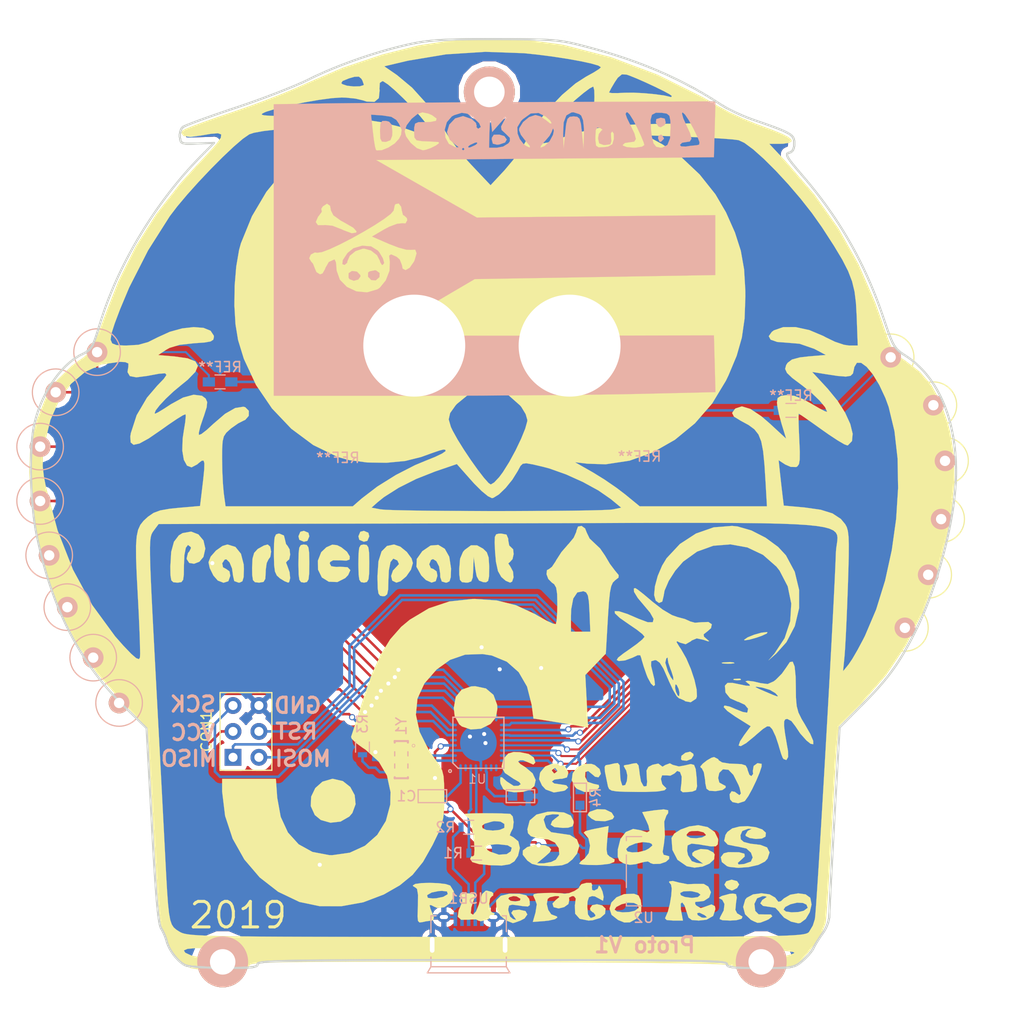
<source format=kicad_pcb>
(kicad_pcb (version 20171130) (host pcbnew "(5.0.2)-1")
  (layers (0 F.Cu signal hide) (31 B.Cu signal) (34 B.Paste user hide) (35 F.Paste user) (36 B.SilkS user) (37 F.SilkS user hide) (38 B.Mask user) (39 F.Mask user) (44 Edge.Cuts user))
  (net 0 "")
  (net 1 "Net-(1uf1-Pad1)")
  (net 2 GND)
  (net 3 VCC)
  (net 4 "Net-(R1-Pad1)")
  (net 5 "Net-(R1-Pad2)")
  (net 6 "Net-(R2-Pad1)")
  (net 7 "Net-(R2-Pad2)")
  (net 8 "Net-(R3-Pad1)")
  (net 9 "Net-(R3-Pad2)")
  (net 10 "Net-(U1-Pad31)")
  (net 11 "Net-(U1-Pad26)")
  (net 12 "Net-(U1-Pad25)")
  (net 13 "Net-(U1-Pad23)")
  (net 14 "Net-(U1-Pad22)")
  (net 15 "Net-(U1-Pad21)")
  (net 16 "Net-(U1-Pad20)")
  (net 17 "Net-(U1-Pad19)")
  (net 18 "Net-(U1-Pad18)")
  (net 19 "Net-(U1-Pad14)")
  (net 20 "Net-(U1-Pad13)")
  (net 21 "Net-(U1-Pad12)")
  (net 22 "Net-(U1-Pad11)")
  (net 23 "Net-(U1-Pad10)")
  (net 24 "Net-(U1-Pad9)")
  (net 25 "Net-(U1-Pad8)")
  (net 26 "Net-(U1-Pad7)")
  (net 27 "Net-(U1-Pad6)")
  (net 28 "Net-(U1-Pad5)")
  (net 29 "Net-(USB1-Pad4)")
  (net 30 VUSB_IN)
  (net 31 /RST)
  (net 32 /SCK)
  (net 33 /MOSI)
  (net 34 /MISO)
  (module Resistors_SMD:R_0603_HandSoldering (layer B.Cu) (at 183.896 67.31 180)
    (fp_text reference REF** (at 0 1.45 180) (layer B.SilkS) (effects (justify mirror)))
    (fp_text value "Led Resistor")
    (pad 2 smd rect (at 1.1 0 180) (size 1.2 0.9) (layers B.Cu B.Paste B.Mask) (net 20 "Net-(U1-Pad13)"))
    (pad 1 smd rect (at -1.1 0 180) (size 1.2 0.9) (layers B.Cu B.Paste B.Mask))
  )
  (module Measurement_Points:Measurement_Point_Square-SMD-Pad_Big (layer B.Cu) (at 225.044 71.628)
    (fp_text reference REF** (at 0 3) (layer B.SilkS) (effects (justify mirror)))
    (fp_text value 18)
    (pad Led18 smd rect (at 0 0) (size 3 3) (layers B.Cu B.Mask))
  )
  (module Measurement_Points:Measurement_Point_Square-SMD-Pad_Big (layer B.Cu) (at 195.453 71.755)
    (fp_text reference REF** (at 0 3) (layer B.SilkS) (effects (justify mirror)))
    (fp_text value 13)
    (pad Led13 smd rect (at 0 0) (size 3 3) (layers B.Cu B.Mask))
  )
  (module Connectors:1pin (layer F.Cu) (at 251.079 91.44 270)
    (fp_text reference REF** hide)
    (fp_text value 23 hide)
    (pad 23 thru_hole circle (at 0 0 270) (size 2.032 2.032) (drill 1.016) (layers *.Cu *.SilkS *.Mask) (net 13 "Net-(U1-Pad23)"))
  )
  (module Connectors:1pin (layer F.Cu) (at 253.365 86.233 270)
    (fp_text reference REF** hide)
    (fp_text value 22 hide)
    (pad 22 thru_hole circle (at 0 0 270) (size 2.032 2.032) (drill 1.016) (layers *.Cu *.SilkS *.Mask) (net 14 "Net-(U1-Pad22)"))
  )
  (module Connectors:1pin (layer F.Cu) (at 254.635 80.772 270)
    (fp_text reference REF** hide)
    (fp_text value 21 hide)
    (pad 21 thru_hole circle (at 0 0 270) (size 2.032 2.032) (drill 1.016) (layers *.Cu *.SilkS *.Mask) (net 15 "Net-(U1-Pad21)"))
  )
  (module Connectors:1pin (layer B.Cu) (at 173.99 98.806 270)
    (fp_text reference REF** hide)
    (fp_text value 6 hide)
    (pad 6 thru_hole circle (at 0 0 270) (size 2.032 2.032) (drill 1.016) (layers *.Cu *.SilkS *.Mask) (net 27 "Net-(U1-Pad6)"))
  )
  (module Connectors:1pin (layer B.Cu) (at 171.45 94.361 270)
    (fp_text reference REF** hide)
    (fp_text value 7 hide)
    (pad 7 thru_hole circle (at 0 0 270) (size 2.032 2.032) (drill 1.016) (layers *.Cu *.SilkS *.Mask) (net 26 "Net-(U1-Pad7)"))
  )
  (module Connectors:1pin (layer B.Cu) (at 168.91 89.408 270)
    (fp_text reference REF** hide)
    (fp_text value 8 hide)
    (pad 8 thru_hole circle (at 0 0 270) (size 2.032 2.032) (drill 1.016) (layers *.Cu *.SilkS *.Mask) (net 25 "Net-(U1-Pad8)"))
  )
  (module Connectors:1pin (layer B.Cu) (at 167.132 84.328 270)
    (fp_text reference REF** hide)
    (fp_text value 9 hide)
    (pad 9 thru_hole circle (at 0 0 270) (size 2.032 2.032) (drill 1.016) (layers *.Cu *.SilkS *.Mask) (net 24 "Net-(U1-Pad9)"))
  )
  (module Connectors:1pin (layer B.Cu) (at 166.243 78.994 270)
    (fp_text reference REF** hide)
    (fp_text value 10 hide)
    (pad 10 thru_hole circle (at 0 0 270) (size 2.032 2.032) (drill 1.016) (layers *.Cu *.SilkS *.Mask) (net 23 "Net-(U1-Pad10)"))
  )
  (module Connectors:1pin (layer F.Cu) (at 255.016 75.057 270)
    (fp_text reference REF** hide)
    (fp_text value 20 hide)
    (pad 20 thru_hole circle (at 0 0 270) (size 2.032 2.032) (drill 1.016) (layers *.Cu *.SilkS *.Mask) (net 16 "Net-(U1-Pad20)"))
  )
  (module Connectors:1pin (layer F.Cu) (at 253.873 69.596 270)
    (fp_text reference REF** hide)
    (fp_text value 19 hide)
    (pad 19 thru_hole circle (at 0 0 270) (size 2.032 2.032) (drill 1.016) (layers *.Cu *.SilkS *.Mask) (net 17 "Net-(U1-Pad19)"))
  )
  (module Connectors:1pin (layer F.Cu) (at 249.682 64.897 270)
    (fp_text reference REF** hide)
    (fp_text value 18 hide)
    (pad 18 thru_hole circle (at 0 0 270) (size 2.032 2.032) (drill 1.016) (layers *.Cu *.SilkS *.Mask) (net 18 "Net-(U1-Pad18)"))
  )
  (module Connectors:1pin (layer B.Cu) (at 166.243 73.66 270)
    (fp_text reference REF** hide)
    (fp_text value 11 hide)
    (pad 11 thru_hole circle (at 0 0 270) (size 2.032 2.032) (drill 1.016) (layers *.Cu *.SilkS *.Mask) (net 22 "Net-(U1-Pad11)"))
  )
  (module Connectors:1pin (layer B.Cu) (at 167.767 68.326 270)
    (fp_text reference REF** hide)
    (fp_text value 12 hide)
    (pad 12 thru_hole circle (at 0 0 270) (size 2.032 2.032) (drill 1.016) (layers *.Cu *.SilkS *.Mask) (net 21 "Net-(U1-Pad12)"))
  )
  (module Connectors:1pin (layer F.Cu) (at 218.186 63.754)
    (fp_text reference REF** (at 0 -3.048) (layer F.SilkS))
    (fp_text value 1pin)
    (pad 1 thru_hole circle (at 0 0) (size 10 10) (drill 10) (layers *.Cu *.Mask))
  )
  (module Connectors:1pin (layer B.Cu) (at 210.312 38.862 270)
    (fp_text reference REF** hide)
    (fp_text value 1pin hide)
    (pad 1 thru_hole circle (at 0 0 270) (size 5 5) (drill 3) (layers *.Cu *.SilkS *.Mask))
  )
  (module Connectors:1pin (layer B.Cu) (at 171.831 64.389 270)
    (fp_text reference REF** hide)
    (fp_text value 13 hide)
    (pad 13 thru_hole circle (at 0 0 270) (size 2.032 2.032) (drill 1.016) (layers *.Cu *.SilkS *.Mask) (net 20 "Net-(U1-Pad13)"))
  )
  (module Connectors:1pin (layer F.Cu) (at 236.982 124.206 90)
    (fp_text reference REF** hide)
    (fp_text value 1pin hide)
    (pad 1 thru_hole circle (at 0 0 90) (size 5 5) (drill 2.5) (layers *.Cu *.SilkS *.Mask) (net 2 GND))
  )
  (module Connectors:1pin (layer F.Cu) (at 184.15 124.206 90)
    (fp_text reference REF** hide)
    (fp_text value 1pin hide)
    (pad 1 thru_hole circle (at 0 0 90) (size 5 5) (drill 2.5) (layers *.Cu *.SilkS *.Mask) (net 3 VCC))
  )
  (module OPL_Capacitor:C0603 (layer B.Cu) (at 213.36 107.95)
    (fp_text reference 1uf1 hide)
    (fp_text value C)
    (pad 1 smd rect (at -0.762 0) (size 0.9 0.9) (layers B.Cu B.Paste B.Mask) (net 1 "Net-(1uf1-Pad1)"))
    (pad 2 smd rect (at 0.762 0) (size 0.9 0.9) (layers B.Cu B.Paste B.Mask) (net 2 GND))
  )
  (module OPL_Capacitor:C0603 (layer B.Cu) (at 204.724 107.95 180)
    (fp_text reference C1 (at 2.54 0 180) (layer B.SilkS) (effects (justify mirror)))
    (fp_text value CERAMIC-100NF-50V-10%-X7R_0603_ hide)
    (pad 1 smd rect (at -0.762 0 180) (size 0.9 0.9) (layers B.Cu B.Paste B.Mask) (net 3 VCC))
    (pad 2 smd rect (at 0.762 0 180) (size 0.9 0.9) (layers B.Cu B.Paste B.Mask) (net 2 GND))
  )
  (module Resistors_SMD:R_0603 (layer B.Cu) (at 209.054 113.538 180)
    (fp_text reference R1 (at 2.298 0 180) (layer B.SilkS) (effects (justify mirror)))
    (fp_text value SMD-RES-22R-5%-1_10W_0603_ hide)
    (pad 1 smd rect (at -0.75 0 180) (size 0.5 0.9) (layers B.Cu B.Paste B.Mask) (net 4 "Net-(R1-Pad1)"))
    (pad 2 smd rect (at 0.75 0 180) (size 0.5 0.9) (layers B.Cu B.Paste B.Mask) (net 5 "Net-(R1-Pad2)"))
  )
  (module Resistors_SMD:R_0603 (layer B.Cu) (at 208.28 110.998)
    (fp_text reference R2 (at -2.274 0) (layer B.SilkS) (effects (justify mirror)))
    (fp_text value SMD-RES-22R-5%-1_10W_0603_ hide)
    (pad 1 smd rect (at -0.75 0) (size 0.5 0.9) (layers B.Cu B.Paste B.Mask) (net 6 "Net-(R2-Pad1)"))
    (pad 2 smd rect (at 0.75 0) (size 0.5 0.9) (layers B.Cu B.Paste B.Mask) (net 7 "Net-(R2-Pad2)"))
  )
  (module Resistors_SMD:R_0603 (layer B.Cu) (at 197.866 103.136 90)
    (fp_text reference R3 (at 2.286 0 90) (layer B.SilkS) (effects (justify mirror)))
    (fp_text value SMD-RES-1M-5%-1_10W_0603_ hide)
    (pad 1 smd rect (at -0.75 0 90) (size 0.5 0.9) (layers B.Cu B.Paste B.Mask) (net 8 "Net-(R3-Pad1)"))
    (pad 2 smd rect (at 0.75 0 90) (size 0.5 0.9) (layers B.Cu B.Paste B.Mask) (net 9 "Net-(R3-Pad2)"))
  )
  (module OPL_Integrated_Circuit:QFN32G-0.5-5X5MM (layer B.Cu) (at 209.237128 102.716878)
    (fp_text reference U1 (at -0.11 3.556) (layer B.SilkS) (effects (font (size 0.889 0.889) (thickness 0.1016)) (justify mirror)))
    (fp_text value CONTROLLER-ATMEGA16U2-MU_QFN32_ hide)
    (pad 33 smd oval (at 0 0) (size 3.59918 3.59918) (layers B.Cu B.Paste B.Mask) (net 2 GND))
    (pad 32 smd oval (at -1.74752 2.44856 90) (size 0.6985 0.24892) (layers B.Cu B.Paste B.Mask) (net 3 VCC))
    (pad 31 smd oval (at -1.24968 2.44856 90) (size 0.6985 0.24892) (layers B.Cu B.Paste B.Mask) (net 10 "Net-(U1-Pad31)"))
    (pad 30 smd oval (at -0.7493 2.44856 90) (size 0.6985 0.24892) (layers B.Cu B.Paste B.Mask) (net 5 "Net-(R1-Pad2)"))
    (pad 29 smd oval (at -0.24892 2.44856 90) (size 0.6985 0.24892) (layers B.Cu B.Paste B.Mask) (net 7 "Net-(R2-Pad2)"))
    (pad 28 smd oval (at 0.24892 2.44856 90) (size 0.6985 0.24892) (layers B.Cu B.Paste B.Mask) (net 2 GND))
    (pad 27 smd oval (at 0.7493 2.44856 90) (size 0.6985 0.24892) (layers B.Cu B.Paste B.Mask) (net 1 "Net-(1uf1-Pad1)"))
    (pad 26 smd oval (at 1.24968 2.44856 90) (size 0.6985 0.24892) (layers B.Cu B.Paste B.Mask) (net 11 "Net-(U1-Pad26)"))
    (pad 25 smd oval (at 1.74752 2.44856 90) (size 0.6985 0.24892) (layers B.Cu B.Paste B.Mask) (net 12 "Net-(U1-Pad25)"))
    (pad 24 smd oval (at 2.44856 1.74752 180) (size 0.6985 0.24892) (layers B.Cu B.Paste B.Mask) (net 31 /RST))
    (pad 23 smd oval (at 2.44856 1.24968 180) (size 0.6985 0.24892) (layers B.Cu B.Paste B.Mask) (net 13 "Net-(U1-Pad23)"))
    (pad 22 smd oval (at 2.44856 0.7493 180) (size 0.6985 0.24892) (layers B.Cu B.Paste B.Mask) (net 14 "Net-(U1-Pad22)"))
    (pad 21 smd oval (at 2.44856 0.24892 180) (size 0.6985 0.24892) (layers B.Cu B.Paste B.Mask) (net 15 "Net-(U1-Pad21)"))
    (pad 20 smd oval (at 2.44856 -0.24892 180) (size 0.6985 0.24892) (layers B.Cu B.Paste B.Mask) (net 16 "Net-(U1-Pad20)"))
    (pad 19 smd oval (at 2.44856 -0.7493 180) (size 0.6985 0.24892) (layers B.Cu B.Paste B.Mask) (net 17 "Net-(U1-Pad19)"))
    (pad 18 smd oval (at 2.44856 -1.24968 180) (size 0.6985 0.24892) (layers B.Cu B.Paste B.Mask) (net 18 "Net-(U1-Pad18)"))
    (pad 17 smd oval (at 2.44856 -1.74752 180) (size 0.6985 0.24892) (layers B.Cu B.Paste B.Mask) (net 34 /MISO))
    (pad 16 smd oval (at 1.74752 -2.44856 270) (size 0.6985 0.24892) (layers B.Cu B.Paste B.Mask) (net 33 /MOSI))
    (pad 15 smd oval (at 1.24968 -2.44856 270) (size 0.6985 0.24892) (layers B.Cu B.Paste B.Mask) (net 32 /SCK))
    (pad 14 smd oval (at 0.7493 -2.44856 270) (size 0.6985 0.24892) (layers B.Cu B.Paste B.Mask) (net 19 "Net-(U1-Pad14)"))
    (pad 13 smd oval (at 0.24892 -2.44856 270) (size 0.6985 0.24892) (layers B.Cu B.Paste B.Mask) (net 20 "Net-(U1-Pad13)"))
    (pad 12 smd oval (at -0.24892 -2.44856 270) (size 0.6985 0.24892) (layers B.Cu B.Paste B.Mask) (net 21 "Net-(U1-Pad12)"))
    (pad 11 smd oval (at -0.7493 -2.44856 270) (size 0.6985 0.24892) (layers B.Cu B.Paste B.Mask) (net 22 "Net-(U1-Pad11)"))
    (pad 10 smd oval (at -1.24968 -2.44856 270) (size 0.6985 0.24892) (layers B.Cu B.Paste B.Mask) (net 23 "Net-(U1-Pad10)"))
    (pad 9 smd oval (at -1.74752 -2.44856 270) (size 0.6985 0.24892) (layers B.Cu B.Paste B.Mask) (net 24 "Net-(U1-Pad9)"))
    (pad 8 smd oval (at -2.44856 -1.74752) (size 0.6985 0.24892) (layers B.Cu B.Paste B.Mask) (net 25 "Net-(U1-Pad8)"))
    (pad 7 smd oval (at -2.44856 -1.24968) (size 0.6985 0.24892) (layers B.Cu B.Paste B.Mask) (net 26 "Net-(U1-Pad7)"))
    (pad 6 smd oval (at -2.44856 -0.7493) (size 0.6985 0.24892) (layers B.Cu B.Paste B.Mask) (net 27 "Net-(U1-Pad6)"))
    (pad 5 smd oval (at -2.44856 -0.24892) (size 0.6985 0.24892) (layers B.Cu B.Paste B.Mask) (net 28 "Net-(U1-Pad5)"))
    (pad 4 smd oval (at -2.44856 0.24892) (size 0.6985 0.24892) (layers B.Cu B.Paste B.Mask) (net 3 VCC))
    (pad 3 smd oval (at -2.44856 0.7493) (size 0.6985 0.24892) (layers B.Cu B.Paste B.Mask) (net 2 GND))
    (pad 2 smd oval (at -2.44856 1.24968) (size 0.6985 0.24892) (layers B.Cu B.Paste B.Mask) (net 9 "Net-(R3-Pad2)"))
    (pad 1 smd oval (at -2.44856 1.74752) (size 0.6985 0.24892) (layers B.Cu B.Paste B.Mask) (net 8 "Net-(R3-Pad1)"))
  )
  (module OPL_Connector:MICRO-USB5+6P-SMD-0.65-AB (layer B.Cu) (at 208.28 122.53774 180)
    (fp_text reference USB1 (at 0 4.55 180) (layer B.SilkS) (effects (justify mirror)))
    (fp_text value MICRO-USB-SMD_ZX62-B-5PA_)
    (pad 1 smd rect (at -1.3 2.52274 90) (size 1.34874 0.35) (layers B.Cu B.Paste B.Mask) (net 30 VUSB_IN))
    (pad 2 smd rect (at -0.65 2.52274 90) (size 1.34874 0.35) (layers B.Cu B.Paste B.Mask) (net 4 "Net-(R1-Pad1)"))
    (pad 3 smd rect (at 0 2.52274 90) (size 1.34874 0.35) (layers B.Cu B.Paste B.Mask) (net 6 "Net-(R2-Pad1)"))
    (pad 4 smd rect (at 0.65 2.52274 90) (size 1.34874 0.35) (layers B.Cu B.Paste B.Mask) (net 29 "Net-(USB1-Pad4)"))
    (pad 5 smd rect (at 1.3 2.52274 90) (size 1.34874 0.35) (layers B.Cu B.Paste B.Mask) (net 2 GND))
    (pad 7 thru_hole oval (at -3.575 0) (size 1.05 2.15) (drill oval 0.45 1.55) (layers *.Cu *.Mask) (net 2 GND))
    (pad 8 thru_hole oval (at 3.575 0) (size 1.05 2.15) (drill oval 0.45 1.55) (layers *.Cu *.Mask) (net 2 GND))
    (pad 6 thru_hole oval (at -2.425 2.73) (size 1.30556 1) (drill oval 0.79756 0.4) (layers *.Cu *.Mask) (net 2 GND))
    (pad 9 thru_hole oval (at 2.425 2.73) (size 1.30556 1) (drill oval 0.79756 0.4) (layers *.Cu *.Mask) (net 2 GND))
  )
  (module OPL_Crystal_Oscillator:X3-SMD-3.6X1.3X0.8MM (layer B.Cu) (at 201.676 104.394 270)
    (fp_text reference Y1 (at -3.302 0 270) (layer B.SilkS) (effects (justify mirror)))
    (fp_text value SMD-RESONATOR-16MHZ-15PF-0.5%-40R_3P-3.2X1.3MM_ hide)
    (pad 3 smd rect (at 1.2 0 270) (size 0.4 2) (layers B.Cu B.Paste B.Mask) (net 8 "Net-(R3-Pad1)"))
    (pad 2 smd rect (at 0 0 270) (size 0.4 2) (layers B.Cu B.Paste B.Mask) (net 2 GND))
    (pad 1 smd rect (at -1.2 0 270) (size 0.4 2) (layers B.Cu B.Paste B.Mask) (net 9 "Net-(R3-Pad2)"))
  )
  (module TO_SOT_Packages_SMD:TO-252-2_Rectifier (layer B.Cu) (at 226.029 115.316)
    (fp_text reference U2 (at -0.575 4.55) (layer B.SilkS) (effects (justify mirror)))
    (fp_text value PMIC-CJ78M05_TO-252_)
    (pad 2 smd rect (at 2.825 0 90) (size 7 7) (layers B.Cu B.Paste B.Mask) (net 2 GND))
    (pad 3 smd rect (at -4.575 -2.28 90) (size 2 3.5) (layers B.Cu B.Paste B.Mask) (net 3 VCC))
    (pad 1 smd rect (at -4.575 2.3 90) (size 2 3.5) (layers B.Cu B.Paste B.Mask) (net 30 VUSB_IN))
  )
  (module Images:fullFront (layer F.Cu) (at 210.566 79.248)
    (fp_text reference G*** hide)
    (fp_text value LOGO hide)
  )
  (module Images:787 (layer B.Cu) (at 210.82 54.229)
    (fp_text reference G*** hide)
    (fp_text value LOGO hide)
  )
  (module Connectors:1pin (layer F.Cu) (at 202.946 63.754)
    (fp_text reference REF** (at 0 -3.048) (layer F.SilkS))
    (fp_text value 1pin)
    (pad 1 thru_hole circle (at 0 0) (size 10 10) (drill 10) (layers *.Cu *.Mask))
  )
  (module OPL_Connector:H2X3-2.54 (layer F.Cu) (at 186.436 101.6 90)
    (fp_text reference CON1 (at 0 -3.875 270) (layer F.SilkS))
    (fp_text value AVR-ISP-6)
    (pad 4 thru_hole circle (at -2.54 1.27 180) (size 1.651 1.651) (drill 0.889) (layers *.Cu *.Mask) (net 33 /MOSI))
    (pad 5 thru_hole circle (at 0 1.27 180) (size 1.651 1.651) (drill 0.889) (layers *.Cu *.Mask) (net 31 /RST))
    (pad 6 thru_hole circle (at 2.54 1.27 180) (size 1.651 1.651) (drill 0.889) (layers *.Cu *.Mask) (net 2 GND))
    (pad 3 thru_hole circle (at 2.54 -1.27 180) (size 1.651 1.651) (drill 0.889) (layers *.Cu *.Mask) (net 32 /SCK))
    (pad 2 thru_hole circle (at 0 -1.27 180) (size 1.651 1.651) (drill 0.889) (layers *.Cu *.Mask) (net 3 VCC))
    (pad 1 thru_hole rect (at -2.54 -1.27 180) (size 1.651 1.651) (drill 0.889) (layers *.Cu *.Mask) (net 34 /MISO))
  )
  (module OPL_Resistor:R0603 (layer B.Cu) (at 219.202 108.077 90)
    (fp_text reference R4 (at 0 1.524 -90) (layer B.SilkS) (effects (justify mirror)))
    (fp_text value SMD-RES-10K-5%-1_10W_0603_ hide)
    (pad 1 smd rect (at -0.762 0 90) (size 0.889 0.889) (layers B.Cu B.Paste B.Mask) (net 3 VCC))
    (pad 2 smd rect (at 0.762 0 90) (size 0.889 0.889) (layers B.Cu B.Paste B.Mask) (net 31 /RST))
  )
  (module Measurement_Points:Measurement_Point_Square-SMD-Pad_Big (layer F.Cu) (at 210.439 58.293)
    (fp_text reference REF** (at 0 -3) (layer F.SilkS))
    (fp_text value GND)
    (pad ledGnd smd rect (at 0 0) (size 3 3) (layers F.Cu F.Mask) (net 2 GND))
  )
  (module Resistors_SMD:R_0603_HandSoldering (layer B.Cu) (at 239.903 70.104 180)
    (fp_text reference REF** (at 0 1.45 180) (layer B.SilkS) (effects (justify mirror)))
    (fp_text value R_0603_HandSoldering)
    (pad 1 smd rect (at -1.1 0 180) (size 1.2 0.9) (layers B.Cu B.Paste B.Mask) (net 18 "Net-(U1-Pad18)"))
    (pad 2 smd rect (at 1.1 0 180) (size 1.2 0.9) (layers B.Cu B.Paste B.Mask))
  )
  (gr_text "Proto V1" (at 225.552 122.555) (layer B.SilkS) (effects (font (size 1.5 1.5) (thickness 0.3)) (justify mirror)))
  (gr_text VCC (at 181.229 101.727) (layer B.SilkS) (effects (font (size 1.5 1.5) (thickness 0.3)) (justify mirror)))
  (gr_text MISO (at 180.848 104.267) (layer B.SilkS) (effects (font (size 1.5 1.5) (thickness 0.3)) (justify mirror)))
  (gr_text MOSI (at 192.024 104.267) (layer B.SilkS) (effects (font (size 1.5 1.5) (thickness 0.3)) (justify mirror)))
  (gr_text RST (at 191.389 101.6) (layer B.SilkS) (effects (font (size 1.5 1.5) (thickness 0.3)) (justify mirror)))
  (gr_text GND (at 191.516 99.06) (layer B.SilkS) (effects (font (size 1.5 1.5) (thickness 0.3)) (justify mirror)))
  (gr_text SCK (at 181.229 98.933) (layer B.SilkS) (effects (font (size 1.5 1.5) (thickness 0.3)) (justify mirror)))
  (gr_text 2019 (at 185.674 119.634) (layer F.SilkS) (effects (font (size 2.5 2.5) (thickness 0.3))))
  (gr_line (start 174.590754 99.248461) (end 174.483477 99.143533) (layer Edge.Cuts) (width 0.2))
  (gr_line (start 177.243797 111.481399) (end 177.234488 111.315202) (layer Edge.Cuts) (width 0.2))
  (gr_line (start 177.34228 113.195401) (end 177.333611 113.048089) (layer Edge.Cuts) (width 0.2))
  (gr_line (start 177.401489 114.180265) (end 177.393183 114.044479) (layer Edge.Cuts) (width 0.2))
  (gr_line (start 177.45829 115.085966) (end 177.450314 114.961325) (layer Edge.Cuts) (width 0.2))
  (gr_line (start 177.434226 114.70733) (end 177.426113 114.57796) (layer Edge.Cuts) (width 0.2))
  (gr_line (start 177.271357 111.969486) (end 177.262231 111.808533) (layer Edge.Cuts) (width 0.2))
  (gr_line (start 177.426113 114.57796) (end 177.417953 114.446997) (layer Edge.Cuts) (width 0.2))
  (gr_line (start 174.165532 98.82613) (end 174.060841 98.71945) (layer Edge.Cuts) (width 0.2))
  (gr_line (start 177.262231 111.808533) (end 177.253044 111.64584) (layer Edge.Cuts) (width 0.2))
  (gr_line (start 174.270867 98.93237) (end 174.165532 98.82613) (layer Edge.Cuts) (width 0.2))
  (gr_line (start 177.324887 112.899098) (end 177.316108 112.748422) (layer Edge.Cuts) (width 0.2))
  (gr_line (start 177.350895 113.341044) (end 177.34228 113.195401) (layer Edge.Cuts) (width 0.2))
  (gr_line (start 177.450314 114.961325) (end 177.442293 114.835116) (layer Edge.Cuts) (width 0.2))
  (gr_line (start 177.225116 111.147242) (end 177.215681 110.977511) (layer Edge.Cuts) (width 0.2))
  (gr_line (start 177.367965 113.62735) (end 177.359456 113.485024) (layer Edge.Cuts) (width 0.2))
  (gr_line (start 174.376849 99.03817) (end 174.270867 98.93237) (layer Edge.Cuts) (width 0.2))
  (gr_line (start 177.215681 110.977511) (end 177.206183 110.806001) (layer Edge.Cuts) (width 0.2))
  (gr_line (start 177.253044 111.64584) (end 177.243797 111.481399) (layer Edge.Cuts) (width 0.2))
  (gr_line (start 177.409745 114.314435) (end 177.401489 114.180265) (layer Edge.Cuts) (width 0.2))
  (gr_line (start 177.497521 115.685907) (end 177.489759 115.568994) (layer Edge.Cuts) (width 0.2))
  (gr_line (start 177.505242 115.801297) (end 177.497521 115.685907) (layer Edge.Cuts) (width 0.2))
  (gr_line (start 177.289431 112.286203) (end 177.280424 112.128707) (layer Edge.Cuts) (width 0.2))
  (gr_line (start 177.417953 114.446997) (end 177.409745 114.314435) (layer Edge.Cuts) (width 0.2))
  (gr_line (start 177.316108 112.748422) (end 177.307273 112.596053) (layer Edge.Cuts) (width 0.2))
  (gr_line (start 177.298381 112.441982) (end 177.289431 112.286203) (layer Edge.Cuts) (width 0.2))
  (gr_line (start 177.384828 113.90707) (end 177.376422 113.768029) (layer Edge.Cuts) (width 0.2))
  (gr_line (start 177.512924 115.915173) (end 177.505242 115.801297) (layer Edge.Cuts) (width 0.2))
  (gr_line (start 177.234488 111.315202) (end 177.225116 111.147242) (layer Edge.Cuts) (width 0.2))
  (gr_line (start 177.307273 112.596053) (end 177.298381 112.441982) (layer Edge.Cuts) (width 0.2))
  (gr_line (start 177.481956 115.450551) (end 177.47411 115.330571) (layer Edge.Cuts) (width 0.2))
  (gr_line (start 177.280424 112.128707) (end 177.271357 111.969486) (layer Edge.Cuts) (width 0.2))
  (gr_line (start 177.333611 113.048089) (end 177.324887 112.899098) (layer Edge.Cuts) (width 0.2))
  (gr_line (start 177.466222 115.209045) (end 177.45829 115.085966) (layer Edge.Cuts) (width 0.2))
  (gr_line (start 177.359456 113.485024) (end 177.350895 113.341044) (layer Edge.Cuts) (width 0.2))
  (gr_line (start 177.393183 114.044479) (end 177.384828 113.90707) (layer Edge.Cuts) (width 0.2))
  (gr_line (start 177.47411 115.330571) (end 177.466222 115.209045) (layer Edge.Cuts) (width 0.2))
  (gr_line (start 177.442293 114.835116) (end 177.434226 114.70733) (layer Edge.Cuts) (width 0.2))
  (gr_line (start 173.648505 98.28827) (end 173.547021 98.179349) (layer Edge.Cuts) (width 0.2))
  (gr_line (start 173.750627 98.396738) (end 173.648505 98.28827) (layer Edge.Cuts) (width 0.2))
  (gr_line (start 173.85339 98.504756) (end 173.750627 98.396738) (layer Edge.Cuts) (width 0.2))
  (gr_line (start 173.956794 98.612325) (end 173.85339 98.504756) (layer Edge.Cuts) (width 0.2))
  (gr_line (start 177.376422 113.768029) (end 177.367965 113.62735) (layer Edge.Cuts) (width 0.2))
  (gr_line (start 174.483477 99.143533) (end 174.376849 99.03817) (layer Edge.Cuts) (width 0.2))
  (gr_line (start 174.060841 98.71945) (end 173.956794 98.612325) (layer Edge.Cuts) (width 0.2))
  (gr_line (start 177.489759 115.568994) (end 177.481956 115.450551) (layer Edge.Cuts) (width 0.2))
  (gr_line (start 177.828456 119.598331) (end 177.821854 119.544551) (layer Edge.Cuts) (width 0.2))
  (gr_line (start 177.687074 118.214103) (end 177.680144 118.134239) (layer Edge.Cuts) (width 0.2))
  (gr_line (start 177.520565 116.027542) (end 177.512924 115.915173) (layer Edge.Cuts) (width 0.2))
  (gr_line (start 177.580367 116.873191) (end 177.573015 116.772595) (layer Edge.Cuts) (width 0.2))
  (gr_line (start 177.83505 119.650954) (end 177.828456 119.598331) (layer Edge.Cuts) (width 0.2))
  (gr_line (start 177.755244 118.941433) (end 177.748509 118.874418) (layer Edge.Cuts) (width 0.2))
  (gr_line (start 177.815244 119.489607) (end 177.808624 119.433491) (layer Edge.Cuts) (width 0.2))
  (gr_line (start 177.528168 116.138413) (end 177.520565 116.027542) (layer Edge.Cuts) (width 0.2))
  (gr_line (start 177.808624 119.433491) (end 177.801994 119.376195) (layer Edge.Cuts) (width 0.2))
  (gr_line (start 177.782036 119.19715) (end 177.775359 119.135057) (layer Edge.Cuts) (width 0.2))
  (gr_line (start 177.788701 119.258032) (end 177.782036 119.19715) (layer Edge.Cuts) (width 0.2))
  (gr_line (start 177.535734 116.247792) (end 177.528168 116.138413) (layer Edge.Cuts) (width 0.2))
  (gr_line (start 177.645132 117.714845) (end 177.638052 117.626898) (layer Edge.Cuts) (width 0.2))
  (gr_line (start 177.768669 119.071745) (end 177.761964 119.007206) (layer Edge.Cuts) (width 0.2))
  (gr_line (start 177.680144 118.134239) (end 177.673191 118.053046) (layer Edge.Cuts) (width 0.2))
  (gr_line (start 177.543262 116.355688) (end 177.535734 116.247792) (layer Edge.Cuts) (width 0.2))
  (gr_line (start 177.558208 116.567062) (end 177.550753 116.462109) (layer Edge.Cuts) (width 0.2))
  (gr_line (start 177.594972 117.070082) (end 177.587686 116.972351) (layer Edge.Cuts) (width 0.2))
  (gr_line (start 177.587686 116.972351) (end 177.580367 116.873191) (layer Edge.Cuts) (width 0.2))
  (gr_line (start 177.602227 117.166392) (end 177.594972 117.070082) (layer Edge.Cuts) (width 0.2))
  (gr_line (start 177.565629 116.670555) (end 177.558208 116.567062) (layer Edge.Cuts) (width 0.2))
  (gr_line (start 177.666214 117.970519) (end 177.659212 117.886648) (layer Edge.Cuts) (width 0.2))
  (gr_line (start 177.673191 118.053046) (end 177.666214 117.970519) (layer Edge.Cuts) (width 0.2))
  (gr_line (start 177.734989 118.736631) (end 177.728203 118.665843) (layer Edge.Cuts) (width 0.2))
  (gr_line (start 177.741757 118.806153) (end 177.734989 118.736631) (layer Edge.Cuts) (width 0.2))
  (gr_line (start 177.801994 119.376195) (end 177.795353 119.317711) (layer Edge.Cuts) (width 0.2))
  (gr_line (start 177.609451 117.261289) (end 177.602227 117.166392) (layer Edge.Cuts) (width 0.2))
  (gr_line (start 177.616645 117.35478) (end 177.609451 117.261289) (layer Edge.Cuts) (width 0.2))
  (gr_line (start 177.62381 117.446873) (end 177.616645 117.35478) (layer Edge.Cuts) (width 0.2))
  (gr_line (start 177.652185 117.801426) (end 177.645132 117.714845) (layer Edge.Cuts) (width 0.2))
  (gr_line (start 177.700867 118.369881) (end 177.693981 118.292648) (layer Edge.Cuts) (width 0.2))
  (gr_line (start 177.693981 118.292648) (end 177.687074 118.214103) (layer Edge.Cuts) (width 0.2))
  (gr_line (start 177.761964 119.007206) (end 177.755244 118.941433) (layer Edge.Cuts) (width 0.2))
  (gr_line (start 177.728203 118.665843) (end 177.721398 118.593782) (layer Edge.Cuts) (width 0.2))
  (gr_line (start 177.707731 118.445809) (end 177.700867 118.369881) (layer Edge.Cuts) (width 0.2))
  (gr_line (start 177.795353 119.317711) (end 177.788701 119.258032) (layer Edge.Cuts) (width 0.2))
  (gr_line (start 177.714574 118.520439) (end 177.707731 118.445809) (layer Edge.Cuts) (width 0.2))
  (gr_line (start 177.659212 117.886648) (end 177.652185 117.801426) (layer Edge.Cuts) (width 0.2))
  (gr_line (start 177.775359 119.135057) (end 177.768669 119.071745) (layer Edge.Cuts) (width 0.2))
  (gr_line (start 177.748509 118.874418) (end 177.741757 118.806153) (layer Edge.Cuts) (width 0.2))
  (gr_line (start 177.821854 119.544551) (end 177.815244 119.489607) (layer Edge.Cuts) (width 0.2))
  (gr_line (start 177.550753 116.462109) (end 177.543262 116.355688) (layer Edge.Cuts) (width 0.2))
  (gr_line (start 177.573015 116.772595) (end 177.565629 116.670555) (layer Edge.Cuts) (width 0.2))
  (gr_line (start 177.630945 117.537577) (end 177.62381 117.446873) (layer Edge.Cuts) (width 0.2))
  (gr_line (start 177.721398 118.593782) (end 177.714574 118.520439) (layer Edge.Cuts) (width 0.2))
  (gr_line (start 177.638052 117.626898) (end 177.630945 117.537577) (layer Edge.Cuts) (width 0.2))
  (gr_line (start 177.867926 119.896994) (end 177.861361 119.850037) (layer Edge.Cuts) (width 0.2))
  (gr_line (start 177.874487 119.942841) (end 177.867926 119.896994) (layer Edge.Cuts) (width 0.2))
  (gr_line (start 178.059518 120.807564) (end 178.052777 120.789633) (layer Edge.Cuts) (width 0.2))
  (gr_line (start 177.881044 119.987586) (end 177.874487 119.942841) (layer Edge.Cuts) (width 0.2))
  (gr_line (start 177.913812 120.195053) (end 177.907259 120.155701) (layer Edge.Cuts) (width 0.2))
  (gr_line (start 178.032649 120.730458) (end 178.025968 120.708913) (layer Edge.Cuts) (width 0.2))
  (gr_line (start 177.920367 120.23335) (end 177.913812 120.195053) (layer Edge.Cuts) (width 0.2))
  (gr_line (start 177.926923 120.270599) (end 177.920367 120.23335) (layer Edge.Cuts) (width 0.2))
  (gr_line (start 177.933482 120.306809) (end 177.926923 120.270599) (layer Edge.Cuts) (width 0.2))
  (gr_line (start 177.953182 120.409275) (end 177.946611 120.376139) (layer Edge.Cuts) (width 0.2))
  (gr_line (start 178.0193 120.686444) (end 178.012644 120.663045) (layer Edge.Cuts) (width 0.2))
  (gr_line (start 178.052777 120.789633) (end 178.046053 120.77081) (layer Edge.Cuts) (width 0.2))
  (gr_line (start 177.959758 120.441403) (end 177.953182 120.409275) (layer Edge.Cuts) (width 0.2))
  (gr_line (start 177.972929 120.502664) (end 177.96634 120.47253) (layer Edge.Cuts) (width 0.2))
  (gr_line (start 177.96634 120.47253) (end 177.959758 120.441403) (layer Edge.Cuts) (width 0.2))
  (gr_line (start 177.999367 120.613422) (end 177.992744 120.587183) (layer Edge.Cuts) (width 0.2))
  (gr_line (start 178.07984 120.856082) (end 178.073048 120.84078) (layer Edge.Cuts) (width 0.2))
  (gr_line (start 178.10033 120.896852) (end 178.093481 120.884109) (layer Edge.Cuts) (width 0.2))
  (gr_line (start 178.025968 120.708913) (end 178.0193 120.686444) (layer Edge.Cuts) (width 0.2))
  (gr_line (start 178.134502 120.951949) (end 178.12938 120.943778) (layer Edge.Cuts) (width 0.2))
  (gr_line (start 177.98613 120.559982) (end 177.979526 120.531812) (layer Edge.Cuts) (width 0.2))
  (gr_line (start 178.124271 120.935701) (end 178.119175 120.927718) (layer Edge.Cuts) (width 0.2))
  (gr_line (start 178.039344 120.751088) (end 178.032649 120.730458) (layer Edge.Cuts) (width 0.2))
  (gr_line (start 177.979526 120.531812) (end 177.972929 120.502664) (layer Edge.Cuts) (width 0.2))
  (gr_line (start 178.012644 120.663045) (end 178.006 120.638707) (layer Edge.Cuts) (width 0.2))
  (gr_line (start 178.073048 120.84078) (end 178.066274 120.82461) (layer Edge.Cuts) (width 0.2))
  (gr_line (start 177.8876 120.031237) (end 177.881044 119.987586) (layer Edge.Cuts) (width 0.2))
  (gr_line (start 177.900707 120.115286) (end 177.894154 120.073801) (layer Edge.Cuts) (width 0.2))
  (gr_line (start 177.907259 120.155701) (end 177.900707 120.115286) (layer Edge.Cuts) (width 0.2))
  (gr_line (start 177.992744 120.587183) (end 177.98613 120.559982) (layer Edge.Cuts) (width 0.2))
  (gr_line (start 178.086651 120.870522) (end 178.07984 120.856082) (layer Edge.Cuts) (width 0.2))
  (gr_line (start 178.107201 120.908756) (end 178.10033 120.896852) (layer Edge.Cuts) (width 0.2))
  (gr_line (start 178.114093 120.919831) (end 178.107201 120.908756) (layer Edge.Cuts) (width 0.2))
  (gr_line (start 177.894154 120.073801) (end 177.8876 120.031237) (layer Edge.Cuts) (width 0.2))
  (gr_line (start 177.940045 120.341986) (end 177.933482 120.306809) (layer Edge.Cuts) (width 0.2))
  (gr_line (start 177.946611 120.376139) (end 177.940045 120.341986) (layer Edge.Cuts) (width 0.2))
  (gr_line (start 178.046053 120.77081) (end 178.039344 120.751088) (layer Edge.Cuts) (width 0.2))
  (gr_line (start 178.093481 120.884109) (end 178.086651 120.870522) (layer Edge.Cuts) (width 0.2))
  (gr_line (start 178.119175 120.927718) (end 178.114093 120.919831) (layer Edge.Cuts) (width 0.2))
  (gr_line (start 178.12938 120.943778) (end 178.124271 120.935701) (layer Edge.Cuts) (width 0.2))
  (gr_line (start 177.841637 119.702428) (end 177.83505 119.650954) (layer Edge.Cuts) (width 0.2))
  (gr_line (start 178.006 120.638707) (end 177.999367 120.613422) (layer Edge.Cuts) (width 0.2))
  (gr_line (start 177.848217 119.752762) (end 177.841637 119.702428) (layer Edge.Cuts) (width 0.2))
  (gr_line (start 177.854792 119.801962) (end 177.848217 119.752762) (layer Edge.Cuts) (width 0.2))
  (gr_line (start 177.861361 119.850037) (end 177.854792 119.801962) (layer Edge.Cuts) (width 0.2))
  (gr_line (start 178.066274 120.82461) (end 178.059518 120.807564) (layer Edge.Cuts) (width 0.2))
  (gr_line (start 178.322373 121.29619) (end 178.31719 121.285605) (layer Edge.Cuts) (width 0.2))
  (gr_line (start 178.373575 121.404065) (end 178.368515 121.393133) (layer Edge.Cuts) (width 0.2))
  (gr_line (start 178.238719 121.132727) (end 178.233466 121.122991) (layer Edge.Cuts) (width 0.2))
  (gr_line (start 178.254476 121.162311) (end 178.249224 121.152389) (layer Edge.Cuts) (width 0.2))
  (gr_line (start 178.275459 121.202581) (end 178.270218 121.192429) (layer Edge.Cuts) (width 0.2))
  (gr_line (start 178.139637 120.96021) (end 178.134502 120.951949) (layer Edge.Cuts) (width 0.2))
  (gr_line (start 178.144783 120.968563) (end 178.139637 120.96021) (layer Edge.Cuts) (width 0.2))
  (gr_line (start 178.291155 121.23335) (end 178.285928 121.223042) (layer Edge.Cuts) (width 0.2))
  (gr_line (start 178.14994 120.977004) (end 178.144783 120.968563) (layer Edge.Cuts) (width 0.2))
  (gr_line (start 178.337861 121.328184) (end 178.332709 121.31748) (layer Edge.Cuts) (width 0.2))
  (gr_line (start 178.243972 121.142527) (end 178.238719 121.132727) (layer Edge.Cuts) (width 0.2))
  (gr_line (start 178.368515 121.393133) (end 178.36344 121.382228) (layer Edge.Cuts) (width 0.2))
  (gr_line (start 178.296377 121.243708) (end 178.291155 121.23335) (layer Edge.Cuts) (width 0.2))
  (gr_line (start 178.155108 120.985532) (end 178.14994 120.977004) (layer Edge.Cuts) (width 0.2))
  (gr_line (start 178.343002 121.338925) (end 178.337861 121.328184) (layer Edge.Cuts) (width 0.2))
  (gr_line (start 178.201987 121.065988) (end 178.196753 121.056736) (layer Edge.Cuts) (width 0.2))
  (gr_line (start 178.264973 121.182333) (end 178.259725 121.172293) (layer Edge.Cuts) (width 0.2))
  (gr_line (start 178.285928 121.223042) (end 178.280696 121.212785) (layer Edge.Cuts) (width 0.2))
  (gr_line (start 178.160285 120.994146) (end 178.155108 120.985532) (layer Edge.Cuts) (width 0.2))
  (gr_line (start 178.332709 121.31748) (end 178.327546 121.306815) (layer Edge.Cuts) (width 0.2))
  (gr_line (start 178.212469 121.084711) (end 178.207226 121.075313) (layer Edge.Cuts) (width 0.2))
  (gr_line (start 178.165472 121.002845) (end 178.160285 120.994146) (layer Edge.Cuts) (width 0.2))
  (gr_line (start 178.170667 121.011627) (end 178.165472 121.002845) (layer Edge.Cuts) (width 0.2))
  (gr_line (start 178.175871 121.020491) (end 178.170667 121.011627) (layer Edge.Cuts) (width 0.2))
  (gr_line (start 178.186299 121.038459) (end 178.181082 121.029435) (layer Edge.Cuts) (width 0.2))
  (gr_line (start 178.306799 121.264566) (end 178.301591 121.254113) (layer Edge.Cuts) (width 0.2))
  (gr_line (start 178.233466 121.122991) (end 178.228214 121.11332) (layer Edge.Cuts) (width 0.2))
  (gr_line (start 178.353247 121.360511) (end 178.348131 121.349701) (layer Edge.Cuts) (width 0.2))
  (gr_line (start 178.181082 121.029435) (end 178.175871 121.020491) (layer Edge.Cuts) (width 0.2))
  (gr_line (start 178.191523 121.047559) (end 178.186299 121.038459) (layer Edge.Cuts) (width 0.2))
  (gr_line (start 178.196753 121.056736) (end 178.191523 121.047559) (layer Edge.Cuts) (width 0.2))
  (gr_line (start 178.207226 121.075313) (end 178.201987 121.065988) (layer Edge.Cuts) (width 0.2))
  (gr_line (start 178.217715 121.094178) (end 178.212469 121.084711) (layer Edge.Cuts) (width 0.2))
  (gr_line (start 178.259725 121.172293) (end 178.254476 121.162311) (layer Edge.Cuts) (width 0.2))
  (gr_line (start 178.301591 121.254113) (end 178.296377 121.243708) (layer Edge.Cuts) (width 0.2))
  (gr_line (start 178.270218 121.192429) (end 178.264973 121.182333) (layer Edge.Cuts) (width 0.2))
  (gr_line (start 178.348131 121.349701) (end 178.343002 121.338925) (layer Edge.Cuts) (width 0.2))
  (gr_line (start 178.228214 121.11332) (end 178.222964 121.103715) (layer Edge.Cuts) (width 0.2))
  (gr_line (start 178.36344 121.382228) (end 178.358351 121.371354) (layer Edge.Cuts) (width 0.2))
  (gr_line (start 178.280696 121.212785) (end 178.275459 121.202581) (layer Edge.Cuts) (width 0.2))
  (gr_line (start 178.222964 121.103715) (end 178.217715 121.094178) (layer Edge.Cuts) (width 0.2))
  (gr_line (start 178.327546 121.306815) (end 178.322373 121.29619) (layer Edge.Cuts) (width 0.2))
  (gr_line (start 178.249224 121.152389) (end 178.243972 121.142527) (layer Edge.Cuts) (width 0.2))
  (gr_line (start 178.311999 121.275063) (end 178.306799 121.264566) (layer Edge.Cuts) (width 0.2))
  (gr_line (start 178.31719 121.285605) (end 178.311999 121.275063) (layer Edge.Cuts) (width 0.2))
  (gr_line (start 178.358351 121.371354) (end 178.353247 121.360511) (layer Edge.Cuts) (width 0.2))
  (gr_line (start 178.632793 122.079097) (end 178.629845 122.069138) (layer Edge.Cuts) (width 0.2))
  (gr_line (start 178.644048 122.118321) (end 178.641316 122.108611) (layer Edge.Cuts) (width 0.2))
  (gr_line (start 178.586959 121.934841) (end 178.58333 121.92419) (layer Edge.Cuts) (width 0.2))
  (gr_line (start 178.604419 121.987467) (end 178.60102 121.977031) (layer Edge.Cuts) (width 0.2))
  (gr_line (start 178.60777 121.997857) (end 178.604419 121.987467) (layer Edge.Cuts) (width 0.2))
  (gr_line (start 178.620687 122.038912) (end 178.617532 122.028726) (layer Edge.Cuts) (width 0.2))
  (gr_line (start 178.626844 122.059119) (end 178.623791 122.049044) (layer Edge.Cuts) (width 0.2))
  (gr_line (start 178.635688 122.088997) (end 178.632793 122.079097) (layer Edge.Cuts) (width 0.2))
  (gr_line (start 178.611073 122.008197) (end 178.60777 121.997857) (layer Edge.Cuts) (width 0.2))
  (gr_line (start 178.617532 122.028726) (end 178.614328 122.018487) (layer Edge.Cuts) (width 0.2))
  (gr_line (start 178.623791 122.049044) (end 178.620687 122.038912) (layer Edge.Cuts) (width 0.2))
  (gr_line (start 178.649345 122.137544) (end 178.646725 122.127967) (layer Edge.Cuts) (width 0.2))
  (gr_line (start 178.629845 122.069138) (end 178.626844 122.059119) (layer Edge.Cuts) (width 0.2))
  (gr_line (start 178.590542 121.945452) (end 178.586959 121.934841) (layer Edge.Cuts) (width 0.2))
  (gr_line (start 178.594081 121.956022) (end 178.590542 121.945452) (layer Edge.Cuts) (width 0.2))
  (gr_line (start 178.614328 122.018487) (end 178.611073 122.008197) (layer Edge.Cuts) (width 0.2))
  (gr_line (start 178.638529 122.098835) (end 178.635688 122.088997) (layer Edge.Cuts) (width 0.2))
  (gr_line (start 178.60102 121.977031) (end 178.597573 121.966549) (layer Edge.Cuts) (width 0.2))
  (gr_line (start 178.651909 122.147054) (end 178.649345 122.137544) (layer Edge.Cuts) (width 0.2))
  (gr_line (start 178.58333 121.92419) (end 178.579658 121.9135) (layer Edge.Cuts) (width 0.2))
  (gr_line (start 178.597573 121.966549) (end 178.594081 121.956022) (layer Edge.Cuts) (width 0.2))
  (gr_line (start 178.646725 122.127967) (end 178.644048 122.118321) (layer Edge.Cuts) (width 0.2))
  (gr_line (start 178.641316 122.108611) (end 178.638529 122.098835) (layer Edge.Cuts) (width 0.2))
  (gr_line (start 178.560657 121.859519) (end 178.556733 121.848627) (layer Edge.Cuts) (width 0.2))
  (gr_line (start 178.383648 121.426011) (end 178.378619 121.415025) (layer Edge.Cuts) (width 0.2))
  (gr_line (start 178.470692 121.626544) (end 178.466059 121.615336) (layer Edge.Cuts) (width 0.2))
  (gr_line (start 178.388659 121.437021) (end 178.383648 121.426011) (layer Edge.Cuts) (width 0.2))
  (gr_line (start 178.398629 121.459108) (end 178.393653 121.448053) (layer Edge.Cuts) (width 0.2))
  (gr_line (start 178.432904 121.536971) (end 178.428071 121.525806) (layer Edge.Cuts) (width 0.2))
  (gr_line (start 178.50671 121.716054) (end 178.502315 121.704893) (layer Edge.Cuts) (width 0.2))
  (gr_line (start 178.423216 121.514652) (end 178.41834 121.503511) (layer Edge.Cuts) (width 0.2))
  (gr_line (start 178.452 121.581721) (end 178.447262 121.570523) (layer Edge.Cuts) (width 0.2))
  (gr_line (start 178.428071 121.525806) (end 178.423216 121.514652) (layer Edge.Cuts) (width 0.2))
  (gr_line (start 178.564541 121.870381) (end 178.560657 121.859519) (layer Edge.Cuts) (width 0.2))
  (gr_line (start 178.437714 121.548147) (end 178.432904 121.536971) (layer Edge.Cuts) (width 0.2))
  (gr_line (start 178.393653 121.448053) (end 178.388659 121.437021) (layer Edge.Cuts) (width 0.2))
  (gr_line (start 178.568383 121.881211) (end 178.564541 121.870381) (layer Edge.Cuts) (width 0.2))
  (gr_line (start 178.408524 121.481275) (end 178.403586 121.470182) (layer Edge.Cuts) (width 0.2))
  (gr_line (start 178.497889 121.693721) (end 178.493431 121.682541) (layer Edge.Cuts) (width 0.2))
  (gr_line (start 178.544725 121.815781) (end 178.540645 121.804781) (layer Edge.Cuts) (width 0.2))
  (gr_line (start 178.413442 121.492385) (end 178.408524 121.481275) (layer Edge.Cuts) (width 0.2))
  (gr_line (start 178.447262 121.570523) (end 178.4425 121.559331) (layer Edge.Cuts) (width 0.2))
  (gr_line (start 178.479875 121.648955) (end 178.475298 121.637751) (layer Edge.Cuts) (width 0.2))
  (gr_line (start 178.488942 121.671352) (end 178.484423 121.660156) (layer Edge.Cuts) (width 0.2))
  (gr_line (start 178.493431 121.682541) (end 178.488942 121.671352) (layer Edge.Cuts) (width 0.2))
  (gr_line (start 178.502315 121.704893) (end 178.497889 121.693721) (layer Edge.Cuts) (width 0.2))
  (gr_line (start 178.575942 121.902772) (end 178.572184 121.892009) (layer Edge.Cuts) (width 0.2))
  (gr_line (start 178.579658 121.9135) (end 178.575942 121.902772) (layer Edge.Cuts) (width 0.2))
  (gr_line (start 178.548766 121.826757) (end 178.544725 121.815781) (layer Edge.Cuts) (width 0.2))
  (gr_line (start 178.511072 121.727202) (end 178.50671 121.716054) (layer Edge.Cuts) (width 0.2))
  (gr_line (start 178.572184 121.892009) (end 178.568383 121.881211) (layer Edge.Cuts) (width 0.2))
  (gr_line (start 178.403586 121.470182) (end 178.398629 121.459108) (layer Edge.Cuts) (width 0.2))
  (gr_line (start 178.41834 121.503511) (end 178.413442 121.492385) (layer Edge.Cuts) (width 0.2))
  (gr_line (start 178.4425 121.559331) (end 178.437714 121.548147) (layer Edge.Cuts) (width 0.2))
  (gr_line (start 178.484423 121.660156) (end 178.479875 121.648955) (layer Edge.Cuts) (width 0.2))
  (gr_line (start 178.540645 121.804781) (end 178.536528 121.793758) (layer Edge.Cuts) (width 0.2))
  (gr_line (start 178.556733 121.848627) (end 178.552769 121.837706) (layer Edge.Cuts) (width 0.2))
  (gr_line (start 178.456712 121.592923) (end 178.452 121.581721) (layer Edge.Cuts) (width 0.2))
  (gr_line (start 178.461399 121.604129) (end 178.456712 121.592923) (layer Edge.Cuts) (width 0.2))
  (gr_line (start 178.466059 121.615336) (end 178.461399 121.604129) (layer Edge.Cuts) (width 0.2))
  (gr_line (start 178.552769 121.837706) (end 178.548766 121.826757) (layer Edge.Cuts) (width 0.2))
  (gr_line (start 178.528183 121.771646) (end 178.523957 121.76056) (layer Edge.Cuts) (width 0.2))
  (gr_line (start 178.532374 121.782712) (end 178.528183 121.771646) (layer Edge.Cuts) (width 0.2))
  (gr_line (start 178.475298 121.637751) (end 178.470692 121.626544) (layer Edge.Cuts) (width 0.2))
  (gr_line (start 178.523957 121.76056) (end 178.519697 121.749457) (layer Edge.Cuts) (width 0.2))
  (gr_line (start 178.515401 121.738337) (end 178.511072 121.727202) (layer Edge.Cuts) (width 0.2))
  (gr_line (start 178.519697 121.749457) (end 178.515401 121.738337) (layer Edge.Cuts) (width 0.2))
  (gr_line (start 178.536528 121.793758) (end 178.532374 121.782712) (layer Edge.Cuts) (width 0.2))
  (gr_line (start 178.378619 121.415025) (end 178.373575 121.404065) (layer Edge.Cuts) (width 0.2))
  (gr_line (start 178.68094 122.258394) (end 178.674967 122.236658) (layer Edge.Cuts) (width 0.2))
  (gr_line (start 178.687186 122.280237) (end 178.68094 122.258394) (layer Edge.Cuts) (width 0.2))
  (gr_line (start 178.730229 122.413325) (end 178.722407 122.390921) (layer Edge.Cuts) (width 0.2))
  (gr_line (start 178.78235 122.5493) (end 178.773061 122.526472) (layer Edge.Cuts) (width 0.2))
  (gr_line (start 178.791874 122.572186) (end 178.78235 122.5493) (layer Edge.Cuts) (width 0.2))
  (gr_line (start 178.707532 122.346369) (end 178.700485 122.324228) (layer Edge.Cuts) (width 0.2))
  (gr_line (start 178.755196 122.481003) (end 178.746626 122.458369) (layer Edge.Cuts) (width 0.2))
  (gr_line (start 178.773061 122.526472) (end 178.764008 122.503705) (layer Edge.Cuts) (width 0.2))
  (gr_line (start 178.693702 122.302183) (end 178.687186 122.280237) (layer Edge.Cuts) (width 0.2))
  (gr_line (start 178.801629 122.595126) (end 178.791874 122.572186) (layer Edge.Cuts) (width 0.2))
  (gr_line (start 178.700485 122.324228) (end 178.693702 122.302183) (layer Edge.Cuts) (width 0.2))
  (gr_line (start 178.714841 122.368601) (end 178.707532 122.346369) (layer Edge.Cuts) (width 0.2))
  (gr_line (start 178.738303 122.435809) (end 178.730229 122.413325) (layer Edge.Cuts) (width 0.2))
  (gr_line (start 178.746626 122.458369) (end 178.738303 122.435809) (layer Edge.Cuts) (width 0.2))
  (gr_line (start 178.764008 122.503705) (end 178.755196 122.481003) (layer Edge.Cuts) (width 0.2))
  (gr_line (start 178.654415 122.156493) (end 178.651909 122.147054) (layer Edge.Cuts) (width 0.2))
  (gr_line (start 178.656863 122.165861) (end 178.654415 122.156493) (layer Edge.Cuts) (width 0.2))
  (gr_line (start 178.659252 122.175156) (end 178.656863 122.165861) (layer Edge.Cuts) (width 0.2))
  (gr_line (start 178.661583 122.184376) (end 178.659252 122.175156) (layer Edge.Cuts) (width 0.2))
  (gr_line (start 178.663853 122.193521) (end 178.661583 122.184376) (layer Edge.Cuts) (width 0.2))
  (gr_line (start 178.722407 122.390921) (end 178.714841 122.368601) (layer Edge.Cuts) (width 0.2))
  (gr_line (start 178.66927 122.215032) (end 178.663853 122.193521) (layer Edge.Cuts) (width 0.2))
  (gr_line (start 178.674967 122.236658) (end 178.66927 122.215032) (layer Edge.Cuts) (width 0.2))
  (gr_line (start 178.999924 122.989636) (end 178.986699 122.966364) (layer Edge.Cuts) (width 0.2))
  (gr_line (start 179.026904 123.036131) (end 179.013327 123.012893) (layer Edge.Cuts) (width 0.2))
  (gr_line (start 178.853767 122.710496) (end 178.842901 122.687345) (layer Edge.Cuts) (width 0.2))
  (gr_line (start 178.876135 122.756887) (end 178.864846 122.733678) (layer Edge.Cuts) (width 0.2))
  (gr_line (start 178.887631 122.78012) (end 178.876135 122.756887) (layer Edge.Cuts) (width 0.2))
  (gr_line (start 178.811613 122.618115) (end 178.801629 122.595126) (layer Edge.Cuts) (width 0.2))
  (gr_line (start 178.821821 122.641151) (end 178.811613 122.618115) (layer Edge.Cuts) (width 0.2))
  (gr_line (start 178.842901 122.687345) (end 178.832251 122.664228) (layer Edge.Cuts) (width 0.2))
  (gr_line (start 178.832251 122.664228) (end 178.821821 122.641151) (layer Edge.Cuts) (width 0.2))
  (gr_line (start 179.054567 123.082538) (end 179.040651 123.059347) (layer Edge.Cuts) (width 0.2))
  (gr_line (start 178.899332 122.803372) (end 178.887631 122.78012) (layer Edge.Cuts) (width 0.2))
  (gr_line (start 178.986699 122.966364) (end 178.973653 122.943082) (layer Edge.Cuts) (width 0.2))
  (gr_line (start 178.864846 122.733678) (end 178.853767 122.710496) (layer Edge.Cuts) (width 0.2))
  (gr_line (start 178.911233 122.82664) (end 178.899332 122.803372) (layer Edge.Cuts) (width 0.2))
  (gr_line (start 178.948115 122.896501) (end 178.935628 122.873208) (layer Edge.Cuts) (width 0.2))
  (gr_line (start 178.923333 122.84992) (end 178.911233 122.82664) (layer Edge.Cuts) (width 0.2))
  (gr_line (start 178.935628 122.873208) (end 178.923333 122.84992) (layer Edge.Cuts) (width 0.2))
  (gr_line (start 179.082892 123.128826) (end 179.068649 123.105698) (layer Edge.Cuts) (width 0.2))
  (gr_line (start 178.960791 122.919793) (end 178.948115 122.896501) (layer Edge.Cuts) (width 0.2))
  (gr_line (start 179.013327 123.012893) (end 178.999924 122.989636) (layer Edge.Cuts) (width 0.2))
  (gr_line (start 179.040651 123.059347) (end 179.026904 123.036131) (layer Edge.Cuts) (width 0.2))
  (gr_line (start 179.068649 123.105698) (end 179.054567 123.082538) (layer Edge.Cuts) (width 0.2))
  (gr_line (start 178.973653 122.943082) (end 178.960791 122.919793) (layer Edge.Cuts) (width 0.2))
  (gr_line (start 179.126565 123.197968) (end 179.111853 123.174964) (layer Edge.Cuts) (width 0.2))
  (gr_line (start 179.141427 123.220923) (end 179.126565 123.197968) (layer Edge.Cuts) (width 0.2))
  (gr_line (start 179.171589 123.266672) (end 179.156436 123.243826) (layer Edge.Cuts) (width 0.2))
  (gr_line (start 179.186883 123.289458) (end 179.171589 123.266672) (layer Edge.Cuts) (width 0.2))
  (gr_line (start 179.448337 123.642769) (end 179.431193 123.621461) (layer Edge.Cuts) (width 0.2))
  (gr_line (start 179.313958 123.469129) (end 179.297643 123.44696) (layer Edge.Cuts) (width 0.2))
  (gr_line (start 179.233583 123.357418) (end 179.217883 123.334835) (layer Edge.Cuts) (width 0.2))
  (gr_line (start 179.281445 123.424701) (end 179.265366 123.402355) (layer Edge.Cuts) (width 0.2))
  (gr_line (start 179.202315 123.31218) (end 179.186883 123.289458) (layer Edge.Cuts) (width 0.2))
  (gr_line (start 179.217883 123.334835) (end 179.202315 123.31218) (layer Edge.Cuts) (width 0.2))
  (gr_line (start 179.397187 123.578484) (end 179.380331 123.556825) (layer Edge.Cuts) (width 0.2))
  (gr_line (start 179.330388 123.491204) (end 179.313958 123.469129) (layer Edge.Cuts) (width 0.2))
  (gr_line (start 179.363577 123.535055) (end 179.346928 123.513181) (layer Edge.Cuts) (width 0.2))
  (gr_line (start 179.414142 123.600031) (end 179.397187 123.578484) (layer Edge.Cuts) (width 0.2))
  (gr_line (start 179.249412 123.379926) (end 179.233583 123.357418) (layer Edge.Cuts) (width 0.2))
  (gr_line (start 179.265366 123.402355) (end 179.249412 123.379926) (layer Edge.Cuts) (width 0.2))
  (gr_line (start 179.297643 123.44696) (end 179.281445 123.424701) (layer Edge.Cuts) (width 0.2))
  (gr_line (start 179.380331 123.556825) (end 179.363577 123.535055) (layer Edge.Cuts) (width 0.2))
  (gr_line (start 179.431193 123.621461) (end 179.414142 123.600031) (layer Edge.Cuts) (width 0.2))
  (gr_line (start 179.156436 123.243826) (end 179.141427 123.220923) (layer Edge.Cuts) (width 0.2))
  (gr_line (start 179.097294 123.151915) (end 179.082892 123.128826) (layer Edge.Cuts) (width 0.2))
  (gr_line (start 179.346928 123.513181) (end 179.330388 123.491204) (layer Edge.Cuts) (width 0.2))
  (gr_line (start 179.111853 123.174964) (end 179.097294 123.151915) (layer Edge.Cuts) (width 0.2))
  (gr_line (start 179.570703 123.788232) (end 179.552991 123.767875) (layer Edge.Cuts) (width 0.2))
  (gr_line (start 179.606332 123.82849) (end 179.588484 123.808439) (layer Edge.Cuts) (width 0.2))
  (gr_line (start 179.696455 123.926292) (end 179.678322 123.907071) (layer Edge.Cuts) (width 0.2))
  (gr_line (start 179.642213 123.868113) (end 179.624242 123.848383) (layer Edge.Cuts) (width 0.2))
  (gr_line (start 179.861458 124.090823) (end 179.843 124.073339) (layer Edge.Cuts) (width 0.2))
  (gr_line (start 179.660241 123.887677) (end 179.642213 123.868113) (layer Edge.Cuts) (width 0.2))
  (gr_line (start 179.732863 123.964195) (end 179.714637 123.945334) (layer Edge.Cuts) (width 0.2))
  (gr_line (start 179.769439 124.001358) (end 179.751131 123.982871) (layer Edge.Cuts) (width 0.2))
  (gr_line (start 179.787782 124.019652) (end 179.769439 124.001358) (layer Edge.Cuts) (width 0.2))
  (gr_line (start 179.465572 123.663954) (end 179.448337 123.642769) (layer Edge.Cuts) (width 0.2))
  (gr_line (start 179.824566 124.055646) (end 179.806159 124.037749) (layer Edge.Cuts) (width 0.2))
  (gr_line (start 179.482893 123.68501) (end 179.465572 123.663954) (layer Edge.Cuts) (width 0.2))
  (gr_line (start 179.806159 124.037749) (end 179.787782 124.019652) (layer Edge.Cuts) (width 0.2))
  (gr_line (start 179.500299 123.705934) (end 179.482893 123.68501) (layer Edge.Cuts) (width 0.2))
  (gr_line (start 179.678322 123.907071) (end 179.660241 123.887677) (layer Edge.Cuts) (width 0.2))
  (gr_line (start 179.714637 123.945334) (end 179.696455 123.926292) (layer Edge.Cuts) (width 0.2))
  (gr_line (start 179.624242 123.848383) (end 179.606332 123.82849) (layer Edge.Cuts) (width 0.2))
  (gr_line (start 179.517786 123.726722) (end 179.500299 123.705934) (layer Edge.Cuts) (width 0.2))
  (gr_line (start 179.535351 123.74737) (end 179.517786 123.726722) (layer Edge.Cuts) (width 0.2))
  (gr_line (start 179.588484 123.808439) (end 179.570703 123.788232) (layer Edge.Cuts) (width 0.2))
  (gr_line (start 179.843 124.073339) (end 179.824566 124.055646) (layer Edge.Cuts) (width 0.2))
  (gr_line (start 179.751131 123.982871) (end 179.732863 123.964195) (layer Edge.Cuts) (width 0.2))
  (gr_line (start 179.552991 123.767875) (end 179.535351 123.74737) (layer Edge.Cuts) (width 0.2))
  (gr_line (start 180.212751 124.378471) (end 180.194405 124.365658) (layer Edge.Cuts) (width 0.2))
  (gr_line (start 180.102241 124.297471) (end 180.083742 124.283035) (layer Edge.Cuts) (width 0.2))
  (gr_line (start 180.194405 124.365658) (end 180.176026 124.352566) (layer Edge.Cuts) (width 0.2))
  (gr_line (start 180.176026 124.352566) (end 180.157617 124.339197) (layer Edge.Cuts) (width 0.2))
  (gr_line (start 180.120721 124.311646) (end 180.102241 124.297471) (layer Edge.Cuts) (width 0.2))
  (gr_line (start 180.00963 124.222758) (end 179.991087 124.207073) (layer Edge.Cuts) (width 0.2))
  (gr_line (start 180.157617 124.339197) (end 180.139181 124.325556) (layer Edge.Cuts) (width 0.2))
  (gr_line (start 180.249332 124.403241) (end 180.231061 124.391) (layer Edge.Cuts) (width 0.2))
  (gr_line (start 180.267561 124.41519) (end 180.249332 124.403241) (layer Edge.Cuts) (width 0.2))
  (gr_line (start 179.879937 124.108096) (end 179.861458 124.090823) (layer Edge.Cuts) (width 0.2))
  (gr_line (start 179.898434 124.125154) (end 179.879937 124.108096) (layer Edge.Cuts) (width 0.2))
  (gr_line (start 179.916946 124.141992) (end 179.898434 124.125154) (layer Edge.Cuts) (width 0.2))
  (gr_line (start 179.954004 124.174994) (end 179.935471 124.158606) (layer Edge.Cuts) (width 0.2))
  (gr_line (start 180.139181 124.325556) (end 180.120721 124.311646) (layer Edge.Cuts) (width 0.2))
  (gr_line (start 180.083742 124.283035) (end 180.065229 124.268342) (layer Edge.Cuts) (width 0.2))
  (gr_line (start 179.972544 124.191151) (end 179.954004 124.174994) (layer Edge.Cuts) (width 0.2))
  (gr_line (start 179.991087 124.207073) (end 179.972544 124.191151) (layer Edge.Cuts) (width 0.2))
  (gr_line (start 180.285746 124.426845) (end 180.267561 124.41519) (layer Edge.Cuts) (width 0.2))
  (gr_line (start 179.935471 124.158606) (end 179.916946 124.141992) (layer Edge.Cuts) (width 0.2))
  (gr_line (start 180.02817 124.2382) (end 180.00963 124.222758) (layer Edge.Cuts) (width 0.2))
  (gr_line (start 180.046704 124.253396) (end 180.02817 124.2382) (layer Edge.Cuts) (width 0.2))
  (gr_line (start 180.231061 124.391) (end 180.212751 124.378471) (layer Edge.Cuts) (width 0.2))
  (gr_line (start 180.065229 124.268342) (end 180.046704 124.253396) (layer Edge.Cuts) (width 0.2))
  (gr_line (start 180.44689 124.517827) (end 180.429245 124.509) (layer Edge.Cuts) (width 0.2))
  (gr_line (start 180.464461 124.526321) (end 180.44689 124.517827) (layer Edge.Cuts) (width 0.2))
  (gr_line (start 180.357975 124.470436) (end 180.34 124.46) (layer Edge.Cuts) (width 0.2))
  (gr_line (start 180.37589 124.480557) (end 180.357975 124.470436) (layer Edge.Cuts) (width 0.2))
  (gr_line (start 180.411528 124.499843) (end 180.393742 124.490361) (layer Edge.Cuts) (width 0.2))
  (gr_line (start 180.429245 124.509) (end 180.411528 124.499843) (layer Edge.Cuts) (width 0.2))
  (gr_line (start 180.393742 124.490361) (end 180.37589 124.480557) (layer Edge.Cuts) (width 0.2))
  (gr_line (start 191.671931 38.063586) (end 191.719373 38.042908) (layer Edge.Cuts) (width 0.2))
  (gr_line (start 191.006991 38.345752) (end 191.061111 38.323247) (layer Edge.Cuts) (width 0.2))
  (gr_line (start 191.623927 38.084423) (end 191.671931 38.063586) (layer Edge.Cuts) (width 0.2))
  (gr_line (start 191.114765 38.300863) (end 191.167945 38.278605) (layer Edge.Cuts) (width 0.2))
  (gr_line (start 190.897385 38.391117) (end 190.952413 38.368377) (layer Edge.Cuts) (width 0.2))
  (gr_line (start 191.167945 38.278605) (end 191.220643 38.256475) (layer Edge.Cuts) (width 0.2))
  (gr_line (start 192.503532 37.684351) (end 192.538077 37.667502) (layer Edge.Cuts) (width 0.2))
  (gr_line (start 192.161168 37.845555) (end 192.20191 37.826831) (layer Edge.Cuts) (width 0.2))
  (gr_line (start 192.468268 37.701421) (end 192.503532 37.684351) (layer Edge.Cuts) (width 0.2))
  (gr_line (start 192.320163 37.771845) (end 192.35823 37.753923) (layer Edge.Cuts) (width 0.2))
  (gr_line (start 192.281415 37.789972) (end 192.320163 37.771845) (layer Edge.Cuts) (width 0.2))
  (gr_line (start 192.077745 37.883581) (end 192.119777 37.864473) (layer Edge.Cuts) (width 0.2))
  (gr_line (start 191.812541 38.002042) (end 191.858251 37.981859) (layer Edge.Cuts) (width 0.2))
  (gr_line (start 191.57537 38.105416) (end 191.623927 38.084423) (layer Edge.Cuts) (width 0.2))
  (gr_line (start 190.672932 38.483174) (end 190.72968 38.460001) (layer Edge.Cuts) (width 0.2))
  (gr_line (start 190.383192 38.600481) (end 190.441913 38.576838) (layer Edge.Cuts) (width 0.2))
  (gr_line (start 191.476628 38.147857) (end 191.526268 38.126561) (layer Edge.Cuts) (width 0.2))
  (gr_line (start 190.952413 38.368377) (end 191.006991 38.345752) (layer Edge.Cuts) (width 0.2))
  (gr_line (start 190.441913 38.576838) (end 190.500255 38.553282) (layer Edge.Cuts) (width 0.2))
  (gr_line (start 190.144683 38.695875) (end 190.204839 38.67191) (layer Edge.Cuts) (width 0.2))
  (gr_line (start 191.061111 38.323247) (end 191.114765 38.300863) (layer Edge.Cuts) (width 0.2))
  (gr_line (start 192.119777 37.864473) (end 192.161168 37.845555) (layer Edge.Cuts) (width 0.2))
  (gr_line (start 191.903368 37.961849) (end 191.947884 37.942012) (layer Edge.Cuts) (width 0.2))
  (gr_line (start 190.72968 38.460001) (end 190.786011 38.436932) (layer Edge.Cuts) (width 0.2))
  (gr_line (start 192.20191 37.826831) (end 192.241995 37.808302) (layer Edge.Cuts) (width 0.2))
  (gr_line (start 191.766245 38.022392) (end 191.812541 38.002042) (layer Edge.Cuts) (width 0.2))
  (gr_line (start 191.947884 37.942012) (end 191.991791 37.922353) (layer Edge.Cuts) (width 0.2))
  (gr_line (start 190.841915 38.41397) (end 190.897385 38.391117) (layer Edge.Cuts) (width 0.2))
  (gr_line (start 191.324562 38.212611) (end 191.375767 38.190885) (layer Edge.Cuts) (width 0.2))
  (gr_line (start 191.426458 38.169299) (end 191.476628 38.147857) (layer Edge.Cuts) (width 0.2))
  (gr_line (start 192.035081 37.902875) (end 192.077745 37.883581) (layer Edge.Cuts) (width 0.2))
  (gr_line (start 190.264647 38.648021) (end 190.324101 38.62421) (layer Edge.Cuts) (width 0.2))
  (gr_line (start 190.615773 38.506447) (end 190.672932 38.483174) (layer Edge.Cuts) (width 0.2))
  (gr_line (start 190.558211 38.529817) (end 190.615773 38.506447) (layer Edge.Cuts) (width 0.2))
  (gr_line (start 192.604973 37.634479) (end 192.637308 37.618311) (layer Edge.Cuts) (width 0.2))
  (gr_line (start 192.395608 37.73621) (end 192.43229 37.718708) (layer Edge.Cuts) (width 0.2))
  (gr_line (start 191.719373 38.042908) (end 191.766245 38.022392) (layer Edge.Cuts) (width 0.2))
  (gr_line (start 191.526268 38.126561) (end 191.57537 38.105416) (layer Edge.Cuts) (width 0.2))
  (gr_line (start 190.786011 38.436932) (end 190.841915 38.41397) (layer Edge.Cuts) (width 0.2))
  (gr_line (start 192.571893 37.650877) (end 192.604973 37.634479) (layer Edge.Cuts) (width 0.2))
  (gr_line (start 192.538077 37.667502) (end 192.571893 37.650877) (layer Edge.Cuts) (width 0.2))
  (gr_line (start 190.204839 38.67191) (end 190.264647 38.648021) (layer Edge.Cuts) (width 0.2))
  (gr_line (start 192.43229 37.718708) (end 192.468268 37.701421) (layer Edge.Cuts) (width 0.2))
  (gr_line (start 191.858251 37.981859) (end 191.903368 37.961849) (layer Edge.Cuts) (width 0.2))
  (gr_line (start 191.272851 38.234476) (end 191.324562 38.212611) (layer Edge.Cuts) (width 0.2))
  (gr_line (start 191.991791 37.922353) (end 192.035081 37.902875) (layer Edge.Cuts) (width 0.2))
  (gr_line (start 190.500255 38.553282) (end 190.558211 38.529817) (layer Edge.Cuts) (width 0.2))
  (gr_line (start 192.35823 37.753923) (end 192.395608 37.73621) (layer Edge.Cuts) (width 0.2))
  (gr_line (start 192.241995 37.808302) (end 192.281415 37.789972) (layer Edge.Cuts) (width 0.2))
  (gr_line (start 191.375767 38.190885) (end 191.426458 38.169299) (layer Edge.Cuts) (width 0.2))
  (gr_line (start 191.220643 38.256475) (end 191.272851 38.234476) (layer Edge.Cuts) (width 0.2))
  (gr_line (start 190.324101 38.62421) (end 190.383192 38.600481) (layer Edge.Cuts) (width 0.2))
  (gr_line (start 215.87639 33.750774) (end 215.942397 33.754217) (layer Edge.Cuts) (width 0.2))
  (gr_line (start 215.083676 33.720353) (end 215.161278 33.722599) (layer Edge.Cuts) (width 0.2))
  (gr_line (start 215.387066 33.729926) (end 215.460078 33.732573) (layer Edge.Cuts) (width 0.2))
  (gr_line (start 215.809461 33.747452) (end 215.87639 33.750774) (layer Edge.Cuts) (width 0.2))
  (gr_line (start 215.741586 33.744249) (end 215.809461 33.747452) (layer Edge.Cuts) (width 0.2))
  (gr_line (start 212.196384 33.686528) (end 212.320058 33.687028) (layer Edge.Cuts) (width 0.2))
  (gr_line (start 214.760854 33.712291) (end 214.843474 33.714173) (layer Edge.Cuts) (width 0.2))
  (gr_line (start 214.676911 33.710493) (end 214.760854 33.712291) (layer Edge.Cuts) (width 0.2))
  (gr_line (start 215.460078 33.732573) (end 215.53201 33.735326) (layer Edge.Cuts) (width 0.2))
  (gr_line (start 214.236444 33.702717) (end 214.327394 33.704118) (layer Edge.Cuts) (width 0.2))
  (gr_line (start 214.591621 33.708777) (end 214.676911 33.710493) (layer Edge.Cuts) (width 0.2))
  (gr_line (start 214.327394 33.704118) (end 214.416889 33.705592) (layer Edge.Cuts) (width 0.2))
  (gr_line (start 212.320058 33.687028) (end 212.44177 33.687553) (layer Edge.Cuts) (width 0.2))
  (gr_line (start 216.615381 33.800759) (end 216.672429 33.805841) (layer Edge.Cuts) (width 0.2))
  (gr_line (start 212.679412 33.688688) (end 212.795395 33.689302) (layer Edge.Cuts) (width 0.2))
  (gr_line (start 217.163288 33.858768) (end 217.21581 33.865492) (layer Edge.Cuts) (width 0.2))
  (gr_line (start 215.602887 33.738188) (end 215.672737 33.741162) (layer Edge.Cuts) (width 0.2))
  (gr_line (start 215.312947 33.727383) (end 215.387066 33.729926) (layer Edge.Cuts) (width 0.2))
  (gr_line (start 214.843474 33.714173) (end 214.9248 33.716143) (layer Edge.Cuts) (width 0.2))
  (gr_line (start 213.132316 33.691367) (end 213.241036 33.692136) (layer Edge.Cuts) (width 0.2))
  (gr_line (start 217.110434 33.852219) (end 217.163288 33.858768) (layer Edge.Cuts) (width 0.2))
  (gr_line (start 215.942397 33.754217) (end 216.007511 33.757783) (layer Edge.Cuts) (width 0.2))
  (gr_line (start 217.057221 33.845843) (end 217.110434 33.852219) (layer Edge.Cuts) (width 0.2))
  (gr_line (start 212.909523 33.689952) (end 213.021821 33.690639) (layer Edge.Cuts) (width 0.2))
  (gr_line (start 216.94961 33.833599) (end 217.003622 33.839637) (layer Edge.Cuts) (width 0.2))
  (gr_line (start 216.895159 33.827726) (end 216.94961 33.833599) (layer Edge.Cuts) (width 0.2))
  (gr_line (start 216.784833 33.816467) (end 216.840242 33.822016) (layer Edge.Cuts) (width 0.2))
  (gr_line (start 216.557734 33.795826) (end 216.615381 33.800759) (layer Edge.Cuts) (width 0.2))
  (gr_line (start 216.007511 33.757783) (end 216.071759 33.761475) (layer Edge.Cuts) (width 0.2))
  (gr_line (start 213.556808 33.694725) (end 213.658691 33.695689) (layer Edge.Cuts) (width 0.2))
  (gr_line (start 213.241036 33.692136) (end 213.348007 33.692951) (layer Edge.Cuts) (width 0.2))
  (gr_line (start 216.197759 33.769245) (end 216.259566 33.773329) (layer Edge.Cuts) (width 0.2))
  (gr_line (start 215.161278 33.722599) (end 215.237693 33.724941) (layer Edge.Cuts) (width 0.2))
  (gr_line (start 215.004859 33.718202) (end 215.083676 33.720353) (layer Edge.Cuts) (width 0.2))
  (gr_line (start 213.658691 33.695689) (end 213.758933 33.696709) (layer Edge.Cuts) (width 0.2))
  (gr_line (start 217.003622 33.839637) (end 217.057221 33.845843) (layer Edge.Cuts) (width 0.2))
  (gr_line (start 216.840242 33.822016) (end 216.895159 33.827726) (layer Edge.Cuts) (width 0.2))
  (gr_line (start 216.728904 33.811076) (end 216.784833 33.816467) (layer Edge.Cuts) (width 0.2))
  (gr_line (start 216.672429 33.805841) (end 216.728904 33.811076) (layer Edge.Cuts) (width 0.2))
  (gr_line (start 213.857559 33.697785) (end 213.954597 33.698922) (layer Edge.Cuts) (width 0.2))
  (gr_line (start 213.758933 33.696709) (end 213.857559 33.697785) (layer Edge.Cuts) (width 0.2))
  (gr_line (start 214.416889 33.705592) (end 214.504956 33.707141) (layer Edge.Cuts) (width 0.2))
  (gr_line (start 216.440533 33.786402) (end 216.49946 33.791041) (layer Edge.Cuts) (width 0.2))
  (gr_line (start 215.672737 33.741162) (end 215.741586 33.744249) (layer Edge.Cuts) (width 0.2))
  (gr_line (start 214.9248 33.716143) (end 215.004859 33.718202) (layer Edge.Cuts) (width 0.2))
  (gr_line (start 214.144012 33.701385) (end 214.236444 33.702717) (layer Edge.Cuts) (width 0.2))
  (gr_line (start 216.320612 33.777548) (end 216.380926 33.781905) (layer Edge.Cuts) (width 0.2))
  (gr_line (start 215.237693 33.724941) (end 215.312947 33.727383) (layer Edge.Cuts) (width 0.2))
  (gr_line (start 213.954597 33.698922) (end 214.050072 33.700121) (layer Edge.Cuts) (width 0.2))
  (gr_line (start 214.050072 33.700121) (end 214.144012 33.701385) (layer Edge.Cuts) (width 0.2))
  (gr_line (start 212.561546 33.688105) (end 212.679412 33.688688) (layer Edge.Cuts) (width 0.2))
  (gr_line (start 213.453255 33.693813) (end 213.556808 33.694725) (layer Edge.Cuts) (width 0.2))
  (gr_line (start 213.021821 33.690639) (end 213.132316 33.691367) (layer Edge.Cuts) (width 0.2))
  (gr_line (start 212.070719 33.686051) (end 212.196384 33.686528) (layer Edge.Cuts) (width 0.2))
  (gr_line (start 213.348007 33.692951) (end 213.453255 33.693813) (layer Edge.Cuts) (width 0.2))
  (gr_line (start 216.259566 33.773329) (end 216.320612 33.777548) (layer Edge.Cuts) (width 0.2))
  (gr_line (start 216.49946 33.791041) (end 216.557734 33.795826) (layer Edge.Cuts) (width 0.2))
  (gr_line (start 215.53201 33.735326) (end 215.602887 33.738188) (layer Edge.Cuts) (width 0.2))
  (gr_line (start 214.504956 33.707141) (end 214.591621 33.708777) (layer Edge.Cuts) (width 0.2))
  (gr_line (start 212.44177 33.687553) (end 212.561546 33.688105) (layer Edge.Cuts) (width 0.2))
  (gr_line (start 216.380926 33.781905) (end 216.440533 33.786402) (layer Edge.Cuts) (width 0.2))
  (gr_line (start 216.135166 33.765295) (end 216.197759 33.769245) (layer Edge.Cuts) (width 0.2))
  (gr_line (start 212.795395 33.689302) (end 212.909523 33.689952) (layer Edge.Cuts) (width 0.2))
  (gr_line (start 216.071759 33.761475) (end 216.135166 33.765295) (layer Edge.Cuts) (width 0.2))
  (gr_line (start 209.14657 33.683852) (end 209.245674 33.683416) (layer Edge.Cuts) (width 0.2))
  (gr_line (start 207.46075 33.702392) (end 207.540772 33.700899) (layer Edge.Cuts) (width 0.2))
  (gr_line (start 210.189129 33.681642) (end 210.299886 33.681672) (layer Edge.Cuts) (width 0.2))
  (gr_line (start 209.864107 33.681815) (end 209.971251 33.681712) (layer Edge.Cuts) (width 0.2))
  (gr_line (start 209.245674 33.683416) (end 209.345893 33.683029) (layer Edge.Cuts) (width 0.2))
  (gr_line (start 207.226001 33.707245) (end 207.303376 33.705564) (layer Edge.Cuts) (width 0.2))
  (gr_line (start 207.303376 33.705564) (end 207.381622 33.703947) (layer Edge.Cuts) (width 0.2))
  (gr_line (start 208.302996 33.690124) (end 208.392561 33.689211) (layer Edge.Cuts) (width 0.2))
  (gr_line (start 206.49772 33.727685) (end 206.566994 33.725336) (layer Edge.Cuts) (width 0.2))
  (gr_line (start 207.07382 33.710801) (end 207.149486 33.708991) (layer Edge.Cuts) (width 0.2))
  (gr_line (start 206.228 33.737793) (end 206.294345 33.735159) (layer Edge.Cuts) (width 0.2))
  (gr_line (start 209.345893 33.683029) (end 209.447238 33.68269) (layer Edge.Cuts) (width 0.2))
  (gr_line (start 209.758144 33.681964) (end 209.864107 33.681815) (layer Edge.Cuts) (width 0.2))
  (gr_line (start 208.214435 33.691093) (end 208.302996 33.690124) (layer Edge.Cuts) (width 0.2))
  (gr_line (start 206.294345 33.735159) (end 206.361406 33.732596) (layer Edge.Cuts) (width 0.2))
  (gr_line (start 206.92499 33.714618) (end 206.998992 33.712676) (layer Edge.Cuts) (width 0.2))
  (gr_line (start 206.637029 33.723055) (end 206.707835 33.720844) (layer Edge.Cuts) (width 0.2))
  (gr_line (start 209.447238 33.68269) (end 209.549721 33.682401) (layer Edge.Cuts) (width 0.2))
  (gr_line (start 206.033146 33.746134) (end 206.097411 33.74328) (layer Edge.Cuts) (width 0.2))
  (gr_line (start 208.667394 33.686804) (end 208.761087 33.686109) (layer Edge.Cuts) (width 0.2))
  (gr_line (start 206.779423 33.718701) (end 206.851804 33.716626) (layer Edge.Cuts) (width 0.2))
  (gr_line (start 211.681521 33.684729) (end 211.813315 33.685153) (layer Edge.Cuts) (width 0.2))
  (gr_line (start 210.990568 33.682741) (end 211.133112 33.683129) (layer Edge.Cuts) (width 0.2))
  (gr_line (start 210.755287 33.682221) (end 210.872287 33.682461) (layer Edge.Cuts) (width 0.2))
  (gr_line (start 209.971251 33.681712) (end 210.079588 33.681655) (layer Edge.Cuts) (width 0.2))
  (gr_line (start 209.549721 33.682401) (end 209.653353 33.682159) (layer Edge.Cuts) (width 0.2))
  (gr_line (start 207.786307 33.69679) (end 207.870013 33.695541) (layer Edge.Cuts) (width 0.2))
  (gr_line (start 207.540772 33.700899) (end 207.621698 33.699469) (layer Edge.Cuts) (width 0.2))
  (gr_line (start 206.162359 33.7405) (end 206.228 33.737793) (layer Edge.Cuts) (width 0.2))
  (gr_line (start 210.299886 33.681672) (end 210.411869 33.681746) (layer Edge.Cuts) (width 0.2))
  (gr_line (start 208.855841 33.685467) (end 208.951665 33.684878) (layer Edge.Cuts) (width 0.2))
  (gr_line (start 208.574749 33.687552) (end 208.667394 33.686804) (layer Edge.Cuts) (width 0.2))
  (gr_line (start 207.870013 33.695541) (end 207.954668 33.694342) (layer Edge.Cuts) (width 0.2))
  (gr_line (start 208.483142 33.688354) (end 208.574749 33.687552) (layer Edge.Cuts) (width 0.2))
  (gr_line (start 206.429194 33.730105) (end 206.49772 33.727685) (layer Edge.Cuts) (width 0.2))
  (gr_line (start 208.126868 33.692118) (end 208.214435 33.691093) (layer Edge.Cuts) (width 0.2))
  (gr_line (start 207.703539 33.698099) (end 207.786307 33.69679) (layer Edge.Cuts) (width 0.2))
  (gr_line (start 211.943038 33.685593) (end 212.070719 33.686051) (layer Edge.Cuts) (width 0.2))
  (gr_line (start 211.813315 33.685153) (end 211.943038 33.685593) (layer Edge.Cuts) (width 0.2))
  (gr_line (start 206.361406 33.732596) (end 206.429194 33.730105) (layer Edge.Cuts) (width 0.2))
  (gr_line (start 211.54763 33.684316) (end 211.681521 33.684729) (layer Edge.Cuts) (width 0.2))
  (gr_line (start 211.411617 33.683914) (end 211.54763 33.684316) (layer Edge.Cuts) (width 0.2))
  (gr_line (start 206.097411 33.74328) (end 206.162359 33.7405) (layer Edge.Cuts) (width 0.2))
  (gr_line (start 211.273453 33.683519) (end 211.411617 33.683914) (layer Edge.Cuts) (width 0.2))
  (gr_line (start 211.133112 33.683129) (end 211.273453 33.683519) (layer Edge.Cuts) (width 0.2))
  (gr_line (start 209.653353 33.682159) (end 209.758144 33.681964) (layer Edge.Cuts) (width 0.2))
  (gr_line (start 207.621698 33.699469) (end 207.703539 33.698099) (layer Edge.Cuts) (width 0.2))
  (gr_line (start 207.381622 33.703947) (end 207.46075 33.702392) (layer Edge.Cuts) (width 0.2))
  (gr_line (start 210.872287 33.682461) (end 210.990568 33.682741) (layer Edge.Cuts) (width 0.2))
  (gr_line (start 206.851804 33.716626) (end 206.92499 33.714618) (layer Edge.Cuts) (width 0.2))
  (gr_line (start 209.048571 33.68434) (end 209.14657 33.683852) (layer Edge.Cuts) (width 0.2))
  (gr_line (start 208.761087 33.686109) (end 208.855841 33.685467) (layer Edge.Cuts) (width 0.2))
  (gr_line (start 208.040282 33.693201) (end 208.126868 33.692118) (layer Edge.Cuts) (width 0.2))
  (gr_line (start 208.951665 33.684878) (end 209.048571 33.68434) (layer Edge.Cuts) (width 0.2))
  (gr_line (start 207.954668 33.694342) (end 208.040282 33.693201) (layer Edge.Cuts) (width 0.2))
  (gr_line (start 207.149486 33.708991) (end 207.226001 33.707245) (layer Edge.Cuts) (width 0.2))
  (gr_line (start 206.998992 33.712676) (end 207.07382 33.710801) (layer Edge.Cuts) (width 0.2))
  (gr_line (start 206.707835 33.720844) (end 206.779423 33.718701) (layer Edge.Cuts) (width 0.2))
  (gr_line (start 210.639558 33.682021) (end 210.755287 33.682221) (layer Edge.Cuts) (width 0.2))
  (gr_line (start 210.525089 33.681863) (end 210.639558 33.682021) (layer Edge.Cuts) (width 0.2))
  (gr_line (start 210.079588 33.681655) (end 210.189129 33.681642) (layer Edge.Cuts) (width 0.2))
  (gr_line (start 210.411869 33.681746) (end 210.525089 33.681863) (layer Edge.Cuts) (width 0.2))
  (gr_line (start 208.392561 33.689211) (end 208.483142 33.688354) (layer Edge.Cuts) (width 0.2))
  (gr_line (start 206.566994 33.725336) (end 206.637029 33.723055) (layer Edge.Cuts) (width 0.2))
  (gr_line (start 203.224543 34.034604) (end 203.268376 34.026746) (layer Edge.Cuts) (width 0.2))
  (gr_line (start 203.757716 33.947277) (end 203.803143 33.940671) (layer Edge.Cuts) (width 0.2))
  (gr_line (start 204.769481 33.828805) (end 204.821543 33.824174) (layer Edge.Cuts) (width 0.2))
  (gr_line (start 204.515353 33.853287) (end 204.565391 33.848211) (layer Edge.Cuts) (width 0.2))
  (gr_line (start 204.41638 33.86371) (end 204.465686 33.858453) (layer Edge.Cuts) (width 0.2))
  (gr_line (start 203.622555 33.967705) (end 203.667434 33.960794) (layer Edge.Cuts) (width 0.2))
  (gr_line (start 203.268376 34.026746) (end 203.312281 34.018996) (layer Edge.Cuts) (width 0.2))
  (gr_line (start 204.222537 33.885666) (end 204.270513 33.880037) (layer Edge.Cuts) (width 0.2))
  (gr_line (start 204.033572 33.909131) (end 204.080395 33.903121) (layer Edge.Cuts) (width 0.2))
  (gr_line (start 204.318805 33.874502) (end 204.367423 33.86906) (layer Edge.Cuts) (width 0.2))
  (gr_line (start 203.356268 34.011353) (end 203.40035 34.003816) (layer Edge.Cuts) (width 0.2))
  (gr_line (start 203.093363 34.058828) (end 203.137047 34.050644) (layer Edge.Cuts) (width 0.2))
  (gr_line (start 205.969553 33.749062) (end 206.033146 33.746134) (layer Edge.Cuts) (width 0.2))
  (gr_line (start 205.906619 33.752065) (end 205.969553 33.749062) (layer Edge.Cuts) (width 0.2))
  (gr_line (start 205.844334 33.755144) (end 205.906619 33.752065) (layer Edge.Cuts) (width 0.2))
  (gr_line (start 205.782688 33.7583) (end 205.844334 33.755144) (layer Edge.Cuts) (width 0.2))
  (gr_line (start 204.270513 33.880037) (end 204.318805 33.874502) (layer Edge.Cuts) (width 0.2))
  (gr_line (start 205.368091 33.782564) (end 205.425583 33.778859) (layer Edge.Cuts) (width 0.2))
  (gr_line (start 204.174866 33.891389) (end 204.222537 33.885666) (layer Edge.Cuts) (width 0.2))
  (gr_line (start 203.712484 33.953985) (end 203.757716 33.947277) (layer Edge.Cuts) (width 0.2))
  (gr_line (start 203.667434 33.960794) (end 203.712484 33.953985) (layer Edge.Cuts) (width 0.2))
  (gr_line (start 203.577837 33.97472) (end 203.622555 33.967705) (layer Edge.Cuts) (width 0.2))
  (gr_line (start 203.18077 34.04257) (end 203.224543 34.034604) (layer Edge.Cuts) (width 0.2))
  (gr_line (start 202.831441 34.110261) (end 202.875128 34.101408) (layer Edge.Cuts) (width 0.2))
  (gr_line (start 204.874043 33.819631) (end 204.926992 33.815174) (layer Edge.Cuts) (width 0.2))
  (gr_line (start 205.721668 33.761532) (end 205.782688 33.7583) (layer Edge.Cuts) (width 0.2))
  (gr_line (start 205.661264 33.764841) (end 205.721668 33.761532) (layer Edge.Cuts) (width 0.2))
  (gr_line (start 203.98701 33.915242) (end 204.033572 33.909131) (layer Edge.Cuts) (width 0.2))
  (gr_line (start 205.601465 33.768227) (end 205.661264 33.764841) (layer Edge.Cuts) (width 0.2))
  (gr_line (start 205.143504 33.7982) (end 205.198866 33.794167) (layer Edge.Cuts) (width 0.2))
  (gr_line (start 203.049706 34.067122) (end 203.093363 34.058828) (layer Edge.Cuts) (width 0.2))
  (gr_line (start 205.542259 33.771691) (end 205.601465 33.768227) (layer Edge.Cuts) (width 0.2))
  (gr_line (start 204.926992 33.815174) (end 204.980402 33.810803) (layer Edge.Cuts) (width 0.2))
  (gr_line (start 204.615812 33.843226) (end 204.666626 33.83833) (layer Edge.Cuts) (width 0.2))
  (gr_line (start 204.666626 33.83833) (end 204.717846 33.833523) (layer Edge.Cuts) (width 0.2))
  (gr_line (start 203.006065 34.075526) (end 203.049706 34.067122) (layer Edge.Cuts) (width 0.2))
  (gr_line (start 205.483635 33.775235) (end 205.542259 33.771691) (layer Edge.Cuts) (width 0.2))
  (gr_line (start 205.425583 33.778859) (end 205.483635 33.775235) (layer Edge.Cuts) (width 0.2))
  (gr_line (start 205.311149 33.786349) (end 205.368091 33.782564) (layer Edge.Cuts) (width 0.2))
  (gr_line (start 202.962429 34.084042) (end 203.006065 34.075526) (layer Edge.Cuts) (width 0.2))
  (gr_line (start 202.918787 34.092669) (end 202.962429 34.084042) (layer Edge.Cuts) (width 0.2))
  (gr_line (start 203.533269 33.981837) (end 203.577837 33.97472) (layer Edge.Cuts) (width 0.2))
  (gr_line (start 205.198866 33.794167) (end 205.254744 33.790217) (layer Edge.Cuts) (width 0.2))
  (gr_line (start 205.254744 33.790217) (end 205.311149 33.786349) (layer Edge.Cuts) (width 0.2))
  (gr_line (start 204.717846 33.833523) (end 204.769481 33.828805) (layer Edge.Cuts) (width 0.2))
  (gr_line (start 204.465686 33.858453) (end 204.515353 33.853287) (layer Edge.Cuts) (width 0.2))
  (gr_line (start 203.40035 34.003816) (end 203.444536 33.996385) (layer Edge.Cuts) (width 0.2))
  (gr_line (start 204.980402 33.810803) (end 205.034283 33.806517) (layer Edge.Cuts) (width 0.2))
  (gr_line (start 204.821543 33.824174) (end 204.874043 33.819631) (layer Edge.Cuts) (width 0.2))
  (gr_line (start 204.080395 33.903121) (end 204.127489 33.897207) (layer Edge.Cuts) (width 0.2))
  (gr_line (start 203.488839 33.989059) (end 203.533269 33.981837) (layer Edge.Cuts) (width 0.2))
  (gr_line (start 205.034283 33.806517) (end 205.088647 33.802316) (layer Edge.Cuts) (width 0.2))
  (gr_line (start 203.894622 33.927758) (end 203.940697 33.92145) (layer Edge.Cuts) (width 0.2))
  (gr_line (start 202.875128 34.101408) (end 202.918787 34.092669) (layer Edge.Cuts) (width 0.2))
  (gr_line (start 204.565391 33.848211) (end 204.615812 33.843226) (layer Edge.Cuts) (width 0.2))
  (gr_line (start 204.367423 33.86906) (end 204.41638 33.86371) (layer Edge.Cuts) (width 0.2))
  (gr_line (start 204.127489 33.897207) (end 204.174866 33.891389) (layer Edge.Cuts) (width 0.2))
  (gr_line (start 203.848774 33.934164) (end 203.894622 33.927758) (layer Edge.Cuts) (width 0.2))
  (gr_line (start 203.803143 33.940671) (end 203.848774 33.934164) (layer Edge.Cuts) (width 0.2))
  (gr_line (start 203.137047 34.050644) (end 203.18077 34.04257) (layer Edge.Cuts) (width 0.2))
  (gr_line (start 203.444536 33.996385) (end 203.488839 33.989059) (layer Edge.Cuts) (width 0.2))
  (gr_line (start 203.312281 34.018996) (end 203.356268 34.011353) (layer Edge.Cuts) (width 0.2))
  (gr_line (start 203.940697 33.92145) (end 203.98701 33.915242) (layer Edge.Cuts) (width 0.2))
  (gr_line (start 205.088647 33.802316) (end 205.143504 33.7982) (layer Edge.Cuts) (width 0.2))
  (gr_line (start 200.70453 34.62111) (end 200.788193 34.5986) (layer Edge.Cuts) (width 0.2))
  (gr_line (start 200.536758 34.666789) (end 200.620716 34.64384) (layer Edge.Cuts) (width 0.2))
  (gr_line (start 199.860656 34.857975) (end 199.945541 34.833359) (layer Edge.Cuts) (width 0.2))
  (gr_line (start 198.666016 35.222437) (end 198.751542 35.195243) (layer Edge.Cuts) (width 0.2))
  (gr_line (start 198.580492 35.249799) (end 198.666016 35.222437) (layer Edge.Cuts) (width 0.2))
  (gr_line (start 198.494977 35.277326) (end 198.580492 35.249799) (layer Edge.Cuts) (width 0.2))
  (gr_line (start 197.726763 35.53215) (end 197.811917 35.503234) (layer Edge.Cuts) (width 0.2))
  (gr_line (start 201.696715 34.366176) (end 201.778072 34.346485) (layer Edge.Cuts) (width 0.2))
  (gr_line (start 198.409477 35.305017) (end 198.494977 35.277326) (layer Edge.Cuts) (width 0.2))
  (gr_line (start 197.641681 35.56121) (end 197.726763 35.53215) (layer Edge.Cuts) (width 0.2))
  (gr_line (start 199.178976 35.061864) (end 199.26438 35.035722) (layer Edge.Cuts) (width 0.2))
  (gr_line (start 199.52031 34.958402) (end 199.605505 34.933005) (layer Edge.Cuts) (width 0.2))
  (gr_line (start 199.945541 34.833359) (end 200.030332 34.808944) (layer Edge.Cuts) (width 0.2))
  (gr_line (start 202.656188 34.146811) (end 202.700099 34.137501) (layer Edge.Cuts) (width 0.2))
  (gr_line (start 202.419988 34.198109) (end 202.499014 34.18074) (layer Edge.Cuts) (width 0.2))
  (gr_line (start 202.261088 34.233646) (end 202.340677 34.215746) (layer Edge.Cuts) (width 0.2))
  (gr_line (start 201.940079 34.307852) (end 202.020717 34.288914) (layer Edge.Cuts) (width 0.2))
  (gr_line (start 199.690632 34.9078) (end 199.775684 34.88279) (layer Edge.Cuts) (width 0.2))
  (gr_line (start 199.435053 34.983989) (end 199.52031 34.958402) (layer Edge.Cuts) (width 0.2))
  (gr_line (start 201.859196 34.327043) (end 201.940079 34.307852) (layer Edge.Cuts) (width 0.2))
  (gr_line (start 201.778072 34.346485) (end 201.859196 34.327043) (layer Edge.Cuts) (width 0.2))
  (gr_line (start 201.12121 34.510809) (end 201.204024 34.489435) (layer Edge.Cuts) (width 0.2))
  (gr_line (start 198.238545 35.360878) (end 198.323997 35.332868) (layer Edge.Cuts) (width 0.2))
  (gr_line (start 201.61513 34.386115) (end 201.696715 34.366176) (layer Edge.Cuts) (width 0.2))
  (gr_line (start 201.533325 34.406298) (end 201.61513 34.386115) (layer Edge.Cuts) (width 0.2))
  (gr_line (start 198.751542 35.195243) (end 198.837063 35.168219) (layer Edge.Cuts) (width 0.2))
  (gr_line (start 201.451306 34.426724) (end 201.533325 34.406298) (layer Edge.Cuts) (width 0.2))
  (gr_line (start 200.871699 34.576313) (end 200.955042 34.55425) (layer Edge.Cuts) (width 0.2))
  (gr_line (start 198.067748 35.417366) (end 198.153126 35.389045) (layer Edge.Cuts) (width 0.2))
  (gr_line (start 201.369078 34.44739) (end 201.451306 34.426724) (layer Edge.Cuts) (width 0.2))
  (gr_line (start 201.038214 34.532415) (end 201.12121 34.510809) (layer Edge.Cuts) (width 0.2))
  (gr_line (start 200.368434 34.713333) (end 200.452662 34.689954) (layer Edge.Cuts) (width 0.2))
  (gr_line (start 201.204024 34.489435) (end 201.286649 34.468295) (layer Edge.Cuts) (width 0.2))
  (gr_line (start 198.837063 35.168219) (end 198.922573 35.141367) (layer Edge.Cuts) (width 0.2))
  (gr_line (start 200.452662 34.689954) (end 200.536758 34.666789) (layer Edge.Cuts) (width 0.2))
  (gr_line (start 199.605505 34.933005) (end 199.690632 34.9078) (layer Edge.Cuts) (width 0.2))
  (gr_line (start 198.153126 35.389045) (end 198.238545 35.360878) (layer Edge.Cuts) (width 0.2))
  (gr_line (start 200.28408 34.736923) (end 200.368434 34.713333) (layer Edge.Cuts) (width 0.2))
  (gr_line (start 199.008067 35.114689) (end 199.093536 35.088187) (layer Edge.Cuts) (width 0.2))
  (gr_line (start 197.982416 35.445839) (end 198.067748 35.417366) (layer Edge.Cuts) (width 0.2))
  (gr_line (start 200.199608 34.760724) (end 200.28408 34.736923) (layer Edge.Cuts) (width 0.2))
  (gr_line (start 199.775684 34.88279) (end 199.860656 34.857975) (layer Edge.Cuts) (width 0.2))
  (gr_line (start 198.922573 35.141367) (end 199.008067 35.114689) (layer Edge.Cuts) (width 0.2))
  (gr_line (start 198.323997 35.332868) (end 198.409477 35.305017) (layer Edge.Cuts) (width 0.2))
  (gr_line (start 197.811917 35.503234) (end 197.897137 35.474463) (layer Edge.Cuts) (width 0.2))
  (gr_line (start 199.093536 35.088187) (end 199.178976 35.061864) (layer Edge.Cuts) (width 0.2))
  (gr_line (start 201.286649 34.468295) (end 201.369078 34.44739) (layer Edge.Cuts) (width 0.2))
  (gr_line (start 200.788193 34.5986) (end 200.871699 34.576313) (layer Edge.Cuts) (width 0.2))
  (gr_line (start 197.897137 35.474463) (end 197.982416 35.445839) (layer Edge.Cuts) (width 0.2))
  (gr_line (start 200.030332 34.808944) (end 200.115023 34.784731) (layer Edge.Cuts) (width 0.2))
  (gr_line (start 199.26438 35.035722) (end 199.349741 35.009762) (layer Edge.Cuts) (width 0.2))
  (gr_line (start 199.349741 35.009762) (end 199.435053 34.983989) (layer Edge.Cuts) (width 0.2))
  (gr_line (start 202.787714 34.119227) (end 202.831441 34.110261) (layer Edge.Cuts) (width 0.2))
  (gr_line (start 202.499014 34.18074) (end 202.57775 34.16364) (layer Edge.Cuts) (width 0.2))
  (gr_line (start 202.340677 34.215746) (end 202.419988 34.198109) (layer Edge.Cuts) (width 0.2))
  (gr_line (start 202.743937 34.128306) (end 202.787714 34.119227) (layer Edge.Cuts) (width 0.2))
  (gr_line (start 202.700099 34.137501) (end 202.743937 34.128306) (layer Edge.Cuts) (width 0.2))
  (gr_line (start 202.020717 34.288914) (end 202.101102 34.270233) (layer Edge.Cuts) (width 0.2))
  (gr_line (start 200.620716 34.64384) (end 200.70453 34.62111) (layer Edge.Cuts) (width 0.2))
  (gr_line (start 202.57775 34.16364) (end 202.656188 34.146811) (layer Edge.Cuts) (width 0.2))
  (gr_line (start 202.181228 34.251809) (end 202.261088 34.233646) (layer Edge.Cuts) (width 0.2))
  (gr_line (start 200.115023 34.784731) (end 200.199608 34.760724) (layer Edge.Cuts) (width 0.2))
  (gr_line (start 202.101102 34.270233) (end 202.181228 34.251809) (layer Edge.Cuts) (width 0.2))
  (gr_line (start 200.955042 34.55425) (end 201.038214 34.532415) (layer Edge.Cuts) (width 0.2))
  (gr_line (start 193.915757 37.01479) (end 193.99065 36.981519) (layer Edge.Cuts) (width 0.2))
  (gr_line (start 194.915988 36.586171) (end 194.995125 36.553618) (layer Edge.Cuts) (width 0.2))
  (gr_line (start 196.880229 35.828836) (end 196.964378 35.798585) (layer Edge.Cuts) (width 0.2))
  (gr_line (start 195.882847 36.200676) (end 195.964948 36.169115) (layer Edge.Cuts) (width 0.2))
  (gr_line (start 193.047808 37.416501) (end 193.117828 37.3829) (layer Edge.Cuts) (width 0.2))
  (gr_line (start 197.556677 35.590411) (end 197.641681 35.56121) (layer Edge.Cuts) (width 0.2))
  (gr_line (start 195.800958 36.232331) (end 195.882847 36.200676) (layer Edge.Cuts) (width 0.2))
  (gr_line (start 197.471758 35.619751) (end 197.556677 35.590411) (layer Edge.Cuts) (width 0.2))
  (gr_line (start 197.38693 35.649228) (end 197.471758 35.619751) (layer Edge.Cuts) (width 0.2))
  (gr_line (start 197.302199 35.678839) (end 197.38693 35.649228) (layer Edge.Cuts) (width 0.2))
  (gr_line (start 192.840459 37.517376) (end 192.909117 37.483741) (layer Edge.Cuts) (width 0.2))
  (gr_line (start 194.602385 36.717049) (end 194.680331 36.684235) (layer Edge.Cuts) (width 0.2))
  (gr_line (start 193.188289 37.349314) (end 193.259185 37.315746) (layer Edge.Cuts) (width 0.2))
  (gr_line (start 195.394915 36.391955) (end 195.475649 36.359858) (layer Edge.Cuts) (width 0.2))
  (gr_line (start 196.628624 35.920307) (end 196.712346 35.889699) (layer Edge.Cuts) (width 0.2))
  (gr_line (start 196.461649 35.981865) (end 196.545056 35.95103) (layer Edge.Cuts) (width 0.2))
  (gr_line (start 195.15424 36.488725) (end 195.234204 36.45639) (layer Edge.Cuts) (width 0.2))
  (gr_line (start 192.637308 37.618311) (end 192.704548 37.584663) (layer Edge.Cuts) (width 0.2))
  (gr_line (start 194.21749 36.881968) (end 194.293804 36.848879) (layer Edge.Cuts) (width 0.2))
  (gr_line (start 193.402255 37.248671) (end 193.474416 37.215169) (layer Edge.Cuts) (width 0.2))
  (gr_line (start 193.259185 37.315746) (end 193.330509 37.282197) (layer Edge.Cuts) (width 0.2))
  (gr_line (start 192.978236 37.450116) (end 193.047808 37.416501) (layer Edge.Cuts) (width 0.2))
  (gr_line (start 194.141523 36.915106) (end 194.21749 36.881968) (layer Edge.Cuts) (width 0.2))
  (gr_line (start 197.048655 35.768458) (end 197.133055 35.738456) (layer Edge.Cuts) (width 0.2))
  (gr_line (start 196.796217 35.859208) (end 196.880229 35.828836) (layer Edge.Cuts) (width 0.2))
  (gr_line (start 196.545056 35.95103) (end 196.628624 35.920307) (layer Edge.Cuts) (width 0.2))
  (gr_line (start 193.767091 37.081448) (end 193.841235 37.0481) (layer Edge.Cuts) (width 0.2))
  (gr_line (start 195.234204 36.45639) (end 195.314431 36.424133) (layer Edge.Cuts) (width 0.2))
  (gr_line (start 195.556626 36.327845) (end 195.637841 36.295918) (layer Edge.Cuts) (width 0.2))
  (gr_line (start 194.065907 36.948291) (end 194.141523 36.915106) (layer Edge.Cuts) (width 0.2))
  (gr_line (start 196.295345 36.043864) (end 196.37841 36.012811) (layer Edge.Cuts) (width 0.2))
  (gr_line (start 196.047255 36.137651) (end 196.129761 36.106287) (layer Edge.Cuts) (width 0.2))
  (gr_line (start 192.704548 37.584663) (end 192.772267 37.551017) (layer Edge.Cuts) (width 0.2))
  (gr_line (start 195.964948 36.169115) (end 196.047255 36.137651) (layer Edge.Cuts) (width 0.2))
  (gr_line (start 192.772267 37.551017) (end 192.840459 37.517376) (layer Edge.Cuts) (width 0.2))
  (gr_line (start 197.217572 35.708583) (end 197.302199 35.678839) (layer Edge.Cuts) (width 0.2))
  (gr_line (start 197.133055 35.738456) (end 197.217572 35.708583) (layer Edge.Cuts) (width 0.2))
  (gr_line (start 194.370456 36.81584) (end 194.447442 36.782853) (layer Edge.Cuts) (width 0.2))
  (gr_line (start 194.293804 36.848879) (end 194.370456 36.81584) (layer Edge.Cuts) (width 0.2))
  (gr_line (start 194.680331 36.684235) (end 194.758585 36.651482) (layer Edge.Cuts) (width 0.2))
  (gr_line (start 195.637841 36.295918) (end 195.719287 36.264079) (layer Edge.Cuts) (width 0.2))
  (gr_line (start 194.837139 36.618793) (end 194.915988 36.586171) (layer Edge.Cuts) (width 0.2))
  (gr_line (start 193.330509 37.282197) (end 193.402255 37.248671) (layer Edge.Cuts) (width 0.2))
  (gr_line (start 192.909117 37.483741) (end 192.978236 37.450116) (layer Edge.Cuts) (width 0.2))
  (gr_line (start 194.758585 36.651482) (end 194.837139 36.618793) (layer Edge.Cuts) (width 0.2))
  (gr_line (start 194.524753 36.749922) (end 194.602385 36.717049) (layer Edge.Cuts) (width 0.2))
  (gr_line (start 193.841235 37.0481) (end 193.915757 37.01479) (layer Edge.Cuts) (width 0.2))
  (gr_line (start 193.693331 37.11483) (end 193.767091 37.081448) (layer Edge.Cuts) (width 0.2))
  (gr_line (start 193.474416 37.215169) (end 193.546987 37.181693) (layer Edge.Cuts) (width 0.2))
  (gr_line (start 194.447442 36.782853) (end 194.524753 36.749922) (layer Edge.Cuts) (width 0.2))
  (gr_line (start 193.99065 36.981519) (end 194.065907 36.948291) (layer Edge.Cuts) (width 0.2))
  (gr_line (start 193.546987 37.181693) (end 193.619961 37.148246) (layer Edge.Cuts) (width 0.2))
  (gr_line (start 196.129761 36.106287) (end 196.21246 36.075024) (layer Edge.Cuts) (width 0.2))
  (gr_line (start 196.712346 35.889699) (end 196.796217 35.859208) (layer Edge.Cuts) (width 0.2))
  (gr_line (start 196.21246 36.075024) (end 196.295345 36.043864) (layer Edge.Cuts) (width 0.2))
  (gr_line (start 193.117828 37.3829) (end 193.188289 37.349314) (layer Edge.Cuts) (width 0.2))
  (gr_line (start 195.314431 36.424133) (end 195.394915 36.391955) (layer Edge.Cuts) (width 0.2))
  (gr_line (start 196.37841 36.012811) (end 196.461649 35.981865) (layer Edge.Cuts) (width 0.2))
  (gr_line (start 196.964378 35.798585) (end 197.048655 35.768458) (layer Edge.Cuts) (width 0.2))
  (gr_line (start 194.995125 36.553618) (end 195.074545 36.521135) (layer Edge.Cuts) (width 0.2))
  (gr_line (start 193.619961 37.148246) (end 193.693331 37.11483) (layer Edge.Cuts) (width 0.2))
  (gr_line (start 195.719287 36.264079) (end 195.800958 36.232331) (layer Edge.Cuts) (width 0.2))
  (gr_line (start 195.475649 36.359858) (end 195.556626 36.327845) (layer Edge.Cuts) (width 0.2))
  (gr_line (start 195.074545 36.521135) (end 195.15424 36.488725) (layer Edge.Cuts) (width 0.2))
  (gr_line (start 181.360871 41.839459) (end 181.399879 41.824726) (layer Edge.Cuts) (width 0.2))
  (gr_line (start 180.400517 42.227873) (end 180.417549 42.21996) (layer Edge.Cuts) (width 0.2))
  (gr_line (start 180.906095 42.015116) (end 180.937479 42.002705) (layer Edge.Cuts) (width 0.2))
  (gr_line (start 182.141983 41.55087) (end 182.189956 41.533504) (layer Edge.Cuts) (width 0.2))
  (gr_line (start 180.758685 42.074231) (end 180.78688 42.062807) (layer Edge.Cuts) (width 0.2))
  (gr_line (start 181.774863 41.684997) (end 181.81908 41.668717) (layer Edge.Cuts) (width 0.2))
  (gr_line (start 181.103596 41.937824) (end 181.138619 41.924297) (layer Edge.Cuts) (width 0.2))
  (gr_line (start 180.339911 42.257132) (end 180.353923 42.25018) (layer Edge.Cuts) (width 0.2))
  (gr_line (start 181.52016 41.779551) (end 181.561321 41.764174) (layer Edge.Cuts) (width 0.2))
  (gr_line (start 180.513699 42.176914) (end 180.535087 42.167622) (layer Edge.Cuts) (width 0.2))
  (gr_line (start 182.09446 41.568108) (end 182.141983 41.55087) (layer Edge.Cuts) (width 0.2))
  (gr_line (start 182.047392 41.585215) (end 182.09446 41.568108) (layer Edge.Cuts) (width 0.2))
  (gr_line (start 182.000784 41.602189) (end 182.047392 41.585215) (layer Edge.Cuts) (width 0.2))
  (gr_line (start 180.535087 42.167622) (end 180.557183 42.158108) (layer Edge.Cuts) (width 0.2))
  (gr_line (start 181.954644 41.619028) (end 182.000784 41.602189) (layer Edge.Cuts) (width 0.2))
  (gr_line (start 181.908976 41.635731) (end 181.954644 41.619028) (layer Edge.Cuts) (width 0.2))
  (gr_line (start 181.645206 41.732956) (end 181.68792 41.717118) (layer Edge.Cuts) (width 0.2))
  (gr_line (start 181.322415 41.854026) (end 181.360871 41.839459) (layer Edge.Cuts) (width 0.2))
  (gr_line (start 181.035333 41.964333) (end 181.069165 41.95117) (layer Edge.Cuts) (width 0.2))
  (gr_line (start 180.603469 42.138421) (end 180.627648 42.128251) (layer Edge.Cuts) (width 0.2))
  (gr_line (start 181.863786 41.652295) (end 181.908976 41.635731) (layer Edge.Cuts) (width 0.2))
  (gr_line (start 181.81908 41.668717) (end 181.863786 41.652295) (layer Edge.Cuts) (width 0.2))
  (gr_line (start 181.731141 41.701131) (end 181.774863 41.684997) (layer Edge.Cuts) (width 0.2))
  (gr_line (start 181.68792 41.717118) (end 181.731141 41.701131) (layer Edge.Cuts) (width 0.2))
  (gr_line (start 180.678053 42.107272) (end 180.704266 42.096465) (layer Edge.Cuts) (width 0.2))
  (gr_line (start 180.652512 42.117867) (end 180.678053 42.107272) (layer Edge.Cuts) (width 0.2))
  (gr_line (start 181.603004 41.748642) (end 181.645206 41.732956) (layer Edge.Cuts) (width 0.2))
  (gr_line (start 180.815724 42.051181) (end 180.845212 42.039356) (layer Edge.Cuts) (width 0.2))
  (gr_line (start 180.579978 42.148374) (end 180.603469 42.138421) (layer Edge.Cuts) (width 0.2))
  (gr_line (start 181.561321 41.764174) (end 181.603004 41.748642) (layer Edge.Cuts) (width 0.2))
  (gr_line (start 181.47953 41.79477) (end 181.52016 41.779551) (layer Edge.Cuts) (width 0.2))
  (gr_line (start 180.417549 42.21996) (end 180.43532 42.211813) (layer Edge.Cuts) (width 0.2))
  (gr_line (start 180.384232 42.235548) (end 180.400517 42.227873) (layer Edge.Cuts) (width 0.2))
  (gr_line (start 180.557183 42.158108) (end 180.579978 42.148374) (layer Edge.Cuts) (width 0.2))
  (gr_line (start 180.368699 42.242985) (end 180.384232 42.235548) (layer Edge.Cuts) (width 0.2))
  (gr_line (start 181.002104 41.977311) (end 181.035333 41.964333) (layer Edge.Cuts) (width 0.2))
  (gr_line (start 181.439434 41.809829) (end 181.47953 41.79477) (layer Edge.Cuts) (width 0.2))
  (gr_line (start 181.399879 41.824726) (end 181.439434 41.809829) (layer Edge.Cuts) (width 0.2))
  (gr_line (start 181.210418 41.89671) (end 181.247183 41.882654) (layer Edge.Cuts) (width 0.2))
  (gr_line (start 181.247183 41.882654) (end 181.284517 41.868425) (layer Edge.Cuts) (width 0.2))
  (gr_line (start 181.284517 41.868425) (end 181.322415 41.854026) (layer Edge.Cuts) (width 0.2))
  (gr_line (start 181.138619 41.924297) (end 181.174228 41.910592) (layer Edge.Cuts) (width 0.2))
  (gr_line (start 180.937479 42.002705) (end 180.969484 41.990102) (layer Edge.Cuts) (width 0.2))
  (gr_line (start 180.353923 42.25018) (end 180.368699 42.242985) (layer Edge.Cuts) (width 0.2))
  (gr_line (start 180.78688 42.062807) (end 180.815724 42.051181) (layer Edge.Cuts) (width 0.2))
  (gr_line (start 180.704266 42.096465) (end 180.731145 42.085451) (layer Edge.Cuts) (width 0.2))
  (gr_line (start 180.875337 42.027334) (end 180.906095 42.015116) (layer Edge.Cuts) (width 0.2))
  (gr_line (start 180.845212 42.039356) (end 180.875337 42.027334) (layer Edge.Cuts) (width 0.2))
  (gr_line (start 180.731145 42.085451) (end 180.758685 42.074231) (layer Edge.Cuts) (width 0.2))
  (gr_line (start 180.493022 42.185981) (end 180.513699 42.176914) (layer Edge.Cuts) (width 0.2))
  (gr_line (start 181.174228 41.910592) (end 181.210418 41.89671) (layer Edge.Cuts) (width 0.2))
  (gr_line (start 181.069165 41.95117) (end 181.103596 41.937824) (layer Edge.Cuts) (width 0.2))
  (gr_line (start 180.627648 42.128251) (end 180.652512 42.117867) (layer Edge.Cuts) (width 0.2))
  (gr_line (start 180.969484 41.990102) (end 181.002104 41.977311) (layer Edge.Cuts) (width 0.2))
  (gr_line (start 180.453827 42.203432) (end 180.473063 42.194821) (layer Edge.Cuts) (width 0.2))
  (gr_line (start 180.43532 42.211813) (end 180.453827 42.203432) (layer Edge.Cuts) (width 0.2))
  (gr_line (start 180.473063 42.194821) (end 180.493022 42.185981) (layer Edge.Cuts) (width 0.2))
  (gr_line (start 187.612973 39.656703) (end 187.680447 39.632191) (layer Edge.Cuts) (width 0.2))
  (gr_line (start 186.069266 40.201059) (end 186.135386 40.178426) (layer Edge.Cuts) (width 0.2))
  (gr_line (start 188.084244 39.48429) (end 188.151295 39.45953) (layer Edge.Cuts) (width 0.2))
  (gr_line (start 186.736101 39.969892) (end 186.803327 39.946241) (layer Edge.Cuts) (width 0.2))
  (gr_line (start 188.351862 39.385126) (end 188.418497 39.360292) (layer Edge.Cuts) (width 0.2))
  (gr_line (start 189.525812 38.939011) (end 189.588997 38.914459) (layer Edge.Cuts) (width 0.2))
  (gr_line (start 189.462368 38.963606) (end 189.525812 38.939011) (layer Edge.Cuts) (width 0.2))
  (gr_line (start 186.937971 39.898689) (end 187.005373 39.874793) (layer Edge.Cuts) (width 0.2))
  (gr_line (start 189.206158 39.062343) (end 189.27056 39.037612) (layer Edge.Cuts) (width 0.2))
  (gr_line (start 186.534904 40.040305) (end 186.601881 40.016927) (layer Edge.Cuts) (width 0.2))
  (gr_line (start 189.27056 39.037612) (end 189.334734 39.01291) (layer Edge.Cuts) (width 0.2))
  (gr_line (start 189.141537 39.087101) (end 189.206158 39.062343) (layer Edge.Cuts) (width 0.2))
  (gr_line (start 189.776916 38.841083) (end 189.838985 38.816728) (layer Edge.Cuts) (width 0.2))
  (gr_line (start 189.714557 38.865491) (end 189.776916 38.841083) (layer Edge.Cuts) (width 0.2))
  (gr_line (start 186.201653 40.155676) (end 186.268058 40.132815) (layer Edge.Cuts) (width 0.2))
  (gr_line (start 189.398673 38.98824) (end 189.462368 38.963606) (layer Edge.Cuts) (width 0.2))
  (gr_line (start 188.218253 39.434748) (end 188.285112 39.409945) (layer Edge.Cuts) (width 0.2))
  (gr_line (start 186.870619 39.922506) (end 186.937971 39.898689) (layer Edge.Cuts) (width 0.2))
  (gr_line (start 187.275333 39.778486) (end 187.34287 39.754243) (layer Edge.Cuts) (width 0.2))
  (gr_line (start 188.749648 39.236028) (end 188.815419 39.211177) (layer Edge.Cuts) (width 0.2))
  (gr_line (start 186.803327 39.946241) (end 186.870619 39.922506) (layer Edge.Cuts) (width 0.2))
  (gr_line (start 186.66895 39.993455) (end 186.736101 39.969892) (layer Edge.Cuts) (width 0.2))
  (gr_line (start 189.334734 39.01291) (end 189.398673 38.98824) (layer Edge.Cuts) (width 0.2))
  (gr_line (start 187.680447 39.632191) (end 187.747884 39.607634) (layer Edge.Cuts) (width 0.2))
  (gr_line (start 188.617623 39.285741) (end 188.683714 39.260884) (layer Edge.Cuts) (width 0.2))
  (gr_line (start 188.285112 39.409945) (end 188.351862 39.385126) (layer Edge.Cuts) (width 0.2))
  (gr_line (start 188.151295 39.45953) (end 188.218253 39.434748) (layer Edge.Cuts) (width 0.2))
  (gr_line (start 187.949897 39.533728) (end 188.017109 39.509023) (layer Edge.Cuts) (width 0.2))
  (gr_line (start 186.0033 40.223574) (end 186.069266 40.201059) (layer Edge.Cuts) (width 0.2))
  (gr_line (start 188.881018 39.186334) (end 188.946437 39.161501) (layer Edge.Cuts) (width 0.2))
  (gr_line (start 187.54547 39.681167) (end 187.612973 39.656703) (layer Edge.Cuts) (width 0.2))
  (gr_line (start 190.084189 38.719913) (end 190.144683 38.695875) (layer Edge.Cuts) (width 0.2))
  (gr_line (start 189.651914 38.889951) (end 189.714557 38.865491) (layer Edge.Cuts) (width 0.2))
  (gr_line (start 187.410411 39.729941) (end 187.477947 39.705581) (layer Edge.Cuts) (width 0.2))
  (gr_line (start 188.551385 39.310597) (end 188.617623 39.285741) (layer Edge.Cuts) (width 0.2))
  (gr_line (start 188.683714 39.260884) (end 188.749648 39.236028) (layer Edge.Cuts) (width 0.2))
  (gr_line (start 187.140299 39.826778) (end 187.207806 39.802665) (layer Edge.Cuts) (width 0.2))
  (gr_line (start 188.946437 39.161501) (end 189.011669 39.136683) (layer Edge.Cuts) (width 0.2))
  (gr_line (start 186.334594 40.109844) (end 186.401252 40.086766) (layer Edge.Cuts) (width 0.2))
  (gr_line (start 185.937496 40.245967) (end 186.0033 40.223574) (layer Edge.Cuts) (width 0.2))
  (gr_line (start 187.005373 39.874793) (end 187.072819 39.850822) (layer Edge.Cuts) (width 0.2))
  (gr_line (start 186.268058 40.132815) (end 186.334594 40.109844) (layer Edge.Cuts) (width 0.2))
  (gr_line (start 187.34287 39.754243) (end 187.410411 39.729941) (layer Edge.Cuts) (width 0.2))
  (gr_line (start 188.815419 39.211177) (end 188.881018 39.186334) (layer Edge.Cuts) (width 0.2))
  (gr_line (start 190.023364 38.74402) (end 190.084189 38.719913) (layer Edge.Cuts) (width 0.2))
  (gr_line (start 189.011669 39.136683) (end 189.076705 39.111882) (layer Edge.Cuts) (width 0.2))
  (gr_line (start 186.601881 40.016927) (end 186.66895 39.993455) (layer Edge.Cuts) (width 0.2))
  (gr_line (start 187.207806 39.802665) (end 187.275333 39.778486) (layer Edge.Cuts) (width 0.2))
  (gr_line (start 187.747884 39.607634) (end 187.815277 39.583036) (layer Edge.Cuts) (width 0.2))
  (gr_line (start 189.962217 38.768194) (end 190.023364 38.74402) (layer Edge.Cuts) (width 0.2))
  (gr_line (start 186.401252 40.086766) (end 186.468025 40.063585) (layer Edge.Cuts) (width 0.2))
  (gr_line (start 187.882617 39.5584) (end 187.949897 39.533728) (layer Edge.Cuts) (width 0.2))
  (gr_line (start 187.072819 39.850822) (end 187.140299 39.826778) (layer Edge.Cuts) (width 0.2))
  (gr_line (start 189.900754 38.792431) (end 189.962217 38.768194) (layer Edge.Cuts) (width 0.2))
  (gr_line (start 189.588997 38.914459) (end 189.651914 38.889951) (layer Edge.Cuts) (width 0.2))
  (gr_line (start 187.815277 39.583036) (end 187.882617 39.5584) (layer Edge.Cuts) (width 0.2))
  (gr_line (start 187.477947 39.705581) (end 187.54547 39.681167) (layer Edge.Cuts) (width 0.2))
  (gr_line (start 189.076705 39.111882) (end 189.141537 39.087101) (layer Edge.Cuts) (width 0.2))
  (gr_line (start 189.838985 38.816728) (end 189.900754 38.792431) (layer Edge.Cuts) (width 0.2))
  (gr_line (start 188.485007 39.335448) (end 188.551385 39.310597) (layer Edge.Cuts) (width 0.2))
  (gr_line (start 186.468025 40.063585) (end 186.534904 40.040305) (layer Edge.Cuts) (width 0.2))
  (gr_line (start 188.418497 39.360292) (end 188.485007 39.335448) (layer Edge.Cuts) (width 0.2))
  (gr_line (start 186.135386 40.178426) (end 186.201653 40.155676) (layer Edge.Cuts) (width 0.2))
  (gr_line (start 188.017109 39.509023) (end 188.084244 39.48429) (layer Edge.Cuts) (width 0.2))
  (gr_line (start 185.871862 40.268236) (end 185.937496 40.245967) (layer Edge.Cuts) (width 0.2))
  (gr_line (start 185.806406 40.290376) (end 185.871862 40.268236) (layer Edge.Cuts) (width 0.2))
  (gr_line (start 184.972499 40.568649) (end 185.035675 40.54752) (layer Edge.Cuts) (width 0.2))
  (gr_line (start 185.417858 40.420361) (end 185.482078 40.399053) (layer Edge.Cuts) (width 0.2))
  (gr_line (start 182.851915 41.297004) (end 182.905583 41.278059) (layer Edge.Cuts) (width 0.2))
  (gr_line (start 182.436364 41.44482) (end 182.486914 41.426727) (layer Edge.Cuts) (width 0.2))
  (gr_line (start 185.162496 40.5052) (end 185.22613 40.484011) (layer Edge.Cuts) (width 0.2))
  (gr_line (start 185.741137 40.312386) (end 185.806406 40.290376) (layer Edge.Cuts) (width 0.2))
  (gr_line (start 182.641 41.371773) (end 182.693154 41.353237) (layer Edge.Cuts) (width 0.2))
  (gr_line (start 182.693154 41.353237) (end 182.745695 41.334596) (layer Edge.Cuts) (width 0.2))
  (gr_line (start 185.676061 40.334261) (end 185.741137 40.312386) (layer Edge.Cuts) (width 0.2))
  (gr_line (start 184.168243 40.840365) (end 184.228838 40.819712) (layer Edge.Cuts) (width 0.2))
  (gr_line (start 183.751074 40.98338) (end 183.80988 40.96313) (layer Edge.Cuts) (width 0.2))
  (gr_line (start 183.576348 41.043727) (end 183.634302 41.023681) (layer Edge.Cuts) (width 0.2))
  (gr_line (start 183.068746 41.220647) (end 183.123835 41.201325) (layer Edge.Cuts) (width 0.2))
  (gr_line (start 184.597096 40.69484) (end 184.6592 40.673887) (layer Edge.Cuts) (width 0.2))
  (gr_line (start 185.611187 40.356) (end 185.676061 40.334261) (layer Edge.Cuts) (width 0.2))
  (gr_line (start 185.546524 40.377598) (end 185.611187 40.356) (layer Edge.Cuts) (width 0.2))
  (gr_line (start 185.482078 40.399053) (end 185.546524 40.377598) (layer Edge.Cuts) (width 0.2))
  (gr_line (start 185.353817 40.44159) (end 185.417858 40.420361) (layer Edge.Cuts) (width 0.2))
  (gr_line (start 185.289905 40.462808) (end 185.353817 40.44159) (layer Edge.Cuts) (width 0.2))
  (gr_line (start 185.22613 40.484011) (end 185.289905 40.462808) (layer Edge.Cuts) (width 0.2))
  (gr_line (start 184.53519 40.715755) (end 184.597096 40.69484) (layer Edge.Cuts) (width 0.2))
  (gr_line (start 182.745695 41.334596) (end 182.798618 41.315851) (layer Edge.Cuts) (width 0.2))
  (gr_line (start 182.238372 41.516012) (end 182.287227 41.498395) (layer Edge.Cuts) (width 0.2))
  (gr_line (start 182.189956 41.533504) (end 182.238372 41.516012) (layer Edge.Cuts) (width 0.2))
  (gr_line (start 182.336515 41.480656) (end 182.386229 41.462797) (layer Edge.Cuts) (width 0.2))
  (gr_line (start 183.928304 40.922441) (end 183.987911 40.902006) (layer Edge.Cuts) (width 0.2))
  (gr_line (start 182.798618 41.315851) (end 182.851915 41.297004) (layer Edge.Cuts) (width 0.2))
  (gr_line (start 183.014004 41.239878) (end 183.068746 41.220647) (layer Edge.Cuts) (width 0.2))
  (gr_line (start 184.721497 40.6529) (end 184.783981 40.631881) (layer Edge.Cuts) (width 0.2))
  (gr_line (start 185.099009 40.52637) (end 185.162496 40.5052) (layer Edge.Cuts) (width 0.2))
  (gr_line (start 183.347545 41.12317) (end 183.404283 41.103425) (layer Edge.Cuts) (width 0.2))
  (gr_line (start 184.6592 40.673887) (end 184.721497 40.6529) (layer Edge.Cuts) (width 0.2))
  (gr_line (start 185.035675 40.54752) (end 185.099009 40.52637) (layer Edge.Cuts) (width 0.2))
  (gr_line (start 184.289666 40.799011) (end 184.350721 40.778262) (layer Edge.Cuts) (width 0.2))
  (gr_line (start 184.909488 40.589753) (end 184.972499 40.568649) (layer Edge.Cuts) (width 0.2))
  (gr_line (start 182.959614 41.259016) (end 183.014004 41.239878) (layer Edge.Cuts) (width 0.2))
  (gr_line (start 184.846647 40.610831) (end 184.909488 40.589753) (layer Edge.Cuts) (width 0.2))
  (gr_line (start 184.473488 40.736633) (end 184.53519 40.715755) (layer Edge.Cuts) (width 0.2))
  (gr_line (start 184.107886 40.860966) (end 184.168243 40.840365) (layer Edge.Cuts) (width 0.2))
  (gr_line (start 183.868959 40.942816) (end 183.928304 40.922441) (layer Edge.Cuts) (width 0.2))
  (gr_line (start 183.80988 40.96313) (end 183.868959 40.942816) (layer Edge.Cuts) (width 0.2))
  (gr_line (start 183.461333 41.083601) (end 183.51869 41.063701) (layer Edge.Cuts) (width 0.2))
  (gr_line (start 183.51869 41.063701) (end 183.576348 41.043727) (layer Edge.Cuts) (width 0.2))
  (gr_line (start 183.404283 41.103425) (end 183.461333 41.083601) (layer Edge.Cuts) (width 0.2))
  (gr_line (start 184.411997 40.757469) (end 184.473488 40.736633) (layer Edge.Cuts) (width 0.2))
  (gr_line (start 184.228838 40.819712) (end 184.289666 40.799011) (layer Edge.Cuts) (width 0.2))
  (gr_line (start 184.047774 40.881514) (end 184.107886 40.860966) (layer Edge.Cuts) (width 0.2))
  (gr_line (start 183.634302 41.023681) (end 183.692546 41.003564) (layer Edge.Cuts) (width 0.2))
  (gr_line (start 183.179265 41.181914) (end 183.235031 41.162417) (layer Edge.Cuts) (width 0.2))
  (gr_line (start 183.123835 41.201325) (end 183.179265 41.181914) (layer Edge.Cuts) (width 0.2))
  (gr_line (start 182.905583 41.278059) (end 182.959614 41.259016) (layer Edge.Cuts) (width 0.2))
  (gr_line (start 182.537874 41.40852) (end 182.589238 41.390202) (layer Edge.Cuts) (width 0.2))
  (gr_line (start 182.386229 41.462797) (end 182.436364 41.44482) (layer Edge.Cuts) (width 0.2))
  (gr_line (start 183.987911 40.902006) (end 184.047774 40.881514) (layer Edge.Cuts) (width 0.2))
  (gr_line (start 182.589238 41.390202) (end 182.641 41.371773) (layer Edge.Cuts) (width 0.2))
  (gr_line (start 182.486914 41.426727) (end 182.537874 41.40852) (layer Edge.Cuts) (width 0.2))
  (gr_line (start 183.235031 41.162417) (end 183.291126 41.142835) (layer Edge.Cuts) (width 0.2))
  (gr_line (start 184.783981 40.631881) (end 184.846647 40.610831) (layer Edge.Cuts) (width 0.2))
  (gr_line (start 183.291126 41.142835) (end 183.347545 41.12317) (layer Edge.Cuts) (width 0.2))
  (gr_line (start 182.287227 41.498395) (end 182.336515 41.480656) (layer Edge.Cuts) (width 0.2))
  (gr_line (start 184.350721 40.778262) (end 184.411997 40.757469) (layer Edge.Cuts) (width 0.2))
  (gr_line (start 183.692546 41.003564) (end 183.751074 40.98338) (layer Edge.Cuts) (width 0.2))
  (gr_line (start 166.735835 68.552376) (end 166.770216 68.4862) (layer Edge.Cuts) (width 0.2))
  (gr_line (start 167.732857 66.939692) (end 167.775019 66.882847) (layer Edge.Cuts) (width 0.2))
  (gr_line (start 166.947281 68.159701) (end 166.983698 68.095319) (layer Edge.Cuts) (width 0.2))
  (gr_line (start 167.607885 67.112803) (end 167.649286 67.054676) (layer Edge.Cuts) (width 0.2))
  (gr_line (start 167.946074 66.659927) (end 167.98942 66.605341) (layer Edge.Cuts) (width 0.2))
  (gr_line (start 166.770216 68.4862) (end 166.804946 68.420308) (layer Edge.Cuts) (width 0.2))
  (gr_line (start 167.649286 67.054676) (end 167.690945 66.99697) (layer Edge.Cuts) (width 0.2))
  (gr_line (start 167.02044 68.031257) (end 167.057504 67.967522) (layer Edge.Cuts) (width 0.2))
  (gr_line (start 167.444929 67.349411) (end 167.485262 67.289656) (layer Edge.Cuts) (width 0.2))
  (gr_line (start 166.569312 68.887309) (end 166.601886 68.819802) (layer Edge.Cuts) (width 0.2))
  (gr_line (start 167.404873 67.409558) (end 167.444929 67.349411) (layer Edge.Cuts) (width 0.2))
  (gr_line (start 166.911193 68.224397) (end 166.947281 68.159701) (layer Edge.Cuts) (width 0.2))
  (gr_line (start 168.343956 66.186061) (end 168.389184 66.135917) (layer Edge.Cuts) (width 0.2))
  (gr_line (start 167.690945 66.99697) (end 167.732857 66.939692) (layer Edge.Cuts) (width 0.2))
  (gr_line (start 167.365098 67.47009) (end 167.404873 67.409558) (layer Edge.Cuts) (width 0.2))
  (gr_line (start 168.209448 66.339575) (end 168.254084 66.287896) (layer Edge.Cuts) (width 0.2))
  (gr_line (start 168.165016 66.391753) (end 168.209448 66.339575) (layer Edge.Cuts) (width 0.2))
  (gr_line (start 168.298922 66.236723) (end 168.343956 66.186061) (layer Edge.Cuts) (width 0.2))
  (gr_line (start 168.254084 66.287896) (end 168.298922 66.236723) (layer Edge.Cuts) (width 0.2))
  (gr_line (start 167.325609 67.531002) (end 167.365098 67.47009) (layer Edge.Cuts) (width 0.2))
  (gr_line (start 167.094885 67.904118) (end 167.132579 67.841052) (layer Edge.Cuts) (width 0.2))
  (gr_line (start 166.634829 68.75255) (end 166.668138 68.685557) (layer Edge.Cuts) (width 0.2))
  (gr_line (start 167.566744 67.171346) (end 167.607885 67.112803) (layer Edge.Cuts) (width 0.2))
  (gr_line (start 166.983698 68.095319) (end 167.02044 68.031257) (layer Edge.Cuts) (width 0.2))
  (gr_line (start 167.247501 67.653942) (end 167.286408 67.592288) (layer Edge.Cuts) (width 0.2))
  (gr_line (start 168.120794 66.444424) (end 168.165016 66.391753) (layer Edge.Cuts) (width 0.2))
  (gr_line (start 167.286408 67.592288) (end 167.325609 67.531002) (layer Edge.Cuts) (width 0.2))
  (gr_line (start 167.057504 67.967522) (end 167.094885 67.904118) (layer Edge.Cuts) (width 0.2))
  (gr_line (start 168.076784 66.497584) (end 168.120794 66.444424) (layer Edge.Cuts) (width 0.2))
  (gr_line (start 168.032992 66.551225) (end 168.076784 66.497584) (layer Edge.Cuts) (width 0.2))
  (gr_line (start 167.98942 66.605341) (end 168.032992 66.551225) (layer Edge.Cuts) (width 0.2))
  (gr_line (start 167.902956 66.714977) (end 167.946074 66.659927) (layer Edge.Cuts) (width 0.2))
  (gr_line (start 167.860072 66.770484) (end 167.902956 66.714977) (layer Edge.Cuts) (width 0.2))
  (gr_line (start 167.817425 66.826443) (end 167.860072 66.770484) (layer Edge.Cuts) (width 0.2))
  (gr_line (start 167.775019 66.882847) (end 167.817425 66.826443) (layer Edge.Cuts) (width 0.2))
  (gr_line (start 167.525869 67.230299) (end 167.566744 67.171346) (layer Edge.Cuts) (width 0.2))
  (gr_line (start 167.485262 67.289656) (end 167.525869 67.230299) (layer Edge.Cuts) (width 0.2))
  (gr_line (start 167.132579 67.841052) (end 167.170582 67.77833) (layer Edge.Cuts) (width 0.2))
  (gr_line (start 167.208891 67.715958) (end 167.247501 67.653942) (layer Edge.Cuts) (width 0.2))
  (gr_line (start 166.668138 68.685557) (end 166.701808 68.618831) (layer Edge.Cuts) (width 0.2))
  (gr_line (start 167.170582 67.77833) (end 167.208891 67.715958) (layer Edge.Cuts) (width 0.2))
  (gr_line (start 166.804946 68.420308) (end 166.840022 68.354706) (layer Edge.Cuts) (width 0.2))
  (gr_line (start 166.875439 68.2894) (end 166.911193 68.224397) (layer Edge.Cuts) (width 0.2))
  (gr_line (start 166.701808 68.618831) (end 166.735835 68.552376) (layer Edge.Cuts) (width 0.2))
  (gr_line (start 166.840022 68.354706) (end 166.875439 68.2894) (layer Edge.Cuts) (width 0.2))
  (gr_line (start 166.601886 68.819802) (end 166.634829 68.75255) (layer Edge.Cuts) (width 0.2))
  (gr_line (start 166.236531 69.644949) (end 166.264776 69.575041) (layer Edge.Cuts) (width 0.2))
  (gr_line (start 165.908802 70.568178) (end 165.931306 70.496365) (layer Edge.Cuts) (width 0.2))
  (gr_line (start 165.886768 70.640096) (end 165.908802 70.568178) (layer Edge.Cuts) (width 0.2))
  (gr_line (start 165.844125 70.784221) (end 165.865208 70.712112) (layer Edge.Cuts) (width 0.2))
  (gr_line (start 165.803409 70.928693) (end 165.823524 70.856417) (layer Edge.Cuts) (width 0.2))
  (gr_line (start 165.599624 71.815404) (end 165.610587 71.755282) (layer Edge.Cuts) (width 0.2))
  (gr_line (start 165.633222 71.638473) (end 165.644894 71.581821) (layer Edge.Cuts) (width 0.2))
  (gr_line (start 165.977707 70.353077) (end 166.001596 70.281614) (layer Edge.Cuts) (width 0.2))
  (gr_line (start 165.865208 70.712112) (end 165.886768 70.640096) (layer Edge.Cuts) (width 0.2))
  (gr_line (start 166.381852 69.297353) (end 166.412125 69.228446) (layer Edge.Cuts) (width 0.2))
  (gr_line (start 165.764652 71.073463) (end 165.783784 71.001044) (layer Edge.Cuts) (width 0.2))
  (gr_line (start 166.264776 69.575041) (end 166.293435 69.505321) (layer Edge.Cuts) (width 0.2))
  (gr_line (start 166.127766 69.926346) (end 166.154317 69.855744) (layer Edge.Cuts) (width 0.2))
  (gr_line (start 166.025939 70.210279) (end 166.050731 70.139079) (layer Edge.Cuts) (width 0.2))
  (gr_line (start 165.783784 71.001044) (end 165.803409 70.928693) (layer Edge.Cuts) (width 0.2))
  (gr_line (start 165.621786 71.696299) (end 165.633222 71.638473) (layer Edge.Cuts) (width 0.2))
  (gr_line (start 165.568147 72.002438) (end 165.578404 71.938999) (layer Edge.Cuts) (width 0.2))
  (gr_line (start 165.588896 71.876649) (end 165.599624 71.815404) (layer Edge.Cuts) (width 0.2))
  (gr_line (start 166.101648 69.997106) (end 166.127766 69.926346) (layer Edge.Cuts) (width 0.2))
  (gr_line (start 165.746018 71.145946) (end 165.764652 71.073463) (layer Edge.Cuts) (width 0.2))
  (gr_line (start 166.181297 69.785306) (end 166.208703 69.715039) (layer Edge.Cuts) (width 0.2))
  (gr_line (start 166.154317 69.855744) (end 166.181297 69.785306) (layer Edge.Cuts) (width 0.2))
  (gr_line (start 165.71026 71.291074) (end 165.727886 71.218485) (layer Edge.Cuts) (width 0.2))
  (gr_line (start 165.558124 72.066947) (end 165.568147 72.002438) (layer Edge.Cuts) (width 0.2))
  (gr_line (start 166.050731 70.139079) (end 166.075969 70.068019) (layer Edge.Cuts) (width 0.2))
  (gr_line (start 165.931306 70.496365) (end 165.954276 70.424663) (layer Edge.Cuts) (width 0.2))
  (gr_line (start 165.693144 71.363709) (end 165.71026 71.291074) (layer Edge.Cuts) (width 0.2))
  (gr_line (start 165.644894 71.581821) (end 165.660457 71.509088) (layer Edge.Cuts) (width 0.2))
  (gr_line (start 166.351977 69.366471) (end 166.381852 69.297353) (layer Edge.Cuts) (width 0.2))
  (gr_line (start 166.208703 69.715039) (end 166.236531 69.644949) (layer Edge.Cuts) (width 0.2))
  (gr_line (start 165.954276 70.424663) (end 165.977707 70.353077) (layer Edge.Cuts) (width 0.2))
  (gr_line (start 166.537112 68.955064) (end 166.569312 68.887309) (layer Edge.Cuts) (width 0.2))
  (gr_line (start 166.412125 69.228446) (end 166.442792 69.159758) (layer Edge.Cuts) (width 0.2))
  (gr_line (start 166.075969 70.068019) (end 166.101648 69.997106) (layer Edge.Cuts) (width 0.2))
  (gr_line (start 165.676541 71.436382) (end 165.693144 71.363709) (layer Edge.Cuts) (width 0.2))
  (gr_line (start 165.578404 71.938999) (end 165.588896 71.876649) (layer Edge.Cuts) (width 0.2))
  (gr_line (start 166.505289 69.023061) (end 166.537112 68.955064) (layer Edge.Cuts) (width 0.2))
  (gr_line (start 166.473847 69.091295) (end 166.505289 69.023061) (layer Edge.Cuts) (width 0.2))
  (gr_line (start 166.442792 69.159758) (end 166.473847 69.091295) (layer Edge.Cuts) (width 0.2))
  (gr_line (start 166.001596 70.281614) (end 166.025939 70.210279) (layer Edge.Cuts) (width 0.2))
  (gr_line (start 166.322503 69.435796) (end 166.351977 69.366471) (layer Edge.Cuts) (width 0.2))
  (gr_line (start 165.823524 70.856417) (end 165.844125 70.784221) (layer Edge.Cuts) (width 0.2))
  (gr_line (start 165.727886 71.218485) (end 165.746018 71.145946) (layer Edge.Cuts) (width 0.2))
  (gr_line (start 165.660457 71.509088) (end 165.676541 71.436382) (layer Edge.Cuts) (width 0.2))
  (gr_line (start 165.610587 71.755282) (end 165.621786 71.696299) (layer Edge.Cuts) (width 0.2))
  (gr_line (start 166.293435 69.505321) (end 166.322503 69.435796) (layer Edge.Cuts) (width 0.2))
  (gr_line (start 165.46324 72.842342) (end 165.470708 72.767182) (layer Edge.Cuts) (width 0.2))
  (gr_line (start 165.429337 73.23078) (end 165.43566 73.151465) (layer Edge.Cuts) (width 0.2))
  (gr_line (start 165.386926 73.891934) (end 165.391436 73.806861) (layer Edge.Cuts) (width 0.2))
  (gr_line (start 165.350235 74.958022) (end 165.352072 74.866371) (layer Edge.Cuts) (width 0.2))
  (gr_line (start 165.345086 75.328825) (end 165.346044 75.235529) (layer Edge.Cuts) (width 0.2))
  (gr_line (start 165.456001 72.918367) (end 165.46324 72.842342) (layer Edge.Cuts) (width 0.2))
  (gr_line (start 165.423241 73.310876) (end 165.429337 73.23078) (layer Edge.Cuts) (width 0.2))
  (gr_line (start 165.343568 75.800485) (end 165.343436 75.705519) (layer Edge.Cuts) (width 0.2))
  (gr_line (start 165.411733 73.473337) (end 165.417374 73.391734) (layer Edge.Cuts) (width 0.2))
  (gr_line (start 165.347221 75.142619) (end 165.348618 75.050111) (layer Edge.Cuts) (width 0.2))
  (gr_line (start 165.548335 72.132511) (end 165.558124 72.066947) (layer Edge.Cuts) (width 0.2))
  (gr_line (start 165.53878 72.199111) (end 165.548335 72.132511) (layer Edge.Cuts) (width 0.2))
  (gr_line (start 165.529458 72.266731) (end 165.53878 72.199111) (layer Edge.Cuts) (width 0.2))
  (gr_line (start 165.367741 74.326594) (end 165.37113 74.23848) (layer Edge.Cuts) (width 0.2))
  (gr_line (start 165.478407 72.692904) (end 165.486337 72.619526) (layer Edge.Cuts) (width 0.2))
  (gr_line (start 165.37113 74.23848) (end 165.374743 74.15094) (layer Edge.Cuts) (width 0.2))
  (gr_line (start 165.52037 72.335354) (end 165.529458 72.266731) (layer Edge.Cuts) (width 0.2))
  (gr_line (start 165.511514 72.404962) (end 165.52037 72.335354) (layer Edge.Cuts) (width 0.2))
  (gr_line (start 165.486337 72.619526) (end 165.494498 72.547065) (layer Edge.Cuts) (width 0.2))
  (gr_line (start 165.343436 75.705519) (end 165.343522 75.610853) (layer Edge.Cuts) (width 0.2))
  (gr_line (start 165.40632 73.555668) (end 165.411733 73.473337) (layer Edge.Cuts) (width 0.2))
  (gr_line (start 165.401133 73.638711) (end 165.40632 73.555668) (layer Edge.Cuts) (width 0.2))
  (gr_line (start 165.391436 73.806861) (end 165.396172 73.722448) (layer Edge.Cuts) (width 0.2))
  (gr_line (start 165.382641 73.97765) (end 165.386926 73.891934) (layer Edge.Cuts) (width 0.2))
  (gr_line (start 165.352072 74.866371) (end 165.354129 74.775173) (layer Edge.Cuts) (width 0.2))
  (gr_line (start 165.50289 72.475538) (end 165.511514 72.404962) (layer Edge.Cuts) (width 0.2))
  (gr_line (start 165.36163 74.504475) (end 165.364574 74.415265) (layer Edge.Cuts) (width 0.2))
  (gr_line (start 165.417374 73.391734) (end 165.423241 73.310876) (layer Edge.Cuts) (width 0.2))
  (gr_line (start 165.356408 74.684447) (end 165.358908 74.594208) (layer Edge.Cuts) (width 0.2))
  (gr_line (start 165.396172 73.722448) (end 165.401133 73.638711) (layer Edge.Cuts) (width 0.2))
  (gr_line (start 165.374743 74.15094) (end 165.37858 74.063991) (layer Edge.Cuts) (width 0.2))
  (gr_line (start 165.354129 74.775173) (end 165.356408 74.684447) (layer Edge.Cuts) (width 0.2))
  (gr_line (start 165.343916 75.895733) (end 165.343568 75.800485) (layer Edge.Cuts) (width 0.2))
  (gr_line (start 165.346044 75.235529) (end 165.347221 75.142619) (layer Edge.Cuts) (width 0.2))
  (gr_line (start 165.358908 74.594208) (end 165.36163 74.504475) (layer Edge.Cuts) (width 0.2))
  (gr_line (start 165.494498 72.547065) (end 165.50289 72.475538) (layer Edge.Cuts) (width 0.2))
  (gr_line (start 165.470708 72.767182) (end 165.478407 72.692904) (layer Edge.Cuts) (width 0.2))
  (gr_line (start 165.448991 72.995241) (end 165.456001 72.918367) (layer Edge.Cuts) (width 0.2))
  (gr_line (start 165.343522 75.610853) (end 165.343825 75.516504) (layer Edge.Cuts) (width 0.2))
  (gr_line (start 165.442211 73.072946) (end 165.448991 72.995241) (layer Edge.Cuts) (width 0.2))
  (gr_line (start 165.343825 75.516504) (end 165.344346 75.422489) (layer Edge.Cuts) (width 0.2))
  (gr_line (start 165.43566 73.151465) (end 165.442211 73.072946) (layer Edge.Cuts) (width 0.2))
  (gr_line (start 165.364574 74.415265) (end 165.367741 74.326594) (layer Edge.Cuts) (width 0.2))
  (gr_line (start 165.344346 75.422489) (end 165.345086 75.328825) (layer Edge.Cuts) (width 0.2))
  (gr_line (start 165.348618 75.050111) (end 165.350235 74.958022) (layer Edge.Cuts) (width 0.2))
  (gr_line (start 165.37858 74.063991) (end 165.382641 73.97765) (layer Edge.Cuts) (width 0.2))
  (gr_line (start 165.497605 79.368164) (end 165.489708 79.274164) (layer Edge.Cuts) (width 0.2))
  (gr_line (start 165.549229 79.924172) (end 165.540122 79.83254) (layer Edge.Cuts) (width 0.2))
  (gr_line (start 165.531216 79.740471) (end 165.522511 79.647981) (layer Edge.Cuts) (width 0.2))
  (gr_line (start 165.348897 76.375611) (end 165.34747 76.279208) (layer Edge.Cuts) (width 0.2))
  (gr_line (start 165.558537 80.015349) (end 165.549229 79.924172) (layer Edge.Cuts) (width 0.2))
  (gr_line (start 165.350538 76.472194) (end 165.348897 76.375611) (layer Edge.Cuts) (width 0.2))
  (gr_line (start 165.352393 76.56894) (end 165.350538 76.472194) (layer Edge.Cuts) (width 0.2))
  (gr_line (start 165.354462 76.665831) (end 165.352393 76.56894) (layer Edge.Cuts) (width 0.2))
  (gr_line (start 165.356744 76.762849) (end 165.354462 76.665831) (layer Edge.Cuts) (width 0.2))
  (gr_line (start 165.482014 79.17983) (end 165.474523 79.085179) (layer Edge.Cuts) (width 0.2))
  (gr_line (start 165.35924 76.859979) (end 165.356744 76.762849) (layer Edge.Cuts) (width 0.2))
  (gr_line (start 165.361947 76.957202) (end 165.35924 76.859979) (layer Edge.Cuts) (width 0.2))
  (gr_line (start 165.364867 77.054502) (end 165.361947 76.957202) (layer Edge.Cuts) (width 0.2))
  (gr_line (start 165.410882 78.124969) (end 165.405654 78.027956) (layer Edge.Cuts) (width 0.2))
  (gr_line (start 165.433869 78.511561) (end 165.427812 78.415167) (layer Edge.Cuts) (width 0.2))
  (gr_line (start 165.587656 80.28598) (end 165.57775 80.19627) (layer Edge.Cuts) (width 0.2))
  (gr_line (start 165.522511 79.647981) (end 165.514007 79.555089) (layer Edge.Cuts) (width 0.2))
  (gr_line (start 165.371342 77.249265) (end 165.367999 77.151862) (layer Edge.Cuts) (width 0.2))
  (gr_line (start 165.440132 78.607758) (end 165.433869 78.511561) (layer Edge.Cuts) (width 0.2))
  (gr_line (start 165.4466 78.70374) (end 165.440132 78.607758) (layer Edge.Cuts) (width 0.2))
  (gr_line (start 165.540122 79.83254) (end 165.531216 79.740471) (layer Edge.Cuts) (width 0.2))
  (gr_line (start 165.378662 77.444128) (end 165.374897 77.346692) (layer Edge.Cuts) (width 0.2))
  (gr_line (start 165.514007 79.555089) (end 165.505705 79.461811) (layer Edge.Cuts) (width 0.2))
  (gr_line (start 165.453274 78.799491) (end 165.4466 78.70374) (layer Edge.Cuts) (width 0.2))
  (gr_line (start 165.382637 77.541555) (end 165.378662 77.444128) (layer Edge.Cuts) (width 0.2))
  (gr_line (start 165.421962 78.318592) (end 165.416319 78.221853) (layer Edge.Cuts) (width 0.2))
  (gr_line (start 165.505705 79.461811) (end 165.497605 79.368164) (layer Edge.Cuts) (width 0.2))
  (gr_line (start 165.374897 77.346692) (end 165.371342 77.249265) (layer Edge.Cuts) (width 0.2))
  (gr_line (start 165.386822 77.638956) (end 165.382637 77.541555) (layer Edge.Cuts) (width 0.2))
  (gr_line (start 165.39582 77.833611) (end 165.391217 77.736314) (layer Edge.Cuts) (width 0.2))
  (gr_line (start 165.474523 79.085179) (end 165.467236 78.990227) (layer Edge.Cuts) (width 0.2))
  (gr_line (start 165.427812 78.415167) (end 165.421962 78.318592) (layer Edge.Cuts) (width 0.2))
  (gr_line (start 165.568044 80.106054) (end 165.558537 80.015349) (layer Edge.Cuts) (width 0.2))
  (gr_line (start 165.57775 80.19627) (end 165.568044 80.106054) (layer Edge.Cuts) (width 0.2))
  (gr_line (start 165.391217 77.736314) (end 165.386822 77.638956) (layer Edge.Cuts) (width 0.2))
  (gr_line (start 165.400633 77.930831) (end 165.39582 77.833611) (layer Edge.Cuts) (width 0.2))
  (gr_line (start 165.460153 78.894992) (end 165.453274 78.799491) (layer Edge.Cuts) (width 0.2))
  (gr_line (start 165.489708 79.274164) (end 165.482014 79.17983) (layer Edge.Cuts) (width 0.2))
  (gr_line (start 165.405654 78.027956) (end 165.400633 77.930831) (layer Edge.Cuts) (width 0.2))
  (gr_line (start 165.467236 78.990227) (end 165.460153 78.894992) (layer Edge.Cuts) (width 0.2))
  (gr_line (start 165.344481 75.991246) (end 165.343916 75.895733) (layer Edge.Cuts) (width 0.2))
  (gr_line (start 165.345262 76.087008) (end 165.344481 75.991246) (layer Edge.Cuts) (width 0.2))
  (gr_line (start 165.367999 77.151862) (end 165.364867 77.054502) (layer Edge.Cuts) (width 0.2))
  (gr_line (start 165.416319 78.221853) (end 165.410882 78.124969) (layer Edge.Cuts) (width 0.2))
  (gr_line (start 165.346258 76.183001) (end 165.345262 76.087008) (layer Edge.Cuts) (width 0.2))
  (gr_line (start 165.34747 76.279208) (end 165.346258 76.183001) (layer Edge.Cuts) (width 0.2))
  (gr_line (start 165.674023 80.983383) (end 165.662538 80.898339) (layer Edge.Cuts) (width 0.2))
  (gr_line (start 165.697579 81.151473) (end 165.685703 81.067767) (layer Edge.Cuts) (width 0.2))
  (gr_line (start 165.747026 81.479178) (end 165.734373 81.398353) (layer Edge.Cuts) (width 0.2))
  (gr_line (start 165.855176 82.096853) (end 165.840987 82.022615) (layer Edge.Cuts) (width 0.2))
  (gr_line (start 166.031022 82.937748) (end 165.993528 82.765012) (layer Edge.Cuts) (width 0.2))
  (gr_line (start 165.92008 82.417446) (end 165.884124 82.242611) (layer Edge.Cuts) (width 0.2))
  (gr_line (start 166.307957 84.127551) (end 166.266836 83.959636) (layer Edge.Cuts) (width 0.2))
  (gr_line (start 166.5657 85.120834) (end 166.521426 84.956967) (layer Edge.Cuts) (width 0.2))
  (gr_line (start 165.629262 80.639416) (end 165.618563 80.551902) (layer Edge.Cuts) (width 0.2))
  (gr_line (start 165.651249 80.812652) (end 165.640157 80.726339) (layer Edge.Cuts) (width 0.2))
  (gr_line (start 165.685703 81.067767) (end 165.674023 80.983383) (layer Edge.Cuts) (width 0.2))
  (gr_line (start 165.709649 81.234484) (end 165.697579 81.151473) (layer Edge.Cuts) (width 0.2))
  (gr_line (start 165.772911 81.638519) (end 165.759872 81.559239) (layer Edge.Cuts) (width 0.2))
  (gr_line (start 165.826989 81.947494) (end 165.813182 81.871507) (layer Edge.Cuts) (width 0.2))
  (gr_line (start 165.786143 81.717002) (end 165.772911 81.638519) (layer Edge.Cuts) (width 0.2))
  (gr_line (start 165.799567 81.79467) (end 165.786143 81.717002) (layer Edge.Cuts) (width 0.2))
  (gr_line (start 166.610503 85.284034) (end 166.5657 85.120834) (layer Edge.Cuts) (width 0.2))
  (gr_line (start 166.795034 85.930211) (end 166.748101 85.769656) (layer Edge.Cuts) (width 0.2))
  (gr_line (start 165.813182 81.871507) (end 165.799567 81.79467) (layer Edge.Cuts) (width 0.2))
  (gr_line (start 166.266836 83.959636) (end 166.226236 83.79104) (layer Edge.Cuts) (width 0.2))
  (gr_line (start 166.186157 83.621759) (end 166.146597 83.451791) (layer Edge.Cuts) (width 0.2))
  (gr_line (start 166.391769 84.461342) (end 166.349601 84.294785) (layer Edge.Cuts) (width 0.2))
  (gr_line (start 166.107555 83.281135) (end 166.069031 83.109788) (layer Edge.Cuts) (width 0.2))
  (gr_line (start 165.608063 80.463813) (end 165.59776 80.375167) (layer Edge.Cuts) (width 0.2))
  (gr_line (start 165.884124 82.242611) (end 165.869555 82.170191) (layer Edge.Cuts) (width 0.2))
  (gr_line (start 165.662538 80.898339) (end 165.651249 80.812652) (layer Edge.Cuts) (width 0.2))
  (gr_line (start 165.734373 81.398353) (end 165.721914 81.316783) (layer Edge.Cuts) (width 0.2))
  (gr_line (start 166.226236 83.79104) (end 166.186157 83.621759) (layer Edge.Cuts) (width 0.2))
  (gr_line (start 166.521426 84.956967) (end 166.47768 84.79243) (layer Edge.Cuts) (width 0.2))
  (gr_line (start 165.840987 82.022615) (end 165.826989 81.947494) (layer Edge.Cuts) (width 0.2))
  (gr_line (start 165.956548 82.591579) (end 165.92008 82.417446) (layer Edge.Cuts) (width 0.2))
  (gr_line (start 166.701703 85.608443) (end 166.655837 85.44657) (layer Edge.Cuts) (width 0.2))
  (gr_line (start 165.721914 81.316783) (end 165.709649 81.234484) (layer Edge.Cuts) (width 0.2))
  (gr_line (start 165.759872 81.559239) (end 165.747026 81.479178) (layer Edge.Cuts) (width 0.2))
  (gr_line (start 165.869555 82.170191) (end 165.855176 82.096853) (layer Edge.Cuts) (width 0.2))
  (gr_line (start 166.748101 85.769656) (end 166.701703 85.608443) (layer Edge.Cuts) (width 0.2))
  (gr_line (start 165.993528 82.765012) (end 165.956548 82.591579) (layer Edge.Cuts) (width 0.2))
  (gr_line (start 166.655837 85.44657) (end 166.610503 85.284034) (layer Edge.Cuts) (width 0.2))
  (gr_line (start 166.146597 83.451791) (end 166.107555 83.281135) (layer Edge.Cuts) (width 0.2))
  (gr_line (start 166.47768 84.79243) (end 166.434461 84.627223) (layer Edge.Cuts) (width 0.2))
  (gr_line (start 166.069031 83.109788) (end 166.031022 82.937748) (layer Edge.Cuts) (width 0.2))
  (gr_line (start 166.434461 84.627223) (end 166.391769 84.461342) (layer Edge.Cuts) (width 0.2))
  (gr_line (start 166.349601 84.294785) (end 166.307957 84.127551) (layer Edge.Cuts) (width 0.2))
  (gr_line (start 165.640157 80.726339) (end 165.629262 80.639416) (layer Edge.Cuts) (width 0.2))
  (gr_line (start 165.59776 80.375167) (end 165.587656 80.28598) (layer Edge.Cuts) (width 0.2))
  (gr_line (start 165.618563 80.551902) (end 165.608063 80.463813) (layer Edge.Cuts) (width 0.2))
  (gr_line (start 167.087902 86.879842) (end 167.037743 86.72319) (layer Edge.Cuts) (width 0.2))
  (gr_line (start 167.138603 87.035852) (end 167.087902 86.879842) (layer Edge.Cuts) (width 0.2))
  (gr_line (start 167.189846 87.191221) (end 167.138603 87.035852) (layer Edge.Cuts) (width 0.2))
  (gr_line (start 167.241634 87.345951) (end 167.189846 87.191221) (layer Edge.Cuts) (width 0.2))
  (gr_line (start 168.330447 90.167454) (end 168.268111 90.024437) (layer Edge.Cuts) (width 0.2))
  (gr_line (start 168.393349 90.309876) (end 168.330447 90.167454) (layer Edge.Cuts) (width 0.2))
  (gr_line (start 167.293967 87.500046) (end 167.241634 87.345951) (layer Edge.Cuts) (width 0.2))
  (gr_line (start 167.400272 87.806336) (end 167.346846 87.653507) (layer Edge.Cuts) (width 0.2))
  (gr_line (start 167.619473 88.411378) (end 167.563847 88.261054) (layer Edge.Cuts) (width 0.2))
  (gr_line (start 167.563847 88.261054) (end 167.508771 88.110108) (layer Edge.Cuts) (width 0.2))
  (gr_line (start 167.675653 88.56108) (end 167.619473 88.411378) (layer Edge.Cuts) (width 0.2))
  (gr_line (start 167.964886 89.300356) (end 167.905925 89.153725) (layer Edge.Cuts) (width 0.2))
  (gr_line (start 168.024407 89.446379) (end 167.964886 89.300356) (layer Edge.Cuts) (width 0.2))
  (gr_line (start 167.789676 88.858632) (end 167.732387 88.710164) (layer Edge.Cuts) (width 0.2))
  (gr_line (start 168.20634 89.880823) (end 168.145133 89.73661) (layer Edge.Cuts) (width 0.2))
  (gr_line (start 167.847522 89.006484) (end 167.789676 88.858632) (layer Edge.Cuts) (width 0.2))
  (gr_line (start 168.917095 91.42811) (end 168.849621 91.290366) (layer Edge.Cuts) (width 0.2))
  (gr_line (start 167.905925 89.153725) (end 167.847522 89.006484) (layer Edge.Cuts) (width 0.2))
  (gr_line (start 169.405617 92.376343) (end 169.334084 92.242577) (layer Edge.Cuts) (width 0.2))
  (gr_line (start 168.145133 89.73661) (end 168.084489 89.591796) (layer Edge.Cuts) (width 0.2))
  (gr_line (start 169.192767 91.973358) (end 169.12298 91.837901) (layer Edge.Cuts) (width 0.2))
  (gr_line (start 168.985145 91.565279) (end 168.917095 91.42811) (layer Edge.Cuts) (width 0.2))
  (gr_line (start 168.585467 90.733597) (end 168.520858 90.592945) (layer Edge.Cuts) (width 0.2))
  (gr_line (start 168.268111 90.024437) (end 168.20634 89.880823) (layer Edge.Cuts) (width 0.2))
  (gr_line (start 168.456819 90.451706) (end 168.393349 90.309876) (layer Edge.Cuts) (width 0.2))
  (gr_line (start 168.716397 91.013144) (end 168.650646 90.873662) (layer Edge.Cuts) (width 0.2))
  (gr_line (start 168.849621 91.290366) (end 168.782722 91.152045) (layer Edge.Cuts) (width 0.2))
  (gr_line (start 169.477735 92.509549) (end 169.405617 92.376343) (layer Edge.Cuts) (width 0.2))
  (gr_line (start 169.263134 92.10825) (end 169.192767 91.973358) (layer Edge.Cuts) (width 0.2))
  (gr_line (start 168.782722 91.152045) (end 168.716397 91.013144) (layer Edge.Cuts) (width 0.2))
  (gr_line (start 169.334084 92.242577) (end 169.263134 92.10825) (layer Edge.Cuts) (width 0.2))
  (gr_line (start 169.550437 92.642197) (end 169.477735 92.509549) (layer Edge.Cuts) (width 0.2))
  (gr_line (start 169.053773 91.701875) (end 168.985145 91.565279) (layer Edge.Cuts) (width 0.2))
  (gr_line (start 169.12298 91.837901) (end 169.053773 91.701875) (layer Edge.Cuts) (width 0.2))
  (gr_line (start 168.650646 90.873662) (end 168.585467 90.733597) (layer Edge.Cuts) (width 0.2))
  (gr_line (start 167.346846 87.653507) (end 167.293967 87.500046) (layer Edge.Cuts) (width 0.2))
  (gr_line (start 168.084489 89.591796) (end 168.024407 89.446379) (layer Edge.Cuts) (width 0.2))
  (gr_line (start 167.454247 87.958536) (end 167.400272 87.806336) (layer Edge.Cuts) (width 0.2))
  (gr_line (start 167.732387 88.710164) (end 167.675653 88.56108) (layer Edge.Cuts) (width 0.2))
  (gr_line (start 168.520858 90.592945) (end 168.456819 90.451706) (layer Edge.Cuts) (width 0.2))
  (gr_line (start 166.842501 86.09011) (end 166.795034 85.930211) (layer Edge.Cuts) (width 0.2))
  (gr_line (start 166.890504 86.249355) (end 166.842501 86.09011) (layer Edge.Cuts) (width 0.2))
  (gr_line (start 166.939045 86.407949) (end 166.890504 86.249355) (layer Edge.Cuts) (width 0.2))
  (gr_line (start 166.988124 86.565893) (end 166.939045 86.407949) (layer Edge.Cuts) (width 0.2))
  (gr_line (start 167.037743 86.72319) (end 166.988124 86.565893) (layer Edge.Cuts) (width 0.2))
  (gr_line (start 167.508771 88.110108) (end 167.454247 87.958536) (layer Edge.Cuts) (width 0.2))
  (gr_line (start 171.918526 96.256379) (end 171.828358 96.138942) (layer Edge.Cuts) (width 0.2))
  (gr_line (start 173.345968 97.960143) (end 173.246396 97.849853) (layer Edge.Cuts) (width 0.2))
  (gr_line (start 173.446176 98.069975) (end 173.345968 97.960143) (layer Edge.Cuts) (width 0.2))
  (gr_line (start 170.877045 94.814063) (end 170.794218 94.690555) (layer Edge.Cuts) (width 0.2))
  (gr_line (start 172.472576 96.950747) (end 172.378677 96.836228) (layer Edge.Cuts) (width 0.2))
  (gr_line (start 172.854444 97.404059) (end 172.758034 97.291441) (layer Edge.Cuts) (width 0.2))
  (gr_line (start 173.547021 98.179349) (end 173.446176 98.069975) (layer Edge.Cuts) (width 0.2))
  (gr_line (start 173.147459 97.739101) (end 173.049155 97.627887) (layer Edge.Cuts) (width 0.2))
  (gr_line (start 170.630376 94.441977) (end 170.54936 94.316902) (layer Edge.Cuts) (width 0.2))
  (gr_line (start 173.246396 97.849853) (end 173.147459 97.739101) (layer Edge.Cuts) (width 0.2))
  (gr_line (start 170.960477 94.937053) (end 170.877045 94.814063) (layer Edge.Cuts) (width 0.2))
  (gr_line (start 171.738808 96.021012) (end 171.649874 95.902586) (layer Edge.Cuts) (width 0.2))
  (gr_line (start 172.009314 96.373323) (end 171.918526 96.256379) (layer Edge.Cuts) (width 0.2))
  (gr_line (start 172.100721 96.489778) (end 172.009314 96.373323) (layer Edge.Cuts) (width 0.2))
  (gr_line (start 172.285402 96.721229) (end 172.19275 96.605746) (layer Edge.Cuts) (width 0.2))
  (gr_line (start 172.378677 96.836228) (end 172.285402 96.721229) (layer Edge.Cuts) (width 0.2))
  (gr_line (start 169.623727 92.774291) (end 169.550437 92.642197) (layer Edge.Cuts) (width 0.2))
  (gr_line (start 171.473853 95.664236) (end 171.386763 95.544308) (layer Edge.Cuts) (width 0.2))
  (gr_line (start 170.711995 94.566527) (end 170.630376 94.441977) (layer Edge.Cuts) (width 0.2))
  (gr_line (start 171.300286 95.423875) (end 171.214419 95.302936) (layer Edge.Cuts) (width 0.2))
  (gr_line (start 170.15327 93.683582) (end 170.075844 93.555314) (layer Edge.Cuts) (width 0.2))
  (gr_line (start 171.561556 95.783661) (end 171.473853 95.664236) (layer Edge.Cuts) (width 0.2))
  (gr_line (start 170.075844 93.555314) (end 169.999011 93.426506) (layer Edge.Cuts) (width 0.2))
  (gr_line (start 169.697604 92.905831) (end 169.623727 92.774291) (layer Edge.Cuts) (width 0.2))
  (gr_line (start 171.828358 96.138942) (end 171.738808 96.021012) (layer Edge.Cuts) (width 0.2))
  (gr_line (start 172.662254 97.178351) (end 172.567102 97.064787) (layer Edge.Cuts) (width 0.2))
  (gr_line (start 169.77207 93.036821) (end 169.697604 92.905831) (layer Edge.Cuts) (width 0.2))
  (gr_line (start 169.847126 93.167262) (end 169.77207 93.036821) (layer Edge.Cuts) (width 0.2))
  (gr_line (start 172.567102 97.064787) (end 172.472576 96.950747) (layer Edge.Cuts) (width 0.2))
  (gr_line (start 172.951484 97.516206) (end 172.854444 97.404059) (layer Edge.Cuts) (width 0.2))
  (gr_line (start 169.922772 93.297156) (end 169.847126 93.167262) (layer Edge.Cuts) (width 0.2))
  (gr_line (start 171.129163 95.181487) (end 171.044516 95.059526) (layer Edge.Cuts) (width 0.2))
  (gr_line (start 172.758034 97.291441) (end 172.662254 97.178351) (layer Edge.Cuts) (width 0.2))
  (gr_line (start 169.999011 93.426506) (end 169.922772 93.297156) (layer Edge.Cuts) (width 0.2))
  (gr_line (start 170.231293 93.811313) (end 170.15327 93.683582) (layer Edge.Cuts) (width 0.2))
  (gr_line (start 171.044516 95.059526) (end 170.960477 94.937053) (layer Edge.Cuts) (width 0.2))
  (gr_line (start 170.309912 93.938508) (end 170.231293 93.811313) (layer Edge.Cuts) (width 0.2))
  (gr_line (start 171.386763 95.544308) (end 171.300286 95.423875) (layer Edge.Cuts) (width 0.2))
  (gr_line (start 171.649874 95.902586) (end 171.561556 95.783661) (layer Edge.Cuts) (width 0.2))
  (gr_line (start 170.794218 94.690555) (end 170.711995 94.566527) (layer Edge.Cuts) (width 0.2))
  (gr_line (start 170.389128 94.06517) (end 170.309912 93.938508) (layer Edge.Cuts) (width 0.2))
  (gr_line (start 171.214419 95.302936) (end 171.129163 95.181487) (layer Edge.Cuts) (width 0.2))
  (gr_line (start 170.468944 94.1913) (end 170.389128 94.06517) (layer Edge.Cuts) (width 0.2))
  (gr_line (start 173.049155 97.627887) (end 172.951484 97.516206) (layer Edge.Cuts) (width 0.2))
  (gr_line (start 170.54936 94.316902) (end 170.468944 94.1913) (layer Edge.Cuts) (width 0.2))
  (gr_line (start 172.19275 96.605746) (end 172.100721 96.489778) (layer Edge.Cuts) (width 0.2))
  (gr_line (start 244.063328 111.946622) (end 244.057093 112.057343) (layer Edge.Cuts) (width 0.2))
  (gr_line (start 243.996439 113.142235) (end 243.990555 113.248258) (layer Edge.Cuts) (width 0.2))
  (gr_line (start 243.944804 114.077881) (end 243.939258 114.179103) (layer Edge.Cuts) (width 0.2))
  (gr_line (start 244.014296 112.821326) (end 244.00831 112.928758) (layer Edge.Cuts) (width 0.2))
  (gr_line (start 243.973118 113.563341) (end 243.967379 113.667337) (layer Edge.Cuts) (width 0.2))
  (gr_line (start 244.11419 111.048665) (end 244.107742 111.161995) (layer Edge.Cuts) (width 0.2))
  (gr_line (start 243.881041 115.251503) (end 243.876016 115.344986) (layer Edge.Cuts) (width 0.2))
  (gr_line (start 243.956014 113.873718) (end 243.950389 113.976082) (layer Edge.Cuts) (width 0.2))
  (gr_line (start 243.896392 114.966877) (end 243.891229 115.062438) (layer Edge.Cuts) (width 0.2))
  (gr_line (start 244.101319 111.275036) (end 244.094921 111.387778) (layer Edge.Cuts) (width 0.2))
  (gr_line (start 244.057093 112.057343) (end 244.050887 112.16769) (layer Edge.Cuts) (width 0.2))
  (gr_line (start 244.026367 112.605128) (end 244.020315 112.713446) (layer Edge.Cuts) (width 0.2))
  (gr_line (start 243.886112 115.157317) (end 243.881041 115.251503) (layer Edge.Cuts) (width 0.2))
  (gr_line (start 244.094921 111.387778) (end 244.088548 111.50021) (layer Edge.Cuts) (width 0.2))
  (gr_line (start 244.082202 111.61232) (end 244.075883 111.7241) (layer Edge.Cuts) (width 0.2))
  (gr_line (start 244.00831 112.928758) (end 244.002357 113.035732) (layer Edge.Cuts) (width 0.2))
  (gr_line (start 243.901599 114.870644) (end 243.896392 114.966877) (layer Edge.Cuts) (width 0.2))
  (gr_line (start 243.961678 113.7708) (end 243.956014 113.873718) (layer Edge.Cuts) (width 0.2))
  (gr_line (start 244.120663 110.935057) (end 244.11419 111.048665) (layer Edge.Cuts) (width 0.2))
  (gr_line (start 243.90685 114.77375) (end 243.901599 114.870644) (layer Edge.Cuts) (width 0.2))
  (gr_line (start 244.069592 111.835537) (end 244.063328 111.946622) (layer Edge.Cuts) (width 0.2))
  (gr_line (start 243.912146 114.676206) (end 243.90685 114.77375) (layer Edge.Cuts) (width 0.2))
  (gr_line (start 244.002357 113.035732) (end 243.996439 113.142235) (layer Edge.Cuts) (width 0.2))
  (gr_line (start 243.922865 114.47921) (end 243.917484 114.578022) (layer Edge.Cuts) (width 0.2))
  (gr_line (start 243.917484 114.578022) (end 243.912146 114.676206) (layer Edge.Cuts) (width 0.2))
  (gr_line (start 243.928288 114.379778) (end 243.922865 114.47921) (layer Edge.Cuts) (width 0.2))
  (gr_line (start 243.933753 114.27974) (end 243.928288 114.379778) (layer Edge.Cuts) (width 0.2))
  (gr_line (start 243.939258 114.179103) (end 243.933753 114.27974) (layer Edge.Cuts) (width 0.2))
  (gr_line (start 243.967379 113.667337) (end 243.961678 113.7708) (layer Edge.Cuts) (width 0.2))
  (gr_line (start 243.978894 113.458822) (end 243.973118 113.563341) (layer Edge.Cuts) (width 0.2))
  (gr_line (start 244.075883 111.7241) (end 244.069592 111.835537) (layer Edge.Cuts) (width 0.2))
  (gr_line (start 243.990555 113.248258) (end 243.984707 113.353791) (layer Edge.Cuts) (width 0.2))
  (gr_line (start 244.050887 112.16769) (end 244.044711 112.277653) (layer Edge.Cuts) (width 0.2))
  (gr_line (start 244.020315 112.713446) (end 244.014296 112.821326) (layer Edge.Cuts) (width 0.2))
  (gr_line (start 244.038565 112.387221) (end 244.03245 112.496382) (layer Edge.Cuts) (width 0.2))
  (gr_line (start 244.044711 112.277653) (end 244.038565 112.387221) (layer Edge.Cuts) (width 0.2))
  (gr_line (start 244.127158 110.82118) (end 244.120663 110.935057) (layer Edge.Cuts) (width 0.2))
  (gr_line (start 243.984707 113.353791) (end 243.978894 113.458822) (layer Edge.Cuts) (width 0.2))
  (gr_line (start 244.107742 111.161995) (end 244.101319 111.275036) (layer Edge.Cuts) (width 0.2))
  (gr_line (start 244.088548 111.50021) (end 244.082202 111.61232) (layer Edge.Cuts) (width 0.2))
  (gr_line (start 244.03245 112.496382) (end 244.026367 112.605128) (layer Edge.Cuts) (width 0.2))
  (gr_line (start 243.891229 115.062438) (end 243.886112 115.157317) (layer Edge.Cuts) (width 0.2))
  (gr_line (start 243.950389 113.976082) (end 243.944804 114.077881) (layer Edge.Cuts) (width 0.2))
  (gr_line (start 182.687793 44.488651) (end 182.997753 44.175551) (layer Edge.Cuts) (width 0.2))
  (gr_line (start 246.883519 98.990715) (end 246.820766 99.053891) (layer Edge.Cuts) (width 0.2))
  (gr_line (start 247.917779 97.920775) (end 247.864732 97.977318) (layer Edge.Cuts) (width 0.2))
  (gr_line (start 249.018598 96.681523) (end 248.974953 96.733697) (layer Edge.Cuts) (width 0.2))
  (gr_line (start 249.189918 96.473595) (end 249.147564 96.525479) (layer Edge.Cuts) (width 0.2))
  (gr_line (start 248.88664 96.838336) (end 248.84196 96.890818) (layer Edge.Cuts) (width 0.2))
  (gr_line (start 248.751519 96.996153) (end 248.705746 97.049022) (layer Edge.Cuts) (width 0.2))
  (gr_line (start 247.068242 98.803806) (end 247.00725 98.865681) (layer Edge.Cuts) (width 0.2))
  (gr_line (start 248.074073 97.752824) (end 248.022443 97.808537) (layer Edge.Cuts) (width 0.2))
  (gr_line (start 247.479464 98.381854) (end 247.422358 98.440996) (layer Edge.Cuts) (width 0.2))
  (gr_line (start 248.422967 97.36962) (end 248.374421 97.423698) (layer Edge.Cuts) (width 0.2))
  (gr_line (start 249.231964 96.421761) (end 249.189918 96.473595) (layer Edge.Cuts) (width 0.2))
  (gr_line (start 247.364715 98.500503) (end 247.306531 98.560383) (layer Edge.Cuts) (width 0.2))
  (gr_line (start 248.566138 97.208544) (end 248.518819 97.262051) (layer Edge.Cuts) (width 0.2))
  (gr_line (start 248.613062 97.155209) (end 248.566138 97.208544) (layer Edge.Cuts) (width 0.2))
  (gr_line (start 248.796921 96.943421) (end 248.751519 96.996153) (layer Edge.Cuts) (width 0.2))
  (gr_line (start 244.133677 110.707047) (end 244.127158 110.82118) (layer Edge.Cuts) (width 0.2))
  (gr_line (start 244.159971 110.248157) (end 244.153366 110.363212) (layer Edge.Cuts) (width 0.2))
  (gr_line (start 244.173242 110.017446) (end 244.166597 110.132898) (layer Edge.Cuts) (width 0.2))
  (gr_line (start 247.422358 98.440996) (end 247.364715 98.500503) (layer Edge.Cuts) (width 0.2))
  (gr_line (start 247.247798 98.620645) (end 247.188509 98.681297) (layer Edge.Cuts) (width 0.2))
  (gr_line (start 247.8112 98.034156) (end 247.757177 98.091297) (layer Edge.Cuts) (width 0.2))
  (gr_line (start 247.757177 98.091297) (end 247.702655 98.148749) (layer Edge.Cuts) (width 0.2))
  (gr_line (start 248.22623 97.587211) (end 248.17596 97.64217) (layer Edge.Cuts) (width 0.2))
  (gr_line (start 247.970348 97.864517) (end 247.917779 97.920775) (layer Edge.Cuts) (width 0.2))
  (gr_line (start 248.17596 97.64217) (end 248.125243 97.697372) (layer Edge.Cuts) (width 0.2))
  (gr_line (start 248.659595 97.102038) (end 248.613062 97.155209) (layer Edge.Cuts) (width 0.2))
  (gr_line (start 248.325454 97.477983) (end 248.276059 97.532484) (layer Edge.Cuts) (width 0.2))
  (gr_line (start 248.374421 97.423698) (end 248.325454 97.477983) (layer Edge.Cuts) (width 0.2))
  (gr_line (start 249.27371 96.369969) (end 249.231964 96.421761) (layer Edge.Cuts) (width 0.2))
  (gr_line (start 248.705746 97.049022) (end 248.659595 97.102038) (layer Edge.Cuts) (width 0.2))
  (gr_line (start 247.188509 98.681297) (end 247.12866 98.742347) (layer Edge.Cuts) (width 0.2))
  (gr_line (start 248.125243 97.697372) (end 248.074073 97.752824) (layer Edge.Cuts) (width 0.2))
  (gr_line (start 244.140218 110.592668) (end 244.133677 110.707047) (layer Edge.Cuts) (width 0.2))
  (gr_line (start 182.080211 43.908851) (end 181.671043 43.924251) (layer Edge.Cuts) (width 0.2))
  (gr_line (start 247.592093 98.264625) (end 247.53604 98.323066) (layer Edge.Cuts) (width 0.2))
  (gr_line (start 247.702655 98.148749) (end 247.647629 98.206523) (layer Edge.Cuts) (width 0.2))
  (gr_line (start 247.53604 98.323066) (end 247.479464 98.381854) (layer Edge.Cuts) (width 0.2))
  (gr_line (start 247.00725 98.865681) (end 246.945678 98.927981) (layer Edge.Cuts) (width 0.2))
  (gr_line (start 244.153366 110.363212) (end 244.146782 110.478052) (layer Edge.Cuts) (width 0.2))
  (gr_line (start 247.12866 98.742347) (end 247.068242 98.803806) (layer Edge.Cuts) (width 0.2))
  (gr_line (start 249.061911 96.629435) (end 249.018598 96.681523) (layer Edge.Cuts) (width 0.2))
  (gr_line (start 247.647629 98.206523) (end 247.592093 98.264625) (layer Edge.Cuts) (width 0.2))
  (gr_line (start 248.518819 97.262051) (end 248.471097 97.31574) (layer Edge.Cuts) (width 0.2))
  (gr_line (start 249.104897 96.577423) (end 249.061911 96.629435) (layer Edge.Cuts) (width 0.2))
  (gr_line (start 182.377833 44.801741) (end 182.687793 44.488651) (layer Edge.Cuts) (width 0.2))
  (gr_line (start 247.864732 97.977318) (end 247.8112 98.034156) (layer Edge.Cuts) (width 0.2))
  (gr_line (start 182.067873 45.114841) (end 182.377833 44.801741) (layer Edge.Cuts) (width 0.2))
  (gr_line (start 244.146782 110.478052) (end 244.140218 110.592668) (layer Edge.Cuts) (width 0.2))
  (gr_line (start 248.974953 96.733697) (end 248.930969 96.785965) (layer Edge.Cuts) (width 0.2))
  (gr_line (start 249.147564 96.525479) (end 249.104897 96.577423) (layer Edge.Cuts) (width 0.2))
  (gr_line (start 247.306531 98.560383) (end 247.247798 98.620645) (layer Edge.Cuts) (width 0.2))
  (gr_line (start 248.022443 97.808537) (end 247.970348 97.864517) (layer Edge.Cuts) (width 0.2))
  (gr_line (start 248.84196 96.890818) (end 248.796921 96.943421) (layer Edge.Cuts) (width 0.2))
  (gr_line (start 182.898545 43.877951) (end 182.489378 43.893351) (layer Edge.Cuts) (width 0.2))
  (gr_line (start 182.489378 43.893351) (end 182.080211 43.908851) (layer Edge.Cuts) (width 0.2))
  (gr_line (start 248.276059 97.532484) (end 248.22623 97.587211) (layer Edge.Cuts) (width 0.2))
  (gr_line (start 248.930969 96.785965) (end 248.88664 96.838336) (layer Edge.Cuts) (width 0.2))
  (gr_line (start 183.307713 43.862451) (end 182.898545 43.877951) (layer Edge.Cuts) (width 0.2))
  (gr_line (start 244.166597 110.132898) (end 244.159971 110.248157) (layer Edge.Cuts) (width 0.2))
  (gr_line (start 244.179906 109.901811) (end 244.173242 110.017446) (layer Edge.Cuts) (width 0.2))
  (gr_line (start 182.997753 44.175551) (end 183.307713 43.862451) (layer Edge.Cuts) (width 0.2))
  (gr_line (start 246.945678 98.927981) (end 246.883519 98.990715) (layer Edge.Cuts) (width 0.2))
  (gr_line (start 248.471097 97.31574) (end 248.422967 97.36962) (layer Edge.Cuts) (width 0.2))
  (gr_line (start 251.575502 92.811145) (end 251.53987 92.877855) (layer Edge.Cuts) (width 0.2))
  (gr_line (start 249.636943 95.904289) (end 249.597617 95.956096) (layer Edge.Cuts) (width 0.2))
  (gr_line (start 251.53987 92.877855) (end 251.504339 92.944058) (layer Edge.Cuts) (width 0.2))
  (gr_line (start 251.433552 93.074979) (end 251.398283 93.139714) (layer Edge.Cuts) (width 0.2))
  (gr_line (start 250.310453 94.955605) (end 250.27442 95.009557) (layer Edge.Cuts) (width 0.2))
  (gr_line (start 249.518227 96.059609) (end 249.478152 96.111333) (layer Edge.Cuts) (width 0.2))
  (gr_line (start 250.559613 94.571798) (end 250.524304 94.627346) (layer Edge.Cuts) (width 0.2))
  (gr_line (start 249.791942 95.696521) (end 249.753526 95.748562) (layer Edge.Cuts) (width 0.2))
  (gr_line (start 250.6651 94.403539) (end 250.630005 94.459903) (layer Edge.Cuts) (width 0.2))
  (gr_line (start 249.558047 96.007866) (end 249.518227 96.059609) (layer Edge.Cuts) (width 0.2))
  (gr_line (start 249.597617 95.956096) (end 249.558047 96.007866) (layer Edge.Cuts) (width 0.2))
  (gr_line (start 251.468902 93.009763) (end 251.433552 93.074979) (layer Edge.Cuts) (width 0.2))
  (gr_line (start 251.327964 93.267776) (end 251.2929 93.331122) (layer Edge.Cuts) (width 0.2))
  (gr_line (start 251.257892 93.394021) (end 251.222933 93.456483) (layer Edge.Cuts) (width 0.2))
  (gr_line (start 249.714891 95.80053) (end 249.676032 95.852437) (layer Edge.Cuts) (width 0.2))
  (gr_line (start 250.417844 94.792502) (end 250.382159 94.847086) (layer Edge.Cuts) (width 0.2))
  (gr_line (start 250.453425 94.73769) (end 250.417844 94.792502) (layer Edge.Cuts) (width 0.2))
  (gr_line (start 250.944272 93.941491) (end 250.90947 94.000411) (layer Edge.Cuts) (width 0.2))
  (gr_line (start 251.118288 93.641335) (end 251.083463 93.702136) (layer Edge.Cuts) (width 0.2))
  (gr_line (start 251.504339 92.944058) (end 251.468902 93.009763) (layer Edge.Cuts) (width 0.2))
  (gr_line (start 250.90947 94.000411) (end 250.874654 94.058981) (layer Edge.Cuts) (width 0.2))
  (gr_line (start 249.753526 95.748562) (end 249.714891 95.80053) (layer Edge.Cuts) (width 0.2))
  (gr_line (start 249.980978 95.434949) (end 249.943556 95.487476) (layer Edge.Cuts) (width 0.2))
  (gr_line (start 250.128933 95.223521) (end 250.092192 95.276594) (layer Edge.Cuts) (width 0.2))
  (gr_line (start 249.830147 95.644401) (end 249.791942 95.696521) (layer Edge.Cuts) (width 0.2))
  (gr_line (start 249.943556 95.487476) (end 249.905948 95.539887) (layer Edge.Cuts) (width 0.2))
  (gr_line (start 251.363089 93.203977) (end 251.327964 93.267776) (layer Edge.Cuts) (width 0.2))
  (gr_line (start 250.804953 94.175106) (end 250.770056 94.232678) (layer Edge.Cuts) (width 0.2))
  (gr_line (start 250.16552 95.170289) (end 250.128933 95.223521) (layer Edge.Cuts) (width 0.2))
  (gr_line (start 250.979066 93.882212) (end 250.944272 93.941491) (layer Edge.Cuts) (width 0.2))
  (gr_line (start 251.013858 93.822566) (end 250.979066 93.882212) (layer Edge.Cuts) (width 0.2))
  (gr_line (start 250.018221 95.382299) (end 249.980978 95.434949) (layer Edge.Cuts) (width 0.2))
  (gr_line (start 250.735119 94.289935) (end 250.700136 94.346886) (layer Edge.Cuts) (width 0.2))
  (gr_line (start 250.05529 95.329517) (end 250.018221 95.382299) (layer Edge.Cuts) (width 0.2))
  (gr_line (start 250.346364 94.901451) (end 250.310453 94.955605) (layer Edge.Cuts) (width 0.2))
  (gr_line (start 250.382159 94.847086) (end 250.346364 94.901451) (layer Edge.Cuts) (width 0.2))
  (gr_line (start 250.48891 94.682641) (end 250.453425 94.73769) (layer Edge.Cuts) (width 0.2))
  (gr_line (start 251.188017 93.518517) (end 251.153137 93.580132) (layer Edge.Cuts) (width 0.2))
  (gr_line (start 250.630005 94.459903) (end 250.594845 94.515986) (layer Edge.Cuts) (width 0.2))
  (gr_line (start 251.083463 93.702136) (end 251.048655 93.762543) (layer Edge.Cuts) (width 0.2))
  (gr_line (start 250.700136 94.346886) (end 250.6651 94.403539) (layer Edge.Cuts) (width 0.2))
  (gr_line (start 250.238257 95.063316) (end 250.20196 95.116891) (layer Edge.Cuts) (width 0.2))
  (gr_line (start 250.27442 95.009557) (end 250.238257 95.063316) (layer Edge.Cuts) (width 0.2))
  (gr_line (start 250.524304 94.627346) (end 250.48891 94.682641) (layer Edge.Cuts) (width 0.2))
  (gr_line (start 250.839817 94.11721) (end 250.804953 94.175106) (layer Edge.Cuts) (width 0.2))
  (gr_line (start 250.874654 94.058981) (end 250.839817 94.11721) (layer Edge.Cuts) (width 0.2))
  (gr_line (start 251.222933 93.456483) (end 251.188017 93.518517) (layer Edge.Cuts) (width 0.2))
  (gr_line (start 251.398283 93.139714) (end 251.363089 93.203977) (layer Edge.Cuts) (width 0.2))
  (gr_line (start 249.905948 95.539887) (end 249.868147 95.592193) (layer Edge.Cuts) (width 0.2))
  (gr_line (start 249.676032 95.852437) (end 249.636943 95.904289) (layer Edge.Cuts) (width 0.2))
  (gr_line (start 250.092192 95.276594) (end 250.05529 95.329517) (layer Edge.Cuts) (width 0.2))
  (gr_line (start 251.2929 93.331122) (end 251.257892 93.394021) (layer Edge.Cuts) (width 0.2))
  (gr_line (start 250.770056 94.232678) (end 250.735119 94.289935) (layer Edge.Cuts) (width 0.2))
  (gr_line (start 250.594845 94.515986) (end 250.559613 94.571798) (layer Edge.Cuts) (width 0.2))
  (gr_line (start 249.315161 96.31821) (end 249.27371 96.369969) (layer Edge.Cuts) (width 0.2))
  (gr_line (start 249.356325 96.266476) (end 249.315161 96.31821) (layer Edge.Cuts) (width 0.2))
  (gr_line (start 249.397207 96.214757) (end 249.356325 96.266476) (layer Edge.Cuts) (width 0.2))
  (gr_line (start 251.048655 93.762543) (end 251.013858 93.822566) (layer Edge.Cuts) (width 0.2))
  (gr_line (start 249.868147 95.592193) (end 249.830147 95.644401) (layer Edge.Cuts) (width 0.2))
  (gr_line (start 251.153137 93.580132) (end 251.118288 93.641335) (layer Edge.Cuts) (width 0.2))
  (gr_line (start 251.611239 92.74392) (end 251.575502 92.811145) (layer Edge.Cuts) (width 0.2))
  (gr_line (start 249.437814 96.163046) (end 249.397207 96.214757) (layer Edge.Cuts) (width 0.2))
  (gr_line (start 249.478152 96.111333) (end 249.437814 96.163046) (layer Edge.Cuts) (width 0.2))
  (gr_line (start 250.20196 95.116891) (end 250.16552 95.170289) (layer Edge.Cuts) (width 0.2))
  (gr_line (start 252.955412 89.918742) (end 252.904113 90.041052) (layer Edge.Cuts) (width 0.2))
  (gr_line (start 254.270048 86.278043) (end 254.22765 86.413286) (layer Edge.Cuts) (width 0.2))
  (gr_line (start 253.107712 89.54784) (end 253.057216 89.67212) (layer Edge.Cuts) (width 0.2))
  (gr_line (start 253.501413 88.532382) (end 253.453236 88.661231) (layer Edge.Cuts) (width 0.2))
  (gr_line (start 253.965589 87.218919) (end 253.920672 87.352075) (layer Edge.Cuts) (width 0.2))
  (gr_line (start 253.157932 89.422933) (end 253.107712 89.54784) (layer Edge.Cuts) (width 0.2))
  (gr_line (start 253.207872 89.297417) (end 253.157932 89.422933) (layer Edge.Cuts) (width 0.2))
  (gr_line (start 253.306897 89.044617) (end 253.257528 89.171306) (layer Edge.Cuts) (width 0.2))
  (gr_line (start 254.18488 86.548277) (end 254.141742 86.683002) (layer Edge.Cuts) (width 0.2))
  (gr_line (start 254.31207 86.142564) (end 254.270048 86.278043) (layer Edge.Cuts) (width 0.2))
  (gr_line (start 254.353712 86.006865) (end 254.31207 86.142564) (layer Edge.Cuts) (width 0.2))
  (gr_line (start 251.68306 92.607888) (end 251.64709 92.676171) (layer Edge.Cuts) (width 0.2))
  (gr_line (start 251.86492 92.258179) (end 251.828259 92.329256) (layer Edge.Cuts) (width 0.2))
  (gr_line (start 252.696358 90.523256) (end 252.643799 90.64197) (layer Edge.Cuts) (width 0.2))
  (gr_line (start 252.852554 90.162674) (end 252.800739 90.283592) (layer Edge.Cuts) (width 0.2))
  (gr_line (start 253.355974 88.917364) (end 253.306897 89.044617) (layer Edge.Cuts) (width 0.2))
  (gr_line (start 254.39497 85.870961) (end 254.353712 86.006865) (layer Edge.Cuts) (width 0.2))
  (gr_line (start 254.43584 85.734869) (end 254.39497 85.870961) (layer Edge.Cuts) (width 0.2))
  (gr_line (start 253.404755 88.789563) (end 253.355974 88.917364) (layer Edge.Cuts) (width 0.2))
  (gr_line (start 253.78387 87.749316) (end 253.7376 87.880936) (layer Edge.Cuts) (width 0.2))
  (gr_line (start 253.829808 87.617289) (end 253.78387 87.749316) (layer Edge.Cuts) (width 0.2))
  (gr_line (start 253.920672 87.352075) (end 253.87541 87.48487) (layer Edge.Cuts) (width 0.2))
  (gr_line (start 251.64709 92.676171) (end 251.611239 92.74392) (layer Edge.Cuts) (width 0.2))
  (gr_line (start 251.828259 92.329256) (end 251.791748 92.399757) (layer Edge.Cuts) (width 0.2))
  (gr_line (start 252.160467 91.674057) (end 252.105691 91.78441) (layer Edge.Cuts) (width 0.2))
  (gr_line (start 253.549282 88.403032) (end 253.501413 88.532382) (layer Edge.Cuts) (width 0.2))
  (gr_line (start 251.719155 92.539064) (end 251.68306 92.607888) (layer Edge.Cuts) (width 0.2))
  (gr_line (start 251.755383 92.46969) (end 251.719155 92.539064) (layer Edge.Cuts) (width 0.2))
  (gr_line (start 251.791748 92.399757) (end 251.755383 92.46969) (layer Edge.Cuts) (width 0.2))
  (gr_line (start 251.975875 92.041401) (end 251.938722 92.11426) (layer Edge.Cuts) (width 0.2))
  (gr_line (start 254.556081 85.325613) (end 254.516399 85.462179) (layer Edge.Cuts) (width 0.2))
  (gr_line (start 253.7376 87.880936) (end 253.691003 88.012133) (layer Edge.Cuts) (width 0.2))
  (gr_line (start 252.591001 90.759918) (end 252.537968 90.877085) (layer Edge.Cuts) (width 0.2))
  (gr_line (start 252.904113 90.041052) (end 252.852554 90.162674) (layer Edge.Cuts) (width 0.2))
  (gr_line (start 252.269403 91.450648) (end 252.215039 91.562798) (layer Edge.Cuts) (width 0.2))
  (gr_line (start 251.901739 92.186516) (end 251.86492 92.258179) (layer Edge.Cuts) (width 0.2))
  (gr_line (start 252.377492 91.223739) (end 252.323555 91.337623) (layer Edge.Cuts) (width 0.2))
  (gr_line (start 253.691003 88.012133) (end 253.644081 88.142891) (layer Edge.Cuts) (width 0.2))
  (gr_line (start 251.938722 92.11426) (end 251.901739 92.186516) (layer Edge.Cuts) (width 0.2))
  (gr_line (start 252.013204 91.967931) (end 251.975875 92.041401) (layer Edge.Cuts) (width 0.2))
  (gr_line (start 252.050716 91.893841) (end 252.013204 91.967931) (layer Edge.Cuts) (width 0.2))
  (gr_line (start 254.476318 85.598603) (end 254.43584 85.734869) (layer Edge.Cuts) (width 0.2))
  (gr_line (start 253.644081 88.142891) (end 253.59684 88.273196) (layer Edge.Cuts) (width 0.2))
  (gr_line (start 254.010159 87.085418) (end 253.965589 87.218919) (layer Edge.Cuts) (width 0.2))
  (gr_line (start 252.323555 91.337623) (end 252.269403 91.450648) (layer Edge.Cuts) (width 0.2))
  (gr_line (start 253.87541 87.48487) (end 253.829808 87.617289) (layer Edge.Cuts) (width 0.2))
  (gr_line (start 254.054377 86.951588) (end 254.010159 87.085418) (layer Edge.Cuts) (width 0.2))
  (gr_line (start 252.748672 90.403791) (end 252.696358 90.523256) (layer Edge.Cuts) (width 0.2))
  (gr_line (start 254.141742 86.683002) (end 254.098239 86.817444) (layer Edge.Cuts) (width 0.2))
  (gr_line (start 253.59684 88.273196) (end 253.549282 88.403032) (layer Edge.Cuts) (width 0.2))
  (gr_line (start 254.22765 86.413286) (end 254.18488 86.548277) (layer Edge.Cuts) (width 0.2))
  (gr_line (start 254.516399 85.462179) (end 254.476318 85.598603) (layer Edge.Cuts) (width 0.2))
  (gr_line (start 253.257528 89.171306) (end 253.207872 89.297417) (layer Edge.Cuts) (width 0.2))
  (gr_line (start 252.484702 90.993454) (end 252.431209 91.109011) (layer Edge.Cuts) (width 0.2))
  (gr_line (start 254.098239 86.817444) (end 254.054377 86.951588) (layer Edge.Cuts) (width 0.2))
  (gr_line (start 253.006448 89.795759) (end 252.955412 89.918742) (layer Edge.Cuts) (width 0.2))
  (gr_line (start 252.105691 91.78441) (end 252.050716 91.893841) (layer Edge.Cuts) (width 0.2))
  (gr_line (start 252.215039 91.562798) (end 252.160467 91.674057) (layer Edge.Cuts) (width 0.2))
  (gr_line (start 252.431209 91.109011) (end 252.377492 91.223739) (layer Edge.Cuts) (width 0.2))
  (gr_line (start 253.057216 89.67212) (end 253.006448 89.795759) (layer Edge.Cuts) (width 0.2))
  (gr_line (start 252.537968 90.877085) (end 252.484702 90.993454) (layer Edge.Cuts) (width 0.2))
  (gr_line (start 252.643799 90.64197) (end 252.591001 90.759918) (layer Edge.Cuts) (width 0.2))
  (gr_line (start 253.453236 88.661231) (end 253.404755 88.789563) (layer Edge.Cuts) (width 0.2))
  (gr_line (start 252.800739 90.283592) (end 252.748672 90.403791) (layer Edge.Cuts) (width 0.2))
  (gr_line (start 240.16973 124.643507) (end 240.149094 124.649884) (layer Edge.Cuts) (width 0.2))
  (gr_line (start 240.668753 124.392528) (end 240.652085 124.404148) (layer Edge.Cuts) (width 0.2))
  (gr_line (start 240.928526 124.191179) (end 240.910232 124.206249) (layer Edge.Cuts) (width 0.2))
  (gr_line (start 240.96573 124.160299) (end 240.947021 124.175863) (layer Edge.Cuts) (width 0.2))
  (gr_line (start 240.602125 124.437734) (end 240.585448 124.448511) (layer Edge.Cuts) (width 0.2))
  (gr_line (start 240.685448 124.380691) (end 240.668753 124.392528) (layer Edge.Cuts) (width 0.2))
  (gr_line (start 240.718966 124.356361) (end 240.702182 124.368636) (layer Edge.Cuts) (width 0.2))
  (gr_line (start 240.56874 124.459081) (end 240.551989 124.469447) (layer Edge.Cuts) (width 0.2))
  (gr_line (start 240.947021 124.175863) (end 240.928526 124.191179) (layer Edge.Cuts) (width 0.2))
  (gr_line (start 240.249401 124.616374) (end 240.229891 124.623405) (layer Edge.Cuts) (width 0.2))
  (gr_line (start 240.449932 124.527473) (end 240.432556 124.536467) (layer Edge.Cuts) (width 0.2))
  (gr_line (start 240.535183 124.479612) (end 240.518312 124.489575) (layer Edge.Cuts) (width 0.2))
  (gr_line (start 240.652085 124.404148) (end 240.635431 124.415555) (layer Edge.Cuts) (width 0.2))
  (gr_line (start 240.415044 124.545273) (end 240.397384 124.553893) (layer Edge.Cuts) (width 0.2))
  (gr_line (start 239.822322 124.723428) (end 239.79581 124.727635) (layer Edge.Cuts) (width 0.2))
  (gr_line (start 239.873937 124.714618) (end 239.84836 124.719091) (layer Edge.Cuts) (width 0.2))
  (gr_line (start 239.84836 124.719091) (end 239.822322 124.723428) (layer Edge.Cuts) (width 0.2))
  (gr_line (start 240.128148 124.656102) (end 240.10688 124.662164) (layer Edge.Cuts) (width 0.2))
  (gr_line (start 240.287677 124.601804) (end 240.268659 124.609174) (layer Edge.Cuts) (width 0.2))
  (gr_line (start 239.899064 124.710011) (end 239.873937 124.714618) (layer Edge.Cuts) (width 0.2))
  (gr_line (start 240.501363 124.499341) (end 240.484324 124.508911) (layer Edge.Cuts) (width 0.2))
  (gr_line (start 239.923752 124.705267) (end 239.899064 124.710011) (layer Edge.Cuts) (width 0.2))
  (gr_line (start 240.585448 124.448511) (end 240.56874 124.459081) (layer Edge.Cuts) (width 0.2))
  (gr_line (start 240.752732 124.331144) (end 240.735812 124.343865) (layer Edge.Cuts) (width 0.2))
  (gr_line (start 240.635431 124.415555) (end 240.618782 124.42675) (layer Edge.Cuts) (width 0.2))
  (gr_line (start 239.948014 124.700385) (end 239.923752 124.705267) (layer Edge.Cuts) (width 0.2))
  (gr_line (start 240.910232 124.206249) (end 240.892128 124.221075) (layer Edge.Cuts) (width 0.2))
  (gr_line (start 240.10688 124.662164) (end 240.085279 124.668072) (layer Edge.Cuts) (width 0.2))
  (gr_line (start 240.379565 124.562327) (end 240.361576 124.57058) (layer Edge.Cuts) (width 0.2))
  (gr_line (start 240.874202 124.235659) (end 240.856443 124.250004) (layer Edge.Cuts) (width 0.2))
  (gr_line (start 240.618782 124.42675) (end 240.602125 124.437734) (layer Edge.Cuts) (width 0.2))
  (gr_line (start 240.735812 124.343865) (end 240.718966 124.356361) (layer Edge.Cuts) (width 0.2))
  (gr_line (start 240.804047 124.291617) (end 240.786838 124.305022) (layer Edge.Cuts) (width 0.2))
  (gr_line (start 240.838838 124.26411) (end 240.821377 124.277981) (layer Edge.Cuts) (width 0.2))
  (gr_line (start 240.018357 124.684888) (end 239.995305 124.690197) (layer Edge.Cuts) (width 0.2))
  (gr_line (start 240.041029 124.679432) (end 240.018357 124.684888) (layer Edge.Cuts) (width 0.2))
  (gr_line (start 240.063333 124.673827) (end 240.041029 124.679432) (layer Edge.Cuts) (width 0.2))
  (gr_line (start 240.149094 124.649884) (end 240.128148 124.656102) (layer Edge.Cuts) (width 0.2))
  (gr_line (start 240.210116 124.630269) (end 240.190066 124.636969) (layer Edge.Cuts) (width 0.2))
  (gr_line (start 240.229891 124.623405) (end 240.210116 124.630269) (layer Edge.Cuts) (width 0.2))
  (gr_line (start 240.325038 124.586545) (end 240.306466 124.594262) (layer Edge.Cuts) (width 0.2))
  (gr_line (start 240.484324 124.508911) (end 240.467185 124.518288) (layer Edge.Cuts) (width 0.2))
  (gr_line (start 240.306466 124.594262) (end 240.287677 124.601804) (layer Edge.Cuts) (width 0.2))
  (gr_line (start 240.432556 124.536467) (end 240.415044 124.545273) (layer Edge.Cuts) (width 0.2))
  (gr_line (start 240.769736 124.318197) (end 240.752732 124.331144) (layer Edge.Cuts) (width 0.2))
  (gr_line (start 240.268659 124.609174) (end 240.249401 124.616374) (layer Edge.Cuts) (width 0.2))
  (gr_line (start 240.397384 124.553893) (end 240.379565 124.562327) (layer Edge.Cuts) (width 0.2))
  (gr_line (start 240.551989 124.469447) (end 240.535183 124.479612) (layer Edge.Cuts) (width 0.2))
  (gr_line (start 240.892128 124.221075) (end 240.874202 124.235659) (layer Edge.Cuts) (width 0.2))
  (gr_line (start 240.786838 124.305022) (end 240.769736 124.318197) (layer Edge.Cuts) (width 0.2))
  (gr_line (start 240.361576 124.57058) (end 240.343404 124.578652) (layer Edge.Cuts) (width 0.2))
  (gr_line (start 240.821377 124.277981) (end 240.804047 124.291617) (layer Edge.Cuts) (width 0.2))
  (gr_line (start 240.702182 124.368636) (end 240.685448 124.380691) (layer Edge.Cuts) (width 0.2))
  (gr_line (start 239.741321 124.735666) (end 239.713321 124.739494) (layer Edge.Cuts) (width 0.2))
  (gr_line (start 239.768814 124.731714) (end 239.741321 124.735666) (layer Edge.Cuts) (width 0.2))
  (gr_line (start 240.190066 124.636969) (end 240.16973 124.643507) (layer Edge.Cuts) (width 0.2))
  (gr_line (start 240.467185 124.518288) (end 240.449932 124.527473) (layer Edge.Cuts) (width 0.2))
  (gr_line (start 240.856443 124.250004) (end 240.838838 124.26411) (layer Edge.Cuts) (width 0.2))
  (gr_line (start 239.79581 124.727635) (end 239.768814 124.731714) (layer Edge.Cuts) (width 0.2))
  (gr_line (start 240.343404 124.578652) (end 240.325038 124.586545) (layer Edge.Cuts) (width 0.2))
  (gr_line (start 239.971862 124.695363) (end 239.948014 124.700385) (layer Edge.Cuts) (width 0.2))
  (gr_line (start 240.518312 124.489575) (end 240.501363 124.499341) (layer Edge.Cuts) (width 0.2))
  (gr_line (start 239.995305 124.690197) (end 239.971862 124.695363) (layer Edge.Cuts) (width 0.2))
  (gr_line (start 240.085279 124.668072) (end 240.063333 124.673827) (layer Edge.Cuts) (width 0.2))
  (gr_line (start 241.619169 123.529938) (end 241.60921 123.541043) (layer Edge.Cuts) (width 0.2))
  (gr_line (start 241.301954 123.859727) (end 241.290908 123.870386) (layer Edge.Cuts) (width 0.2))
  (gr_line (start 241.485866 123.674314) (end 241.475304 123.685379) (layer Edge.Cuts) (width 0.2))
  (gr_line (start 241.323988 123.838307) (end 241.312981 123.849034) (layer Edge.Cuts) (width 0.2))
  (gr_line (start 241.378678 123.784217) (end 241.36779 123.795091) (layer Edge.Cuts) (width 0.2))
  (gr_line (start 241.454067 123.707468) (end 241.443395 123.71849) (layer Edge.Cuts) (width 0.2))
  (gr_line (start 241.648712 123.496666) (end 241.638921 123.507748) (layer Edge.Cuts) (width 0.2))
  (gr_line (start 241.658444 123.485596) (end 241.648712 123.496666) (layer Edge.Cuts) (width 0.2))
  (gr_line (start 241.36779 123.795091) (end 241.356876 123.805938) (layer Edge.Cuts) (width 0.2))
  (gr_line (start 241.558636 123.59662) (end 241.548373 123.607735) (layer Edge.Cuts) (width 0.2))
  (gr_line (start 241.629073 123.518839) (end 241.619169 123.529938) (layer Edge.Cuts) (width 0.2))
  (gr_line (start 241.638921 123.507748) (end 241.629073 123.518839) (layer Edge.Cuts) (width 0.2))
  (gr_line (start 241.496389 123.663238) (end 241.485866 123.674314) (layer Edge.Cuts) (width 0.2))
  (gr_line (start 241.568851 123.585502) (end 241.558636 123.59662) (layer Edge.Cuts) (width 0.2))
  (gr_line (start 241.056699 124.083685) (end 241.04554 124.093224) (layer Edge.Cuts) (width 0.2))
  (gr_line (start 241.213159 123.943899) (end 241.202005 123.954228) (layer Edge.Cuts) (width 0.2))
  (gr_line (start 241.134953 124.015157) (end 241.123767 124.025125) (layer Edge.Cuts) (width 0.2))
  (gr_line (start 241.38954 123.773318) (end 241.378678 123.784217) (layer Edge.Cuts) (width 0.2))
  (gr_line (start 241.60921 123.541043) (end 241.599197 123.552154) (layer Edge.Cuts) (width 0.2))
  (gr_line (start 241.235438 123.923105) (end 241.224304 123.933524) (layer Edge.Cuts) (width 0.2))
  (gr_line (start 241.067865 124.074081) (end 241.056699 124.083685) (layer Edge.Cuts) (width 0.2))
  (gr_line (start 241.290908 123.870386) (end 241.279845 123.881008) (layer Edge.Cuts) (width 0.2))
  (gr_line (start 241.090216 124.054681) (end 241.079038 124.064412) (layer Edge.Cuts) (width 0.2))
  (gr_line (start 241.527711 123.629956) (end 241.517313 123.641058) (layer Edge.Cuts) (width 0.2))
  (gr_line (start 241.146137 124.005134) (end 241.134953 124.015157) (layer Edge.Cuts) (width 0.2))
  (gr_line (start 241.345936 123.816758) (end 241.334973 123.827548) (layer Edge.Cuts) (width 0.2))
  (gr_line (start 241.599197 123.552154) (end 241.589133 123.563268) (layer Edge.Cuts) (width 0.2))
  (gr_line (start 241.668117 123.474537) (end 241.658444 123.485596) (layer Edge.Cuts) (width 0.2))
  (gr_line (start 241.421948 123.740482) (end 241.411175 123.751449) (layer Edge.Cuts) (width 0.2))
  (gr_line (start 241.123767 124.025125) (end 241.112581 124.035036) (layer Edge.Cuts) (width 0.2))
  (gr_line (start 241.190843 123.964509) (end 241.179674 123.974742) (layer Edge.Cuts) (width 0.2))
  (gr_line (start 241.548373 123.607735) (end 241.538065 123.618848) (layer Edge.Cuts) (width 0.2))
  (gr_line (start 241.24656 123.912642) (end 241.235438 123.923105) (layer Edge.Cuts) (width 0.2))
  (gr_line (start 241.268765 123.891592) (end 241.25767 123.902137) (layer Edge.Cuts) (width 0.2))
  (gr_line (start 241.677729 123.463491) (end 241.668117 123.474537) (layer Edge.Cuts) (width 0.2))
  (gr_line (start 241.579017 123.574385) (end 241.568851 123.585502) (layer Edge.Cuts) (width 0.2))
  (gr_line (start 241.400372 123.762394) (end 241.38954 123.773318) (layer Edge.Cuts) (width 0.2))
  (gr_line (start 241.517313 123.641058) (end 241.506872 123.652152) (layer Edge.Cuts) (width 0.2))
  (gr_line (start 240.984663 124.144486) (end 240.96573 124.160299) (layer Edge.Cuts) (width 0.2))
  (gr_line (start 241.25767 123.902137) (end 241.24656 123.912642) (layer Edge.Cuts) (width 0.2))
  (gr_line (start 241.003832 124.12842) (end 240.984663 124.144486) (layer Edge.Cuts) (width 0.2))
  (gr_line (start 241.023249 124.112101) (end 241.003832 124.12842) (layer Edge.Cuts) (width 0.2))
  (gr_line (start 241.168499 123.984925) (end 241.15732 123.995056) (layer Edge.Cuts) (width 0.2))
  (gr_line (start 241.202005 123.954228) (end 241.190843 123.964509) (layer Edge.Cuts) (width 0.2))
  (gr_line (start 241.411175 123.751449) (end 241.400372 123.762394) (layer Edge.Cuts) (width 0.2))
  (gr_line (start 241.432688 123.729495) (end 241.421948 123.740482) (layer Edge.Cuts) (width 0.2))
  (gr_line (start 241.589133 123.563268) (end 241.579017 123.574385) (layer Edge.Cuts) (width 0.2))
  (gr_line (start 241.04554 124.093224) (end 241.03439 124.102697) (layer Edge.Cuts) (width 0.2))
  (gr_line (start 241.03439 124.102697) (end 241.023249 124.112101) (layer Edge.Cuts) (width 0.2))
  (gr_line (start 241.079038 124.064412) (end 241.067865 124.074081) (layer Edge.Cuts) (width 0.2))
  (gr_line (start 241.334973 123.827548) (end 241.323988 123.838307) (layer Edge.Cuts) (width 0.2))
  (gr_line (start 241.464704 123.696431) (end 241.454067 123.707468) (layer Edge.Cuts) (width 0.2))
  (gr_line (start 241.15732 123.995056) (end 241.146137 124.005134) (layer Edge.Cuts) (width 0.2))
  (gr_line (start 241.443395 123.71849) (end 241.432688 123.729495) (layer Edge.Cuts) (width 0.2))
  (gr_line (start 241.475304 123.685379) (end 241.464704 123.696431) (layer Edge.Cuts) (width 0.2))
  (gr_line (start 241.506872 123.652152) (end 241.496389 123.663238) (layer Edge.Cuts) (width 0.2))
  (gr_line (start 241.101397 124.044888) (end 241.090216 124.054681) (layer Edge.Cuts) (width 0.2))
  (gr_line (start 241.112581 124.035036) (end 241.101397 124.044888) (layer Edge.Cuts) (width 0.2))
  (gr_line (start 241.356876 123.805938) (end 241.345936 123.816758) (layer Edge.Cuts) (width 0.2))
  (gr_line (start 241.179674 123.974742) (end 241.168499 123.984925) (layer Edge.Cuts) (width 0.2))
  (gr_line (start 241.224304 123.933524) (end 241.213159 123.943899) (layer Edge.Cuts) (width 0.2))
  (gr_line (start 241.279845 123.881008) (end 241.268765 123.891592) (layer Edge.Cuts) (width 0.2))
  (gr_line (start 241.312981 123.849034) (end 241.301954 123.859727) (layer Edge.Cuts) (width 0.2))
  (gr_line (start 241.538065 123.618848) (end 241.527711 123.629956) (layer Edge.Cuts) (width 0.2))
  (gr_line (start 241.813811 123.300382) (end 241.805254 123.311058) (layer Edge.Cuts) (width 0.2))
  (gr_line (start 241.839001 123.268572) (end 241.830686 123.279138) (layer Edge.Cuts) (width 0.2))
  (gr_line (start 241.847232 123.258047) (end 241.839001 123.268572) (layer Edge.Cuts) (width 0.2))
  (gr_line (start 242.004787 123.039355) (end 241.998694 123.048654) (layer Edge.Cuts) (width 0.2))
  (gr_line (start 241.894799 123.195805) (end 241.887094 123.206063) (layer Edge.Cuts) (width 0.2))
  (gr_line (start 242.044261 122.976343) (end 242.03897 122.985112) (layer Edge.Cuts) (width 0.2))
  (gr_line (start 242.064219 122.942094) (end 242.059413 122.950529) (layer Edge.Cuts) (width 0.2))
  (gr_line (start 241.743214 123.386673) (end 241.73406 123.397585) (layer Edge.Cuts) (width 0.2))
  (gr_line (start 242.022394 123.011892) (end 242.016638 123.020972) (layer Edge.Cuts) (width 0.2))
  (gr_line (start 241.752297 123.375787) (end 241.743214 123.386673) (layer Edge.Cuts) (width 0.2))
  (gr_line (start 241.879298 123.216369) (end 241.871412 123.226722) (layer Edge.Cuts) (width 0.2))
  (gr_line (start 242.105263 122.862737) (end 242.101751 122.870243) (layer Edge.Cuts) (width 0.2))
  (gr_line (start 241.770248 123.354092) (end 241.761309 123.364926) (layer Edge.Cuts) (width 0.2))
  (gr_line (start 241.805254 123.311058) (end 241.796617 123.321769) (layer Edge.Cuts) (width 0.2))
  (gr_line (start 241.902413 123.185597) (end 241.894799 123.195805) (layer Edge.Cuts) (width 0.2))
  (gr_line (start 241.761309 123.364926) (end 241.752297 123.375787) (layer Edge.Cuts) (width 0.2))
  (gr_line (start 242.028036 123.002888) (end 242.022394 123.011892) (layer Edge.Cuts) (width 0.2))
  (gr_line (start 242.101751 122.870243) (end 242.098104 122.877848) (layer Edge.Cuts) (width 0.2))
  (gr_line (start 241.779113 123.343287) (end 241.770248 123.354092) (layer Edge.Cuts) (width 0.2))
  (gr_line (start 242.059413 122.950529) (end 242.054484 122.95905) (layer Edge.Cuts) (width 0.2))
  (gr_line (start 241.787903 123.332512) (end 241.779113 123.343287) (layer Edge.Cuts) (width 0.2))
  (gr_line (start 242.073459 122.925484) (end 242.068902 122.933745) (layer Edge.Cuts) (width 0.2))
  (gr_line (start 241.822289 123.289741) (end 241.813811 123.300382) (layer Edge.Cuts) (width 0.2))
  (gr_line (start 241.924692 123.155281) (end 241.91736 123.165333) (layer Edge.Cuts) (width 0.2))
  (gr_line (start 241.953039 123.115638) (end 241.946101 123.125461) (layer Edge.Cuts) (width 0.2))
  (gr_line (start 242.010768 123.030127) (end 242.004787 123.039355) (layer Edge.Cuts) (width 0.2))
  (gr_line (start 241.959875 123.105876) (end 241.953039 123.115638) (layer Edge.Cuts) (width 0.2))
  (gr_line (start 242.111999 122.84791) (end 242.108639 122.855331) (layer Edge.Cuts) (width 0.2))
  (gr_line (start 241.979762 123.076967) (end 241.973238 123.086539) (layer Edge.Cuts) (width 0.2))
  (gr_line (start 242.054484 122.95905) (end 242.049433 122.967655) (layer Edge.Cuts) (width 0.2))
  (gr_line (start 241.992492 123.058023) (end 241.986181 123.067462) (layer Edge.Cuts) (width 0.2))
  (gr_line (start 241.796617 123.321769) (end 241.787903 123.332512) (layer Edge.Cuts) (width 0.2))
  (gr_line (start 241.830686 123.279138) (end 241.822289 123.289741) (layer Edge.Cuts) (width 0.2))
  (gr_line (start 241.91736 123.165333) (end 241.909934 123.175439) (layer Edge.Cuts) (width 0.2))
  (gr_line (start 241.855378 123.247562) (end 241.847232 123.258047) (layer Edge.Cuts) (width 0.2))
  (gr_line (start 241.973238 123.086539) (end 241.966608 123.096176) (layer Edge.Cuts) (width 0.2))
  (gr_line (start 242.082192 122.909233) (end 242.077889 122.917313) (layer Edge.Cuts) (width 0.2))
  (gr_line (start 241.871412 123.226722) (end 241.863439 123.23712) (layer Edge.Cuts) (width 0.2))
  (gr_line (start 241.939063 123.135344) (end 241.931926 123.145285) (layer Edge.Cuts) (width 0.2))
  (gr_line (start 242.094323 122.885551) (end 242.09041 122.89335) (layer Edge.Cuts) (width 0.2))
  (gr_line (start 241.863439 123.23712) (end 241.855378 123.247562) (layer Edge.Cuts) (width 0.2))
  (gr_line (start 241.998694 123.048654) (end 241.992492 123.058023) (layer Edge.Cuts) (width 0.2))
  (gr_line (start 241.946101 123.125461) (end 241.939063 123.135344) (layer Edge.Cuts) (width 0.2))
  (gr_line (start 241.887094 123.206063) (end 241.879298 123.216369) (layer Edge.Cuts) (width 0.2))
  (gr_line (start 241.909934 123.175439) (end 241.902413 123.185597) (layer Edge.Cuts) (width 0.2))
  (gr_line (start 242.108639 122.855331) (end 242.105263 122.862737) (layer Edge.Cuts) (width 0.2))
  (gr_line (start 241.931926 123.145285) (end 241.924692 123.155281) (layer Edge.Cuts) (width 0.2))
  (gr_line (start 241.966608 123.096176) (end 241.959875 123.105876) (layer Edge.Cuts) (width 0.2))
  (gr_line (start 242.068902 122.933745) (end 242.064219 122.942094) (layer Edge.Cuts) (width 0.2))
  (gr_line (start 242.033561 122.993961) (end 242.028036 123.002888) (layer Edge.Cuts) (width 0.2))
  (gr_line (start 242.077889 122.917313) (end 242.073459 122.925484) (layer Edge.Cuts) (width 0.2))
  (gr_line (start 242.086366 122.901245) (end 242.082192 122.909233) (layer Edge.Cuts) (width 0.2))
  (gr_line (start 242.098104 122.877848) (end 242.094323 122.885551) (layer Edge.Cuts) (width 0.2))
  (gr_line (start 241.986181 123.067462) (end 241.979762 123.076967) (layer Edge.Cuts) (width 0.2))
  (gr_line (start 242.016638 123.020972) (end 242.010768 123.030127) (layer Edge.Cuts) (width 0.2))
  (gr_line (start 242.049433 122.967655) (end 242.044261 122.976343) (layer Edge.Cuts) (width 0.2))
  (gr_line (start 241.73406 123.397585) (end 241.724837 123.408519) (layer Edge.Cuts) (width 0.2))
  (gr_line (start 242.03897 122.985112) (end 242.033561 122.993961) (layer Edge.Cuts) (width 0.2))
  (gr_line (start 242.09041 122.89335) (end 242.086366 122.901245) (layer Edge.Cuts) (width 0.2))
  (gr_line (start 241.687279 123.452461) (end 241.677729 123.463491) (layer Edge.Cuts) (width 0.2))
  (gr_line (start 241.696766 123.441448) (end 241.687279 123.452461) (layer Edge.Cuts) (width 0.2))
  (gr_line (start 241.706189 123.430452) (end 241.696766 123.441448) (layer Edge.Cuts) (width 0.2))
  (gr_line (start 241.715547 123.419475) (end 241.706189 123.430452) (layer Edge.Cuts) (width 0.2))
  (gr_line (start 241.724837 123.408519) (end 241.715547 123.419475) (layer Edge.Cuts) (width 0.2))
  (gr_line (start 242.146811 122.775251) (end 242.142549 122.783827) (layer Edge.Cuts) (width 0.2))
  (gr_line (start 242.160167 122.748807) (end 242.155621 122.75774) (layer Edge.Cuts) (width 0.2))
  (gr_line (start 242.179262 122.711939) (end 242.174353 122.721324) (layer Edge.Cuts) (width 0.2))
  (gr_line (start 242.184259 122.702445) (end 242.179262 122.711939) (layer Edge.Cuts) (width 0.2))
  (gr_line (start 242.30785 122.480697) (end 242.301227 122.492113) (layer Edge.Cuts) (width 0.2))
  (gr_line (start 242.194515 122.683136) (end 242.189344 122.692844) (layer Edge.Cuts) (width 0.2))
  (gr_line (start 242.216043 122.643279) (end 242.210536 122.653394) (layer Edge.Cuts) (width 0.2))
  (gr_line (start 242.37757 122.362733) (end 242.370327 122.374816) (layer Edge.Cuts) (width 0.2))
  (gr_line (start 242.288185 122.514717) (end 242.281768 122.525902) (layer Edge.Cuts) (width 0.2))
  (gr_line (start 242.468607 122.213664) (end 242.460752 122.226338) (layer Edge.Cuts) (width 0.2))
  (gr_line (start 242.328113 122.446012) (end 242.321294 122.457645) (layer Edge.Cuts) (width 0.2))
  (gr_line (start 242.407096 122.313834) (end 242.399633 122.32614) (layer Edge.Cuts) (width 0.2))
  (gr_line (start 242.384869 122.350591) (end 242.37757 122.362733) (layer Edge.Cuts) (width 0.2))
  (gr_line (start 242.476507 122.200951) (end 242.468607 122.213664) (layer Edge.Cuts) (width 0.2))
  (gr_line (start 242.437463 122.264111) (end 242.429796 122.276613) (layer Edge.Cuts) (width 0.2))
  (gr_line (start 242.122701 122.824846) (end 242.119031 122.832666) (layer Edge.Cuts) (width 0.2))
  (gr_line (start 242.126472 122.816895) (end 242.122701 122.824846) (layer Edge.Cuts) (width 0.2))
  (gr_line (start 242.130343 122.808817) (end 242.126472 122.816895) (layer Edge.Cuts) (width 0.2))
  (gr_line (start 242.275421 122.537006) (end 242.269145 122.548028) (layer Edge.Cuts) (width 0.2))
  (gr_line (start 242.363142 122.386841) (end 242.356015 122.398803) (layer Edge.Cuts) (width 0.2))
  (gr_line (start 242.500464 122.162596) (end 242.492436 122.175416) (layer Edge.Cuts) (width 0.2))
  (gr_line (start 242.134314 122.800611) (end 242.130343 122.808817) (layer Edge.Cuts) (width 0.2))
  (gr_line (start 242.199771 122.673324) (end 242.194515 122.683136) (layer Edge.Cuts) (width 0.2))
  (gr_line (start 242.227299 122.622757) (end 242.221631 122.633066) (layer Edge.Cuts) (width 0.2))
  (gr_line (start 242.205112 122.66341) (end 242.199771 122.673324) (layer Edge.Cuts) (width 0.2))
  (gr_line (start 242.429796 122.276613) (end 242.422178 122.289069) (layer Edge.Cuts) (width 0.2))
  (gr_line (start 242.314539 122.469207) (end 242.30785 122.480697) (layer Edge.Cuts) (width 0.2))
  (gr_line (start 242.250756 122.580588) (end 242.244776 122.591267) (layer Edge.Cuts) (width 0.2))
  (gr_line (start 242.356015 122.398803) (end 242.348948 122.410704) (layer Edge.Cuts) (width 0.2))
  (gr_line (start 242.169534 122.730598) (end 242.164805 122.73976) (layer Edge.Cuts) (width 0.2))
  (gr_line (start 242.244776 122.591267) (end 242.238873 122.601855) (layer Edge.Cuts) (width 0.2))
  (gr_line (start 242.262942 122.558967) (end 242.256812 122.569821) (layer Edge.Cuts) (width 0.2))
  (gr_line (start 242.460752 122.226338) (end 242.452942 122.238971) (layer Edge.Cuts) (width 0.2))
  (gr_line (start 242.269145 122.548028) (end 242.262942 122.558967) (layer Edge.Cuts) (width 0.2))
  (gr_line (start 242.334996 122.434309) (end 242.328113 122.446012) (layer Edge.Cuts) (width 0.2))
  (gr_line (start 242.210536 122.653394) (end 242.205112 122.66341) (layer Edge.Cuts) (width 0.2))
  (gr_line (start 242.115463 122.840355) (end 242.111999 122.84791) (layer Edge.Cuts) (width 0.2))
  (gr_line (start 242.189344 122.692844) (end 242.184259 122.702445) (layer Edge.Cuts) (width 0.2))
  (gr_line (start 242.138383 122.792281) (end 242.134314 122.800611) (layer Edge.Cuts) (width 0.2))
  (gr_line (start 242.221631 122.633066) (end 242.216043 122.643279) (layer Edge.Cuts) (width 0.2))
  (gr_line (start 242.492436 122.175416) (end 242.48445 122.188201) (layer Edge.Cuts) (width 0.2))
  (gr_line (start 242.348948 122.410704) (end 242.341941 122.422539) (layer Edge.Cuts) (width 0.2))
  (gr_line (start 242.422178 122.289069) (end 242.414611 122.301477) (layer Edge.Cuts) (width 0.2))
  (gr_line (start 242.301227 122.492113) (end 242.294672 122.503454) (layer Edge.Cuts) (width 0.2))
  (gr_line (start 242.399633 122.32614) (end 242.392224 122.338393) (layer Edge.Cuts) (width 0.2))
  (gr_line (start 242.392224 122.338393) (end 242.384869 122.350591) (layer Edge.Cuts) (width 0.2))
  (gr_line (start 242.142549 122.783827) (end 242.138383 122.792281) (layer Edge.Cuts) (width 0.2))
  (gr_line (start 242.155621 122.75774) (end 242.151169 122.766555) (layer Edge.Cuts) (width 0.2))
  (gr_line (start 242.256812 122.569821) (end 242.250756 122.580588) (layer Edge.Cuts) (width 0.2))
  (gr_line (start 242.48445 122.188201) (end 242.476507 122.200951) (layer Edge.Cuts) (width 0.2))
  (gr_line (start 242.119031 122.832666) (end 242.115463 122.840355) (layer Edge.Cuts) (width 0.2))
  (gr_line (start 242.164805 122.73976) (end 242.160167 122.748807) (layer Edge.Cuts) (width 0.2))
  (gr_line (start 242.151169 122.766555) (end 242.146811 122.775251) (layer Edge.Cuts) (width 0.2))
  (gr_line (start 242.233047 122.612353) (end 242.227299 122.622757) (layer Edge.Cuts) (width 0.2))
  (gr_line (start 242.321294 122.457645) (end 242.314539 122.469207) (layer Edge.Cuts) (width 0.2))
  (gr_line (start 242.174353 122.721324) (end 242.169534 122.730598) (layer Edge.Cuts) (width 0.2))
  (gr_line (start 242.452942 122.238971) (end 242.445179 122.251563) (layer Edge.Cuts) (width 0.2))
  (gr_line (start 242.281768 122.525902) (end 242.275421 122.537006) (layer Edge.Cuts) (width 0.2))
  (gr_line (start 242.238873 122.601855) (end 242.233047 122.612353) (layer Edge.Cuts) (width 0.2))
  (gr_line (start 242.294672 122.503454) (end 242.288185 122.514717) (layer Edge.Cuts) (width 0.2))
  (gr_line (start 242.370327 122.374816) (end 242.363142 122.386841) (layer Edge.Cuts) (width 0.2))
  (gr_line (start 242.341941 122.422539) (end 242.334996 122.434309) (layer Edge.Cuts) (width 0.2))
  (gr_line (start 242.445179 122.251563) (end 242.437463 122.264111) (layer Edge.Cuts) (width 0.2))
  (gr_line (start 242.414611 122.301477) (end 242.407096 122.313834) (layer Edge.Cuts) (width 0.2))
  (gr_line (start 243.040959 121.363157) (end 243.031335 121.376724) (layer Edge.Cuts) (width 0.2))
  (gr_line (start 242.582809 122.032887) (end 242.57442 122.045957) (layer Edge.Cuts) (width 0.2))
  (gr_line (start 242.591228 122.019799) (end 242.582809 122.032887) (layer Edge.Cuts) (width 0.2))
  (gr_line (start 242.659568 121.914703) (end 242.650939 121.927864) (layer Edge.Cuts) (width 0.2))
  (gr_line (start 242.720522 121.822613) (end 242.711762 121.835754) (layer Edge.Cuts) (width 0.2))
  (gr_line (start 242.976928 121.452012) (end 242.968145 121.464237) (layer Edge.Cuts) (width 0.2))
  (gr_line (start 243.060026 121.33585) (end 243.050523 121.349532) (layer Edge.Cuts) (width 0.2))
  (gr_line (start 242.599677 122.006697) (end 242.591228 122.019799) (layer Edge.Cuts) (width 0.2))
  (gr_line (start 242.668219 121.901541) (end 242.659568 121.914703) (layer Edge.Cuts) (width 0.2))
  (gr_line (start 242.703018 121.848903) (end 242.694291 121.862057) (layer Edge.Cuts) (width 0.2))
  (gr_line (start 242.835379 121.653196) (end 242.826505 121.666093) (layer Edge.Cuts) (width 0.2))
  (gr_line (start 242.959349 121.476517) (end 242.95054 121.488848) (layer Edge.Cuts) (width 0.2))
  (gr_line (start 242.994451 121.427729) (end 242.985697 121.439842) (layer Edge.Cuts) (width 0.2))
  (gr_line (start 242.738085 121.796361) (end 242.729297 121.809482) (layer Edge.Cuts) (width 0.2))
  (gr_line (start 242.746886 121.783252) (end 242.738085 121.796361) (layer Edge.Cuts) (width 0.2))
  (gr_line (start 242.773356 121.744015) (end 242.764522 121.757077) (layer Edge.Cuts) (width 0.2))
  (gr_line (start 242.799905 121.704947) (end 242.791048 121.717948) (layer Edge.Cuts) (width 0.2))
  (gr_line (start 242.817634 121.679018) (end 242.808767 121.69197) (layer Edge.Cuts) (width 0.2))
  (gr_line (start 242.95054 121.488848) (end 242.941721 121.501231) (layer Edge.Cuts) (width 0.2))
  (gr_line (start 242.826505 121.666093) (end 242.817634 121.679018) (layer Edge.Cuts) (width 0.2))
  (gr_line (start 242.968145 121.464237) (end 242.959349 121.476517) (layer Edge.Cuts) (width 0.2))
  (gr_line (start 243.011909 121.403681) (end 243.003188 121.415675) (layer Edge.Cuts) (width 0.2))
  (gr_line (start 243.003188 121.415675) (end 242.994451 121.427729) (layer Edge.Cuts) (width 0.2))
  (gr_line (start 242.608155 121.993582) (end 242.599677 122.006697) (layer Edge.Cuts) (width 0.2))
  (gr_line (start 242.906351 121.551236) (end 242.897491 121.563848) (layer Edge.Cuts) (width 0.2))
  (gr_line (start 242.616661 121.980455) (end 242.608155 121.993582) (layer Edge.Cuts) (width 0.2))
  (gr_line (start 242.932891 121.513662) (end 242.924052 121.526141) (layer Edge.Cuts) (width 0.2))
  (gr_line (start 243.021652 121.390232) (end 243.011909 121.403681) (layer Edge.Cuts) (width 0.2))
  (gr_line (start 242.625193 121.967318) (end 242.616661 121.980455) (layer Edge.Cuts) (width 0.2))
  (gr_line (start 242.711762 121.835754) (end 242.703018 121.848903) (layer Edge.Cuts) (width 0.2))
  (gr_line (start 242.897491 121.563848) (end 242.888625 121.576501) (layer Edge.Cuts) (width 0.2))
  (gr_line (start 242.67689 121.888378) (end 242.668219 121.901541) (layer Edge.Cuts) (width 0.2))
  (gr_line (start 242.844255 121.640329) (end 242.835379 121.653196) (layer Edge.Cuts) (width 0.2))
  (gr_line (start 242.791048 121.717948) (end 242.782198 121.730971) (layer Edge.Cuts) (width 0.2))
  (gr_line (start 242.870883 121.601925) (end 242.862008 121.614692) (layer Edge.Cuts) (width 0.2))
  (gr_line (start 243.050523 121.349532) (end 243.040959 121.363157) (layer Edge.Cuts) (width 0.2))
  (gr_line (start 242.985697 121.439842) (end 242.976928 121.452012) (layer Edge.Cuts) (width 0.2))
  (gr_line (start 242.915205 121.538666) (end 242.906351 121.551236) (layer Edge.Cuts) (width 0.2))
  (gr_line (start 242.524786 122.12395) (end 242.51664 122.136862) (layer Edge.Cuts) (width 0.2))
  (gr_line (start 242.650939 121.927864) (end 242.642333 121.941021) (layer Edge.Cuts) (width 0.2))
  (gr_line (start 242.685581 121.875216) (end 242.67689 121.888378) (layer Edge.Cuts) (width 0.2))
  (gr_line (start 242.508532 122.149744) (end 242.500464 122.162596) (layer Edge.Cuts) (width 0.2))
  (gr_line (start 242.924052 121.526141) (end 242.915205 121.538666) (layer Edge.Cuts) (width 0.2))
  (gr_line (start 242.51664 122.136862) (end 242.508532 122.149744) (layer Edge.Cuts) (width 0.2))
  (gr_line (start 242.764522 121.757077) (end 242.755699 121.770156) (layer Edge.Cuts) (width 0.2))
  (gr_line (start 242.53297 122.111011) (end 242.524786 122.12395) (layer Edge.Cuts) (width 0.2))
  (gr_line (start 242.541191 122.098046) (end 242.53297 122.111011) (layer Edge.Cuts) (width 0.2))
  (gr_line (start 242.549447 122.085056) (end 242.541191 122.098046) (layer Edge.Cuts) (width 0.2))
  (gr_line (start 242.557738 122.072044) (end 242.549447 122.085056) (layer Edge.Cuts) (width 0.2))
  (gr_line (start 242.566063 122.05901) (end 242.557738 122.072044) (layer Edge.Cuts) (width 0.2))
  (gr_line (start 242.941721 121.501231) (end 242.932891 121.513662) (layer Edge.Cuts) (width 0.2))
  (gr_line (start 242.57442 122.045957) (end 242.566063 122.05901) (layer Edge.Cuts) (width 0.2))
  (gr_line (start 242.633751 121.954173) (end 242.625193 121.967318) (layer Edge.Cuts) (width 0.2))
  (gr_line (start 242.694291 121.862057) (end 242.685581 121.875216) (layer Edge.Cuts) (width 0.2))
  (gr_line (start 243.031335 121.376724) (end 243.021652 121.390232) (layer Edge.Cuts) (width 0.2))
  (gr_line (start 242.782198 121.730971) (end 242.773356 121.744015) (layer Edge.Cuts) (width 0.2))
  (gr_line (start 242.642333 121.941021) (end 242.633751 121.954173) (layer Edge.Cuts) (width 0.2))
  (gr_line (start 242.808767 121.69197) (end 242.799905 121.704947) (layer Edge.Cuts) (width 0.2))
  (gr_line (start 242.879756 121.589194) (end 242.870883 121.601925) (layer Edge.Cuts) (width 0.2))
  (gr_line (start 242.853131 121.627494) (end 242.844255 121.640329) (layer Edge.Cuts) (width 0.2))
  (gr_line (start 242.729297 121.809482) (end 242.720522 121.822613) (layer Edge.Cuts) (width 0.2))
  (gr_line (start 242.755699 121.770156) (end 242.746886 121.783252) (layer Edge.Cuts) (width 0.2))
  (gr_line (start 242.862008 121.614692) (end 242.853131 121.627494) (layer Edge.Cuts) (width 0.2))
  (gr_line (start 242.888625 121.576501) (end 242.879756 121.589194) (layer Edge.Cuts) (width 0.2))
  (gr_line (start 243.451608 120.598386) (end 243.445508 120.613806) (layer Edge.Cuts) (width 0.2))
  (gr_line (start 243.323079 120.888215) (end 243.315595 120.90323) (layer Edge.Cuts) (width 0.2))
  (gr_line (start 243.345109 120.842998) (end 243.337836 120.858098) (layer Edge.Cuts) (width 0.2))
  (gr_line (start 243.475248 120.536588) (end 243.469453 120.552053) (layer Edge.Cuts) (width 0.2))
  (gr_line (start 243.41388 120.690685) (end 243.407331 120.706011) (layer Edge.Cuts) (width 0.2))
  (gr_line (start 243.486606 120.505631) (end 243.480966 120.521114) (layer Edge.Cuts) (width 0.2))
  (gr_line (start 243.186578 121.138811) (end 243.17795 121.153199) (layer Edge.Cuts) (width 0.2))
  (gr_line (start 243.480966 120.521114) (end 243.475248 120.536588) (layer Edge.Cuts) (width 0.2))
  (gr_line (start 243.463581 120.567509) (end 243.457633 120.582953) (layer Edge.Cuts) (width 0.2))
  (gr_line (start 243.115765 121.252612) (end 243.106629 121.266617) (layer Edge.Cuts) (width 0.2))
  (gr_line (start 243.133849 121.224449) (end 243.124838 121.238556) (layer Edge.Cuts) (width 0.2))
  (gr_line (start 243.169258 121.167542) (end 243.160501 121.18184) (layer Edge.Cuts) (width 0.2))
  (gr_line (start 243.308042 120.918215) (end 243.300419 120.933169) (layer Edge.Cuts) (width 0.2))
  (gr_line (start 243.330493 120.873171) (end 243.323079 120.888215) (layer Edge.Cuts) (width 0.2))
  (gr_line (start 243.35231 120.827872) (end 243.345109 120.842998) (layer Edge.Cuts) (width 0.2))
  (gr_line (start 243.17795 121.153199) (end 243.169258 121.167542) (layer Edge.Cuts) (width 0.2))
  (gr_line (start 243.269239 120.992661) (end 243.261273 121.007449) (layer Edge.Cuts) (width 0.2))
  (gr_line (start 243.50306 120.459144) (end 243.497654 120.474645) (layer Edge.Cuts) (width 0.2))
  (gr_line (start 243.195141 121.124379) (end 243.186578 121.138811) (layer Edge.Cuts) (width 0.2))
  (gr_line (start 243.394012 120.736606) (end 243.387243 120.751873) (layer Edge.Cuts) (width 0.2))
  (gr_line (start 243.300419 120.933169) (end 243.292727 120.948091) (layer Edge.Cuts) (width 0.2))
  (gr_line (start 243.518806 120.412614) (end 243.513636 120.428128) (layer Edge.Cuts) (width 0.2))
  (gr_line (start 243.400708 120.721318) (end 243.394012 120.736606) (layer Edge.Cuts) (width 0.2))
  (gr_line (start 243.420355 120.675342) (end 243.41388 120.690685) (layer Edge.Cuts) (width 0.2))
  (gr_line (start 243.373486 120.782343) (end 243.366499 120.797543) (layer Edge.Cuts) (width 0.2))
  (gr_line (start 243.492169 120.490141) (end 243.486606 120.505631) (layer Edge.Cuts) (width 0.2))
  (gr_line (start 243.284966 120.962981) (end 243.277137 120.977838) (layer Edge.Cuts) (width 0.2))
  (gr_line (start 243.445508 120.613806) (end 243.439332 120.629212) (layer Edge.Cuts) (width 0.2))
  (gr_line (start 243.078851 121.308319) (end 243.069469 121.322112) (layer Edge.Cuts) (width 0.2))
  (gr_line (start 243.124838 121.238556) (end 243.115765 121.252612) (layer Edge.Cuts) (width 0.2))
  (gr_line (start 243.142796 121.210294) (end 243.133849 121.224449) (layer Edge.Cuts) (width 0.2))
  (gr_line (start 243.228738 121.066231) (end 243.220438 121.080829) (layer Edge.Cuts) (width 0.2))
  (gr_line (start 243.261273 121.007449) (end 243.25324 121.022201) (layer Edge.Cuts) (width 0.2))
  (gr_line (start 243.407331 120.706011) (end 243.400708 120.721318) (layer Edge.Cuts) (width 0.2))
  (gr_line (start 243.380401 120.767119) (end 243.373486 120.782343) (layer Edge.Cuts) (width 0.2))
  (gr_line (start 243.25324 121.022201) (end 243.24514 121.036916) (layer Edge.Cuts) (width 0.2))
  (gr_line (start 243.277137 120.977838) (end 243.269239 120.992661) (layer Edge.Cuts) (width 0.2))
  (gr_line (start 243.366499 120.797543) (end 243.35944 120.81272) (layer Edge.Cuts) (width 0.2))
  (gr_line (start 243.469453 120.552053) (end 243.463581 120.567509) (layer Edge.Cuts) (width 0.2))
  (gr_line (start 243.212071 121.095388) (end 243.203639 121.109905) (layer Edge.Cuts) (width 0.2))
  (gr_line (start 243.088172 121.294472) (end 243.078851 121.308319) (layer Edge.Cuts) (width 0.2))
  (gr_line (start 243.15168 121.196091) (end 243.142796 121.210294) (layer Edge.Cuts) (width 0.2))
  (gr_line (start 243.203639 121.109905) (end 243.195141 121.124379) (layer Edge.Cuts) (width 0.2))
  (gr_line (start 243.35944 120.81272) (end 243.35231 120.827872) (layer Edge.Cuts) (width 0.2))
  (gr_line (start 243.160501 121.18184) (end 243.15168 121.196091) (layer Edge.Cuts) (width 0.2))
  (gr_line (start 243.24514 121.036916) (end 243.236972 121.051592) (layer Edge.Cuts) (width 0.2))
  (gr_line (start 243.220438 121.080829) (end 243.212071 121.095388) (layer Edge.Cuts) (width 0.2))
  (gr_line (start 243.236972 121.051592) (end 243.228738 121.066231) (layer Edge.Cuts) (width 0.2))
  (gr_line (start 243.439332 120.629212) (end 243.433081 120.644604) (layer Edge.Cuts) (width 0.2))
  (gr_line (start 243.513636 120.428128) (end 243.508388 120.443638) (layer Edge.Cuts) (width 0.2))
  (gr_line (start 243.497654 120.474645) (end 243.492169 120.490141) (layer Edge.Cuts) (width 0.2))
  (gr_line (start 243.292727 120.948091) (end 243.284966 120.962981) (layer Edge.Cuts) (width 0.2))
  (gr_line (start 243.387243 120.751873) (end 243.380401 120.767119) (layer Edge.Cuts) (width 0.2))
  (gr_line (start 243.508388 120.443638) (end 243.50306 120.459144) (layer Edge.Cuts) (width 0.2))
  (gr_line (start 243.523895 120.397099) (end 243.518806 120.412614) (layer Edge.Cuts) (width 0.2))
  (gr_line (start 243.528905 120.381582) (end 243.523895 120.397099) (layer Edge.Cuts) (width 0.2))
  (gr_line (start 243.315595 120.90323) (end 243.308042 120.918215) (layer Edge.Cuts) (width 0.2))
  (gr_line (start 243.337836 120.858098) (end 243.330493 120.873171) (layer Edge.Cuts) (width 0.2))
  (gr_line (start 243.457633 120.582953) (end 243.451608 120.598386) (layer Edge.Cuts) (width 0.2))
  (gr_line (start 243.069469 121.322112) (end 243.060026 121.33585) (layer Edge.Cuts) (width 0.2))
  (gr_line (start 243.433081 120.644604) (end 243.426755 120.659981) (layer Edge.Cuts) (width 0.2))
  (gr_line (start 243.426755 120.659981) (end 243.420355 120.675342) (layer Edge.Cuts) (width 0.2))
  (gr_line (start 243.097432 121.280571) (end 243.088172 121.294472) (layer Edge.Cuts) (width 0.2))
  (gr_line (start 243.106629 121.266617) (end 243.097432 121.280571) (layer Edge.Cuts) (width 0.2))
  (gr_line (start 243.673497 119.489066) (end 243.673115 119.506898) (layer Edge.Cuts) (width 0.2))
  (gr_line (start 243.557271 120.288503) (end 243.552747 120.304009) (layer Edge.Cuts) (width 0.2))
  (gr_line (start 243.666719 119.696083) (end 243.66562 119.710759) (layer Edge.Cuts) (width 0.2))
  (gr_line (start 243.578656 120.21106) (end 243.574545 120.226534) (layer Edge.Cuts) (width 0.2))
  (gr_line (start 243.566073 120.257505) (end 243.561713 120.273001) (layer Edge.Cuts) (width 0.2))
  (gr_line (start 243.657073 119.799575) (end 243.655325 119.814497) (layer Edge.Cuts) (width 0.2))
  (gr_line (start 243.574545 120.226534) (end 243.570351 120.242016) (layer Edge.Cuts) (width 0.2))
  (gr_line (start 243.61186 120.072313) (end 243.608512 120.087673) (layer Edge.Cuts) (width 0.2))
  (gr_line (start 243.651555 119.844435) (end 243.649533 119.859449) (layer Edge.Cuts) (width 0.2))
  (gr_line (start 243.66562 119.710759) (end 243.664428 119.725472) (layer Edge.Cuts) (width 0.2))
  (gr_line (start 243.6721 119.580146) (end 243.671761 119.594488) (layer Edge.Cuts) (width 0.2))
  (gr_line (start 243.655325 119.814497) (end 243.653485 119.82945) (layer Edge.Cuts) (width 0.2))
  (gr_line (start 243.674518 119.449072) (end 243.673965 119.469788) (layer Edge.Cuts) (width 0.2))
  (gr_line (start 243.615122 120.05697) (end 243.61186 120.072313) (layer Edge.Cuts) (width 0.2))
  (gr_line (start 243.663143 119.740222) (end 243.661764 119.755008) (layer Edge.Cuts) (width 0.2))
  (gr_line (start 243.672819 119.523271) (end 243.672609 119.538176) (layer Edge.Cuts) (width 0.2))
  (gr_line (start 243.672609 119.538176) (end 243.672487 119.551601) (layer Edge.Cuts) (width 0.2))
  (gr_line (start 243.673965 119.469788) (end 243.673497 119.489066) (layer Edge.Cuts) (width 0.2))
  (gr_line (start 243.647421 119.874493) (end 243.645219 119.889564) (layer Edge.Cuts) (width 0.2))
  (gr_line (start 243.640545 119.919789) (end 243.638074 119.93494) (layer Edge.Cuts) (width 0.2))
  (gr_line (start 243.649533 119.859449) (end 243.647421 119.874493) (layer Edge.Cuts) (width 0.2))
  (gr_line (start 243.533835 120.366065) (end 243.528905 120.381582) (layer Edge.Cuts) (width 0.2))
  (gr_line (start 243.538685 120.350548) (end 243.533835 120.366065) (layer Edge.Cuts) (width 0.2))
  (gr_line (start 243.638074 119.93494) (end 243.635513 119.950117) (layer Edge.Cuts) (width 0.2))
  (gr_line (start 243.543453 120.335033) (end 243.538685 120.350548) (layer Edge.Cuts) (width 0.2))
  (gr_line (start 243.621386 120.026338) (end 243.618298 120.041644) (layer Edge.Cuts) (width 0.2))
  (gr_line (start 243.548141 120.319519) (end 243.543453 120.335033) (layer Edge.Cuts) (width 0.2))
  (gr_line (start 243.552747 120.304009) (end 243.548141 120.319519) (layer Edge.Cuts) (width 0.2))
  (gr_line (start 243.561713 120.273001) (end 243.557271 120.288503) (layer Edge.Cuts) (width 0.2))
  (gr_line (start 243.570351 120.242016) (end 243.566073 120.257505) (layer Edge.Cuts) (width 0.2))
  (gr_line (start 243.664428 119.725472) (end 243.663143 119.740222) (layer Edge.Cuts) (width 0.2))
  (gr_line (start 243.661764 119.755008) (end 243.660292 119.76983) (layer Edge.Cuts) (width 0.2))
  (gr_line (start 243.675156 119.42693) (end 243.674518 119.449072) (layer Edge.Cuts) (width 0.2))
  (gr_line (start 243.653485 119.82945) (end 243.651555 119.844435) (layer Edge.Cuts) (width 0.2))
  (gr_line (start 243.671761 119.594488) (end 243.671327 119.608874) (layer Edge.Cuts) (width 0.2))
  (gr_line (start 243.627301 119.995785) (end 243.624387 120.011051) (layer Edge.Cuts) (width 0.2))
  (gr_line (start 243.670797 119.623304) (end 243.670171 119.637778) (layer Edge.Cuts) (width 0.2))
  (gr_line (start 243.586628 120.180141) (end 243.582684 120.195596) (layer Edge.Cuts) (width 0.2))
  (gr_line (start 243.671327 119.608874) (end 243.670797 119.623304) (layer Edge.Cuts) (width 0.2))
  (gr_line (start 243.594262 120.149265) (end 243.590487 120.164697) (layer Edge.Cuts) (width 0.2))
  (gr_line (start 243.597953 120.133846) (end 243.594262 120.149265) (layer Edge.Cuts) (width 0.2))
  (gr_line (start 243.66945 119.652293) (end 243.668634 119.66685) (layer Edge.Cuts) (width 0.2))
  (gr_line (start 243.632864 119.965316) (end 243.630126 119.980539) (layer Edge.Cuts) (width 0.2))
  (gr_line (start 243.601558 120.11844) (end 243.597953 120.133846) (layer Edge.Cuts) (width 0.2))
  (gr_line (start 243.645219 119.889564) (end 243.642927 119.904664) (layer Edge.Cuts) (width 0.2))
  (gr_line (start 243.670171 119.637778) (end 243.66945 119.652293) (layer Edge.Cuts) (width 0.2))
  (gr_line (start 243.582684 120.195596) (end 243.578656 120.21106) (layer Edge.Cuts) (width 0.2))
  (gr_line (start 243.605078 120.103049) (end 243.601558 120.11844) (layer Edge.Cuts) (width 0.2))
  (gr_line (start 243.618298 120.041644) (end 243.615122 120.05697) (layer Edge.Cuts) (width 0.2))
  (gr_line (start 243.630126 119.980539) (end 243.627301 119.995785) (layer Edge.Cuts) (width 0.2))
  (gr_line (start 243.642927 119.904664) (end 243.640545 119.919789) (layer Edge.Cuts) (width 0.2))
  (gr_line (start 243.590487 120.164697) (end 243.586628 120.180141) (layer Edge.Cuts) (width 0.2))
  (gr_line (start 243.624387 120.011051) (end 243.621386 120.026338) (layer Edge.Cuts) (width 0.2))
  (gr_line (start 243.658729 119.784686) (end 243.657073 119.799575) (layer Edge.Cuts) (width 0.2))
  (gr_line (start 243.660292 119.76983) (end 243.658729 119.784686) (layer Edge.Cuts) (width 0.2))
  (gr_line (start 243.668634 119.66685) (end 243.667724 119.681447) (layer Edge.Cuts) (width 0.2))
  (gr_line (start 243.672487 119.551601) (end 243.672342 119.56585) (layer Edge.Cuts) (width 0.2))
  (gr_line (start 243.675877 119.403373) (end 243.675156 119.42693) (layer Edge.Cuts) (width 0.2))
  (gr_line (start 243.676682 119.378411) (end 243.675877 119.403373) (layer Edge.Cuts) (width 0.2))
  (gr_line (start 243.667724 119.681447) (end 243.666719 119.696083) (layer Edge.Cuts) (width 0.2))
  (gr_line (start 243.673115 119.506898) (end 243.672819 119.523271) (layer Edge.Cuts) (width 0.2))
  (gr_line (start 243.635513 119.950117) (end 243.632864 119.965316) (layer Edge.Cuts) (width 0.2))
  (gr_line (start 243.608512 120.087673) (end 243.605078 120.103049) (layer Edge.Cuts) (width 0.2))
  (gr_line (start 243.672342 119.56585) (end 243.6721 119.580146) (layer Edge.Cuts) (width 0.2))
  (gr_line (start 243.767135 117.422362) (end 243.763515 117.493825) (layer Edge.Cuts) (width 0.2))
  (gr_line (start 243.837558 116.06625) (end 243.832977 116.152923) (layer Edge.Cuts) (width 0.2))
  (gr_line (start 243.70044 118.796627) (end 243.698378 118.842622) (layer Edge.Cuts) (width 0.2))
  (gr_line (start 243.707069 118.65134) (end 243.704787 118.700975) (layer Edge.Cuts) (width 0.2))
  (gr_line (start 243.709424 118.600512) (end 243.707069 118.65134) (layer Edge.Cuts) (width 0.2))
  (gr_line (start 243.861226 115.621107) (end 243.856393 115.71167) (layer Edge.Cuts) (width 0.2))
  (gr_line (start 243.714347 118.495321) (end 243.71185 118.548502) (layer Edge.Cuts) (width 0.2))
  (gr_line (start 243.727881 118.212219) (end 243.725037 118.271096) (layer Edge.Cuts) (width 0.2))
  (gr_line (start 243.832977 116.152923) (end 243.828448 116.238787) (layer Edge.Cuts) (width 0.2))
  (gr_line (start 243.78614 117.050561) (end 243.78222 117.126817) (layer Edge.Cuts) (width 0.2))
  (gr_line (start 243.770816 117.349919) (end 243.767135 117.422362) (layer Edge.Cuts) (width 0.2))
  (gr_line (start 243.802395 116.736376) (end 243.798246 116.816275) (layer Edge.Cuts) (width 0.2))
  (gr_line (start 243.733772 118.091152) (end 243.730793 118.152234) (layer Edge.Cuts) (width 0.2))
  (gr_line (start 243.759957 117.564298) (end 243.75646 117.63377) (layer Edge.Cuts) (width 0.2))
  (gr_line (start 243.736818 118.028985) (end 243.733772 118.091152) (layer Edge.Cuts) (width 0.2))
  (gr_line (start 243.753027 117.70223) (end 243.749656 117.769668) (layer Edge.Cuts) (width 0.2))
  (gr_line (start 243.8066 116.655593) (end 243.802395 116.736376) (layer Edge.Cuts) (width 0.2))
  (gr_line (start 243.73993 117.965742) (end 243.736818 118.028985) (layer Edge.Cuts) (width 0.2))
  (gr_line (start 243.75646 117.63377) (end 243.753027 117.70223) (layer Edge.Cuts) (width 0.2))
  (gr_line (start 243.78222 117.126817) (end 243.778359 117.202135) (layer Edge.Cuts) (width 0.2))
  (gr_line (start 243.842191 115.978777) (end 243.837558 116.06625) (layer Edge.Cuts) (width 0.2))
  (gr_line (start 243.819547 116.408045) (end 243.815177 116.491417) (layer Edge.Cuts) (width 0.2))
  (gr_line (start 243.778359 117.202135) (end 243.774558 117.276506) (layer Edge.Cuts) (width 0.2))
  (gr_line (start 243.67757 119.352055) (end 243.676682 119.378411) (layer Edge.Cuts) (width 0.2))
  (gr_line (start 243.67854 119.324315) (end 243.67757 119.352055) (layer Edge.Cuts) (width 0.2))
  (gr_line (start 243.743107 117.901435) (end 243.73993 117.965742) (layer Edge.Cuts) (width 0.2))
  (gr_line (start 243.683231 119.199732) (end 243.681937 119.2329) (layer Edge.Cuts) (width 0.2))
  (gr_line (start 243.694477 118.930897) (end 243.692639 118.973155) (layer Edge.Cuts) (width 0.2))
  (gr_line (start 243.790117 116.973378) (end 243.78614 117.050561) (layer Edge.Cuts) (width 0.2))
  (gr_line (start 243.689192 119.053861) (end 243.687585 119.092287) (layer Edge.Cuts) (width 0.2))
  (gr_line (start 243.692639 118.973155) (end 243.690877 119.014147) (layer Edge.Cuts) (width 0.2))
  (gr_line (start 243.698378 118.842622) (end 243.69639 118.887382) (layer Edge.Cuts) (width 0.2))
  (gr_line (start 243.749656 117.769668) (end 243.74635 117.836073) (layer Edge.Cuts) (width 0.2))
  (gr_line (start 243.702577 118.749408) (end 243.70044 118.796627) (layer Edge.Cuts) (width 0.2))
  (gr_line (start 243.716915 118.440979) (end 243.714347 118.495321) (layer Edge.Cuts) (width 0.2))
  (gr_line (start 243.794153 116.895279) (end 243.790117 116.973378) (layer Edge.Cuts) (width 0.2))
  (gr_line (start 243.810861 116.573936) (end 243.8066 116.655593) (layer Edge.Cuts) (width 0.2))
  (gr_line (start 243.823971 116.323831) (end 243.819547 116.408045) (layer Edge.Cuts) (width 0.2))
  (gr_line (start 243.719553 118.385487) (end 243.716915 118.440979) (layer Edge.Cuts) (width 0.2))
  (gr_line (start 243.679591 119.295202) (end 243.67854 119.324315) (layer Edge.Cuts) (width 0.2))
  (gr_line (start 243.680724 119.264727) (end 243.679591 119.295202) (layer Edge.Cuts) (width 0.2))
  (gr_line (start 243.686055 119.129415) (end 243.684603 119.165234) (layer Edge.Cuts) (width 0.2))
  (gr_line (start 243.71185 118.548502) (end 243.709424 118.600512) (layer Edge.Cuts) (width 0.2))
  (gr_line (start 243.815177 116.491417) (end 243.810861 116.573936) (layer Edge.Cuts) (width 0.2))
  (gr_line (start 243.725037 118.271096) (end 243.72226 118.328856) (layer Edge.Cuts) (width 0.2))
  (gr_line (start 243.704787 118.700975) (end 243.702577 118.749408) (layer Edge.Cuts) (width 0.2))
  (gr_line (start 243.72226 118.328856) (end 243.719553 118.385487) (layer Edge.Cuts) (width 0.2))
  (gr_line (start 243.684603 119.165234) (end 243.683231 119.199732) (layer Edge.Cuts) (width 0.2))
  (gr_line (start 243.730793 118.152234) (end 243.727881 118.212219) (layer Edge.Cuts) (width 0.2))
  (gr_line (start 243.681937 119.2329) (end 243.680724 119.264727) (layer Edge.Cuts) (width 0.2))
  (gr_line (start 243.828448 116.238787) (end 243.823971 116.323831) (layer Edge.Cuts) (width 0.2))
  (gr_line (start 243.851609 115.801476) (end 243.846875 115.890516) (layer Edge.Cuts) (width 0.2))
  (gr_line (start 243.763515 117.493825) (end 243.759957 117.564298) (layer Edge.Cuts) (width 0.2))
  (gr_line (start 243.856393 115.71167) (end 243.851609 115.801476) (layer Edge.Cuts) (width 0.2))
  (gr_line (start 243.876016 115.344986) (end 243.871038 115.437755) (layer Edge.Cuts) (width 0.2))
  (gr_line (start 243.798246 116.816275) (end 243.794153 116.895279) (layer Edge.Cuts) (width 0.2))
  (gr_line (start 243.774558 117.276506) (end 243.770816 117.349919) (layer Edge.Cuts) (width 0.2))
  (gr_line (start 243.687585 119.092287) (end 243.686055 119.129415) (layer Edge.Cuts) (width 0.2))
  (gr_line (start 243.871038 115.437755) (end 243.866108 115.529799) (layer Edge.Cuts) (width 0.2))
  (gr_line (start 243.74635 117.836073) (end 243.743107 117.901435) (layer Edge.Cuts) (width 0.2))
  (gr_line (start 243.866108 115.529799) (end 243.861226 115.621107) (layer Edge.Cuts) (width 0.2))
  (gr_line (start 243.690877 119.014147) (end 243.689192 119.053861) (layer Edge.Cuts) (width 0.2))
  (gr_line (start 243.846875 115.890516) (end 243.842191 115.978777) (layer Edge.Cuts) (width 0.2))
  (gr_line (start 243.69639 118.887382) (end 243.694477 118.930897) (layer Edge.Cuts) (width 0.2))
  (gr_line (start 180.018234 43.648562) (end 180.01487 43.638569) (layer Edge.Cuts) (width 0.2))
  (gr_line (start 180.086259 43.775171) (end 180.08053 43.768028) (layer Edge.Cuts) (width 0.2))
  (gr_line (start 179.980164 43.489432) (end 179.978019 43.47642) (layer Edge.Cuts) (width 0.2))
  (gr_line (start 179.989347 43.539227) (end 179.986951 43.527112) (layer Edge.Cuts) (width 0.2))
  (gr_line (start 180.008491 43.617967) (end 180.005468 43.607355) (layer Edge.Cuts) (width 0.2))
  (gr_line (start 180.098311 43.788933) (end 180.092184 43.782139) (layer Edge.Cuts) (width 0.2))
  (gr_line (start 180.011624 43.628371) (end 180.008491 43.617967) (layer Edge.Cuts) (width 0.2))
  (gr_line (start 180.064473 43.745525) (end 180.059482 43.73766) (layer Edge.Cuts) (width 0.2))
  (gr_line (start 180.059482 43.73766) (end 180.054662 43.72961) (layer Edge.Cuts) (width 0.2))
  (gr_line (start 179.969899 43.422067) (end 179.967959 43.407894) (layer Edge.Cuts) (width 0.2))
  (gr_line (start 179.952866 43.283668) (end 179.951974 43.274501) (layer Edge.Cuts) (width 0.2))
  (gr_line (start 179.973877 43.449708) (end 179.97187 43.436005) (layer Edge.Cuts) (width 0.2))
  (gr_line (start 179.978019 43.47642) (end 179.975925 43.463179) (layer Edge.Cuts) (width 0.2))
  (gr_line (start 180.069642 43.753206) (end 180.064473 43.745525) (layer Edge.Cuts) (width 0.2))
  (gr_line (start 180.02909 43.677336) (end 180.02534 43.667944) (layer Edge.Cuts) (width 0.2))
  (gr_line (start 179.953824 43.292812) (end 179.952866 43.283668) (layer Edge.Cuts) (width 0.2))
  (gr_line (start 180.139571 43.826136) (end 180.132134 43.82035) (layer Edge.Cuts) (width 0.2))
  (gr_line (start 179.954848 43.301931) (end 179.953824 43.292812) (layer Edge.Cuts) (width 0.2))
  (gr_line (start 179.966046 43.393483) (end 179.964154 43.378833) (layer Edge.Cuts) (width 0.2))
  (gr_line (start 179.982364 43.502217) (end 179.980164 43.489432) (layer Edge.Cuts) (width 0.2))
  (gr_line (start 180.005468 43.607355) (end 180.002549 43.596534) (layer Edge.Cuts) (width 0.2))
  (gr_line (start 180.037009 43.69553) (end 180.032978 43.686531) (layer Edge.Cuts) (width 0.2))
  (gr_line (start 179.97187 43.436005) (end 179.969899 43.422067) (layer Edge.Cuts) (width 0.2))
  (gr_line (start 179.994369 43.562797) (end 179.991818 43.551121) (layer Edge.Cuts) (width 0.2))
  (gr_line (start 180.045521 43.71295) (end 180.041189 43.704336) (layer Edge.Cuts) (width 0.2))
  (gr_line (start 180.124928 43.8144) (end 180.117947 43.808286) (layer Edge.Cuts) (width 0.2))
  (gr_line (start 179.975925 43.463179) (end 179.973877 43.449708) (layer Edge.Cuts) (width 0.2))
  (gr_line (start 179.984625 43.514776) (end 179.982364 43.502217) (layer Edge.Cuts) (width 0.2))
  (gr_line (start 180.132134 43.82035) (end 180.124928 43.8144) (layer Edge.Cuts) (width 0.2))
  (gr_line (start 179.956705 43.317804) (end 179.954848 43.301931) (layer Edge.Cuts) (width 0.2))
  (gr_line (start 180.104644 43.795554) (end 180.098311 43.788933) (layer Edge.Cuts) (width 0.2))
  (gr_line (start 179.967959 43.407894) (end 179.966046 43.393483) (layer Edge.Cuts) (width 0.2))
  (gr_line (start 179.986951 43.527112) (end 179.984625 43.514776) (layer Edge.Cuts) (width 0.2))
  (gr_line (start 180.002549 43.596534) (end 179.99973 43.585502) (layer Edge.Cuts) (width 0.2))
  (gr_line (start 180.021723 43.658354) (end 180.018234 43.648562) (layer Edge.Cuts) (width 0.2))
  (gr_line (start 180.032978 43.686531) (end 180.02909 43.677336) (layer Edge.Cuts) (width 0.2))
  (gr_line (start 180.08053 43.768028) (end 180.074992 43.760707) (layer Edge.Cuts) (width 0.2))
  (gr_line (start 180.05001 43.721375) (end 180.045521 43.71295) (layer Edge.Cuts) (width 0.2))
  (gr_line (start 180.074992 43.760707) (end 180.069642 43.753206) (layer Edge.Cuts) (width 0.2))
  (gr_line (start 179.958559 43.333429) (end 179.956705 43.317804) (layer Edge.Cuts) (width 0.2))
  (gr_line (start 179.997004 43.574257) (end 179.994369 43.562797) (layer Edge.Cuts) (width 0.2))
  (gr_line (start 180.01487 43.638569) (end 180.011624 43.628371) (layer Edge.Cuts) (width 0.2))
  (gr_line (start 180.111187 43.802004) (end 180.104644 43.795554) (layer Edge.Cuts) (width 0.2))
  (gr_line (start 180.02534 43.667944) (end 180.021723 43.658354) (layer Edge.Cuts) (width 0.2))
  (gr_line (start 180.092184 43.782139) (end 180.086259 43.775171) (layer Edge.Cuts) (width 0.2))
  (gr_line (start 180.054662 43.72961) (end 180.05001 43.721375) (layer Edge.Cuts) (width 0.2))
  (gr_line (start 180.041189 43.704336) (end 180.037009 43.69553) (layer Edge.Cuts) (width 0.2))
  (gr_line (start 179.949692 43.246868) (end 179.949062 43.237617) (layer Edge.Cuts) (width 0.2))
  (gr_line (start 179.960416 43.348808) (end 179.958559 43.333429) (layer Edge.Cuts) (width 0.2))
  (gr_line (start 179.991818 43.551121) (end 179.989347 43.539227) (layer Edge.Cuts) (width 0.2))
  (gr_line (start 180.117947 43.808286) (end 180.111187 43.802004) (layer Edge.Cuts) (width 0.2))
  (gr_line (start 179.950388 43.256099) (end 179.949692 43.246868) (layer Edge.Cuts) (width 0.2))
  (gr_line (start 179.99973 43.585502) (end 179.997004 43.574257) (layer Edge.Cuts) (width 0.2))
  (gr_line (start 179.951148 43.265311) (end 179.950388 43.256099) (layer Edge.Cuts) (width 0.2))
  (gr_line (start 179.951974 43.274501) (end 179.951148 43.265311) (layer Edge.Cuts) (width 0.2))
  (gr_line (start 179.962279 43.363942) (end 179.960416 43.348808) (layer Edge.Cuts) (width 0.2))
  (gr_line (start 179.964154 43.378833) (end 179.962279 43.363942) (layer Edge.Cuts) (width 0.2))
  (gr_line (start 180.204726 42.347579) (end 180.209361 42.342894) (layer Edge.Cuts) (width 0.2))
  (gr_line (start 180.13902 42.429342) (end 180.143168 42.423259) (layer Edge.Cuts) (width 0.2))
  (gr_line (start 180.195548 42.357251) (end 180.200122 42.352365) (layer Edge.Cuts) (width 0.2))
  (gr_line (start 180.092073 42.508617) (end 180.095779 42.501593) (layer Edge.Cuts) (width 0.2))
  (gr_line (start 180.155816 42.405528) (end 180.1601 42.399794) (layer Edge.Cuts) (width 0.2))
  (gr_line (start 180.063838 42.567297) (end 180.067226 42.55973) (layer Edge.Cuts) (width 0.2))
  (gr_line (start 180.050699 42.598178) (end 180.053921 42.590367) (layer Edge.Cuts) (width 0.2))
  (gr_line (start 180.029353 42.654437) (end 180.032271 42.646238) (layer Edge.Cuts) (width 0.2))
  (gr_line (start 180.118816 42.461003) (end 180.122785 42.454508) (layer Edge.Cuts) (width 0.2))
  (gr_line (start 180.084775 42.52288) (end 180.088404 42.515714) (layer Edge.Cuts) (width 0.2))
  (gr_line (start 180.186494 42.367317) (end 180.191006 42.362235) (layer Edge.Cuts) (width 0.2))
  (gr_line (start 180.164417 42.39415) (end 180.168767 42.388597) (layer Edge.Cuts) (width 0.2))
  (gr_line (start 180.1601 42.399794) (end 180.164417 42.39415) (layer Edge.Cuts) (width 0.2))
  (gr_line (start 180.03824 42.629998) (end 180.04129 42.621959) (layer Edge.Cuts) (width 0.2))
  (gr_line (start 180.232978 42.321019) (end 180.237788 42.316961) (layer Edge.Cuts) (width 0.2))
  (gr_line (start 180.04129 42.621959) (end 180.044383 42.613975) (layer Edge.Cuts) (width 0.2))
  (gr_line (start 180.223444 42.329455) (end 180.228196 42.325183) (layer Edge.Cuts) (width 0.2))
  (gr_line (start 180.070655 42.552228) (end 180.074125 42.544791) (layer Edge.Cuts) (width 0.2))
  (gr_line (start 180.209361 42.342894) (end 180.214025 42.338311) (layer Edge.Cuts) (width 0.2))
  (gr_line (start 180.081186 42.530116) (end 180.084775 42.52288) (layer Edge.Cuts) (width 0.2))
  (gr_line (start 180.044383 42.613975) (end 180.04752 42.606048) (layer Edge.Cuts) (width 0.2))
  (gr_line (start 180.168767 42.388597) (end 180.173151 42.383136) (layer Edge.Cuts) (width 0.2))
  (gr_line (start 180.130832 42.441761) (end 180.134908 42.43551) (layer Edge.Cuts) (width 0.2))
  (gr_line (start 180.032271 42.646238) (end 180.035234 42.638091) (layer Edge.Cuts) (width 0.2))
  (gr_line (start 180.110988 42.474228) (end 180.114883 42.467576) (layer Edge.Cuts) (width 0.2))
  (gr_line (start 180.122785 42.454508) (end 180.12679 42.448094) (layer Edge.Cuts) (width 0.2))
  (gr_line (start 180.200122 42.352365) (end 180.204726 42.347579) (layer Edge.Cuts) (width 0.2))
  (gr_line (start 180.147349 42.417262) (end 180.151565 42.411351) (layer Edge.Cuts) (width 0.2))
  (gr_line (start 180.326668 42.263839) (end 180.339911 42.257132) (layer Edge.Cuts) (width 0.2))
  (gr_line (start 180.3142 42.270299) (end 180.326668 42.263839) (layer Edge.Cuts) (width 0.2))
  (gr_line (start 180.302512 42.276509) (end 180.3142 42.270299) (layer Edge.Cuts) (width 0.2))
  (gr_line (start 180.243027 42.312821) (end 180.249092 42.308415) (layer Edge.Cuts) (width 0.2))
  (gr_line (start 180.29161 42.282467) (end 180.302512 42.276509) (layer Edge.Cuts) (width 0.2))
  (gr_line (start 180.2815 42.288172) (end 180.29161 42.282467) (layer Edge.Cuts) (width 0.2))
  (gr_line (start 180.255978 42.303745) (end 180.263678 42.298813) (layer Edge.Cuts) (width 0.2))
  (gr_line (start 180.077635 42.53742) (end 180.081186 42.530116) (layer Edge.Cuts) (width 0.2))
  (gr_line (start 180.214025 42.338311) (end 180.21872 42.333831) (layer Edge.Cuts) (width 0.2))
  (gr_line (start 180.088404 42.515714) (end 180.092073 42.508617) (layer Edge.Cuts) (width 0.2))
  (gr_line (start 180.177566 42.377768) (end 180.182014 42.372495) (layer Edge.Cuts) (width 0.2))
  (gr_line (start 180.114883 42.467576) (end 180.118816 42.461003) (layer Edge.Cuts) (width 0.2))
  (gr_line (start 180.103308 42.487761) (end 180.107129 42.480957) (layer Edge.Cuts) (width 0.2))
  (gr_line (start 180.06049 42.574925) (end 180.063838 42.567297) (layer Edge.Cuts) (width 0.2))
  (gr_line (start 180.107129 42.480957) (end 180.110988 42.474228) (layer Edge.Cuts) (width 0.2))
  (gr_line (start 180.095779 42.501593) (end 180.099525 42.49464) (layer Edge.Cuts) (width 0.2))
  (gr_line (start 180.067226 42.55973) (end 180.070655 42.552228) (layer Edge.Cuts) (width 0.2))
  (gr_line (start 180.035234 42.638091) (end 180.03824 42.629998) (layer Edge.Cuts) (width 0.2))
  (gr_line (start 180.04752 42.606048) (end 180.050699 42.598178) (layer Edge.Cuts) (width 0.2))
  (gr_line (start 180.182014 42.372495) (end 180.186494 42.367317) (layer Edge.Cuts) (width 0.2))
  (gr_line (start 180.272187 42.293621) (end 180.2815 42.288172) (layer Edge.Cuts) (width 0.2))
  (gr_line (start 180.191006 42.362235) (end 180.195548 42.357251) (layer Edge.Cuts) (width 0.2))
  (gr_line (start 180.173151 42.383136) (end 180.177566 42.377768) (layer Edge.Cuts) (width 0.2))
  (gr_line (start 180.053921 42.590367) (end 180.057185 42.582616) (layer Edge.Cuts) (width 0.2))
  (gr_line (start 180.237788 42.316961) (end 180.243027 42.312821) (layer Edge.Cuts) (width 0.2))
  (gr_line (start 180.074125 42.544791) (end 180.077635 42.53742) (layer Edge.Cuts) (width 0.2))
  (gr_line (start 180.21872 42.333831) (end 180.223444 42.329455) (layer Edge.Cuts) (width 0.2))
  (gr_line (start 180.12679 42.448094) (end 180.130832 42.441761) (layer Edge.Cuts) (width 0.2))
  (gr_line (start 180.099525 42.49464) (end 180.103308 42.487761) (layer Edge.Cuts) (width 0.2))
  (gr_line (start 180.134908 42.43551) (end 180.13902 42.429342) (layer Edge.Cuts) (width 0.2))
  (gr_line (start 180.151565 42.411351) (end 180.155816 42.405528) (layer Edge.Cuts) (width 0.2))
  (gr_line (start 180.263678 42.298813) (end 180.272187 42.293621) (layer Edge.Cuts) (width 0.2))
  (gr_line (start 180.143168 42.423259) (end 180.147349 42.417262) (layer Edge.Cuts) (width 0.2))
  (gr_line (start 180.249092 42.308415) (end 180.255978 42.303745) (layer Edge.Cuts) (width 0.2))
  (gr_line (start 180.057185 42.582616) (end 180.06049 42.574925) (layer Edge.Cuts) (width 0.2))
  (gr_line (start 180.228196 42.325183) (end 180.232978 42.321019) (layer Edge.Cuts) (width 0.2))
  (gr_line (start 179.970061 42.882328) (end 179.971718 42.873158) (layer Edge.Cuts) (width 0.2))
  (gr_line (start 179.948496 43.228347) (end 179.947995 43.219061) (layer Edge.Cuts) (width 0.2))
  (gr_line (start 179.957562 42.965735) (end 179.958733 42.956403) (layer Edge.Cuts) (width 0.2))
  (gr_line (start 179.968457 42.891521) (end 179.970061 42.882328) (layer Edge.Cuts) (width 0.2))
  (gr_line (start 179.959959 42.947085) (end 179.96124 42.937781) (layer Edge.Cuts) (width 0.2))
  (gr_line (start 179.954384 42.993802) (end 179.955388 42.984436) (layer Edge.Cuts) (width 0.2))
  (gr_line (start 179.946439 43.125483) (end 179.946622 43.116078) (layer Edge.Cuts) (width 0.2))
  (gr_line (start 179.958733 42.956403) (end 179.959959 42.947085) (layer Edge.Cuts) (width 0.2))
  (gr_line (start 179.947557 43.209758) (end 179.947183 43.20044) (layer Edge.Cuts) (width 0.2))
  (gr_line (start 179.946438 43.172407) (end 179.946315 43.16304) (layer Edge.Cuts) (width 0.2))
  (gr_line (start 179.946624 43.181764) (end 179.946438 43.172407) (layer Edge.Cuts) (width 0.2))
  (gr_line (start 179.962575 42.928493) (end 179.963965 42.919222) (layer Edge.Cuts) (width 0.2))
  (gr_line (start 179.977001 42.845795) (end 179.978865 42.836726) (layer Edge.Cuts) (width 0.2))
  (gr_line (start 179.947183 43.20044) (end 179.946872 43.191108) (layer Edge.Cuts) (width 0.2))
  (gr_line (start 179.949576 43.050176) (end 179.950233 43.040765) (layer Edge.Cuts) (width 0.2))
  (gr_line (start 179.946872 43.191108) (end 179.946624 43.181764) (layer Edge.Cuts) (width 0.2))
  (gr_line (start 179.947169 43.097255) (end 179.947532 43.087839) (layer Edge.Cuts) (width 0.2))
  (gr_line (start 179.946254 43.153663) (end 179.946254 43.144277) (layer Edge.Cuts) (width 0.2))
  (gr_line (start 179.971718 42.873158) (end 179.973427 42.864012) (layer Edge.Cuts) (width 0.2))
  (gr_line (start 180.012794 42.704667) (end 180.015439 42.696177) (layer Edge.Cuts) (width 0.2))
  (gr_line (start 180.000271 42.74776) (end 180.00268 42.739061) (layer Edge.Cuts) (width 0.2))
  (gr_line (start 179.963965 42.919222) (end 179.965409 42.909968) (layer Edge.Cuts) (width 0.2))
  (gr_line (start 179.948977 43.05959) (end 179.949576 43.050176) (layer Edge.Cuts) (width 0.2))
  (gr_line (start 180.005138 42.730401) (end 180.007643 42.72178) (layer Edge.Cuts) (width 0.2))
  (gr_line (start 179.991115 42.782939) (end 179.99333 42.77409) (layer Edge.Cuts) (width 0.2))
  (gr_line (start 179.975188 42.85489) (end 179.977001 42.845795) (layer Edge.Cuts) (width 0.2))
  (gr_line (start 179.950233 43.040765) (end 179.950947 43.031358) (layer Edge.Cuts) (width 0.2))
  (gr_line (start 179.947955 43.078423) (end 179.948437 43.069006) (layer Edge.Cuts) (width 0.2))
  (gr_line (start 179.98078 42.827685) (end 179.982747 42.818673) (layer Edge.Cuts) (width 0.2))
  (gr_line (start 179.965409 42.909968) (end 179.966906 42.900734) (layer Edge.Cuts) (width 0.2))
  (gr_line (start 179.946315 43.16304) (end 179.946254 43.153663) (layer Edge.Cuts) (width 0.2))
  (gr_line (start 179.950947 43.031358) (end 179.951719 43.021956) (layer Edge.Cuts) (width 0.2))
  (gr_line (start 179.946622 43.116078) (end 179.946866 43.106668) (layer Edge.Cuts) (width 0.2))
  (gr_line (start 180.02648 42.662687) (end 180.029353 42.654437) (layer Edge.Cuts) (width 0.2))
  (gr_line (start 180.023652 42.670987) (end 180.02648 42.662687) (layer Edge.Cuts) (width 0.2))
  (gr_line (start 179.982747 42.818673) (end 179.984764 42.809691) (layer Edge.Cuts) (width 0.2))
  (gr_line (start 179.955388 42.984436) (end 179.956447 42.97508) (layer Edge.Cuts) (width 0.2))
  (gr_line (start 180.020869 42.679336) (end 180.023652 42.670987) (layer Edge.Cuts) (width 0.2))
  (gr_line (start 179.973427 42.864012) (end 179.975188 42.85489) (layer Edge.Cuts) (width 0.2))
  (gr_line (start 180.018131 42.687733) (end 180.020869 42.679336) (layer Edge.Cuts) (width 0.2))
  (gr_line (start 180.015439 42.696177) (end 180.018131 42.687733) (layer Edge.Cuts) (width 0.2))
  (gr_line (start 179.946254 43.144277) (end 179.946316 43.134883) (layer Edge.Cuts) (width 0.2))
  (gr_line (start 180.010195 42.713202) (end 180.012794 42.704667) (layer Edge.Cuts) (width 0.2))
  (gr_line (start 180.007643 42.72178) (end 180.010195 42.713202) (layer Edge.Cuts) (width 0.2))
  (gr_line (start 180.00268 42.739061) (end 180.005138 42.730401) (layer Edge.Cuts) (width 0.2))
  (gr_line (start 179.997909 42.756499) (end 180.000271 42.74776) (layer Edge.Cuts) (width 0.2))
  (gr_line (start 179.995595 42.765276) (end 179.997909 42.756499) (layer Edge.Cuts) (width 0.2))
  (gr_line (start 179.99333 42.77409) (end 179.995595 42.765276) (layer Edge.Cuts) (width 0.2))
  (gr_line (start 179.966906 42.900734) (end 179.968457 42.891521) (layer Edge.Cuts) (width 0.2))
  (gr_line (start 179.951719 43.021956) (end 179.952548 43.012561) (layer Edge.Cuts) (width 0.2))
  (gr_line (start 179.947995 43.219061) (end 179.947557 43.209758) (layer Edge.Cuts) (width 0.2))
  (gr_line (start 179.946316 43.134883) (end 179.946439 43.125483) (layer Edge.Cuts) (width 0.2))
  (gr_line (start 179.946866 43.106668) (end 179.947169 43.097255) (layer Edge.Cuts) (width 0.2))
  (gr_line (start 179.953438 43.003178) (end 179.954384 42.993802) (layer Edge.Cuts) (width 0.2))
  (gr_line (start 179.988948 42.791823) (end 179.991115 42.782939) (layer Edge.Cuts) (width 0.2))
  (gr_line (start 179.986831 42.800741) (end 179.988948 42.791823) (layer Edge.Cuts) (width 0.2))
  (gr_line (start 179.984764 42.809691) (end 179.986831 42.800741) (layer Edge.Cuts) (width 0.2))
  (gr_line (start 179.952548 43.012561) (end 179.953438 43.003178) (layer Edge.Cuts) (width 0.2))
  (gr_line (start 179.947532 43.087839) (end 179.947955 43.078423) (layer Edge.Cuts) (width 0.2))
  (gr_line (start 179.956447 42.97508) (end 179.957562 42.965735) (layer Edge.Cuts) (width 0.2))
  (gr_line (start 179.96124 42.937781) (end 179.962575 42.928493) (layer Edge.Cuts) (width 0.2))
  (gr_line (start 179.978865 42.836726) (end 179.98078 42.827685) (layer Edge.Cuts) (width 0.2))
  (gr_line (start 179.948437 43.069006) (end 179.948977 43.05959) (layer Edge.Cuts) (width 0.2))
  (gr_line (start 179.949062 43.237617) (end 179.948496 43.228347) (layer Edge.Cuts) (width 0.2))
  (gr_line (start 180.34419 43.910196) (end 180.331123 43.907317) (layer Edge.Cuts) (width 0.2))
  (gr_line (start 180.621164 43.941245) (end 180.601784 43.94027) (layer Edge.Cuts) (width 0.2))
  (gr_line (start 180.912651 43.945783) (end 180.887495 43.945928) (layer Edge.Cuts) (width 0.2))
  (gr_line (start 180.991007 43.944913) (end 180.964402 43.945274) (layer Edge.Cuts) (width 0.2))
  (gr_line (start 180.357589 43.912949) (end 180.34419 43.910196) (layer Edge.Cuts) (width 0.2))
  (gr_line (start 180.429743 43.924874) (end 180.414608 43.922728) (layer Edge.Cuts) (width 0.2))
  (gr_line (start 180.461102 43.92882) (end 180.445239 43.926904) (layer Edge.Cuts) (width 0.2))
  (gr_line (start 180.661175 43.942909) (end 180.640959 43.942123) (layer Edge.Cuts) (width 0.2))
  (gr_line (start 180.546085 43.936757) (end 180.528316 43.935383) (layer Edge.Cuts) (width 0.2))
  (gr_line (start 180.564249 43.938028) (end 180.546085 43.936757) (layer Edge.Cuts) (width 0.2))
  (gr_line (start 181.018105 43.944483) (end 180.991007 43.944913) (layer Edge.Cuts) (width 0.2))
  (gr_line (start 180.768721 43.945486) (end 180.746333 43.945151) (layer Edge.Cuts) (width 0.2))
  (gr_line (start 180.582814 43.939199) (end 180.564249 43.938028) (layer Edge.Cuts) (width 0.2))
  (gr_line (start 180.189304 43.857515) (end 180.180382 43.852673) (layer Edge.Cuts) (width 0.2))
  (gr_line (start 180.19849 43.862205) (end 180.189304 43.857515) (layer Edge.Cuts) (width 0.2))
  (gr_line (start 180.528316 43.935383) (end 180.510939 43.933904) (layer Edge.Cuts) (width 0.2))
  (gr_line (start 180.207945 43.866746) (end 180.19849 43.862205) (layer Edge.Cuts) (width 0.2))
  (gr_line (start 180.227684 43.875387) (end 180.217675 43.871139) (layer Edge.Cuts) (width 0.2))
  (gr_line (start 180.282084 43.894493) (end 180.270607 43.890951) (layer Edge.Cuts) (width 0.2))
  (gr_line (start 180.39983 43.920464) (end 180.385404 43.918081) (layer Edge.Cuts) (width 0.2))
  (gr_line (start 180.862813 43.945998) (end 180.838599 43.94599) (layer Edge.Cuts) (width 0.2))
  (gr_line (start 180.293869 43.897898) (end 180.282084 43.894493) (layer Edge.Cuts) (width 0.2))
  (gr_line (start 180.510939 43.933904) (end 180.493947 43.932318) (layer Edge.Cuts) (width 0.2))
  (gr_line (start 180.724389 43.944721) (end 180.702885 43.944206) (layer Edge.Cuts) (width 0.2))
  (gr_line (start 180.791558 43.945736) (end 180.768721 43.945486) (layer Edge.Cuts) (width 0.2))
  (gr_line (start 180.964402 43.945274) (end 180.938285 43.945564) (layer Edge.Cuts) (width 0.2))
  (gr_line (start 181.073798 43.943426) (end 181.0457 43.943987) (layer Edge.Cuts) (width 0.2))
  (gr_line (start 180.887495 43.945928) (end 180.862813 43.945998) (layer Edge.Cuts) (width 0.2))
  (gr_line (start 181.0457 43.943987) (end 181.018105 43.944483) (layer Edge.Cuts) (width 0.2))
  (gr_line (start 180.702885 43.944206) (end 180.681815 43.943602) (layer Edge.Cuts) (width 0.2))
  (gr_line (start 180.385404 43.918081) (end 180.371325 43.915577) (layer Edge.Cuts) (width 0.2))
  (gr_line (start 180.493947 43.932318) (end 180.477337 43.930624) (layer Edge.Cuts) (width 0.2))
  (gr_line (start 180.477337 43.930624) (end 180.461102 43.92882) (layer Edge.Cuts) (width 0.2))
  (gr_line (start 180.938285 43.945564) (end 180.912651 43.945783) (layer Edge.Cuts) (width 0.2))
  (gr_line (start 180.601784 43.94027) (end 180.582814 43.939199) (layer Edge.Cuts) (width 0.2))
  (gr_line (start 180.640959 43.942123) (end 180.621164 43.941245) (layer Edge.Cuts) (width 0.2))
  (gr_line (start 180.838599 43.94599) (end 180.814849 43.945904) (layer Edge.Cuts) (width 0.2))
  (gr_line (start 181.102404 43.942802) (end 181.073798 43.943426) (layer Edge.Cuts) (width 0.2))
  (gr_line (start 180.17172 43.847679) (end 180.163313 43.842529) (layer Edge.Cuts) (width 0.2))
  (gr_line (start 180.147243 43.83176) (end 180.139571 43.826136) (layer Edge.Cuts) (width 0.2))
  (gr_line (start 180.155155 43.837224) (end 180.147243 43.83176) (layer Edge.Cuts) (width 0.2))
  (gr_line (start 180.163313 43.842529) (end 180.155155 43.837224) (layer Edge.Cuts) (width 0.2))
  (gr_line (start 180.180382 43.852673) (end 180.17172 43.847679) (layer Edge.Cuts) (width 0.2))
  (gr_line (start 180.371325 43.915577) (end 180.357589 43.912949) (layer Edge.Cuts) (width 0.2))
  (gr_line (start 180.318384 43.904309) (end 180.305967 43.90117) (layer Edge.Cuts) (width 0.2))
  (gr_line (start 180.259433 43.887271) (end 180.248558 43.883451) (layer Edge.Cuts) (width 0.2))
  (gr_line (start 180.270607 43.890951) (end 180.259433 43.887271) (layer Edge.Cuts) (width 0.2))
  (gr_line (start 180.445239 43.926904) (end 180.429743 43.924874) (layer Edge.Cuts) (width 0.2))
  (gr_line (start 180.217675 43.871139) (end 180.207945 43.866746) (layer Edge.Cuts) (width 0.2))
  (gr_line (start 180.237976 43.87949) (end 180.227684 43.875387) (layer Edge.Cuts) (width 0.2))
  (gr_line (start 180.305967 43.90117) (end 180.293869 43.897898) (layer Edge.Cuts) (width 0.2))
  (gr_line (start 180.248558 43.883451) (end 180.237976 43.87949) (layer Edge.Cuts) (width 0.2))
  (gr_line (start 180.331123 43.907317) (end 180.318384 43.904309) (layer Edge.Cuts) (width 0.2))
  (gr_line (start 180.746333 43.945151) (end 180.724389 43.944721) (layer Edge.Cuts) (width 0.2))
  (gr_line (start 180.814849 43.945904) (end 180.791558 43.945736) (layer Edge.Cuts) (width 0.2))
  (gr_line (start 180.414608 43.922728) (end 180.39983 43.920464) (layer Edge.Cuts) (width 0.2))
  (gr_line (start 180.681815 43.943602) (end 180.661175 43.942909) (layer Edge.Cuts) (width 0.2))
  (gr_line (start 181.487019 43.931034) (end 181.451945 43.932277) (layer Edge.Cuts) (width 0.2))
  (gr_line (start 181.522663 43.92975) (end 181.487019 43.931034) (layer Edge.Cuts) (width 0.2))
  (gr_line (start 181.671043 43.924251) (end 181.633068 43.925677) (layer Edge.Cuts) (width 0.2))
  (gr_line (start 181.851446 45.335356) (end 181.959514 45.224772) (layer Edge.Cuts) (width 0.2))
  (gr_line (start 181.529027 45.670955) (end 181.636199 45.558454) (layer Edge.Cuts) (width 0.2))
  (gr_line (start 178.861977 48.796281) (end 178.959869 48.669663) (layer Edge.Cuts) (width 0.2))
  (gr_line (start 179.555629 47.919845) (end 179.656286 47.796586) (layer Edge.Cuts) (width 0.2))
  (gr_line (start 179.255972 48.292595) (end 179.355468 48.167856) (layer Edge.Cuts) (width 0.2))
  (gr_line (start 178.093971 49.824983) (end 178.188463 49.694925) (layer Edge.Cuts) (width 0.2))
  (gr_line (start 180.474848 46.829302) (end 180.578771 46.71084) (layer Edge.Cuts) (width 0.2))
  (gr_line (start 178.764496 48.923352) (end 178.861977 48.796281) (layer Edge.Cuts) (width 0.2))
  (gr_line (start 180.268046 47.067899) (end 180.371271 46.948324) (layer Edge.Cuts) (width 0.2))
  (gr_line (start 179.757322 47.673834) (end 179.858733 47.551594) (layer Edge.Cuts) (width 0.2))
  (gr_line (start 175.635199 100.264861) (end 175.112976 99.756661) (layer Edge.Cuts) (width 0.2))
  (gr_line (start 181.422163 45.784083) (end 181.529027 45.670955) (layer Edge.Cuts) (width 0.2))
  (gr_line (start 178.474558 49.307219) (end 178.570782 49.178828) (layer Edge.Cuts) (width 0.2))
  (gr_line (start 177.074548 108.424811) (end 176.942913 106.043621) (layer Edge.Cuts) (width 0.2))
  (gr_line (start 180.062664 47.30868) (end 180.165175 47.18802) (layer Edge.Cuts) (width 0.2))
  (gr_line (start 181.131522 43.942116) (end 181.102404 43.942802) (layer Edge.Cuts) (width 0.2))
  (gr_line (start 179.355468 48.167856) (end 179.455355 48.043604) (layer Edge.Cuts) (width 0.2))
  (gr_line (start 181.221998 43.939709) (end 181.191314 43.940568) (layer Edge.Cuts) (width 0.2))
  (gr_line (start 181.253213 43.938796) (end 181.221998 43.939709) (layer Edge.Cuts) (width 0.2))
  (gr_line (start 180.371271 46.948324) (end 180.474848 46.829302) (layer Edge.Cuts) (width 0.2))
  (gr_line (start 180.165175 47.18802) (end 180.268046 47.067899) (layer Edge.Cuts) (width 0.2))
  (gr_line (start 180.683037 46.592944) (end 180.787642 46.475621) (layer Edge.Cuts) (width 0.2))
  (gr_line (start 180.578771 46.71084) (end 180.683037 46.592944) (layer Edge.Cuts) (width 0.2))
  (gr_line (start 181.317259 43.936814) (end 181.284966 43.93783) (layer Edge.Cuts) (width 0.2))
  (gr_line (start 181.350099 43.935749) (end 181.317259 43.936814) (layer Edge.Cuts) (width 0.2))
  (gr_line (start 181.633068 43.925677) (end 181.595683 43.92707) (layer Edge.Cuts) (width 0.2))
  (gr_line (start 178.570782 49.178828) (end 178.667429 49.05087) (layer Edge.Cuts) (width 0.2))
  (gr_line (start 178.188463 49.694925) (end 178.283395 49.565274) (layer Edge.Cuts) (width 0.2))
  (gr_line (start 181.103449 46.127154) (end 181.20937 46.012189) (layer Edge.Cuts) (width 0.2))
  (gr_line (start 181.417437 43.933478) (end 181.38349 43.934636) (layer Edge.Cuts) (width 0.2))
  (gr_line (start 181.451945 43.932277) (end 181.417437 43.933478) (layer Edge.Cuts) (width 0.2))
  (gr_line (start 178.378761 49.436037) (end 178.474558 49.307219) (layer Edge.Cuts) (width 0.2))
  (gr_line (start 176.157421 100.773051) (end 175.635199 100.264861) (layer Edge.Cuts) (width 0.2))
  (gr_line (start 181.595683 43.92707) (end 181.558883 43.928428) (layer Edge.Cuts) (width 0.2))
  (gr_line (start 178.667429 49.05087) (end 178.764496 48.923352) (layer Edge.Cuts) (width 0.2))
  (gr_line (start 176.942913 106.043621) (end 176.811278 103.662441) (layer Edge.Cuts) (width 0.2))
  (gr_line (start 181.20937 46.012189) (end 181.315609 45.897829) (layer Edge.Cuts) (width 0.2))
  (gr_line (start 181.315609 45.897829) (end 181.422163 45.784083) (layer Edge.Cuts) (width 0.2))
  (gr_line (start 180.787642 46.475621) (end 180.892581 46.358877) (layer Edge.Cuts) (width 0.2))
  (gr_line (start 179.960515 47.429874) (end 180.062664 47.30868) (layer Edge.Cuts) (width 0.2))
  (gr_line (start 175.112976 99.756661) (end 174.590754 99.248461) (layer Edge.Cuts) (width 0.2))
  (gr_line (start 179.156871 48.417813) (end 179.255972 48.292595) (layer Edge.Cuts) (width 0.2))
  (gr_line (start 179.858733 47.551594) (end 179.960515 47.429874) (layer Edge.Cuts) (width 0.2))
  (gr_line (start 179.656286 47.796586) (end 179.757322 47.673834) (layer Edge.Cuts) (width 0.2))
  (gr_line (start 178.283395 49.565274) (end 178.378761 49.436037) (layer Edge.Cuts) (width 0.2))
  (gr_line (start 179.058169 48.543505) (end 179.156871 48.417813) (layer Edge.Cuts) (width 0.2))
  (gr_line (start 179.455355 48.043604) (end 179.555629 47.919845) (layer Edge.Cuts) (width 0.2))
  (gr_line (start 177.206183 110.806001) (end 177.074548 108.424811) (layer Edge.Cuts) (width 0.2))
  (gr_line (start 181.558883 43.928428) (end 181.522663 43.92975) (layer Edge.Cuts) (width 0.2))
  (gr_line (start 178.959869 48.669663) (end 179.058169 48.543505) (layer Edge.Cuts) (width 0.2))
  (gr_line (start 176.679643 101.281251) (end 176.157421 100.773051) (layer Edge.Cuts) (width 0.2))
  (gr_line (start 180.997852 46.242719) (end 181.103449 46.127154) (layer Edge.Cuts) (width 0.2))
  (gr_line (start 176.811278 103.662441) (end 176.679643 101.281251) (layer Edge.Cuts) (width 0.2))
  (gr_line (start 181.959514 45.224772) (end 182.067873 45.114841) (layer Edge.Cuts) (width 0.2))
  (gr_line (start 181.743673 45.446585) (end 181.851446 45.335356) (layer Edge.Cuts) (width 0.2))
  (gr_line (start 181.636199 45.558454) (end 181.743673 45.446585) (layer Edge.Cuts) (width 0.2))
  (gr_line (start 181.161157 43.941371) (end 181.131522 43.942116) (layer Edge.Cuts) (width 0.2))
  (gr_line (start 181.284966 43.93783) (end 181.253213 43.938796) (layer Edge.Cuts) (width 0.2))
  (gr_line (start 181.191314 43.940568) (end 181.161157 43.941371) (layer Edge.Cuts) (width 0.2))
  (gr_line (start 180.892581 46.358877) (end 180.997852 46.242719) (layer Edge.Cuts) (width 0.2))
  (gr_line (start 181.38349 43.934636) (end 181.350099 43.935749) (layer Edge.Cuts) (width 0.2))
  (gr_line (start 173.50177 57.836743) (end 173.563941 57.694469) (layer Edge.Cuts) (width 0.2))
  (gr_line (start 174.793954 55.143604) (end 174.868198 55.002869) (layer Edge.Cuts) (width 0.2))
  (gr_line (start 174.085144 56.557599) (end 174.153213 56.415755) (layer Edge.Cuts) (width 0.2))
  (gr_line (start 175.326021 54.161792) (end 175.404348 54.022229) (layer Edge.Cuts) (width 0.2))
  (gr_line (start 173.754466 57.267801) (end 173.819299 57.125652) (layer Edge.Cuts) (width 0.2))
  (gr_line (start 174.291255 56.132317) (end 174.361219 55.990736) (layer Edge.Cuts) (width 0.2))
  (gr_line (start 175.094484 54.581577) (end 175.171085 54.441472) (layer Edge.Cuts) (width 0.2))
  (gr_line (start 173.379458 58.121328) (end 173.440274 57.979032) (layer Edge.Cuts) (width 0.2))
  (gr_line (start 174.221919 56.273992) (end 174.291255 56.132317) (layer Edge.Cuts) (width 0.2))
  (gr_line (start 174.153213 56.415755) (end 174.221919 56.273992) (layer Edge.Cuts) (width 0.2))
  (gr_line (start 174.647269 55.425489) (end 174.72031 55.284479) (layer Edge.Cuts) (width 0.2))
  (gr_line (start 174.431807 55.849256) (end 174.503013 55.707884) (layer Edge.Cuts) (width 0.2))
  (gr_line (start 173.201128 58.548198) (end 173.259881 58.405918) (layer Edge.Cuts) (width 0.2))
  (gr_line (start 174.017713 56.699517) (end 174.085144 56.557599) (layer Edge.Cuts) (width 0.2))
  (gr_line (start 174.868198 55.002869) (end 174.943037 54.862282) (layer Edge.Cuts) (width 0.2))
  (gr_line (start 175.248266 54.301542) (end 175.326021 54.161792) (layer Edge.Cuts) (width 0.2))
  (gr_line (start 175.968294 53.051095) (end 176.051047 52.913271) (layer Edge.Cuts) (width 0.2))
  (gr_line (start 174.943037 54.862282) (end 175.018467 54.721849) (layer Edge.Cuts) (width 0.2))
  (gr_line (start 175.80441 53.327459) (end 175.886081 53.18916) (layer Edge.Cuts) (width 0.2))
  (gr_line (start 174.503013 55.707884) (end 174.574836 55.566626) (layer Edge.Cuts) (width 0.2))
  (gr_line (start 174.574836 55.566626) (end 174.647269 55.425489) (layer Edge.Cuts) (width 0.2))
  (gr_line (start 173.259881 58.405918) (end 173.319326 58.263626) (layer Edge.Cuts) (width 0.2))
  (gr_line (start 177.999922 49.955441) (end 178.093971 49.824983) (layer Edge.Cuts) (width 0.2))
  (gr_line (start 177.445157 50.746216) (end 177.536463 50.613498) (layer Edge.Cuts) (width 0.2))
  (gr_line (start 177.90632 50.086292) (end 177.999922 49.955441) (layer Edge.Cuts) (width 0.2))
  (gr_line (start 177.81317 50.21753) (end 177.90632 50.086292) (layer Edge.Cuts) (width 0.2))
  (gr_line (start 176.134335 52.775694) (end 176.218154 52.63837) (layer Edge.Cuts) (width 0.2))
  (gr_line (start 177.720474 50.349148) (end 177.81317 50.21753) (layer Edge.Cuts) (width 0.2))
  (gr_line (start 175.562699 53.743693) (end 175.642716 53.604732) (layer Edge.Cuts) (width 0.2))
  (gr_line (start 174.72031 55.284479) (end 174.793954 55.143604) (layer Edge.Cuts) (width 0.2))
  (gr_line (start 177.628237 50.48114) (end 177.720474 50.349148) (layer Edge.Cuts) (width 0.2))
  (gr_line (start 177.536463 50.613498) (end 177.628237 50.48114) (layer Edge.Cuts) (width 0.2))
  (gr_line (start 177.354321 50.879288) (end 177.445157 50.746216) (layer Edge.Cuts) (width 0.2))
  (gr_line (start 177.263961 51.012707) (end 177.354321 50.879288) (layer Edge.Cuts) (width 0.2))
  (gr_line (start 176.907351 51.549718) (end 176.995771 51.414978) (layer Edge.Cuts) (width 0.2))
  (gr_line (start 173.884787 56.98355) (end 173.950926 56.841503) (layer Edge.Cuts) (width 0.2))
  (gr_line (start 175.642716 53.604732) (end 175.723287 53.465985) (layer Edge.Cuts) (width 0.2))
  (gr_line (start 175.483242 53.882861) (end 175.562699 53.743693) (layer Edge.Cuts) (width 0.2))
  (gr_line (start 176.819426 51.684772) (end 176.907351 51.549718) (layer Edge.Cuts) (width 0.2))
  (gr_line (start 176.732001 51.820132) (end 176.819426 51.684772) (layer Edge.Cuts) (width 0.2))
  (gr_line (start 173.819299 57.125652) (end 173.884787 56.98355) (layer Edge.Cuts) (width 0.2))
  (gr_line (start 176.645079 51.955793) (end 176.732001 51.820132) (layer Edge.Cuts) (width 0.2))
  (gr_line (start 175.018467 54.721849) (end 175.094484 54.581577) (layer Edge.Cuts) (width 0.2))
  (gr_line (start 177.17408 51.146466) (end 177.263961 51.012707) (layer Edge.Cuts) (width 0.2))
  (gr_line (start 176.995771 51.414978) (end 177.084682 51.280559) (layer Edge.Cuts) (width 0.2))
  (gr_line (start 176.302501 52.501307) (end 176.38737 52.364512) (layer Edge.Cuts) (width 0.2))
  (gr_line (start 173.440274 57.979032) (end 173.50177 57.836743) (layer Edge.Cuts) (width 0.2))
  (gr_line (start 176.218154 52.63837) (end 176.302501 52.501307) (layer Edge.Cuts) (width 0.2))
  (gr_line (start 176.38737 52.364512) (end 176.472759 52.22799) (layer Edge.Cuts) (width 0.2))
  (gr_line (start 173.626783 57.552216) (end 173.690293 57.409991) (layer Edge.Cuts) (width 0.2))
  (gr_line (start 173.319326 58.263626) (end 173.379458 58.121328) (layer Edge.Cuts) (width 0.2))
  (gr_line (start 177.084682 51.280559) (end 177.17408 51.146466) (layer Edge.Cuts) (width 0.2))
  (gr_line (start 176.558663 52.091748) (end 176.645079 51.955793) (layer Edge.Cuts) (width 0.2))
  (gr_line (start 176.472759 52.22799) (end 176.558663 52.091748) (layer Edge.Cuts) (width 0.2))
  (gr_line (start 176.051047 52.913271) (end 176.134335 52.775694) (layer Edge.Cuts) (width 0.2))
  (gr_line (start 175.723287 53.465985) (end 175.80441 53.327459) (layer Edge.Cuts) (width 0.2))
  (gr_line (start 174.361219 55.990736) (end 174.431807 55.849256) (layer Edge.Cuts) (width 0.2))
  (gr_line (start 173.14307 58.69046) (end 173.201128 58.548198) (layer Edge.Cuts) (width 0.2))
  (gr_line (start 175.171085 54.441472) (end 175.248266 54.301542) (layer Edge.Cuts) (width 0.2))
  (gr_line (start 173.950926 56.841503) (end 174.017713 56.699517) (layer Edge.Cuts) (width 0.2))
  (gr_line (start 173.563941 57.694469) (end 173.626783 57.552216) (layer Edge.Cuts) (width 0.2))
  (gr_line (start 175.886081 53.18916) (end 175.968294 53.051095) (layer Edge.Cuts) (width 0.2))
  (gr_line (start 173.690293 57.409991) (end 173.754466 57.267801) (layer Edge.Cuts) (width 0.2))
  (gr_line (start 175.404348 54.022229) (end 175.483242 53.882861) (layer Edge.Cuts) (width 0.2))
  (gr_line (start 171.793983 62.630568) (end 171.807181 62.58926) (layer Edge.Cuts) (width 0.2))
  (gr_line (start 171.768014 62.711107) (end 171.780929 62.67118) (layer Edge.Cuts) (width 0.2))
  (gr_line (start 171.834027 62.504529) (end 171.847685 62.46109) (layer Edge.Cuts) (width 0.2))
  (gr_line (start 171.669122 63.006748) (end 171.681098 62.972029) (layer Edge.Cuts) (width 0.2))
  (gr_line (start 171.948118 62.13623) (end 171.963213 62.086757) (layer Edge.Cuts) (width 0.2))
  (gr_line (start 171.903993 62.279989) (end 171.918513 62.232838) (layer Edge.Cuts) (width 0.2))
  (gr_line (start 171.730054 62.826844) (end 171.742581 62.788931) (layer Edge.Cuts) (width 0.2))
  (gr_line (start 171.861506 62.416924) (end 171.875494 62.372024) (layer Edge.Cuts) (width 0.2))
  (gr_line (start 171.657243 63.040851) (end 171.669122 63.006748) (layer Edge.Cuts) (width 0.2))
  (gr_line (start 172.009724 61.933564) (end 172.025652 61.880883) (layer Edge.Cuts) (width 0.2))
  (gr_line (start 171.994011 61.985432) (end 172.009724 61.933564) (layer Edge.Cuts) (width 0.2))
  (gr_line (start 171.742581 62.788931) (end 171.755233 62.750354) (layer Edge.Cuts) (width 0.2))
  (gr_line (start 171.978509 62.036493) (end 171.994011 61.985432) (layer Edge.Cuts) (width 0.2))
  (gr_line (start 171.93322 62.184921) (end 171.948118 62.13623) (layer Edge.Cuts) (width 0.2))
  (gr_line (start 171.633753 63.107242) (end 171.645455 63.074346) (layer Edge.Cuts) (width 0.2))
  (gr_line (start 171.681098 62.972029) (end 171.693174 62.936687) (layer Edge.Cuts) (width 0.2))
  (gr_line (start 171.645455 63.074346) (end 171.657243 63.040851) (layer Edge.Cuts) (width 0.2))
  (gr_line (start 172.704126 59.827082) (end 172.756475 59.685209) (layer Edge.Cuts) (width 0.2))
  (gr_line (start 171.918513 62.232838) (end 171.93322 62.184921) (layer Edge.Cuts) (width 0.2))
  (gr_line (start 171.889655 62.326382) (end 171.903993 62.279989) (layer Edge.Cuts) (width 0.2))
  (gr_line (start 173.085711 58.832696) (end 173.14307 58.69046) (layer Edge.Cuts) (width 0.2))
  (gr_line (start 172.058173 61.773048) (end 172.074776 61.717877) (layer Edge.Cuts) (width 0.2))
  (gr_line (start 172.551483 60.252202) (end 172.601625 60.110585) (layer Edge.Cuts) (width 0.2))
  (gr_line (start 171.780929 62.67118) (end 171.793983 62.630568) (layer Edge.Cuts) (width 0.2))
  (gr_line (start 173.029056 58.9749) (end 173.085711 58.832696) (layer Edge.Cuts) (width 0.2))
  (gr_line (start 172.453432 60.535134) (end 172.502083 60.393721) (layer Edge.Cuts) (width 0.2))
  (gr_line (start 172.863353 59.401255) (end 172.917873 59.259186) (layer Edge.Cuts) (width 0.2))
  (gr_line (start 172.809552 59.543264) (end 172.863353 59.401255) (layer Edge.Cuts) (width 0.2))
  (gr_line (start 172.973109 59.117066) (end 173.029056 58.9749) (layer Edge.Cuts) (width 0.2))
  (gr_line (start 172.917873 59.259186) (end 172.973109 59.117066) (layer Edge.Cuts) (width 0.2))
  (gr_line (start 171.963213 62.086757) (end 171.978509 62.036493) (layer Edge.Cuts) (width 0.2))
  (gr_line (start 172.756475 59.685209) (end 172.809552 59.543264) (layer Edge.Cuts) (width 0.2))
  (gr_line (start 172.652508 59.968876) (end 172.704126 59.827082) (layer Edge.Cuts) (width 0.2))
  (gr_line (start 172.074776 61.717877) (end 172.091614 61.661861) (layer Edge.Cuts) (width 0.2))
  (gr_line (start 171.847685 62.46109) (end 171.861506 62.416924) (layer Edge.Cuts) (width 0.2))
  (gr_line (start 172.221528 61.240393) (end 172.266382 61.099605) (layer Edge.Cuts) (width 0.2))
  (gr_line (start 171.807181 62.58926) (end 171.820527 62.54725) (layer Edge.Cuts) (width 0.2))
  (gr_line (start 171.755233 62.750354) (end 171.768014 62.711107) (layer Edge.Cuts) (width 0.2))
  (gr_line (start 172.601625 60.110585) (end 172.652508 59.968876) (layer Edge.Cuts) (width 0.2))
  (gr_line (start 172.502083 60.393721) (end 172.551483 60.252202) (layer Edge.Cuts) (width 0.2))
  (gr_line (start 172.405532 60.676436) (end 172.453432 60.535134) (layer Edge.Cuts) (width 0.2))
  (gr_line (start 171.61059 63.171268) (end 171.622133 63.139547) (layer Edge.Cuts) (width 0.2))
  (gr_line (start 171.599119 63.202414) (end 171.61059 63.171268) (layer Edge.Cuts) (width 0.2))
  (gr_line (start 172.358388 60.81762) (end 172.405532 60.676436) (layer Edge.Cuts) (width 0.2))
  (gr_line (start 172.266382 61.099605) (end 172.312003 60.958678) (layer Edge.Cuts) (width 0.2))
  (gr_line (start 172.0418 61.82738) (end 172.058173 61.773048) (layer Edge.Cuts) (width 0.2))
  (gr_line (start 171.875494 62.372024) (end 171.889655 62.326382) (layer Edge.Cuts) (width 0.2))
  (gr_line (start 171.820527 62.54725) (end 171.834027 62.504529) (layer Edge.Cuts) (width 0.2))
  (gr_line (start 172.025652 61.880883) (end 172.0418 61.82738) (layer Edge.Cuts) (width 0.2))
  (gr_line (start 171.622133 63.139547) (end 171.633753 63.107242) (layer Edge.Cuts) (width 0.2))
  (gr_line (start 171.693174 62.936687) (end 171.705355 62.900715) (layer Edge.Cuts) (width 0.2))
  (gr_line (start 171.717647 62.864103) (end 171.730054 62.826844) (layer Edge.Cuts) (width 0.2))
  (gr_line (start 172.312003 60.958678) (end 172.358388 60.81762) (layer Edge.Cuts) (width 0.2))
  (gr_line (start 172.177447 61.381036) (end 172.221528 61.240393) (layer Edge.Cuts) (width 0.2))
  (gr_line (start 172.13414 61.521528) (end 172.177447 61.381036) (layer Edge.Cuts) (width 0.2))
  (gr_line (start 172.091614 61.661861) (end 172.13414 61.521528) (layer Edge.Cuts) (width 0.2))
  (gr_line (start 171.705355 62.900715) (end 171.717647 62.864103) (layer Edge.Cuts) (width 0.2))
  (gr_line (start 170.796191 64.362341) (end 170.81299 64.351499) (layer Edge.Cuts) (width 0.2))
  (gr_line (start 170.924305 64.273284) (end 170.939367 64.261684) (layer Edge.Cuts) (width 0.2))
  (gr_line (start 171.276329 63.891024) (end 171.287789 63.873111) (layer Edge.Cuts) (width 0.2))
  (gr_line (start 171.241503 63.942774) (end 171.253191 63.925848) (layer Edge.Cuts) (width 0.2))
  (gr_line (start 171.253191 63.925848) (end 171.264798 63.908601) (layer Edge.Cuts) (width 0.2))
  (gr_line (start 171.217865 63.975694) (end 171.229729 63.959387) (layer Edge.Cuts) (width 0.2))
  (gr_line (start 170.99771 64.2139) (end 171.011842 64.201568) (layer Edge.Cuts) (width 0.2))
  (gr_line (start 171.144514 64.067571) (end 171.157021 64.052929) (layer Edge.Cuts) (width 0.2))
  (gr_line (start 170.877896 64.307381) (end 170.893574 64.296124) (layer Edge.Cuts) (width 0.2))
  (gr_line (start 171.119124 64.096114) (end 171.131883 64.081963) (layer Edge.Cuts) (width 0.2))
  (gr_line (start 170.862003 64.318539) (end 170.877896 64.307381) (layer Edge.Cuts) (width 0.2))
  (gr_line (start 171.053229 64.163519) (end 171.066703 64.150458) (layer Edge.Cuts) (width 0.2))
  (gr_line (start 171.45438 63.558558) (end 171.465349 63.534171) (layer Edge.Cuts) (width 0.2))
  (gr_line (start 171.264798 63.908601) (end 171.276329 63.891024) (layer Edge.Cuts) (width 0.2))
  (gr_line (start 171.443416 63.582482) (end 171.45438 63.558558) (layer Edge.Cuts) (width 0.2))
  (gr_line (start 171.421485 63.628968) (end 171.432453 63.605949) (layer Edge.Cuts) (width 0.2))
  (gr_line (start 171.410508 63.651546) (end 171.421485 63.628968) (layer Edge.Cuts) (width 0.2))
  (gr_line (start 171.377474 63.716718) (end 171.388507 63.695413) (layer Edge.Cuts) (width 0.2))
  (gr_line (start 171.093199 64.123722) (end 171.106231 64.110031) (layer Edge.Cuts) (width 0.2))
  (gr_line (start 171.388507 63.695413) (end 171.399517 63.673692) (layer Edge.Cuts) (width 0.2))
  (gr_line (start 171.066703 64.150458) (end 171.080025 64.137195) (layer Edge.Cuts) (width 0.2))
  (gr_line (start 170.81299 64.351499) (end 170.829555 64.34059) (layer Edge.Cuts) (width 0.2))
  (gr_line (start 171.229729 63.959387) (end 171.241503 63.942774) (layer Edge.Cuts) (width 0.2))
  (gr_line (start 171.131883 64.081963) (end 171.144514 64.067571) (layer Edge.Cuts) (width 0.2))
  (gr_line (start 170.909042 64.284761) (end 170.924305 64.273284) (layer Edge.Cuts) (width 0.2))
  (gr_line (start 171.565091 63.292478) (end 171.576374 63.263011) (layer Edge.Cuts) (width 0.2))
  (gr_line (start 171.587715 63.232992) (end 171.599119 63.202414) (layer Edge.Cuts) (width 0.2))
  (gr_line (start 171.55386 63.321402) (end 171.565091 63.292478) (layer Edge.Cuts) (width 0.2))
  (gr_line (start 171.576374 63.263011) (end 171.587715 63.232992) (layer Edge.Cuts) (width 0.2))
  (gr_line (start 171.025803 64.189066) (end 171.039597 64.176385) (layer Edge.Cuts) (width 0.2))
  (gr_line (start 171.157021 64.052929) (end 171.169409 64.038029) (layer Edge.Cuts) (width 0.2))
  (gr_line (start 171.333011 63.797929) (end 171.344186 63.778211) (layer Edge.Cuts) (width 0.2))
  (gr_line (start 171.432453 63.605949) (end 171.443416 63.582482) (layer Edge.Cuts) (width 0.2))
  (gr_line (start 171.287789 63.873111) (end 171.299182 63.854853) (layer Edge.Cuts) (width 0.2))
  (gr_line (start 171.542678 63.349789) (end 171.55386 63.321402) (layer Edge.Cuts) (width 0.2))
  (gr_line (start 171.531539 63.377649) (end 171.542678 63.349789) (layer Edge.Cuts) (width 0.2))
  (gr_line (start 171.520438 63.40499) (end 171.531539 63.377649) (layer Edge.Cuts) (width 0.2))
  (gr_line (start 171.509372 63.431818) (end 171.520438 63.40499) (layer Edge.Cuts) (width 0.2))
  (gr_line (start 171.498334 63.458142) (end 171.509372 63.431818) (layer Edge.Cuts) (width 0.2))
  (gr_line (start 171.106231 64.110031) (end 171.119124 64.096114) (layer Edge.Cuts) (width 0.2))
  (gr_line (start 171.039597 64.176385) (end 171.053229 64.163519) (layer Edge.Cuts) (width 0.2))
  (gr_line (start 171.011842 64.201568) (end 171.025803 64.189066) (layer Edge.Cuts) (width 0.2))
  (gr_line (start 171.487321 63.48397) (end 171.498334 63.458142) (layer Edge.Cuts) (width 0.2))
  (gr_line (start 171.310514 63.836241) (end 171.321789 63.817269) (layer Edge.Cuts) (width 0.2))
  (gr_line (start 171.205906 63.991704) (end 171.217865 63.975694) (layer Edge.Cuts) (width 0.2))
  (gr_line (start 171.169409 64.038029) (end 171.181683 64.022864) (layer Edge.Cuts) (width 0.2))
  (gr_line (start 170.983401 64.22607) (end 170.99771 64.2139) (layer Edge.Cuts) (width 0.2))
  (gr_line (start 170.829555 64.34059) (end 170.845891 64.329606) (layer Edge.Cuts) (width 0.2))
  (gr_line (start 170.893574 64.296124) (end 170.909042 64.284761) (layer Edge.Cuts) (width 0.2))
  (gr_line (start 170.968911 64.238085) (end 170.983401 64.22607) (layer Edge.Cuts) (width 0.2))
  (gr_line (start 171.476328 63.509311) (end 171.487321 63.48397) (layer Edge.Cuts) (width 0.2))
  (gr_line (start 171.080025 64.137195) (end 171.093199 64.123722) (layer Edge.Cuts) (width 0.2))
  (gr_line (start 171.465349 63.534171) (end 171.476328 63.509311) (layer Edge.Cuts) (width 0.2))
  (gr_line (start 171.399517 63.673692) (end 171.410508 63.651546) (layer Edge.Cuts) (width 0.2))
  (gr_line (start 171.181683 64.022864) (end 171.193847 64.007425) (layer Edge.Cuts) (width 0.2))
  (gr_line (start 170.845891 64.329606) (end 170.862003 64.318539) (layer Edge.Cuts) (width 0.2))
  (gr_line (start 171.299182 63.854853) (end 171.310514 63.836241) (layer Edge.Cuts) (width 0.2))
  (gr_line (start 171.366413 63.737614) (end 171.377474 63.716718) (layer Edge.Cuts) (width 0.2))
  (gr_line (start 171.355318 63.758109) (end 171.366413 63.737614) (layer Edge.Cuts) (width 0.2))
  (gr_line (start 171.344186 63.778211) (end 171.355318 63.758109) (layer Edge.Cuts) (width 0.2))
  (gr_line (start 170.939367 64.261684) (end 170.954234 64.249954) (layer Edge.Cuts) (width 0.2))
  (gr_line (start 171.321789 63.817269) (end 171.333011 63.797929) (layer Edge.Cuts) (width 0.2))
  (gr_line (start 171.193847 64.007425) (end 171.205906 63.991704) (layer Edge.Cuts) (width 0.2))
  (gr_line (start 170.954234 64.249954) (end 170.968911 64.238085) (layer Edge.Cuts) (width 0.2))
  (gr_line (start 169.815829 64.901866) (end 169.865048 64.87073) (layer Edge.Cuts) (width 0.2))
  (gr_line (start 169.914331 64.840302) (end 169.963675 64.81059) (layer Edge.Cuts) (width 0.2))
  (gr_line (start 169.668599 64.999468) (end 169.7176 64.966241) (layer Edge.Cuts) (width 0.2))
  (gr_line (start 169.328073 65.250902) (end 169.376425 65.213006) (layer Edge.Cuts) (width 0.2))
  (gr_line (start 168.618075 65.893167) (end 168.664375 65.846253) (layer Edge.Cuts) (width 0.2))
  (gr_line (start 170.013076 64.781598) (end 170.06253 64.753333) (layer Edge.Cuts) (width 0.2))
  (gr_line (start 170.448377 64.555105) (end 170.470202 64.544109) (layer Edge.Cuts) (width 0.2))
  (gr_line (start 170.426228 64.566184) (end 170.448377 64.555105) (layer Edge.Cuts) (width 0.2))
  (gr_line (start 170.403749 64.577356) (end 170.426228 64.566184) (layer Edge.Cuts) (width 0.2))
  (gr_line (start 170.380936 64.588627) (end 170.403749 64.577356) (layer Edge.Cuts) (width 0.2))
  (gr_line (start 168.664375 65.846253) (end 168.710841 65.799898) (layer Edge.Cuts) (width 0.2))
  (gr_line (start 168.757468 65.754109) (end 168.804251 65.708891) (layer Edge.Cuts) (width 0.2))
  (gr_line (start 170.357784 64.600007) (end 170.380936 64.588627) (layer Edge.Cuts) (width 0.2))
  (gr_line (start 169.7176 64.966241) (end 169.766678 64.933705) (layer Edge.Cuts) (width 0.2))
  (gr_line (start 168.4346 66.086296) (end 168.480201 66.037205) (layer Edge.Cuts) (width 0.2))
  (gr_line (start 169.473441 65.139167) (end 169.522095 65.103236) (layer Edge.Cuts) (width 0.2))
  (gr_line (start 168.389184 66.135917) (end 168.4346 66.086296) (layer Edge.Cuts) (width 0.2))
  (gr_line (start 169.04038 65.491576) (end 169.08802 65.449911) (layer Edge.Cuts) (width 0.2))
  (gr_line (start 168.945502 65.576722) (end 168.992873 65.533848) (layer Edge.Cuts) (width 0.2))
  (gr_line (start 169.231698 65.328618) (end 169.279829 65.289442) (layer Edge.Cuts) (width 0.2))
  (gr_line (start 168.804251 65.708891) (end 168.851187 65.664249) (layer Edge.Cuts) (width 0.2))
  (gr_line (start 170.594602 64.479456) (end 170.614288 64.468826) (layer Edge.Cuts) (width 0.2))
  (gr_line (start 169.766678 64.933705) (end 169.815829 64.901866) (layer Edge.Cuts) (width 0.2))
  (gr_line (start 169.376425 65.213006) (end 169.424883 65.175759) (layer Edge.Cuts) (width 0.2))
  (gr_line (start 168.525984 65.988649) (end 168.571943 65.940634) (layer Edge.Cuts) (width 0.2))
  (gr_line (start 170.310444 64.623121) (end 170.334288 64.611502) (layer Edge.Cuts) (width 0.2))
  (gr_line (start 170.779153 64.373124) (end 170.796191 64.362341) (layer Edge.Cuts) (width 0.2))
  (gr_line (start 170.761872 64.383856) (end 170.779153 64.373124) (layer Edge.Cuts) (width 0.2))
  (gr_line (start 170.744343 64.394545) (end 170.761872 64.383856) (layer Edge.Cuts) (width 0.2))
  (gr_line (start 170.671649 64.437028) (end 170.690218 64.426432) (layer Edge.Cuts) (width 0.2))
  (gr_line (start 170.72656 64.405198) (end 170.744343 64.394545) (layer Edge.Cuts) (width 0.2))
  (gr_line (start 170.614288 64.468826) (end 170.633688 64.458217) (layer Edge.Cuts) (width 0.2))
  (gr_line (start 170.260788 64.647662) (end 170.310444 64.623121) (layer Edge.Cuts) (width 0.2))
  (gr_line (start 168.710841 65.799898) (end 168.757468 65.754109) (layer Edge.Cuts) (width 0.2))
  (gr_line (start 170.633688 64.458217) (end 170.652807 64.44762) (layer Edge.Cuts) (width 0.2))
  (gr_line (start 170.652807 64.44762) (end 170.671649 64.437028) (layer Edge.Cuts) (width 0.2))
  (gr_line (start 169.279829 65.289442) (end 169.328073 65.250902) (layer Edge.Cuts) (width 0.2))
  (gr_line (start 170.334288 64.611502) (end 170.357784 64.600007) (layer Edge.Cuts) (width 0.2))
  (gr_line (start 170.708521 64.415825) (end 170.72656 64.405198) (layer Edge.Cuts) (width 0.2))
  (gr_line (start 170.161578 64.699008) (end 170.211165 64.67296) (layer Edge.Cuts) (width 0.2))
  (gr_line (start 169.183683 65.368426) (end 169.231698 65.328618) (layer Edge.Cuts) (width 0.2))
  (gr_line (start 170.06253 64.753333) (end 170.112031 64.725801) (layer Edge.Cuts) (width 0.2))
  (gr_line (start 169.570842 65.067971) (end 169.619678 65.03338) (layer Edge.Cuts) (width 0.2))
  (gr_line (start 168.992873 65.533848) (end 169.04038 65.491576) (layer Edge.Cuts) (width 0.2))
  (gr_line (start 169.522095 65.103236) (end 169.570842 65.067971) (layer Edge.Cuts) (width 0.2))
  (gr_line (start 169.619678 65.03338) (end 169.668599 64.999468) (layer Edge.Cuts) (width 0.2))
  (gr_line (start 170.690218 64.426432) (end 170.708521 64.415825) (layer Edge.Cuts) (width 0.2))
  (gr_line (start 169.08802 65.449911) (end 169.135789 65.408859) (layer Edge.Cuts) (width 0.2))
  (gr_line (start 170.112031 64.725801) (end 170.161578 64.699008) (layer Edge.Cuts) (width 0.2))
  (gr_line (start 170.574624 64.490114) (end 170.594602 64.479456) (layer Edge.Cuts) (width 0.2))
  (gr_line (start 168.480201 66.037205) (end 168.525984 65.988649) (layer Edge.Cuts) (width 0.2))
  (gr_line (start 170.554351 64.500809) (end 170.574624 64.490114) (layer Edge.Cuts) (width 0.2))
  (gr_line (start 169.865048 64.87073) (end 169.914331 64.840302) (layer Edge.Cuts) (width 0.2))
  (gr_line (start 170.533777 64.511548) (end 170.554351 64.500809) (layer Edge.Cuts) (width 0.2))
  (gr_line (start 170.512897 64.522339) (end 170.533777 64.511548) (layer Edge.Cuts) (width 0.2))
  (gr_line (start 170.491707 64.53319) (end 170.512897 64.522339) (layer Edge.Cuts) (width 0.2))
  (gr_line (start 170.470202 64.544109) (end 170.491707 64.53319) (layer Edge.Cuts) (width 0.2))
  (gr_line (start 169.424883 65.175759) (end 169.473441 65.139167) (layer Edge.Cuts) (width 0.2))
  (gr_line (start 169.135789 65.408859) (end 169.183683 65.368426) (layer Edge.Cuts) (width 0.2))
  (gr_line (start 170.211165 64.67296) (end 170.260788 64.647662) (layer Edge.Cuts) (width 0.2))
  (gr_line (start 168.851187 65.664249) (end 168.898272 65.620191) (layer Edge.Cuts) (width 0.2))
  (gr_line (start 168.898272 65.620191) (end 168.945502 65.576722) (layer Edge.Cuts) (width 0.2))
  (gr_line (start 168.571943 65.940634) (end 168.618075 65.893167) (layer Edge.Cuts) (width 0.2))
  (gr_line (start 169.963675 64.81059) (end 170.013076 64.781598) (layer Edge.Cuts) (width 0.2))
  (gr_line (start 255.827073 79.539992) (end 255.808385 79.667923) (layer Edge.Cuts) (width 0.2))
  (gr_line (start 255.349128 82.181206) (end 255.319754 82.316739) (layer Edge.Cuts) (width 0.2))
  (gr_line (start 255.033715 83.544408) (end 254.999599 83.681404) (layer Edge.Cuts) (width 0.2))
  (gr_line (start 255.845185 79.412606) (end 255.827073 79.539992) (layer Edge.Cuts) (width 0.2))
  (gr_line (start 254.748349 84.641195) (end 254.710728 84.778238) (layer Edge.Cuts) (width 0.2))
  (gr_line (start 255.808385 79.667923) (end 255.789125 79.796381) (layer Edge.Cuts) (width 0.2))
  (gr_line (start 255.941526 78.660581) (end 255.926957 78.784377) (layer Edge.Cuts) (width 0.2))
  (gr_line (start 254.785546 84.504103) (end 254.748349 84.641195) (layer Edge.Cuts) (width 0.2))
  (gr_line (start 255.165579 82.997341) (end 255.133311 83.133939) (layer Edge.Cuts) (width 0.2))
  (gr_line (start 255.789125 79.796381) (end 255.769296 79.925353) (layer Edge.Cuts) (width 0.2))
  (gr_line (start 255.461623 81.641547) (end 255.434257 81.776059) (layer Edge.Cuts) (width 0.2))
  (gr_line (start 255.565921 81.106599) (end 255.540629 81.23984) (layer Edge.Cuts) (width 0.2))
  (gr_line (start 255.769296 79.925353) (end 255.748903 80.054822) (layer Edge.Cuts) (width 0.2))
  (gr_line (start 254.858652 84.229836) (end 254.822315 84.366978) (layer Edge.Cuts) (width 0.2))
  (gr_line (start 254.930014 83.955561) (end 254.894553 84.092691) (layer Edge.Cuts) (width 0.2))
  (gr_line (start 254.894553 84.092691) (end 254.858652 84.229836) (layer Edge.Cuts) (width 0.2))
  (gr_line (start 254.965031 83.81846) (end 254.930014 83.955561) (layer Edge.Cuts) (width 0.2))
  (gr_line (start 255.197374 82.860881) (end 255.165579 82.997341) (layer Edge.Cuts) (width 0.2))
  (gr_line (start 255.70644 80.315189) (end 255.684377 80.446056) (layer Edge.Cuts) (width 0.2))
  (gr_line (start 255.862716 79.285779) (end 255.845185 79.412606) (layer Edge.Cuts) (width 0.2))
  (gr_line (start 254.999599 83.681404) (end 254.965031 83.81846) (layer Edge.Cuts) (width 0.2))
  (gr_line (start 255.911788 78.908811) (end 255.896022 79.033866) (layer Edge.Cuts) (width 0.2))
  (gr_line (start 255.133311 83.133939) (end 255.100575 83.27066) (layer Edge.Cuts) (width 0.2))
  (gr_line (start 255.228693 82.724576) (end 255.197374 82.860881) (layer Edge.Cuts) (width 0.2))
  (gr_line (start 255.289887 82.452489) (end 255.259532 82.58844) (layer Edge.Cuts) (width 0.2))
  (gr_line (start 255.896022 79.033866) (end 255.879663 79.159527) (layer Edge.Cuts) (width 0.2))
  (gr_line (start 255.406384 81.91085) (end 255.378006 82.045904) (layer Edge.Cuts) (width 0.2))
  (gr_line (start 255.434257 81.776059) (end 255.406384 81.91085) (layer Edge.Cuts) (width 0.2))
  (gr_line (start 255.514813 81.373422) (end 255.488476 81.50733) (layer Edge.Cuts) (width 0.2))
  (gr_line (start 255.661767 80.577358) (end 255.638612 80.709078) (layer Edge.Cuts) (width 0.2))
  (gr_line (start 255.748903 80.054822) (end 255.727949 80.184773) (layer Edge.Cuts) (width 0.2))
  (gr_line (start 255.614917 80.841202) (end 255.590685 80.973714) (layer Edge.Cuts) (width 0.2))
  (gr_line (start 255.488476 81.50733) (end 255.461623 81.641547) (layer Edge.Cuts) (width 0.2))
  (gr_line (start 255.727949 80.184773) (end 255.70644 80.315189) (layer Edge.Cuts) (width 0.2))
  (gr_line (start 255.926957 78.784377) (end 255.911788 78.908811) (layer Edge.Cuts) (width 0.2))
  (gr_line (start 255.378006 82.045904) (end 255.349128 82.181206) (layer Edge.Cuts) (width 0.2))
  (gr_line (start 255.259532 82.58844) (end 255.228693 82.724576) (layer Edge.Cuts) (width 0.2))
  (gr_line (start 255.879663 79.159527) (end 255.862716 79.285779) (layer Edge.Cuts) (width 0.2))
  (gr_line (start 255.540629 81.23984) (end 255.514813 81.373422) (layer Edge.Cuts) (width 0.2))
  (gr_line (start 255.684377 80.446056) (end 255.661767 80.577358) (layer Edge.Cuts) (width 0.2))
  (gr_line (start 255.955491 78.537439) (end 255.941526 78.660581) (layer Edge.Cuts) (width 0.2))
  (gr_line (start 255.638612 80.709078) (end 255.614917 80.841202) (layer Edge.Cuts) (width 0.2))
  (gr_line (start 254.595359 85.18892) (end 254.556081 85.325613) (layer Edge.Cuts) (width 0.2))
  (gr_line (start 254.822315 84.366978) (end 254.785546 84.504103) (layer Edge.Cuts) (width 0.2))
  (gr_line (start 255.067376 83.407488) (end 255.033715 83.544408) (layer Edge.Cuts) (width 0.2))
  (gr_line (start 254.634229 85.052116) (end 254.595359 85.18892) (layer Edge.Cuts) (width 0.2))
  (gr_line (start 255.100575 83.27066) (end 255.067376 83.407488) (layer Edge.Cuts) (width 0.2))
  (gr_line (start 254.710728 84.778238) (end 254.672686 84.915217) (layer Edge.Cuts) (width 0.2))
  (gr_line (start 255.590685 80.973714) (end 255.565921 81.106599) (layer Edge.Cuts) (width 0.2))
  (gr_line (start 255.968847 78.414964) (end 255.955491 78.537439) (layer Edge.Cuts) (width 0.2))
  (gr_line (start 254.672686 84.915217) (end 254.634229 85.052116) (layer Edge.Cuts) (width 0.2))
  (gr_line (start 255.319754 82.316739) (end 255.289887 82.452489) (layer Edge.Cuts) (width 0.2))
  (gr_line (start 255.884233 73.104561) (end 255.901167 73.219875) (layer Edge.Cuts) (width 0.2))
  (gr_line (start 256.016108 77.932065) (end 256.005225 78.051709) (layer Edge.Cuts) (width 0.2))
  (gr_line (start 256.026362 77.813168) (end 256.016108 77.932065) (layer Edge.Cuts) (width 0.2))
  (gr_line (start 256.035983 77.695033) (end 256.026362 77.813168) (layer Edge.Cuts) (width 0.2))
  (gr_line (start 255.522832 71.330377) (end 255.55035 71.437223) (layer Edge.Cuts) (width 0.2))
  (gr_line (start 256.053312 77.461111) (end 256.044968 77.577675) (layer Edge.Cuts) (width 0.2))
  (gr_line (start 256.085286 76.890737) (end 256.080204 77.003101) (layer Edge.Cuts) (width 0.2))
  (gr_line (start 256.098927 76.450309) (end 256.096528 76.559031) (layer Edge.Cuts) (width 0.2))
  (gr_line (start 255.94792 73.568808) (end 255.962149 73.686105) (layer Edge.Cuts) (width 0.2))
  (gr_line (start 255.67815 71.979701) (end 255.701743 72.089823) (layer Edge.Cuts) (width 0.2))
  (gr_line (start 255.436393 71.0132) (end 255.465852 71.118362) (layer Edge.Cuts) (width 0.2))
  (gr_line (start 256.012254 74.160131) (end 256.02307 74.279831) (layer Edge.Cuts) (width 0.2))
  (gr_line (start 255.6539 71.870116) (end 255.67815 71.979701) (layer Edge.Cuts) (width 0.2))
  (gr_line (start 256.068063 77.230426) (end 256.061012 77.345356) (layer Edge.Cuts) (width 0.2))
  (gr_line (start 256.089703 76.779261) (end 256.085286 76.890737) (layer Edge.Cuts) (width 0.2))
  (gr_line (start 256.093192 75.502149) (end 256.096368 75.626839) (layer Edge.Cuts) (width 0.2))
  (gr_line (start 255.494666 71.224089) (end 255.522832 71.330377) (layer Edge.Cuts) (width 0.2))
  (gr_line (start 255.901167 73.219875) (end 255.917427 73.33569) (layer Edge.Cuts) (width 0.2))
  (gr_line (start 256.042639 74.520638) (end 256.051388 74.641739) (layer Edge.Cuts) (width 0.2))
  (gr_line (start 255.988567 73.922157) (end 256.000753 74.040906) (layer Edge.Cuts) (width 0.2))
  (gr_line (start 256.000753 74.040906) (end 256.012254 74.160131) (layer Edge.Cuts) (width 0.2))
  (gr_line (start 255.848349 72.875449) (end 255.866627 72.989751) (layer Edge.Cuts) (width 0.2))
  (gr_line (start 256.044968 77.577675) (end 256.035983 77.695033) (layer Edge.Cuts) (width 0.2))
  (gr_line (start 256.10168 76.235728) (end 256.100646 76.342536) (layer Edge.Cuts) (width 0.2))
  (gr_line (start 256.10061 75.877517) (end 256.101672 76.003497) (layer Edge.Cuts) (width 0.2))
  (gr_line (start 255.724676 72.200479) (end 255.746949 72.311666) (layer Edge.Cuts) (width 0.2))
  (gr_line (start 256.098841 75.751963) (end 256.10061 75.877517) (layer Edge.Cuts) (width 0.2))
  (gr_line (start 256.089314 75.377896) (end 256.093192 75.502149) (layer Edge.Cuts) (width 0.2))
  (gr_line (start 255.603432 71.652574) (end 255.628993 71.761073) (layer Edge.Cuts) (width 0.2))
  (gr_line (start 256.059447 74.763301) (end 256.066812 74.885319) (layer Edge.Cuts) (width 0.2))
  (gr_line (start 255.933012 73.452002) (end 255.94792 73.568808) (layer Edge.Cuts) (width 0.2))
  (gr_line (start 256.033199 74.400001) (end 256.042639 74.520638) (layer Edge.Cuts) (width 0.2))
  (gr_line (start 255.55035 71.437223) (end 255.577217 71.544623) (layer Edge.Cuts) (width 0.2))
  (gr_line (start 255.975699 73.803889) (end 255.988567 73.922157) (layer Edge.Cuts) (width 0.2))
  (gr_line (start 255.768559 72.423381) (end 255.789506 72.53562) (layer Edge.Cuts) (width 0.2))
  (gr_line (start 255.628993 71.761073) (end 255.6539 71.870116) (layer Edge.Cuts) (width 0.2))
  (gr_line (start 255.465852 71.118362) (end 255.494666 71.224089) (layer Edge.Cuts) (width 0.2))
  (gr_line (start 255.829402 72.761657) (end 255.848349 72.875449) (layer Edge.Cuts) (width 0.2))
  (gr_line (start 255.809787 72.64838) (end 255.829402 72.761657) (layer Edge.Cuts) (width 0.2))
  (gr_line (start 255.789506 72.53562) (end 255.809787 72.64838) (layer Edge.Cuts) (width 0.2))
  (gr_line (start 255.577217 71.544623) (end 255.603432 71.652574) (layer Edge.Cuts) (width 0.2))
  (gr_line (start 256.096368 75.626839) (end 256.098841 75.751963) (layer Edge.Cuts) (width 0.2))
  (gr_line (start 256.079458 75.130714) (end 256.084735 75.254083) (layer Edge.Cuts) (width 0.2))
  (gr_line (start 255.866627 72.989751) (end 255.884233 73.104561) (layer Edge.Cuts) (width 0.2))
  (gr_line (start 256.074462 77.116335) (end 256.068063 77.230426) (layer Edge.Cuts) (width 0.2))
  (gr_line (start 256.096528 76.559031) (end 256.093452 76.668687) (layer Edge.Cuts) (width 0.2))
  (gr_line (start 256.100646 76.342536) (end 256.098927 76.450309) (layer Edge.Cuts) (width 0.2))
  (gr_line (start 256.084735 75.254083) (end 256.089314 75.377896) (layer Edge.Cuts) (width 0.2))
  (gr_line (start 256.101672 76.003497) (end 256.102026 76.129901) (layer Edge.Cuts) (width 0.2))
  (gr_line (start 255.917427 73.33569) (end 255.933012 73.452002) (layer Edge.Cuts) (width 0.2))
  (gr_line (start 255.701743 72.089823) (end 255.724676 72.200479) (layer Edge.Cuts) (width 0.2))
  (gr_line (start 255.746949 72.311666) (end 255.768559 72.423381) (layer Edge.Cuts) (width 0.2))
  (gr_line (start 256.102026 76.129901) (end 256.10168 76.235728) (layer Edge.Cuts) (width 0.2))
  (gr_line (start 255.981591 78.293174) (end 255.968847 78.414964) (layer Edge.Cuts) (width 0.2))
  (gr_line (start 255.993719 78.172084) (end 255.981591 78.293174) (layer Edge.Cuts) (width 0.2))
  (gr_line (start 256.005225 78.051709) (end 255.993719 78.172084) (layer Edge.Cuts) (width 0.2))
  (gr_line (start 256.073483 75.007791) (end 256.079458 75.130714) (layer Edge.Cuts) (width 0.2))
  (gr_line (start 256.051388 74.641739) (end 256.059447 74.763301) (layer Edge.Cuts) (width 0.2))
  (gr_line (start 256.066812 74.885319) (end 256.073483 75.007791) (layer Edge.Cuts) (width 0.2))
  (gr_line (start 256.080204 77.003101) (end 256.074462 77.116335) (layer Edge.Cuts) (width 0.2))
  (gr_line (start 256.061012 77.345356) (end 256.053312 77.461111) (layer Edge.Cuts) (width 0.2))
  (gr_line (start 256.02307 74.279831) (end 256.033199 74.400001) (layer Edge.Cuts) (width 0.2))
  (gr_line (start 255.962149 73.686105) (end 255.975699 73.803889) (layer Edge.Cuts) (width 0.2))
  (gr_line (start 256.093452 76.668687) (end 256.089703 76.779261) (layer Edge.Cuts) (width 0.2))
  (gr_line (start 255.177633 70.192627) (end 255.212208 70.293153) (layer Edge.Cuts) (width 0.2))
  (gr_line (start 255.312122 70.598263) (end 255.344152 70.701134) (layer Edge.Cuts) (width 0.2))
  (gr_line (start 255.279454 70.495974) (end 255.312122 70.598263) (layer Edge.Cuts) (width 0.2))
  (gr_line (start 255.212208 70.293153) (end 255.246149 70.394269) (layer Edge.Cuts) (width 0.2))
  (gr_line (start 254.40214 68.399481) (end 254.448488 68.488131) (layer Edge.Cuts) (width 0.2))
  (gr_line (start 253.23204 66.621731) (end 253.291357 66.695118) (layer Edge.Cuts) (width 0.2))
  (gr_line (start 254.755861 69.126843) (end 254.797317 69.220641) (layer Edge.Cuts) (width 0.2))
  (gr_line (start 255.142425 70.092697) (end 255.177633 70.192627) (layer Edge.Cuts) (width 0.2))
  (gr_line (start 252.274389 65.610703) (end 252.342142 65.672751) (layer Edge.Cuts) (width 0.2))
  (gr_line (start 254.307631 68.224159) (end 254.355187 68.311489) (layer Edge.Cuts) (width 0.2))
  (gr_line (start 254.838154 69.315068) (end 254.878372 69.410119) (layer Edge.Cuts) (width 0.2))
  (gr_line (start 254.713789 69.033676) (end 254.755861 69.126843) (layer Edge.Cuts) (width 0.2))
  (gr_line (start 254.671102 68.941145) (end 254.713789 69.033676) (layer Edge.Cuts) (width 0.2))
  (gr_line (start 252.737011 66.061287) (end 252.800869 66.128721) (layer Edge.Cuts) (width 0.2))
  (gr_line (start 254.355187 68.311489) (end 254.40214 68.399481) (layer Edge.Cuts) (width 0.2))
  (gr_line (start 254.259473 68.137494) (end 254.307631 68.224159) (layer Edge.Cuts) (width 0.2))
  (gr_line (start 253.17215 66.549077) (end 253.23204 66.621731) (layer Edge.Cuts) (width 0.2))
  (gr_line (start 252.926894 66.265851) (end 252.98906 66.335542) (layer Edge.Cuts) (width 0.2))
  (gr_line (start 252.800869 66.128721) (end 252.864163 66.19691) (layer Edge.Cuts) (width 0.2))
  (gr_line (start 254.060849 67.797555) (end 254.111401 67.881525) (layer Edge.Cuts) (width 0.2))
  (gr_line (start 252.542081 65.863557) (end 252.607616 65.928702) (layer Edge.Cuts) (width 0.2))
  (gr_line (start 252.409342 65.735578) (end 252.475989 65.799181) (layer Edge.Cuts) (width 0.2))
  (gr_line (start 253.852711 67.468529) (end 253.905632 67.54975) (layer Edge.Cuts) (width 0.2))
  (gr_line (start 253.69042 67.22905) (end 253.745104 67.308175) (layer Edge.Cuts) (width 0.2))
  (gr_line (start 253.635153 67.15063) (end 253.69042 67.22905) (layer Edge.Cuts) (width 0.2))
  (gr_line (start 252.475989 65.799181) (end 252.542081 65.863557) (layer Edge.Cuts) (width 0.2))
  (gr_line (start 253.905632 67.54975) (end 253.957964 67.631664) (layer Edge.Cuts) (width 0.2))
  (gr_line (start 254.161356 67.966174) (end 254.210714 68.051498) (layer Edge.Cuts) (width 0.2))
  (gr_line (start 254.009703 67.714267) (end 254.060849 67.797555) (layer Edge.Cuts) (width 0.2))
  (gr_line (start 253.52287 66.995921) (end 253.579302 67.07292) (layer Edge.Cuts) (width 0.2))
  (gr_line (start 254.797317 69.220641) (end 254.838154 69.315068) (layer Edge.Cuts) (width 0.2))
  (gr_line (start 255.406288 70.908605) (end 255.436393 71.0132) (layer Edge.Cuts) (width 0.2))
  (gr_line (start 253.579302 67.07292) (end 253.635153 67.15063) (layer Edge.Cuts) (width 0.2))
  (gr_line (start 254.956943 69.602084) (end 254.995293 69.69899) (layer Edge.Cuts) (width 0.2))
  (gr_line (start 253.465858 66.919638) (end 253.52287 66.995921) (layer Edge.Cuts) (width 0.2))
  (gr_line (start 253.111689 66.477158) (end 253.17215 66.549077) (layer Edge.Cuts) (width 0.2))
  (gr_line (start 253.050659 66.405979) (end 253.111689 66.477158) (layer Edge.Cuts) (width 0.2))
  (gr_line (start 255.375541 70.804582) (end 255.406288 70.908605) (layer Edge.Cuts) (width 0.2))
  (gr_line (start 255.344152 70.701134) (end 255.375541 70.804582) (layer Edge.Cuts) (width 0.2))
  (gr_line (start 254.627801 68.849252) (end 254.671102 68.941145) (layer Edge.Cuts) (width 0.2))
  (gr_line (start 255.070116 69.894634) (end 255.106585 69.993365) (layer Edge.Cuts) (width 0.2))
  (gr_line (start 253.745104 67.308175) (end 253.799201 67.388002) (layer Edge.Cuts) (width 0.2))
  (gr_line (start 255.246149 70.394269) (end 255.279454 70.495974) (layer Edge.Cuts) (width 0.2))
  (gr_line (start 252.864163 66.19691) (end 252.926894 66.265851) (layer Edge.Cuts) (width 0.2))
  (gr_line (start 255.106585 69.993365) (end 255.142425 70.092697) (layer Edge.Cuts) (width 0.2))
  (gr_line (start 255.033018 69.796508) (end 255.070116 69.894634) (layer Edge.Cuts) (width 0.2))
  (gr_line (start 253.3501 66.769233) (end 253.408268 66.844075) (layer Edge.Cuts) (width 0.2))
  (gr_line (start 252.672594 65.994613) (end 252.737011 66.061287) (layer Edge.Cuts) (width 0.2))
  (gr_line (start 254.539363 68.667395) (end 254.583887 68.758001) (layer Edge.Cuts) (width 0.2))
  (gr_line (start 254.210714 68.051498) (end 254.259473 68.137494) (layer Edge.Cuts) (width 0.2))
  (gr_line (start 252.98906 66.335542) (end 253.050659 66.405979) (layer Edge.Cuts) (width 0.2))
  (gr_line (start 254.995293 69.69899) (end 255.033018 69.796508) (layer Edge.Cuts) (width 0.2))
  (gr_line (start 254.917969 69.505792) (end 254.956943 69.602084) (layer Edge.Cuts) (width 0.2))
  (gr_line (start 254.878372 69.410119) (end 254.917969 69.505792) (layer Edge.Cuts) (width 0.2))
  (gr_line (start 253.291357 66.695118) (end 253.3501 66.769233) (layer Edge.Cuts) (width 0.2))
  (gr_line (start 254.583887 68.758001) (end 254.627801 68.849252) (layer Edge.Cuts) (width 0.2))
  (gr_line (start 254.494229 68.577437) (end 254.539363 68.667395) (layer Edge.Cuts) (width 0.2))
  (gr_line (start 254.448488 68.488131) (end 254.494229 68.577437) (layer Edge.Cuts) (width 0.2))
  (gr_line (start 252.607616 65.928702) (end 252.672594 65.994613) (layer Edge.Cuts) (width 0.2))
  (gr_line (start 254.111401 67.881525) (end 254.161356 67.966174) (layer Edge.Cuts) (width 0.2))
  (gr_line (start 253.408268 66.844075) (end 253.465858 66.919638) (layer Edge.Cuts) (width 0.2))
  (gr_line (start 253.957964 67.631664) (end 254.009703 67.714267) (layer Edge.Cuts) (width 0.2))
  (gr_line (start 252.342142 65.672751) (end 252.409342 65.735578) (layer Edge.Cuts) (width 0.2))
  (gr_line (start 253.799201 67.388002) (end 253.852711 67.468529) (layer Edge.Cuts) (width 0.2))
  (gr_line (start 250.289145 64.089696) (end 250.304745 64.106684) (layer Edge.Cuts) (width 0.2))
  (gr_line (start 250.560393 64.342667) (end 250.579143 64.357603) (layer Edge.Cuts) (width 0.2))
  (gr_line (start 250.418563 64.220448) (end 250.435551 64.236086) (layer Edge.Cuts) (width 0.2))
  (gr_line (start 251.038786 64.677095) (end 251.064303 64.69344) (layer Edge.Cuts) (width 0.2))
  (gr_line (start 251.927397 65.312273) (end 251.997888 65.370373) (layer Edge.Cuts) (width 0.2))
  (gr_line (start 250.336411 64.140056) (end 250.352488 64.156462) (layer Edge.Cuts) (width 0.2))
  (gr_line (start 250.25838 64.055068) (end 250.273691 64.072494) (layer Edge.Cuts) (width 0.2))
  (gr_line (start 250.656666 64.417025) (end 250.676707 64.431852) (layer Edge.Cuts) (width 0.2))
  (gr_line (start 250.385161 64.188762) (end 250.401768 64.204677) (layer Edge.Cuts) (width 0.2))
  (gr_line (start 251.268709 64.825755) (end 251.344037 64.876538) (layer Edge.Cuts) (width 0.2))
  (gr_line (start 251.064303 64.69344) (end 251.090194 64.709965) (layer Edge.Cuts) (width 0.2))
  (gr_line (start 250.759682 64.491342) (end 250.781158 64.506311) (layer Edge.Cuts) (width 0.2))
  (gr_line (start 250.964425 64.629041) (end 250.988853 64.644905) (layer Edge.Cuts) (width 0.2))
  (gr_line (start 250.228158 64.019503) (end 250.243204 64.037408) (layer Edge.Cuts) (width 0.2))
  (gr_line (start 252.206086 65.549438) (end 252.274389 65.610703) (layer Edge.Cuts) (width 0.2))
  (gr_line (start 250.738504 64.476421) (end 250.759682 64.491342) (layer Edge.Cuts) (width 0.2))
  (gr_line (start 250.48774 64.2823) (end 250.505563 64.297506) (layer Edge.Cuts) (width 0.2))
  (gr_line (start 252.137234 65.488959) (end 252.206086 65.549438) (layer Edge.Cuts) (width 0.2))
  (gr_line (start 252.067834 65.42927) (end 252.137234 65.488959) (layer Edge.Cuts) (width 0.2))
  (gr_line (start 250.71762 64.461539) (end 250.738504 64.476421) (layer Edge.Cuts) (width 0.2))
  (gr_line (start 251.493095 64.98058) (end 251.566824 65.033833) (layer Edge.Cuts) (width 0.2))
  (gr_line (start 251.192852 64.775801) (end 251.268709 64.825755) (layer Edge.Cuts) (width 0.2))
  (gr_line (start 250.916617 64.597721) (end 250.940349 64.613316) (layer Edge.Cuts) (width 0.2))
  (gr_line (start 250.183741 63.964219) (end 250.198432 63.982919) (layer Edge.Cuts) (width 0.2))
  (gr_line (start 251.116466 64.726681) (end 251.192852 64.775801) (layer Edge.Cuts) (width 0.2))
  (gr_line (start 251.090194 64.709965) (end 251.116466 64.726681) (layer Edge.Cuts) (width 0.2))
  (gr_line (start 250.636896 64.402198) (end 250.656666 64.417025) (layer Edge.Cuts) (width 0.2))
  (gr_line (start 250.802939 64.52134) (end 250.82503 64.536437) (layer Edge.Cuts) (width 0.2))
  (gr_line (start 250.352488 64.156462) (end 250.368736 64.172694) (layer Edge.Cuts) (width 0.2))
  (gr_line (start 250.243204 64.037408) (end 250.25838 64.055068) (layer Edge.Cuts) (width 0.2))
  (gr_line (start 250.781158 64.506311) (end 250.802939 64.52134) (layer Edge.Cuts) (width 0.2))
  (gr_line (start 251.997888 65.370373) (end 252.067834 65.42927) (layer Edge.Cuts) (width 0.2))
  (gr_line (start 251.856363 65.254972) (end 251.927397 65.312273) (layer Edge.Cuts) (width 0.2))
  (gr_line (start 251.784788 65.198475) (end 251.856363 65.254972) (layer Edge.Cuts) (width 0.2))
  (gr_line (start 251.712671 65.142783) (end 251.784788 65.198475) (layer Edge.Cuts) (width 0.2))
  (gr_line (start 251.566824 65.033833) (end 251.640016 65.087901) (layer Edge.Cuts) (width 0.2))
  (gr_line (start 250.940349 64.613316) (end 250.964425 64.629041) (layer Edge.Cuts) (width 0.2))
  (gr_line (start 250.523609 64.312629) (end 250.541884 64.327679) (layer Edge.Cuts) (width 0.2))
  (gr_line (start 250.505563 64.297506) (end 250.523609 64.312629) (layer Edge.Cuts) (width 0.2))
  (gr_line (start 250.697023 64.446686) (end 250.71762 64.461539) (layer Edge.Cuts) (width 0.2))
  (gr_line (start 250.273691 64.072494) (end 250.289145 64.089696) (layer Edge.Cuts) (width 0.2))
  (gr_line (start 250.59814 64.372496) (end 250.617389 64.387358) (layer Edge.Cuts) (width 0.2))
  (gr_line (start 250.541884 64.327679) (end 250.560393 64.342667) (layer Edge.Cuts) (width 0.2))
  (gr_line (start 250.470134 64.267002) (end 250.48774 64.2823) (layer Edge.Cuts) (width 0.2))
  (gr_line (start 250.368736 64.172694) (end 250.385161 64.188762) (layer Edge.Cuts) (width 0.2))
  (gr_line (start 250.198432 63.982919) (end 250.213236 64.001343) (layer Edge.Cuts) (width 0.2))
  (gr_line (start 250.893226 64.582246) (end 250.916617 64.597721) (layer Edge.Cuts) (width 0.2))
  (gr_line (start 250.435551 64.236086) (end 250.45274 64.251601) (layer Edge.Cuts) (width 0.2))
  (gr_line (start 250.213236 64.001343) (end 250.228158 64.019503) (layer Edge.Cuts) (width 0.2))
  (gr_line (start 250.579143 64.357603) (end 250.59814 64.372496) (layer Edge.Cuts) (width 0.2))
  (gr_line (start 250.847438 64.551614) (end 250.870168 64.56688) (layer Edge.Cuts) (width 0.2))
  (gr_line (start 250.45274 64.251601) (end 250.470134 64.267002) (layer Edge.Cuts) (width 0.2))
  (gr_line (start 250.988853 64.644905) (end 251.013638 64.66092) (layer Edge.Cuts) (width 0.2))
  (gr_line (start 251.640016 65.087901) (end 251.712671 65.142783) (layer Edge.Cuts) (width 0.2))
  (gr_line (start 250.401768 64.204677) (end 250.418563 64.220448) (layer Edge.Cuts) (width 0.2))
  (gr_line (start 250.304745 64.106684) (end 250.320498 64.123467) (layer Edge.Cuts) (width 0.2))
  (gr_line (start 251.418833 64.928148) (end 251.493095 64.98058) (layer Edge.Cuts) (width 0.2))
  (gr_line (start 251.344037 64.876538) (end 251.418833 64.928148) (layer Edge.Cuts) (width 0.2))
  (gr_line (start 250.870168 64.56688) (end 250.893226 64.582246) (layer Edge.Cuts) (width 0.2))
  (gr_line (start 250.676707 64.431852) (end 250.697023 64.446686) (layer Edge.Cuts) (width 0.2))
  (gr_line (start 250.320498 64.123467) (end 250.336411 64.140056) (layer Edge.Cuts) (width 0.2))
  (gr_line (start 251.013638 64.66092) (end 251.038786 64.677095) (layer Edge.Cuts) (width 0.2))
  (gr_line (start 250.617389 64.387358) (end 250.636896 64.402198) (layer Edge.Cuts) (width 0.2))
  (gr_line (start 250.82503 64.536437) (end 250.847438 64.551614) (layer Edge.Cuts) (width 0.2))
  (gr_line (start 249.413026 62.314165) (end 249.4301 62.36192) (layer Edge.Cuts) (width 0.2))
  (gr_line (start 249.945532 63.594454) (end 249.959205 63.619376) (layer Edge.Cuts) (width 0.2))
  (gr_line (start 249.83593 63.377768) (end 249.849706 63.406631) (layer Edge.Cuts) (width 0.2))
  (gr_line (start 249.51264 62.588725) (end 249.528623 62.631763) (layer Edge.Cuts) (width 0.2))
  (gr_line (start 249.904536 63.516903) (end 249.918203 63.543227) (layer Edge.Cuts) (width 0.2))
  (gr_line (start 249.877164 63.462782) (end 249.890858 63.490091) (layer Edge.Cuts) (width 0.2))
  (gr_line (start 249.56011 62.715599) (end 249.575626 62.756417) (layer Edge.Cuts) (width 0.2))
  (gr_line (start 249.808255 63.318418) (end 249.822115 63.348367) (layer Edge.Cuts) (width 0.2))
  (gr_line (start 249.794344 63.287911) (end 249.808255 63.318418) (layer Edge.Cuts) (width 0.2))
  (gr_line (start 249.463664 62.455005) (end 249.480167 62.500356) (layer Edge.Cuts) (width 0.2))
  (gr_line (start 249.342648 62.114832) (end 249.360566 62.165933) (layer Edge.Cuts) (width 0.2))
  (gr_line (start 249.287516 61.956316) (end 249.306129 62.010033) (layer Edge.Cuts) (width 0.2))
  (gr_line (start 249.378265 62.216182) (end 249.395749 62.265589) (layer Edge.Cuts) (width 0.2))
  (gr_line (start 249.544444 62.674051) (end 249.56011 62.715599) (layer Edge.Cuts) (width 0.2))
  (gr_line (start 249.324504 62.062869) (end 249.342648 62.114832) (layer Edge.Cuts) (width 0.2))
  (gr_line (start 249.738077 63.160096) (end 249.752249 63.192938) (layer Edge.Cuts) (width 0.2))
  (gr_line (start 249.360566 62.165933) (end 249.378265 62.216182) (layer Edge.Cuts) (width 0.2))
  (gr_line (start 249.621332 62.874588) (end 249.636307 62.912585) (layer Edge.Cuts) (width 0.2))
  (gr_line (start 250.140282 63.90637) (end 250.154672 63.925955) (layer Edge.Cuts) (width 0.2))
  (gr_line (start 250.041725 63.759877) (end 250.055613 63.781882) (layer Edge.Cuts) (width 0.2))
  (gr_line (start 249.636307 62.912585) (end 249.651161 62.949903) (layer Edge.Cuts) (width 0.2))
  (gr_line (start 250.014087 63.714697) (end 250.027885 63.737485) (layer Edge.Cuts) (width 0.2))
  (gr_line (start 249.931867 63.569074) (end 249.945532 63.594454) (layer Edge.Cuts) (width 0.2))
  (gr_line (start 249.849706 63.406631) (end 249.863449 63.434965) (layer Edge.Cuts) (width 0.2))
  (gr_line (start 249.49649 62.544926) (end 249.51264 62.588725) (layer Edge.Cuts) (width 0.2))
  (gr_line (start 250.169156 63.945235) (end 250.183741 63.964219) (layer Edge.Cuts) (width 0.2))
  (gr_line (start 250.055613 63.781882) (end 250.069555 63.803511) (layer Edge.Cuts) (width 0.2))
  (gr_line (start 249.528623 62.631763) (end 249.544444 62.674051) (layer Edge.Cuts) (width 0.2))
  (gr_line (start 249.446977 62.408863) (end 249.463664 62.455005) (layer Edge.Cuts) (width 0.2))
  (gr_line (start 250.069555 63.803511) (end 250.083557 63.824775) (layer Edge.Cuts) (width 0.2))
  (gr_line (start 249.972891 63.643852) (end 249.986596 63.667891) (layer Edge.Cuts) (width 0.2))
  (gr_line (start 249.890858 63.490091) (end 249.904536 63.516903) (layer Edge.Cuts) (width 0.2))
  (gr_line (start 249.780377 63.256835) (end 249.794344 63.287911) (layer Edge.Cuts) (width 0.2))
  (gr_line (start 249.695057 63.057876) (end 249.709487 63.092575) (layer Edge.Cuts) (width 0.2))
  (gr_line (start 249.606231 62.835901) (end 249.621332 62.874588) (layer Edge.Cuts) (width 0.2))
  (gr_line (start 249.4301 62.36192) (end 249.446977 62.408863) (layer Edge.Cuts) (width 0.2))
  (gr_line (start 249.210577 61.732423) (end 249.230197 61.78977) (layer Edge.Cuts) (width 0.2))
  (gr_line (start 249.863449 63.434965) (end 249.877164 63.462782) (layer Edge.Cuts) (width 0.2))
  (gr_line (start 249.723825 63.126645) (end 249.738077 63.160096) (layer Edge.Cuts) (width 0.2))
  (gr_line (start 250.154672 63.925955) (end 250.169156 63.945235) (layer Edge.Cuts) (width 0.2))
  (gr_line (start 250.125982 63.88647) (end 250.140282 63.90637) (layer Edge.Cuts) (width 0.2))
  (gr_line (start 249.986596 63.667891) (end 250.000326 63.691502) (layer Edge.Cuts) (width 0.2))
  (gr_line (start 249.68053 63.022538) (end 249.695057 63.057876) (layer Edge.Cuts) (width 0.2))
  (gr_line (start 249.6659 62.98655) (end 249.68053 63.022538) (layer Edge.Cuts) (width 0.2))
  (gr_line (start 249.268661 61.901707) (end 249.287516 61.956316) (layer Edge.Cuts) (width 0.2))
  (gr_line (start 250.111765 63.866244) (end 250.125982 63.88647) (layer Edge.Cuts) (width 0.2))
  (gr_line (start 250.097625 63.845682) (end 250.111765 63.866244) (layer Edge.Cuts) (width 0.2))
  (gr_line (start 250.083557 63.824775) (end 250.097625 63.845682) (layer Edge.Cuts) (width 0.2))
  (gr_line (start 250.027885 63.737485) (end 250.041725 63.759877) (layer Edge.Cuts) (width 0.2))
  (gr_line (start 249.959205 63.619376) (end 249.972891 63.643852) (layer Edge.Cuts) (width 0.2))
  (gr_line (start 249.918203 63.543227) (end 249.931867 63.569074) (layer Edge.Cuts) (width 0.2))
  (gr_line (start 249.249556 61.846194) (end 249.268661 61.901707) (layer Edge.Cuts) (width 0.2))
  (gr_line (start 249.766347 63.225181) (end 249.780377 63.256835) (layer Edge.Cuts) (width 0.2))
  (gr_line (start 249.480167 62.500356) (end 249.49649 62.544926) (layer Edge.Cuts) (width 0.2))
  (gr_line (start 249.709487 63.092575) (end 249.723825 63.126645) (layer Edge.Cuts) (width 0.2))
  (gr_line (start 249.230197 61.78977) (end 249.249556 61.846194) (layer Edge.Cuts) (width 0.2))
  (gr_line (start 249.306129 62.010033) (end 249.324504 62.062869) (layer Edge.Cuts) (width 0.2))
  (gr_line (start 250.000326 63.691502) (end 250.014087 63.714697) (layer Edge.Cuts) (width 0.2))
  (gr_line (start 249.822115 63.348367) (end 249.83593 63.377768) (layer Edge.Cuts) (width 0.2))
  (gr_line (start 249.752249 63.192938) (end 249.766347 63.225181) (layer Edge.Cuts) (width 0.2))
  (gr_line (start 249.395749 62.265589) (end 249.413026 62.314165) (layer Edge.Cuts) (width 0.2))
  (gr_line (start 249.651161 62.949903) (end 249.6659 62.98655) (layer Edge.Cuts) (width 0.2))
  (gr_line (start 249.590997 62.796514) (end 249.606231 62.835901) (layer Edge.Cuts) (width 0.2))
  (gr_line (start 249.575626 62.756417) (end 249.590997 62.796514) (layer Edge.Cuts) (width 0.2))
  (gr_line (start 247.111109 56.368207) (end 247.165782 56.484689) (layer Edge.Cuts) (width 0.2))
  (gr_line (start 246.309297 54.761452) (end 246.368841 54.874768) (layer Edge.Cuts) (width 0.2))
  (gr_line (start 247.00073 56.135942) (end 247.056092 56.251959) (layer Edge.Cuts) (width 0.2))
  (gr_line (start 246.603503 55.330234) (end 246.661293 55.444656) (layer Edge.Cuts) (width 0.2))
  (gr_line (start 247.895454 58.140553) (end 247.945044 58.260667) (layer Edge.Cuts) (width 0.2))
  (gr_line (start 247.744672 57.781705) (end 247.795268 57.901073) (layer Edge.Cuts) (width 0.2))
  (gr_line (start 246.945024 56.020156) (end 247.00073 56.135942) (layer Edge.Cuts) (width 0.2))
  (gr_line (start 247.327744 56.835546) (end 247.381048 56.952972) (layer Edge.Cuts) (width 0.2))
  (gr_line (start 246.661293 55.444656) (end 246.718734 55.559303) (layer Edge.Cuts) (width 0.2))
  (gr_line (start 249.108366 61.431492) (end 249.129376 61.493604) (layer Edge.Cuts) (width 0.2))
  (gr_line (start 248.282868 59.108552) (end 248.329806 59.230704) (layer Edge.Cuts) (width 0.2))
  (gr_line (start 248.559575 59.845382) (end 248.60455 59.969109) (layer Edge.Cuts) (width 0.2))
  (gr_line (start 248.824559 60.591758) (end 248.867592 60.717099) (layer Edge.Cuts) (width 0.2))
  (gr_line (start 248.043225 58.501649) (end 248.091816 58.622519) (layer Edge.Cuts) (width 0.2))
  (gr_line (start 249.021313 61.173106) (end 249.04354 61.239213) (layer Edge.Cuts) (width 0.2))
  (gr_line (start 247.381048 56.952972) (end 247.434012 57.070636) (layer Edge.Cuts) (width 0.2))
  (gr_line (start 247.642471 57.543708) (end 247.69374 57.662584) (layer Edge.Cuts) (width 0.2))
  (gr_line (start 248.952696 60.968601) (end 248.975897 61.03781) (layer Edge.Cuts) (width 0.2))
  (gr_line (start 248.781203 60.466689) (end 248.824559 60.591758) (layer Edge.Cuts) (width 0.2))
  (gr_line (start 248.693524 60.217362) (end 248.737525 60.341891) (layer Edge.Cuts) (width 0.2))
  (gr_line (start 247.486635 57.188541) (end 247.538919 57.306687) (layer Edge.Cuts) (width 0.2))
  (gr_line (start 248.514275 59.721921) (end 248.559575 59.845382) (layer Edge.Cuts) (width 0.2))
  (gr_line (start 247.795268 57.901073) (end 247.845528 58.020689) (layer Edge.Cuts) (width 0.2))
  (gr_line (start 247.220112 56.601406) (end 247.274099 56.718357) (layer Edge.Cuts) (width 0.2))
  (gr_line (start 247.994301 58.381032) (end 248.043225 58.501649) (layer Edge.Cuts) (width 0.2))
  (gr_line (start 249.190691 61.674142) (end 249.210577 61.732423) (layer Edge.Cuts) (width 0.2))
  (gr_line (start 249.170533 61.614919) (end 249.190691 61.674142) (layer Edge.Cuts) (width 0.2))
  (gr_line (start 249.04354 61.239213) (end 249.065454 61.304306) (layer Edge.Cuts) (width 0.2))
  (gr_line (start 248.468649 59.598723) (end 248.514275 59.721921) (layer Edge.Cuts) (width 0.2))
  (gr_line (start 247.434012 57.070636) (end 247.486635 57.188541) (layer Edge.Cuts) (width 0.2))
  (gr_line (start 247.590864 57.425076) (end 247.642471 57.543708) (layer Edge.Cuts) (width 0.2))
  (gr_line (start 247.69374 57.662584) (end 247.744672 57.781705) (layer Edge.Cuts) (width 0.2))
  (gr_line (start 246.718734 55.559303) (end 246.775827 55.674175) (layer Edge.Cuts) (width 0.2))
  (gr_line (start 249.150096 61.554743) (end 249.170533 61.614919) (layer Edge.Cuts) (width 0.2))
  (gr_line (start 249.129376 61.493604) (end 249.150096 61.554743) (layer Edge.Cuts) (width 0.2))
  (gr_line (start 248.329806 59.230704) (end 248.376415 59.353116) (layer Edge.Cuts) (width 0.2))
  (gr_line (start 246.486873 55.102059) (end 246.545363 55.216035) (layer Edge.Cuts) (width 0.2))
  (gr_line (start 249.087061 61.368396) (end 249.108366 61.431492) (layer Edge.Cuts) (width 0.2))
  (gr_line (start 248.376415 59.353116) (end 248.422696 59.475789) (layer Edge.Cuts) (width 0.2))
  (gr_line (start 247.165782 56.484689) (end 247.220112 56.601406) (layer Edge.Cuts) (width 0.2))
  (gr_line (start 247.274099 56.718357) (end 247.327744 56.835546) (layer Edge.Cuts) (width 0.2))
  (gr_line (start 246.832573 55.789274) (end 246.888971 55.904601) (layer Edge.Cuts) (width 0.2))
  (gr_line (start 246.545363 55.216035) (end 246.603503 55.330234) (layer Edge.Cuts) (width 0.2))
  (gr_line (start 246.775827 55.674175) (end 246.832573 55.789274) (layer Edge.Cuts) (width 0.2))
  (gr_line (start 249.065454 61.304306) (end 249.087061 61.368396) (layer Edge.Cuts) (width 0.2))
  (gr_line (start 248.910304 60.842713) (end 248.952696 60.968601) (layer Edge.Cuts) (width 0.2))
  (gr_line (start 248.091816 58.622519) (end 248.140076 58.743644) (layer Edge.Cuts) (width 0.2))
  (gr_line (start 248.422696 59.475789) (end 248.468649 59.598723) (layer Edge.Cuts) (width 0.2))
  (gr_line (start 246.368841 54.874768) (end 246.428033 54.988303) (layer Edge.Cuts) (width 0.2))
  (gr_line (start 248.975897 61.03781) (end 248.998767 61.105975) (layer Edge.Cuts) (width 0.2))
  (gr_line (start 248.998767 61.105975) (end 249.021313 61.173106) (layer Edge.Cuts) (width 0.2))
  (gr_line (start 248.867592 60.717099) (end 248.910304 60.842713) (layer Edge.Cuts) (width 0.2))
  (gr_line (start 248.737525 60.341891) (end 248.781203 60.466689) (layer Edge.Cuts) (width 0.2))
  (gr_line (start 246.428033 54.988303) (end 246.486873 55.102059) (layer Edge.Cuts) (width 0.2))
  (gr_line (start 248.649199 60.093102) (end 248.693524 60.217362) (layer Edge.Cuts) (width 0.2))
  (gr_line (start 248.60455 59.969109) (end 248.649199 60.093102) (layer Edge.Cuts) (width 0.2))
  (gr_line (start 247.945044 58.260667) (end 247.994301 58.381032) (layer Edge.Cuts) (width 0.2))
  (gr_line (start 246.888971 55.904601) (end 246.945024 56.020156) (layer Edge.Cuts) (width 0.2))
  (gr_line (start 248.235601 58.986659) (end 248.282868 59.108552) (layer Edge.Cuts) (width 0.2))
  (gr_line (start 248.188004 58.865023) (end 248.235601 58.986659) (layer Edge.Cuts) (width 0.2))
  (gr_line (start 247.845528 58.020689) (end 247.895454 58.140553) (layer Edge.Cuts) (width 0.2))
  (gr_line (start 248.140076 58.743644) (end 248.188004 58.865023) (layer Edge.Cuts) (width 0.2))
  (gr_line (start 247.538919 57.306687) (end 247.590864 57.425076) (layer Edge.Cuts) (width 0.2))
  (gr_line (start 247.056092 56.251959) (end 247.111109 56.368207) (layer Edge.Cuts) (width 0.2))
  (gr_line (start 239.911438 45.733022) (end 239.92976 45.756926) (layer Edge.Cuts) (width 0.2))
  (gr_line (start 240.028154 45.88293) (end 240.049206 45.909456) (layer Edge.Cuts) (width 0.2))
  (gr_line (start 240.450697 46.398084) (end 240.479955 46.432846) (layer Edge.Cuts) (width 0.2))
  (gr_line (start 240.138071 46.020118) (end 240.161463 46.048943) (layer Edge.Cuts) (width 0.2))
  (gr_line (start 240.338661 46.264169) (end 240.365926 46.296886) (layer Edge.Cuts) (width 0.2))
  (gr_line (start 240.007563 45.856851) (end 240.028154 45.88293) (layer Edge.Cuts) (width 0.2))
  (gr_line (start 239.893562 45.709541) (end 239.911438 45.733022) (layer Edge.Cuts) (width 0.2))
  (gr_line (start 239.92976 45.756926) (end 239.948532 45.781256) (layer Edge.Cuts) (width 0.2))
  (gr_line (start 240.539988 46.503938) (end 240.570767 46.540276) (layer Edge.Cuts) (width 0.2))
  (gr_line (start 240.421941 46.363839) (end 240.450697 46.398084) (layer Edge.Cuts) (width 0.2))
  (gr_line (start 240.907107 46.933696) (end 240.943649 46.976132) (layer Edge.Cuts) (width 0.2))
  (gr_line (start 240.602058 46.577148) (end 240.633863 46.614558) (layer Edge.Cuts) (width 0.2))
  (gr_line (start 240.393685 46.330108) (end 240.421941 46.363839) (layer Edge.Cuts) (width 0.2))
  (gr_line (start 240.766274 46.76966) (end 240.800687 46.809821) (layer Edge.Cuts) (width 0.2))
  (gr_line (start 240.570767 46.540276) (end 240.602058 46.577148) (layer Edge.Cuts) (width 0.2))
  (gr_line (start 240.049206 45.909456) (end 240.070721 45.936434) (layer Edge.Cuts) (width 0.2))
  (gr_line (start 240.185332 46.078241) (end 240.209678 46.108014) (layer Edge.Cuts) (width 0.2))
  (gr_line (start 239.948532 45.781256) (end 239.967754 45.806018) (layer Edge.Cuts) (width 0.2))
  (gr_line (start 240.699026 46.691009) (end 240.732388 46.730057) (layer Edge.Cuts) (width 0.2))
  (gr_line (start 240.070721 45.936434) (end 240.092702 45.963868) (layer Edge.Cuts) (width 0.2))
  (gr_line (start 239.967754 45.806018) (end 239.987431 45.831215) (layer Edge.Cuts) (width 0.2))
  (gr_line (start 241.653931 47.812977) (end 241.737698 47.914417) (layer Edge.Cuts) (width 0.2))
  (gr_line (start 241.569771 47.711683) (end 241.653931 47.812977) (layer Edge.Cuts) (width 0.2))
  (gr_line (start 241.485217 47.610534) (end 241.569771 47.711683) (layer Edge.Cuts) (width 0.2))
  (gr_line (start 241.056516 47.106931) (end 241.143049 47.20737) (layer Edge.Cuts) (width 0.2))
  (gr_line (start 241.400269 47.50953) (end 241.485217 47.610534) (layer Edge.Cuts) (width 0.2))
  (gr_line (start 240.234504 46.138268) (end 240.259813 46.169006) (layer Edge.Cuts) (width 0.2))
  (gr_line (start 241.229185 47.307949) (end 241.314925 47.408668) (layer Edge.Cuts) (width 0.2))
  (gr_line (start 240.115151 45.991761) (end 240.138071 46.020118) (layer Edge.Cuts) (width 0.2))
  (gr_line (start 240.633863 46.614558) (end 240.666185 46.652511) (layer Edge.Cuts) (width 0.2))
  (gr_line (start 240.209678 46.108014) (end 240.234504 46.138268) (layer Edge.Cuts) (width 0.2))
  (gr_line (start 241.018351 47.062746) (end 241.056516 47.106931) (layer Edge.Cuts) (width 0.2))
  (gr_line (start 240.800687 46.809821) (end 240.835628 46.850545) (layer Edge.Cuts) (width 0.2))
  (gr_line (start 240.732388 46.730057) (end 240.766274 46.76966) (layer Edge.Cuts) (width 0.2))
  (gr_line (start 240.092702 45.963868) (end 240.115151 45.991761) (layer Edge.Cuts) (width 0.2))
  (gr_line (start 240.666185 46.652511) (end 240.699026 46.691009) (layer Edge.Cuts) (width 0.2))
  (gr_line (start 240.161463 46.048943) (end 240.185332 46.078241) (layer Edge.Cuts) (width 0.2))
  (gr_line (start 240.479955 46.432846) (end 240.509718 46.468129) (layer Edge.Cuts) (width 0.2))
  (gr_line (start 239.859139 45.66383) (end 239.87613 45.686478) (layer Edge.Cuts) (width 0.2))
  (gr_line (start 239.987431 45.831215) (end 240.007563 45.856851) (layer Edge.Cuts) (width 0.2))
  (gr_line (start 240.311889 46.231952) (end 240.338661 46.264169) (layer Edge.Cuts) (width 0.2))
  (gr_line (start 240.871101 46.891835) (end 240.907107 46.933696) (layer Edge.Cuts) (width 0.2))
  (gr_line (start 241.314925 47.408668) (end 241.400269 47.50953) (layer Edge.Cuts) (width 0.2))
  (gr_line (start 241.143049 47.20737) (end 241.229185 47.307949) (layer Edge.Cuts) (width 0.2))
  (gr_line (start 240.98073 47.019148) (end 241.018351 47.062746) (layer Edge.Cuts) (width 0.2))
  (gr_line (start 240.943649 46.976132) (end 240.98073 47.019148) (layer Edge.Cuts) (width 0.2))
  (gr_line (start 240.365926 46.296886) (end 240.393685 46.330108) (layer Edge.Cuts) (width 0.2))
  (gr_line (start 240.285608 46.200233) (end 240.311889 46.231952) (layer Edge.Cuts) (width 0.2))
  (gr_line (start 239.87613 45.686478) (end 239.893562 45.709541) (layer Edge.Cuts) (width 0.2))
  (gr_line (start 240.835628 46.850545) (end 240.871101 46.891835) (layer Edge.Cuts) (width 0.2))
  (gr_line (start 240.509718 46.468129) (end 240.539988 46.503938) (layer Edge.Cuts) (width 0.2))
  (gr_line (start 240.259813 46.169006) (end 240.285608 46.200233) (layer Edge.Cuts) (width 0.2))
  (gr_line (start 239.541824 44.924347) (end 239.53765 44.930166) (layer Edge.Cuts) (width 0.2))
  (gr_line (start 239.524013 44.95528) (end 239.52138 44.962039) (layer Edge.Cuts) (width 0.2))
  (gr_line (start 239.766333 45.536415) (end 239.780725 45.556663) (layer Edge.Cuts) (width 0.2))
  (gr_line (start 239.752365 45.516553) (end 239.766333 45.536415) (layer Edge.Cuts) (width 0.2))
  (gr_line (start 239.512815 45.041351) (end 239.513788 45.050546) (layer Edge.Cuts) (width 0.2))
  (gr_line (start 239.530313 45.122032) (end 239.534091 45.133311) (layer Edge.Cuts) (width 0.2))
  (gr_line (start 239.511927 45.015202) (end 239.511887 45.023683) (layer Edge.Cuts) (width 0.2))
  (gr_line (start 239.513002 44.998925) (end 239.512299 45.00695) (layer Edge.Cuts) (width 0.2))
  (gr_line (start 239.700693 45.44088) (end 239.712986 45.45924) (layer Edge.Cuts) (width 0.2))
  (gr_line (start 239.688812 45.422885) (end 239.700693 45.44088) (layer Edge.Cuts) (width 0.2))
  (gr_line (start 239.677342 45.405251) (end 239.688812 45.422885) (layer Edge.Cuts) (width 0.2))
  (gr_line (start 239.600049 45.276679) (end 239.608326 45.291574) (layer Edge.Cuts) (width 0.2))
  (gr_line (start 239.558454 45.193968) (end 239.564438 45.206981) (layer Edge.Cuts) (width 0.2))
  (gr_line (start 239.530215 44.942347) (end 239.526958 44.948718) (layer Edge.Cuts) (width 0.2))
  (gr_line (start 239.577537 45.233922) (end 239.584657 45.247857) (layer Edge.Cuts) (width 0.2))
  (gr_line (start 239.513788 45.050546) (end 239.515103 45.059987) (layer Edge.Cuts) (width 0.2))
  (gr_line (start 239.573105 44.892978) (end 239.567161 44.897805) (layer Edge.Cuts) (width 0.2))
  (gr_line (start 239.512183 45.032398) (end 239.512815 45.041351) (layer Edge.Cuts) (width 0.2))
  (gr_line (start 239.564438 45.206981) (end 239.570798 45.220298) (layer Edge.Cuts) (width 0.2))
  (gr_line (start 239.526894 45.111028) (end 239.530313 45.122032) (layer Edge.Cuts) (width 0.2))
  (gr_line (start 239.514032 44.991121) (end 239.513002 44.998925) (layer Edge.Cuts) (width 0.2))
  (gr_line (start 239.534091 45.133311) (end 239.538231 45.144868) (layer Edge.Cuts) (width 0.2))
  (gr_line (start 239.515103 45.059987) (end 239.516762 45.069678) (layer Edge.Cuts) (width 0.2))
  (gr_line (start 239.512299 45.00695) (end 239.511927 45.015202) (layer Edge.Cuts) (width 0.2))
  (gr_line (start 239.645366 45.354473) (end 239.655621 45.371049) (layer Edge.Cuts) (width 0.2))
  (gr_line (start 239.635512 45.338242) (end 239.645366 45.354473) (layer Edge.Cuts) (width 0.2))
  (gr_line (start 239.626055 45.322351) (end 239.635512 45.338242) (layer Edge.Cuts) (width 0.2))
  (gr_line (start 239.53765 44.930166) (end 239.533779 44.936165) (layer Edge.Cuts) (width 0.2))
  (gr_line (start 239.561506 44.902787) (end 239.556142 44.907928) (layer Edge.Cuts) (width 0.2))
  (gr_line (start 239.511887 45.023683) (end 239.512183 45.032398) (layer Edge.Cuts) (width 0.2))
  (gr_line (start 239.616994 45.306796) (end 239.626055 45.322351) (layer Edge.Cuts) (width 0.2))
  (gr_line (start 239.608326 45.291574) (end 239.616994 45.306796) (layer Edge.Cuts) (width 0.2))
  (gr_line (start 239.584657 45.247857) (end 239.59216 45.262108) (layer Edge.Cuts) (width 0.2))
  (gr_line (start 239.538231 45.144868) (end 239.542734 45.156709) (layer Edge.Cuts) (width 0.2))
  (gr_line (start 239.526958 44.948718) (end 239.524013 44.95528) (layer Edge.Cuts) (width 0.2))
  (gr_line (start 239.523832 45.100295) (end 239.526894 45.111028) (layer Edge.Cuts) (width 0.2))
  (gr_line (start 239.533779 44.936165) (end 239.530215 44.942347) (layer Edge.Cuts) (width 0.2))
  (gr_line (start 239.579336 44.888302) (end 239.573105 44.892978) (layer Edge.Cuts) (width 0.2))
  (gr_line (start 239.521124 45.089828) (end 239.523832 45.100295) (layer Edge.Cuts) (width 0.2))
  (gr_line (start 239.546299 44.918704) (end 239.541824 44.924347) (layer Edge.Cuts) (width 0.2))
  (gr_line (start 239.519064 44.968998) (end 239.517065 44.976161) (layer Edge.Cuts) (width 0.2))
  (gr_line (start 239.518768 45.079624) (end 239.521124 45.089828) (layer Edge.Cuts) (width 0.2))
  (gr_line (start 239.551072 44.913232) (end 239.546299 44.918704) (layer Edge.Cuts) (width 0.2))
  (gr_line (start 239.552844 45.181255) (end 239.558454 45.193968) (layer Edge.Cuts) (width 0.2))
  (gr_line (start 239.52138 44.962039) (end 239.519064 44.968998) (layer Edge.Cuts) (width 0.2))
  (gr_line (start 239.842588 45.641592) (end 239.859139 45.66383) (layer Edge.Cuts) (width 0.2))
  (gr_line (start 239.826473 45.619761) (end 239.842588 45.641592) (layer Edge.Cuts) (width 0.2))
  (gr_line (start 239.73882 45.497073) (end 239.752365 45.516553) (layer Edge.Cuts) (width 0.2))
  (gr_line (start 239.810792 45.598331) (end 239.826473 45.619761) (layer Edge.Cuts) (width 0.2))
  (gr_line (start 239.712986 45.45924) (end 239.725695 45.47797) (layer Edge.Cuts) (width 0.2))
  (gr_line (start 239.570798 45.220298) (end 239.577537 45.233922) (layer Edge.Cuts) (width 0.2))
  (gr_line (start 239.517065 44.976161) (end 239.515387 44.983534) (layer Edge.Cuts) (width 0.2))
  (gr_line (start 239.542734 45.156709) (end 239.547605 45.168836) (layer Edge.Cuts) (width 0.2))
  (gr_line (start 239.515387 44.983534) (end 239.514032 44.991121) (layer Edge.Cuts) (width 0.2))
  (gr_line (start 239.59216 45.262108) (end 239.600049 45.276679) (layer Edge.Cuts) (width 0.2))
  (gr_line (start 239.795544 45.5773) (end 239.810792 45.598331) (layer Edge.Cuts) (width 0.2))
  (gr_line (start 239.725695 45.47797) (end 239.73882 45.497073) (layer Edge.Cuts) (width 0.2))
  (gr_line (start 239.780725 45.556663) (end 239.795544 45.5773) (layer Edge.Cuts) (width 0.2))
  (gr_line (start 239.666279 45.387973) (end 239.677342 45.405251) (layer Edge.Cuts) (width 0.2))
  (gr_line (start 239.547605 45.168836) (end 239.552844 45.181255) (layer Edge.Cuts) (width 0.2))
  (gr_line (start 239.567161 44.897805) (end 239.561506 44.902787) (layer Edge.Cuts) (width 0.2))
  (gr_line (start 239.556142 44.907928) (end 239.551072 44.913232) (layer Edge.Cuts) (width 0.2))
  (gr_line (start 239.516762 45.069678) (end 239.518768 45.079624) (layer Edge.Cuts) (width 0.2))
  (gr_line (start 239.655621 45.371049) (end 239.666279 45.387973) (layer Edge.Cuts) (width 0.2))
  (gr_line (start 239.607075 44.871027) (end 239.599722 44.87514) (layer Edge.Cuts) (width 0.2))
  (gr_line (start 239.990206 44.690938) (end 239.984425 44.69605) (layer Edge.Cuts) (width 0.2))
  (gr_line (start 239.614702 44.867044) (end 239.607075 44.871027) (layer Edge.Cuts) (width 0.2))
  (gr_line (start 239.656867 44.848944) (end 239.647905 44.852336) (layer Edge.Cuts) (width 0.2))
  (gr_line (start 239.807145 44.801321) (end 239.799266 44.804348) (layer Edge.Cuts) (width 0.2))
  (gr_line (start 239.902351 44.755206) (end 239.895499 44.759207) (layer Edge.Cuts) (width 0.2))
  (gr_line (start 239.972636 44.706029) (end 239.966628 44.710898) (layer Edge.Cuts) (width 0.2))
  (gr_line (start 240.007101 44.675107) (end 240.001544 44.680467) (layer Edge.Cuts) (width 0.2))
  (gr_line (start 239.6226 44.863188) (end 239.614702 44.867044) (layer Edge.Cuts) (width 0.2))
  (gr_line (start 239.639205 44.855838) (end 239.630769 44.859454) (layer Edge.Cuts) (width 0.2))
  (gr_line (start 239.647905 44.852336) (end 239.639205 44.855838) (layer Edge.Cuts) (width 0.2))
  (gr_line (start 239.741847 44.823519) (end 239.733318 44.825973) (layer Edge.Cuts) (width 0.2))
  (gr_line (start 239.799266 44.804348) (end 239.791306 44.807302) (layer Edge.Cuts) (width 0.2))
  (gr_line (start 239.954386 44.720393) (end 239.94815 44.725021) (layer Edge.Cuts) (width 0.2))
  (gr_line (start 239.685305 44.839387) (end 239.67557 44.842474) (layer Edge.Cuts) (width 0.2))
  (gr_line (start 239.766941 44.815732) (end 239.758658 44.818399) (layer Edge.Cuts) (width 0.2))
  (gr_line (start 239.814945 44.79822) (end 239.807145 44.801321) (layer Edge.Cuts) (width 0.2))
  (gr_line (start 239.66609 44.845658) (end 239.656867 44.848944) (layer Edge.Cuts) (width 0.2))
  (gr_line (start 239.960545 44.715686) (end 239.954386 44.720393) (layer Edge.Cuts) (width 0.2))
  (gr_line (start 239.775144 44.812994) (end 239.766941 44.815732) (layer Edge.Cuts) (width 0.2))
  (gr_line (start 239.695293 44.836394) (end 239.685305 44.839387) (layer Edge.Cuts) (width 0.2))
  (gr_line (start 239.750293 44.820995) (end 239.741847 44.823519) (layer Edge.Cuts) (width 0.2))
  (gr_line (start 239.888569 44.763131) (end 239.881562 44.766979) (layer Edge.Cuts) (width 0.2))
  (gr_line (start 239.895499 44.759207) (end 239.888569 44.763131) (layer Edge.Cuts) (width 0.2))
  (gr_line (start 239.58585 44.883773) (end 239.579336 44.888302) (layer Edge.Cuts) (width 0.2))
  (gr_line (start 239.630769 44.859454) (end 239.6226 44.863188) (layer Edge.Cuts) (width 0.2))
  (gr_line (start 239.67557 44.842474) (end 239.66609 44.845658) (layer Edge.Cuts) (width 0.2))
  (gr_line (start 239.94815 44.725021) (end 239.941838 44.729569) (layer Edge.Cuts) (width 0.2))
  (gr_line (start 240.012583 44.669665) (end 240.007101 44.675107) (layer Edge.Cuts) (width 0.2))
  (gr_line (start 239.852745 44.781612) (end 239.845344 44.785083) (layer Edge.Cuts) (width 0.2))
  (gr_line (start 240.028586 44.652835) (end 240.023326 44.658529) (layer Edge.Cuts) (width 0.2))
  (gr_line (start 239.874475 44.770751) (end 239.867311 44.774447) (layer Edge.Cuts) (width 0.2))
  (gr_line (start 239.592647 44.879387) (end 239.58585 44.883773) (layer Edge.Cuts) (width 0.2))
  (gr_line (start 239.922442 44.742738) (end 239.915822 44.746972) (layer Edge.Cuts) (width 0.2))
  (gr_line (start 239.966628 44.710898) (end 239.960545 44.715686) (layer Edge.Cuts) (width 0.2))
  (gr_line (start 239.716016 44.830671) (end 239.70553 44.83349) (layer Edge.Cuts) (width 0.2))
  (gr_line (start 239.915822 44.746972) (end 239.909126 44.751128) (layer Edge.Cuts) (width 0.2))
  (gr_line (start 240.017992 44.664139) (end 240.012583 44.669665) (layer Edge.Cuts) (width 0.2))
  (gr_line (start 239.928984 44.738427) (end 239.922442 44.742738) (layer Edge.Cuts) (width 0.2))
  (gr_line (start 240.033773 44.647056) (end 240.028586 44.652835) (layer Edge.Cuts) (width 0.2))
  (gr_line (start 239.733318 44.825973) (end 239.724708 44.828357) (layer Edge.Cuts) (width 0.2))
  (gr_line (start 239.867311 44.774447) (end 239.860067 44.778067) (layer Edge.Cuts) (width 0.2))
  (gr_line (start 240.023326 44.658529) (end 240.017992 44.664139) (layer Edge.Cuts) (width 0.2))
  (gr_line (start 239.724708 44.828357) (end 239.716016 44.830671) (layer Edge.Cuts) (width 0.2))
  (gr_line (start 239.935449 44.734037) (end 239.928984 44.738427) (layer Edge.Cuts) (width 0.2))
  (gr_line (start 239.978568 44.70108) (end 239.972636 44.706029) (layer Edge.Cuts) (width 0.2))
  (gr_line (start 239.758658 44.818399) (end 239.750293 44.820995) (layer Edge.Cuts) (width 0.2))
  (gr_line (start 239.783265 44.810184) (end 239.775144 44.812994) (layer Edge.Cuts) (width 0.2))
  (gr_line (start 239.860067 44.778067) (end 239.852745 44.781612) (layer Edge.Cuts) (width 0.2))
  (gr_line (start 240.001544 44.680467) (end 239.995912 44.685743) (layer Edge.Cuts) (width 0.2))
  (gr_line (start 239.984425 44.69605) (end 239.978568 44.70108) (layer Edge.Cuts) (width 0.2))
  (gr_line (start 239.822664 44.795047) (end 239.814945 44.79822) (layer Edge.Cuts) (width 0.2))
  (gr_line (start 239.830304 44.7918) (end 239.822664 44.795047) (layer Edge.Cuts) (width 0.2))
  (gr_line (start 239.837863 44.788478) (end 239.830304 44.7918) (layer Edge.Cuts) (width 0.2))
  (gr_line (start 240.043925 44.635243) (end 240.038886 44.641192) (layer Edge.Cuts) (width 0.2))
  (gr_line (start 239.70553 44.83349) (end 239.695293 44.836394) (layer Edge.Cuts) (width 0.2))
  (gr_line (start 239.881562 44.766979) (end 239.874475 44.770751) (layer Edge.Cuts) (width 0.2))
  (gr_line (start 239.909126 44.751128) (end 239.902351 44.755206) (layer Edge.Cuts) (width 0.2))
  (gr_line (start 239.845344 44.785083) (end 239.837863 44.788478) (layer Edge.Cuts) (width 0.2))
  (gr_line (start 240.038886 44.641192) (end 240.033773 44.647056) (layer Edge.Cuts) (width 0.2))
  (gr_line (start 239.941838 44.729569) (end 239.935449 44.734037) (layer Edge.Cuts) (width 0.2))
  (gr_line (start 239.599722 44.87514) (end 239.592647 44.879387) (layer Edge.Cuts) (width 0.2))
  (gr_line (start 239.791306 44.807302) (end 239.783265 44.810184) (layer Edge.Cuts) (width 0.2))
  (gr_line (start 239.995912 44.685743) (end 239.990206 44.690938) (layer Edge.Cuts) (width 0.2))
  (gr_line (start 240.167635 44.397744) (end 240.16484 44.406604) (layer Edge.Cuts) (width 0.2))
  (gr_line (start 240.17562 44.37058) (end 240.173025 44.379732) (layer Edge.Cuts) (width 0.2))
  (gr_line (start 240.161978 44.415369) (end 240.159049 44.424037) (layer Edge.Cuts) (width 0.2))
  (gr_line (start 240.222004 44.073388) (end 240.221195 44.085407) (layer Edge.Cuts) (width 0.2))
  (gr_line (start 240.098751 44.557058) (end 240.094577 44.56406) (layer Edge.Cuts) (width 0.2))
  (gr_line (start 240.19982 44.263385) (end 240.197948 44.273631) (layer Edge.Cuts) (width 0.2))
  (gr_line (start 240.222751 44.061261) (end 240.222004 44.073388) (layer Edge.Cuts) (width 0.2))
  (gr_line (start 240.077166 44.591177) (end 240.072634 44.597734) (layer Edge.Cuts) (width 0.2))
  (gr_line (start 240.122321 44.513153) (end 240.118568 44.520697) (layer Edge.Cuts) (width 0.2))
  (gr_line (start 240.146653 44.457757) (end 240.143383 44.465951) (layer Edge.Cuts) (width 0.2))
  (gr_line (start 240.208226 44.210626) (end 240.206672 44.221383) (layer Edge.Cuts) (width 0.2))
  (gr_line (start 240.215054 44.155285) (end 240.213814 44.166562) (layer Edge.Cuts) (width 0.2))
  (gr_line (start 240.16484 44.406604) (end 240.161978 44.415369) (layer Edge.Cuts) (width 0.2))
  (gr_line (start 240.156051 44.43261) (end 240.152986 44.441087) (layer Edge.Cuts) (width 0.2))
  (gr_line (start 240.094577 44.56406) (end 240.090331 44.570973) (layer Edge.Cuts) (width 0.2))
  (gr_line (start 240.106888 44.542781) (end 240.102855 44.549965) (layer Edge.Cuts) (width 0.2))
  (gr_line (start 240.205054 44.232037) (end 240.203374 44.242589) (layer Edge.Cuts) (width 0.2))
  (gr_line (start 240.196008 44.283776) (end 240.194004 44.293819) (layer Edge.Cuts) (width 0.2))
  (gr_line (start 240.197948 44.273631) (end 240.196008 44.283776) (layer Edge.Cuts) (width 0.2))
  (gr_line (start 240.221195 44.085407) (end 240.220326 44.097319) (layer Edge.Cuts) (width 0.2))
  (gr_line (start 240.126005 44.505518) (end 240.122321 44.513153) (layer Edge.Cuts) (width 0.2))
  (gr_line (start 240.149854 44.449469) (end 240.146653 44.457757) (layer Edge.Cuts) (width 0.2))
  (gr_line (start 240.173025 44.379732) (end 240.170364 44.388786) (layer Edge.Cuts) (width 0.2))
  (gr_line (start 240.217348 44.132416) (end 240.216232 44.143903) (layer Edge.Cuts) (width 0.2))
  (gr_line (start 240.178148 44.361331) (end 240.17562 44.37058) (layer Edge.Cuts) (width 0.2))
  (gr_line (start 240.185337 44.332993) (end 240.183006 44.342537) (layer Edge.Cuts) (width 0.2))
  (gr_line (start 240.209717 44.199766) (end 240.208226 44.210626) (layer Edge.Cuts) (width 0.2))
  (gr_line (start 240.211145 44.188802) (end 240.209717 44.199766) (layer Edge.Cuts) (width 0.2))
  (gr_line (start 240.136639 44.482057) (end 240.133163 44.48997) (layer Edge.Cuts) (width 0.2))
  (gr_line (start 240.133163 44.48997) (end 240.129618 44.49779) (layer Edge.Cuts) (width 0.2))
  (gr_line (start 240.212511 44.177734) (end 240.211145 44.188802) (layer Edge.Cuts) (width 0.2))
  (gr_line (start 240.191935 44.303763) (end 240.189801 44.313606) (layer Edge.Cuts) (width 0.2))
  (gr_line (start 240.086014 44.577797) (end 240.081626 44.584531) (layer Edge.Cuts) (width 0.2))
  (gr_line (start 240.187601 44.323349) (end 240.185337 44.332993) (layer Edge.Cuts) (width 0.2))
  (gr_line (start 240.081626 44.584531) (end 240.077166 44.591177) (layer Edge.Cuts) (width 0.2))
  (gr_line (start 240.048892 44.629208) (end 240.043925 44.635243) (layer Edge.Cuts) (width 0.2))
  (gr_line (start 240.102855 44.549965) (end 240.098751 44.557058) (layer Edge.Cuts) (width 0.2))
  (gr_line (start 240.140045 44.474051) (end 240.136639 44.482057) (layer Edge.Cuts) (width 0.2))
  (gr_line (start 240.194004 44.293819) (end 240.191935 44.303763) (layer Edge.Cuts) (width 0.2))
  (gr_line (start 240.110851 44.535511) (end 240.106888 44.542781) (layer Edge.Cuts) (width 0.2))
  (gr_line (start 240.114745 44.528149) (end 240.110851 44.535511) (layer Edge.Cuts) (width 0.2))
  (gr_line (start 240.118568 44.520697) (end 240.114745 44.528149) (layer Edge.Cuts) (width 0.2))
  (gr_line (start 240.183006 44.342537) (end 240.18061 44.351983) (layer Edge.Cuts) (width 0.2))
  (gr_line (start 240.143383 44.465951) (end 240.140045 44.474051) (layer Edge.Cuts) (width 0.2))
  (gr_line (start 240.218402 44.120823) (end 240.217348 44.132416) (layer Edge.Cuts) (width 0.2))
  (gr_line (start 240.201629 44.253038) (end 240.19982 44.263385) (layer Edge.Cuts) (width 0.2))
  (gr_line (start 240.219395 44.109124) (end 240.218402 44.120823) (layer Edge.Cuts) (width 0.2))
  (gr_line (start 240.18061 44.351983) (end 240.178148 44.361331) (layer Edge.Cuts) (width 0.2))
  (gr_line (start 240.072634 44.597734) (end 240.068031 44.604203) (layer Edge.Cuts) (width 0.2))
  (gr_line (start 240.203374 44.242589) (end 240.201629 44.253038) (layer Edge.Cuts) (width 0.2))
  (gr_line (start 240.213814 44.166562) (end 240.212511 44.177734) (layer Edge.Cuts) (width 0.2))
  (gr_line (start 240.053785 44.623087) (end 240.048892 44.629208) (layer Edge.Cuts) (width 0.2))
  (gr_line (start 240.159049 44.424037) (end 240.156051 44.43261) (layer Edge.Cuts) (width 0.2))
  (gr_line (start 240.206672 44.221383) (end 240.205054 44.232037) (layer Edge.Cuts) (width 0.2))
  (gr_line (start 240.216232 44.143903) (end 240.215054 44.155285) (layer Edge.Cuts) (width 0.2))
  (gr_line (start 240.220326 44.097319) (end 240.219395 44.109124) (layer Edge.Cuts) (width 0.2))
  (gr_line (start 240.189801 44.313606) (end 240.187601 44.323349) (layer Edge.Cuts) (width 0.2))
  (gr_line (start 240.170364 44.388786) (end 240.167635 44.397744) (layer Edge.Cuts) (width 0.2))
  (gr_line (start 240.058606 44.616879) (end 240.053785 44.623087) (layer Edge.Cuts) (width 0.2))
  (gr_line (start 240.063355 44.610585) (end 240.058606 44.616879) (layer Edge.Cuts) (width 0.2))
  (gr_line (start 240.068031 44.604203) (end 240.063355 44.610585) (layer Edge.Cuts) (width 0.2))
  (gr_line (start 240.090331 44.570973) (end 240.086014 44.577797) (layer Edge.Cuts) (width 0.2))
  (gr_line (start 240.129618 44.49779) (end 240.126005 44.505518) (layer Edge.Cuts) (width 0.2))
  (gr_line (start 240.152986 44.441087) (end 240.149854 44.449469) (layer Edge.Cuts) (width 0.2))
  (gr_line (start 240.166631 43.453458) (end 240.172356 43.469432) (layer Edge.Cuts) (width 0.2))
  (gr_line (start 240.211791 43.63764) (end 240.21418 43.655438) (layer Edge.Cuts) (width 0.2))
  (gr_line (start 240.115761 43.344967) (end 240.124258 43.360151) (layer Edge.Cuts) (width 0.2))
  (gr_line (start 239.976751 43.168047) (end 239.991174 43.182548) (layer Edge.Cuts) (width 0.2))
  (gr_line (start 240.226059 43.825367) (end 240.226498 43.84544) (layer Edge.Cuts) (width 0.2))
  (gr_line (start 239.896012 43.09571) (end 239.913344 43.110175) (layer Edge.Cuts) (width 0.2))
  (gr_line (start 240.124258 43.360151) (end 240.132327 43.37543) (layer Edge.Cuts) (width 0.2))
  (gr_line (start 240.087607 43.299929) (end 240.097446 43.314862) (layer Edge.Cuts) (width 0.2))
  (gr_line (start 240.13998 43.39081) (end 240.147226 43.406297) (layer Edge.Cuts) (width 0.2))
  (gr_line (start 240.0773 43.285067) (end 240.087607 43.299929) (layer Edge.Cuts) (width 0.2))
  (gr_line (start 240.226291 43.97334) (end 240.225965 43.986228) (layer Edge.Cuts) (width 0.2))
  (gr_line (start 240.226498 43.84544) (end 240.226799 43.865773) (layer Edge.Cuts) (width 0.2))
  (gr_line (start 240.226763 43.947233) (end 240.226557 43.960342) (layer Edge.Cuts) (width 0.2))
  (gr_line (start 240.221427 43.728696) (end 240.222712 43.747558) (layer Edge.Cuts) (width 0.2))
  (gr_line (start 240.226999 43.920683) (end 240.22691 43.934014) (layer Edge.Cuts) (width 0.2))
  (gr_line (start 240.195863 43.551464) (end 240.199614 43.568344) (layer Edge.Cuts) (width 0.2))
  (gr_line (start 240.219941 43.71006) (end 240.221427 43.728696) (layer Edge.Cuts) (width 0.2))
  (gr_line (start 240.227028 43.907241) (end 240.226999 43.920683) (layer Edge.Cuts) (width 0.2))
  (gr_line (start 240.222712 43.747558) (end 240.223808 43.76665) (layer Edge.Cuts) (width 0.2))
  (gr_line (start 240.097446 43.314862) (end 240.106828 43.329873) (layer Edge.Cuts) (width 0.2))
  (gr_line (start 240.055239 43.255535) (end 240.066514 43.270271) (layer Edge.Cuts) (width 0.2))
  (gr_line (start 240.005047 43.197072) (end 240.01838 43.211628) (layer Edge.Cuts) (width 0.2))
  (gr_line (start 239.840302 43.052225) (end 239.859502 43.066741) (layer Edge.Cuts) (width 0.2))
  (gr_line (start 239.961766 43.153566) (end 239.976751 43.168047) (layer Edge.Cuts) (width 0.2))
  (gr_line (start 240.22691 43.934014) (end 240.226763 43.947233) (layer Edge.Cuts) (width 0.2))
  (gr_line (start 240.223808 43.76665) (end 240.224724 43.785978) (layer Edge.Cuts) (width 0.2))
  (gr_line (start 240.01838 43.211628) (end 240.031183 43.226219) (layer Edge.Cuts) (width 0.2))
  (gr_line (start 240.20915 43.620038) (end 240.211791 43.63764) (layer Edge.Cuts) (width 0.2))
  (gr_line (start 240.203072 43.585396) (end 240.206247 43.602625) (layer Edge.Cuts) (width 0.2))
  (gr_line (start 239.991174 43.182548) (end 240.005047 43.197072) (layer Edge.Cuts) (width 0.2))
  (gr_line (start 240.160542 43.437615) (end 240.166631 43.453458) (layer Edge.Cuts) (width 0.2))
  (gr_line (start 239.930073 43.124636) (end 239.94621 43.139097) (layer Edge.Cuts) (width 0.2))
  (gr_line (start 240.191809 43.53475) (end 240.195863 43.551464) (layer Edge.Cuts) (width 0.2))
  (gr_line (start 240.043466 43.240853) (end 240.055239 43.255535) (layer Edge.Cuts) (width 0.2))
  (gr_line (start 240.206247 43.602625) (end 240.20915 43.620038) (layer Edge.Cuts) (width 0.2))
  (gr_line (start 240.225135 44.011675) (end 240.22463 44.024234) (layer Edge.Cuts) (width 0.2))
  (gr_line (start 240.22558 43.999006) (end 240.225135 44.011675) (layer Edge.Cuts) (width 0.2))
  (gr_line (start 240.21418 43.655438) (end 240.216328 43.673436) (layer Edge.Cuts) (width 0.2))
  (gr_line (start 239.913344 43.110175) (end 239.930073 43.124636) (layer Edge.Cuts) (width 0.2))
  (gr_line (start 240.132327 43.37543) (end 240.13998 43.39081) (layer Edge.Cuts) (width 0.2))
  (gr_line (start 240.226557 43.960342) (end 240.226291 43.97334) (layer Edge.Cuts) (width 0.2))
  (gr_line (start 240.066514 43.270271) (end 240.0773 43.285067) (layer Edge.Cuts) (width 0.2))
  (gr_line (start 240.216328 43.673436) (end 240.218245 43.691641) (layer Edge.Cuts) (width 0.2))
  (gr_line (start 240.182751 43.501795) (end 240.187442 43.518195) (layer Edge.Cuts) (width 0.2))
  (gr_line (start 240.225471 43.805549) (end 240.226059 43.825367) (layer Edge.Cuts) (width 0.2))
  (gr_line (start 240.218245 43.691641) (end 240.219941 43.71006) (layer Edge.Cuts) (width 0.2))
  (gr_line (start 240.177725 43.485542) (end 240.182751 43.501795) (layer Edge.Cuts) (width 0.2))
  (gr_line (start 240.106828 43.329873) (end 240.115761 43.344967) (layer Edge.Cuts) (width 0.2))
  (gr_line (start 239.94621 43.139097) (end 239.961766 43.153566) (layer Edge.Cuts) (width 0.2))
  (gr_line (start 239.859502 43.066741) (end 239.878069 43.081233) (layer Edge.Cuts) (width 0.2))
  (gr_line (start 240.172356 43.469432) (end 240.177725 43.485542) (layer Edge.Cuts) (width 0.2))
  (gr_line (start 240.147226 43.406297) (end 240.154077 43.421897) (layer Edge.Cuts) (width 0.2))
  (gr_line (start 239.878069 43.081233) (end 239.896012 43.09571) (layer Edge.Cuts) (width 0.2))
  (gr_line (start 240.199614 43.568344) (end 240.203072 43.585396) (layer Edge.Cuts) (width 0.2))
  (gr_line (start 240.226973 43.886371) (end 240.227028 43.907241) (layer Edge.Cuts) (width 0.2))
  (gr_line (start 240.187442 43.518195) (end 240.191809 43.53475) (layer Edge.Cuts) (width 0.2))
  (gr_line (start 240.031183 43.226219) (end 240.043466 43.240853) (layer Edge.Cuts) (width 0.2))
  (gr_line (start 240.223438 44.049027) (end 240.222751 44.061261) (layer Edge.Cuts) (width 0.2))
  (gr_line (start 240.154077 43.421897) (end 240.160542 43.437615) (layer Edge.Cuts) (width 0.2))
  (gr_line (start 240.224064 44.036685) (end 240.223438 44.049027) (layer Edge.Cuts) (width 0.2))
  (gr_line (start 240.22463 44.024234) (end 240.224064 44.036685) (layer Edge.Cuts) (width 0.2))
  (gr_line (start 240.224724 43.785978) (end 240.225471 43.805549) (layer Edge.Cuts) (width 0.2))
  (gr_line (start 240.226799 43.865773) (end 240.226973 43.886371) (layer Edge.Cuts) (width 0.2))
  (gr_line (start 240.225965 43.986228) (end 240.22558 43.999006) (layer Edge.Cuts) (width 0.2))
  (gr_line (start 245.567089 53.418339) (end 245.630905 53.529112) (layer Edge.Cuts) (width 0.2))
  (gr_line (start 245.438375 53.197405) (end 245.502912 53.30777) (layer Edge.Cuts) (width 0.2))
  (gr_line (start 243.102158 49.662368) (end 243.178951 49.766631) (layer Edge.Cuts) (width 0.2))
  (gr_line (start 244.704475 51.99651) (end 244.773022 52.104708) (layer Edge.Cuts) (width 0.2))
  (gr_line (start 244.841201 52.213098) (end 244.909013 52.321681) (layer Edge.Cuts) (width 0.2))
  (gr_line (start 243.705863 50.501223) (end 243.779622 50.606856) (layer Edge.Cuts) (width 0.2))
  (gr_line (start 243.331395 49.975661) (end 243.407046 50.08043) (layer Edge.Cuts) (width 0.2))
  (gr_line (start 244.426598 51.565609) (end 244.496622 51.673053) (layer Edge.Cuts) (width 0.2))
  (gr_line (start 243.557211 50.290481) (end 243.631726 50.395765) (layer Edge.Cuts) (width 0.2))
  (gr_line (start 242.947423 49.454338) (end 243.024982 49.55827) (layer Edge.Cuts) (width 0.2))
  (gr_line (start 242.553869 48.937114) (end 242.63335 49.040238) (layer Edge.Cuts) (width 0.2))
  (gr_line (start 245.242592 52.86752) (end 245.308215 52.977281) (layer Edge.Cuts) (width 0.2))
  (gr_line (start 245.8202 53.862673) (end 245.882582 53.974277) (layer Edge.Cuts) (width 0.2))
  (gr_line (start 243.024982 49.55827) (end 243.102158 49.662368) (layer Edge.Cuts) (width 0.2))
  (gr_line (start 244.214299 51.24439) (end 244.285437 51.351279) (layer Edge.Cuts) (width 0.2))
  (gr_line (start 242.150653 48.423853) (end 242.232073 48.526195) (layer Edge.Cuts) (width 0.2))
  (gr_line (start 245.502912 53.30777) (end 245.567089 53.418339) (layer Edge.Cuts) (width 0.2))
  (gr_line (start 242.393746 48.731342) (end 242.474001 48.83415) (layer Edge.Cuts) (width 0.2))
  (gr_line (start 241.737698 47.914417) (end 241.821072 48.016005) (layer Edge.Cuts) (width 0.2))
  (gr_line (start 246.006276 54.198116) (end 246.06759 54.310354) (layer Edge.Cuts) (width 0.2))
  (gr_line (start 245.043539 52.539428) (end 245.110255 52.648595) (layer Edge.Cuts) (width 0.2))
  (gr_line (start 243.998646 50.924816) (end 244.070904 51.03116) (layer Edge.Cuts) (width 0.2))
  (gr_line (start 244.356203 51.458352) (end 244.426598 51.565609) (layer Edge.Cuts) (width 0.2))
  (gr_line (start 243.407046 50.08043) (end 243.482318 50.18537) (layer Edge.Cuts) (width 0.2))
  (gr_line (start 245.882582 53.974277) (end 245.944607 54.086091) (layer Edge.Cuts) (width 0.2))
  (gr_line (start 243.631726 50.395765) (end 243.705863 50.501223) (layer Edge.Cuts) (width 0.2))
  (gr_line (start 242.712445 49.143521) (end 242.791156 49.246964) (layer Edge.Cuts) (width 0.2))
  (gr_line (start 245.308215 52.977281) (end 245.373476 53.087242) (layer Edge.Cuts) (width 0.2))
  (gr_line (start 245.176605 52.757958) (end 245.242592 52.86752) (layer Edge.Cuts) (width 0.2))
  (gr_line (start 244.909013 52.321681) (end 244.976459 52.430457) (layer Edge.Cuts) (width 0.2))
  (gr_line (start 242.313104 48.628691) (end 242.393746 48.731342) (layer Edge.Cuts) (width 0.2))
  (gr_line (start 244.773022 52.104708) (end 244.841201 52.213098) (layer Edge.Cuts) (width 0.2))
  (gr_line (start 244.566275 51.780683) (end 244.635559 51.888502) (layer Edge.Cuts) (width 0.2))
  (gr_line (start 243.779622 50.606856) (end 243.853006 50.712665) (layer Edge.Cuts) (width 0.2))
  (gr_line (start 244.496622 51.673053) (end 244.566275 51.780683) (layer Edge.Cuts) (width 0.2))
  (gr_line (start 241.986644 48.219628) (end 242.068844 48.321665) (layer Edge.Cuts) (width 0.2))
  (gr_line (start 244.142788 51.137684) (end 244.214299 51.24439) (layer Edge.Cuts) (width 0.2))
  (gr_line (start 244.070904 51.03116) (end 244.142788 51.137684) (layer Edge.Cuts) (width 0.2))
  (gr_line (start 243.255364 49.871062) (end 243.331395 49.975661) (layer Edge.Cuts) (width 0.2))
  (gr_line (start 243.926014 50.818651) (end 243.998646 50.924816) (layer Edge.Cuts) (width 0.2))
  (gr_line (start 242.474001 48.83415) (end 242.553869 48.937114) (layer Edge.Cuts) (width 0.2))
  (gr_line (start 243.482318 50.18537) (end 243.557211 50.290481) (layer Edge.Cuts) (width 0.2))
  (gr_line (start 242.068844 48.321665) (end 242.150653 48.423853) (layer Edge.Cuts) (width 0.2))
  (gr_line (start 243.178951 49.766631) (end 243.255364 49.871062) (layer Edge.Cuts) (width 0.2))
  (gr_line (start 242.232073 48.526195) (end 242.313104 48.628691) (layer Edge.Cuts) (width 0.2))
  (gr_line (start 242.869482 49.35057) (end 242.947423 49.454338) (layer Edge.Cuts) (width 0.2))
  (gr_line (start 242.63335 49.040238) (end 242.712445 49.143521) (layer Edge.Cuts) (width 0.2))
  (gr_line (start 241.821072 48.016005) (end 241.904054 48.117742) (layer Edge.Cuts) (width 0.2))
  (gr_line (start 244.635559 51.888502) (end 244.704475 51.99651) (layer Edge.Cuts) (width 0.2))
  (gr_line (start 246.249401 54.648353) (end 246.309297 54.761452) (layer Edge.Cuts) (width 0.2))
  (gr_line (start 245.694362 53.640091) (end 245.75746 53.751278) (layer Edge.Cuts) (width 0.2))
  (gr_line (start 245.630905 53.529112) (end 245.694362 53.640091) (layer Edge.Cuts) (width 0.2))
  (gr_line (start 245.944607 54.086091) (end 246.006276 54.198116) (layer Edge.Cuts) (width 0.2))
  (gr_line (start 245.75746 53.751278) (end 245.8202 53.862673) (layer Edge.Cuts) (width 0.2))
  (gr_line (start 244.285437 51.351279) (end 244.356203 51.458352) (layer Edge.Cuts) (width 0.2))
  (gr_line (start 245.373476 53.087242) (end 245.438375 53.197405) (layer Edge.Cuts) (width 0.2))
  (gr_line (start 244.976459 52.430457) (end 245.043539 52.539428) (layer Edge.Cuts) (width 0.2))
  (gr_line (start 243.853006 50.712665) (end 243.926014 50.818651) (layer Edge.Cuts) (width 0.2))
  (gr_line (start 242.791156 49.246964) (end 242.869482 49.35057) (layer Edge.Cuts) (width 0.2))
  (gr_line (start 241.904054 48.117742) (end 241.986644 48.219628) (layer Edge.Cuts) (width 0.2))
  (gr_line (start 245.110255 52.648595) (end 245.176605 52.757958) (layer Edge.Cuts) (width 0.2))
  (gr_line (start 246.189151 54.535472) (end 246.249401 54.648353) (layer Edge.Cuts) (width 0.2))
  (gr_line (start 246.128548 54.422806) (end 246.189151 54.535472) (layer Edge.Cuts) (width 0.2))
  (gr_line (start 246.06759 54.310354) (end 246.128548 54.422806) (layer Edge.Cuts) (width 0.2))
  (gr_line (start 238.689381 42.484332) (end 238.737232 42.50334) (layer Edge.Cuts) (width 0.2))
  (gr_line (start 238.269552 42.323344) (end 238.325726 42.34439) (layer Edge.Cuts) (width 0.2))
  (gr_line (start 238.033888 42.236287) (end 238.09447 42.258493) (layer Edge.Cuts) (width 0.2))
  (gr_line (start 239.341515 42.764345) (end 239.374701 42.780404) (layer Edge.Cuts) (width 0.2))
  (gr_line (start 239.556775 42.874148) (end 239.584375 42.889391) (layer Edge.Cuts) (width 0.2))
  (gr_line (start 239.12441 42.664838) (end 239.162786 42.681827) (layer Edge.Cuts) (width 0.2))
  (gr_line (start 238.918803 42.577146) (end 238.961788 42.59507) (layer Edge.Cuts) (width 0.2))
  (gr_line (start 239.044942 42.630329) (end 239.085132 42.647674) (layer Edge.Cuts) (width 0.2))
  (gr_line (start 239.820459 43.037682) (end 239.840302 43.052225) (layer Edge.Cuts) (width 0.2))
  (gr_line (start 239.711233 42.964332) (end 239.734447 42.979106) (layer Edge.Cuts) (width 0.2))
  (gr_line (start 238.961788 42.59507) (end 239.003831 42.612796) (layer Edge.Cuts) (width 0.2))
  (gr_line (start 238.53976 42.42588) (end 238.590655 42.445608) (layer Edge.Cuts) (width 0.2))
  (gr_line (start 239.662678 42.934587) (end 239.687313 42.949494) (layer Edge.Cuts) (width 0.2))
  (gr_line (start 238.153935 42.280401) (end 238.212292 42.302016) (layer Edge.Cuts) (width 0.2))
  (gr_line (start 239.438598 42.812126) (end 239.469329 42.827801) (layer Edge.Cuts) (width 0.2))
  (gr_line (start 238.325726 42.34439) (end 238.380823 42.365161) (layer Edge.Cuts) (width 0.2))
  (gr_line (start 238.640525 42.46509) (end 238.689381 42.484332) (layer Edge.Cuts) (width 0.2))
  (gr_line (start 239.407059 42.796329) (end 239.438598 42.812126) (layer Edge.Cuts) (width 0.2))
  (gr_line (start 239.374701 42.780404) (end 239.407059 42.796329) (layer Edge.Cuts) (width 0.2))
  (gr_line (start 239.200272 42.698646) (end 239.236878 42.715302) (layer Edge.Cuts) (width 0.2))
  (gr_line (start 239.236878 42.715302) (end 239.272613 42.731799) (layer Edge.Cuts) (width 0.2))
  (gr_line (start 239.162786 42.681827) (end 239.200272 42.698646) (layer Edge.Cuts) (width 0.2))
  (gr_line (start 239.085132 42.647674) (end 239.12441 42.664838) (layer Edge.Cuts) (width 0.2))
  (gr_line (start 238.78409 42.522119) (end 238.829964 42.540676) (layer Edge.Cuts) (width 0.2))
  (gr_line (start 238.09447 42.258493) (end 238.153935 42.280401) (layer Edge.Cuts) (width 0.2))
  (gr_line (start 237.972178 42.213775) (end 238.033888 42.236287) (layer Edge.Cuts) (width 0.2))
  (gr_line (start 237.90933 42.190953) (end 237.972178 42.213775) (layer Edge.Cuts) (width 0.2))
  (gr_line (start 237.713854 42.120562) (end 237.780178 42.144352) (layer Edge.Cuts) (width 0.2))
  (gr_line (start 238.380823 42.365161) (end 238.434854 42.385662) (layer Edge.Cuts) (width 0.2))
  (gr_line (start 239.003831 42.612796) (end 239.044942 42.630329) (layer Edge.Cuts) (width 0.2))
  (gr_line (start 237.780178 42.144352) (end 237.845334 42.167813) (layer Edge.Cuts) (width 0.2))
  (gr_line (start 239.799963 43.023104) (end 239.820459 43.037682) (layer Edge.Cuts) (width 0.2))
  (gr_line (start 239.734447 42.979106) (end 239.756967 42.993822) (layer Edge.Cuts) (width 0.2))
  (gr_line (start 239.687313 42.949494) (end 239.711233 42.964332) (layer Edge.Cuts) (width 0.2))
  (gr_line (start 239.469329 42.827801) (end 239.499262 42.843359) (layer Edge.Cuts) (width 0.2))
  (gr_line (start 239.637316 42.919605) (end 239.662678 42.934587) (layer Edge.Cuts) (width 0.2))
  (gr_line (start 238.212292 42.302016) (end 238.269552 42.323344) (layer Edge.Cuts) (width 0.2))
  (gr_line (start 238.829964 42.540676) (end 238.874865 42.559016) (layer Edge.Cuts) (width 0.2))
  (gr_line (start 239.307489 42.748145) (end 239.341515 42.764345) (layer Edge.Cuts) (width 0.2))
  (gr_line (start 238.737232 42.50334) (end 238.78409 42.522119) (layer Edge.Cuts) (width 0.2))
  (gr_line (start 238.590655 42.445608) (end 238.640525 42.46509) (layer Edge.Cuts) (width 0.2))
  (gr_line (start 237.845334 42.167813) (end 237.90933 42.190953) (layer Edge.Cuts) (width 0.2))
  (gr_line (start 238.48783 42.4059) (end 238.53976 42.42588) (layer Edge.Cuts) (width 0.2))
  (gr_line (start 239.584375 42.889391) (end 239.611219 42.904541) (layer Edge.Cuts) (width 0.2))
  (gr_line (start 239.528407 42.858806) (end 239.556775 42.874148) (layer Edge.Cuts) (width 0.2))
  (gr_line (start 238.434854 42.385662) (end 238.48783 42.4059) (layer Edge.Cuts) (width 0.2))
  (gr_line (start 239.778802 43.008486) (end 239.799963 43.023104) (layer Edge.Cuts) (width 0.2))
  (gr_line (start 239.756967 42.993822) (end 239.778802 43.008486) (layer Edge.Cuts) (width 0.2))
  (gr_line (start 238.874865 42.559016) (end 238.918803 42.577146) (layer Edge.Cuts) (width 0.2))
  (gr_line (start 239.611219 42.904541) (end 239.637316 42.919605) (layer Edge.Cuts) (width 0.2))
  (gr_line (start 239.499262 42.843359) (end 239.528407 42.858806) (layer Edge.Cuts) (width 0.2))
  (gr_line (start 239.272613 42.731799) (end 239.307489 42.748145) (layer Edge.Cuts) (width 0.2))
  (gr_line (start 235.923999 41.494996) (end 235.949745 41.504385) (layer Edge.Cuts) (width 0.2))
  (gr_line (start 235.385993 41.285229) (end 235.413716 41.296607) (layer Edge.Cuts) (width 0.2))
  (gr_line (start 235.07771 41.155028) (end 235.105924 41.167217) (layer Edge.Cuts) (width 0.2))
  (gr_line (start 234.992941 41.118088) (end 235.021215 41.130462) (layer Edge.Cuts) (width 0.2))
  (gr_line (start 236.656783 41.749728) (end 236.740557 41.778733) (layer Edge.Cuts) (width 0.2))
  (gr_line (start 236.397476 41.660189) (end 236.485253 41.690462) (layer Edge.Cuts) (width 0.2))
  (gr_line (start 235.578554 41.363059) (end 235.605744 41.373816) (layer Edge.Cuts) (width 0.2))
  (gr_line (start 235.105924 41.167217) (end 235.134111 41.17934) (layer Edge.Cuts) (width 0.2))
  (gr_line (start 237.64635 42.096438) (end 237.713854 42.120562) (layer Edge.Cuts) (width 0.2))
  (gr_line (start 236.984041 41.863307) (end 237.062623 41.890705) (layer Edge.Cuts) (width 0.2))
  (gr_line (start 237.577657 42.071974) (end 237.64635 42.096438) (layer Edge.Cuts) (width 0.2))
  (gr_line (start 235.713569 41.415876) (end 235.740274 41.42614) (layer Edge.Cuts) (width 0.2))
  (gr_line (start 234.964653 41.105654) (end 234.992941 41.118088) (layer Edge.Cuts) (width 0.2))
  (gr_line (start 235.523917 41.341265) (end 235.551277 41.352208) (layer Edge.Cuts) (width 0.2))
  (gr_line (start 237.507763 42.047163) (end 237.577657 42.071974) (layer Edge.Cuts) (width 0.2))
  (gr_line (start 235.659851 41.395043) (end 235.68676 41.40551) (layer Edge.Cuts) (width 0.2))
  (gr_line (start 235.441374 41.307901) (end 235.468962 41.31911) (layer Edge.Cuts) (width 0.2))
  (gr_line (start 237.436659 42.022001) (end 237.507763 42.047163) (layer Edge.Cuts) (width 0.2))
  (gr_line (start 236.217849 41.598334) (end 236.308345 41.629482) (layer Edge.Cuts) (width 0.2))
  (gr_line (start 237.364334 41.996481) (end 237.436659 42.022001) (layer Edge.Cuts) (width 0.2))
  (gr_line (start 237.290779 41.970597) (end 237.364334 41.996481) (layer Edge.Cuts) (width 0.2))
  (gr_line (start 235.632844 41.384478) (end 235.659851 41.395043) (layer Edge.Cuts) (width 0.2))
  (gr_line (start 235.872114 41.475874) (end 235.898121 41.485492) (layer Edge.Cuts) (width 0.2))
  (gr_line (start 237.215982 41.944344) (end 237.290779 41.970597) (layer Edge.Cuts) (width 0.2))
  (gr_line (start 236.000828 41.522811) (end 236.026157 41.531844) (layer Edge.Cuts) (width 0.2))
  (gr_line (start 237.139934 41.917715) (end 237.215982 41.944344) (layer Edge.Cuts) (width 0.2))
  (gr_line (start 236.740557 41.778733) (end 236.823018 41.807327) (layer Edge.Cuts) (width 0.2))
  (gr_line (start 235.330365 41.26223) (end 235.358208 41.27377) (layer Edge.Cuts) (width 0.2))
  (gr_line (start 236.485253 41.690462) (end 236.571685 41.720306) (layer Edge.Cuts) (width 0.2))
  (gr_line (start 236.101254 41.558205) (end 236.125978 41.566741) (layer Edge.Cuts) (width 0.2))
  (gr_line (start 235.740274 41.42614) (end 235.766871 41.436301) (layer Edge.Cuts) (width 0.2))
  (gr_line (start 236.026157 41.531844) (end 236.05134 41.540755) (layer Edge.Cuts) (width 0.2))
  (gr_line (start 235.68676 41.40551) (end 235.713569 41.415876) (layer Edge.Cuts) (width 0.2))
  (gr_line (start 235.134111 41.17934) (end 235.162267 41.191396) (layer Edge.Cuts) (width 0.2))
  (gr_line (start 235.302466 41.250611) (end 235.330365 41.26223) (layer Edge.Cuts) (width 0.2))
  (gr_line (start 235.021215 41.130462) (end 235.049473 41.142776) (layer Edge.Cuts) (width 0.2))
  (gr_line (start 235.845982 41.466145) (end 235.872114 41.475874) (layer Edge.Cuts) (width 0.2))
  (gr_line (start 235.274516 41.238915) (end 235.302466 41.250611) (layer Edge.Cuts) (width 0.2))
  (gr_line (start 237.062623 41.890705) (end 237.139934 41.917715) (layer Edge.Cuts) (width 0.2))
  (gr_line (start 235.898121 41.485492) (end 235.923999 41.494996) (layer Edge.Cuts) (width 0.2))
  (gr_line (start 235.162267 41.191396) (end 235.190389 41.203383) (layer Edge.Cuts) (width 0.2))
  (gr_line (start 236.571685 41.720306) (end 236.656783 41.749728) (layer Edge.Cuts) (width 0.2))
  (gr_line (start 236.904176 41.835517) (end 236.984041 41.863307) (layer Edge.Cuts) (width 0.2))
  (gr_line (start 235.551277 41.352208) (end 235.578554 41.363059) (layer Edge.Cuts) (width 0.2))
  (gr_line (start 236.125978 41.566741) (end 236.217849 41.598334) (layer Edge.Cuts) (width 0.2))
  (gr_line (start 235.793357 41.446356) (end 235.819729 41.456305) (layer Edge.Cuts) (width 0.2))
  (gr_line (start 235.766871 41.436301) (end 235.793357 41.446356) (layer Edge.Cuts) (width 0.2))
  (gr_line (start 235.218474 41.2153) (end 235.246517 41.227144) (layer Edge.Cuts) (width 0.2))
  (gr_line (start 235.413716 41.296607) (end 235.441374 41.307901) (layer Edge.Cuts) (width 0.2))
  (gr_line (start 235.358208 41.27377) (end 235.385993 41.285229) (layer Edge.Cuts) (width 0.2))
  (gr_line (start 236.308345 41.629482) (end 236.397476 41.660189) (layer Edge.Cuts) (width 0.2))
  (gr_line (start 235.605744 41.373816) (end 235.632844 41.384478) (layer Edge.Cuts) (width 0.2))
  (gr_line (start 236.076374 41.549543) (end 236.101254 41.558205) (layer Edge.Cuts) (width 0.2))
  (gr_line (start 235.949745 41.504385) (end 235.975356 41.513657) (layer Edge.Cuts) (width 0.2))
  (gr_line (start 235.049473 41.142776) (end 235.07771 41.155028) (layer Edge.Cuts) (width 0.2))
  (gr_line (start 235.468962 41.31911) (end 235.496477 41.330232) (layer Edge.Cuts) (width 0.2))
  (gr_line (start 235.190389 41.203383) (end 235.218474 41.2153) (layer Edge.Cuts) (width 0.2))
  (gr_line (start 235.819729 41.456305) (end 235.845982 41.466145) (layer Edge.Cuts) (width 0.2))
  (gr_line (start 235.975356 41.513657) (end 236.000828 41.522811) (layer Edge.Cuts) (width 0.2))
  (gr_line (start 236.823018 41.807327) (end 236.904176 41.835517) (layer Edge.Cuts) (width 0.2))
  (gr_line (start 236.05134 41.540755) (end 236.076374 41.549543) (layer Edge.Cuts) (width 0.2))
  (gr_line (start 235.246517 41.227144) (end 235.274516 41.238915) (layer Edge.Cuts) (width 0.2))
  (gr_line (start 235.496477 41.330232) (end 235.523917 41.341265) (layer Edge.Cuts) (width 0.2))
  (gr_line (start 234.936356 41.093164) (end 234.964653 41.105654) (layer Edge.Cuts) (width 0.2))
  (gr_line (start 234.569205 40.926356) (end 234.59731 40.939437) (layer Edge.Cuts) (width 0.2))
  (gr_line (start 234.37377 40.833941) (end 234.401526 40.847223) (layer Edge.Cuts) (width 0.2))
  (gr_line (start 234.485141 40.886919) (end 234.513117 40.900096) (layer Edge.Cuts) (width 0.2))
  (gr_line (start 233.562312 40.419496) (end 233.586464 40.43269) (layer Edge.Cuts) (width 0.2))
  (gr_line (start 233.538331 40.406332) (end 233.562312 40.419496) (layer Edge.Cuts) (width 0.2))
  (gr_line (start 233.586464 40.43269) (end 233.610786 40.445911) (layer Edge.Cuts) (width 0.2))
  (gr_line (start 233.940725 40.619561) (end 233.967041 40.632996) (layer Edge.Cuts) (width 0.2))
  (gr_line (start 234.908053 41.080618) (end 234.936356 41.093164) (layer Edge.Cuts) (width 0.2))
  (gr_line (start 234.851442 41.055368) (end 234.879747 41.068019) (layer Edge.Cuts) (width 0.2))
  (gr_line (start 234.794848 41.029915) (end 234.823141 41.042666) (layer Edge.Cuts) (width 0.2))
  (gr_line (start 234.073432 40.686751) (end 234.100295 40.700184) (layer Edge.Cuts) (width 0.2))
  (gr_line (start 234.429342 40.860481) (end 234.457215 40.873714) (layer Edge.Cuts) (width 0.2))
  (gr_line (start 234.710051 40.991388) (end 234.738299 41.004274) (layer Edge.Cuts) (width 0.2))
  (gr_line (start 234.59731 40.939437) (end 234.62545 40.952482) (layer Edge.Cuts) (width 0.2))
  (gr_line (start 234.127255 40.713612) (end 234.154312 40.727033) (layer Edge.Cuts) (width 0.2))
  (gr_line (start 234.457215 40.873714) (end 234.485141 40.886919) (layer Edge.Cuts) (width 0.2))
  (gr_line (start 233.398259 40.328059) (end 233.421133 40.341011) (layer Edge.Cuts) (width 0.2))
  (gr_line (start 234.236016 40.767235) (end 234.263419 40.780611) (layer Edge.Cuts) (width 0.2))
  (gr_line (start 234.823141 41.042666) (end 234.851442 41.055368) (layer Edge.Cuts) (width 0.2))
  (gr_line (start 233.659921 40.472431) (end 233.684728 40.485725) (layer Edge.Cuts) (width 0.2))
  (gr_line (start 234.738299 41.004274) (end 234.766566 41.017118) (layer Edge.Cuts) (width 0.2))
  (gr_line (start 233.967041 40.632996) (end 233.993473 40.646435) (layer Edge.Cuts) (width 0.2))
  (gr_line (start 234.208696 40.753846) (end 234.236016 40.767235) (layer Edge.Cuts) (width 0.2))
  (gr_line (start 233.734802 40.512377) (end 233.760062 40.52573) (layer Edge.Cuts) (width 0.2))
  (gr_line (start 234.681824 40.978459) (end 234.710051 40.991388) (layer Edge.Cuts) (width 0.2))
  (gr_line (start 234.653623 40.96549) (end 234.681824 40.978459) (layer Edge.Cuts) (width 0.2))
  (gr_line (start 233.375581 40.315148) (end 233.398259 40.328059) (layer Edge.Cuts) (width 0.2))
  (gr_line (start 234.62545 40.952482) (end 234.653623 40.96549) (layer Edge.Cuts) (width 0.2))
  (gr_line (start 233.993473 40.646435) (end 234.020018 40.659875) (layer Edge.Cuts) (width 0.2))
  (gr_line (start 234.346078 40.820638) (end 234.37377 40.833941) (layer Edge.Cuts) (width 0.2))
  (gr_line (start 234.318453 40.807313) (end 234.346078 40.820638) (layer Edge.Cuts) (width 0.2))
  (gr_line (start 234.100295 40.700184) (end 234.127255 40.713612) (layer Edge.Cuts) (width 0.2))
  (gr_line (start 234.046672 40.673314) (end 234.073432 40.686751) (layer Edge.Cuts) (width 0.2))
  (gr_line (start 234.513117 40.900096) (end 234.54114 40.913242) (layer Edge.Cuts) (width 0.2))
  (gr_line (start 233.514526 40.393199) (end 233.538331 40.406332) (layer Edge.Cuts) (width 0.2))
  (gr_line (start 234.401526 40.847223) (end 234.429342 40.860481) (layer Edge.Cuts) (width 0.2))
  (gr_line (start 234.290898 40.793971) (end 234.318453 40.807313) (layer Edge.Cuts) (width 0.2))
  (gr_line (start 233.286908 40.263947) (end 233.308764 40.276677) (layer Edge.Cuts) (width 0.2))
  (gr_line (start 234.263419 40.780611) (end 234.290898 40.793971) (layer Edge.Cuts) (width 0.2))
  (gr_line (start 234.181459 40.740444) (end 234.208696 40.753846) (layer Edge.Cuts) (width 0.2))
  (gr_line (start 233.265267 40.251266) (end 233.286908 40.263947) (layer Edge.Cuts) (width 0.2))
  (gr_line (start 233.684728 40.485725) (end 233.709689 40.499041) (layer Edge.Cuts) (width 0.2))
  (gr_line (start 234.020018 40.659875) (end 234.046672 40.673314) (layer Edge.Cuts) (width 0.2))
  (gr_line (start 233.914529 40.60613) (end 233.940725 40.619561) (layer Edge.Cuts) (width 0.2))
  (gr_line (start 233.4442 40.354003) (end 233.467457 40.367033) (layer Edge.Cuts) (width 0.2))
  (gr_line (start 233.785466 40.539099) (end 233.811011 40.552483) (layer Edge.Cuts) (width 0.2))
  (gr_line (start 233.709689 40.499041) (end 233.734802 40.512377) (layer Edge.Cuts) (width 0.2))
  (gr_line (start 233.467457 40.367033) (end 233.4909 40.380098) (layer Edge.Cuts) (width 0.2))
  (gr_line (start 233.888456 40.592705) (end 233.914529 40.60613) (layer Edge.Cuts) (width 0.2))
  (gr_line (start 233.330831 40.289455) (end 233.353104 40.302279) (layer Edge.Cuts) (width 0.2))
  (gr_line (start 233.86251 40.579287) (end 233.888456 40.592705) (layer Edge.Cuts) (width 0.2))
  (gr_line (start 233.836694 40.56588) (end 233.86251 40.579287) (layer Edge.Cuts) (width 0.2))
  (gr_line (start 233.421133 40.341011) (end 233.4442 40.354003) (layer Edge.Cuts) (width 0.2))
  (gr_line (start 233.635273 40.459159) (end 233.659921 40.472431) (layer Edge.Cuts) (width 0.2))
  (gr_line (start 233.610786 40.445911) (end 233.635273 40.459159) (layer Edge.Cuts) (width 0.2))
  (gr_line (start 233.4909 40.380098) (end 233.514526 40.393199) (layer Edge.Cuts) (width 0.2))
  (gr_line (start 233.353104 40.302279) (end 233.375581 40.315148) (layer Edge.Cuts) (width 0.2))
  (gr_line (start 233.308764 40.276677) (end 233.330831 40.289455) (layer Edge.Cuts) (width 0.2))
  (gr_line (start 234.154312 40.727033) (end 234.181459 40.740444) (layer Edge.Cuts) (width 0.2))
  (gr_line (start 233.811011 40.552483) (end 233.836694 40.56588) (layer Edge.Cuts) (width 0.2))
  (gr_line (start 233.760062 40.52573) (end 233.785466 40.539099) (layer Edge.Cuts) (width 0.2))
  (gr_line (start 234.879747 41.068019) (end 234.908053 41.080618) (layer Edge.Cuts) (width 0.2))
  (gr_line (start 234.766566 41.017118) (end 234.794848 41.029915) (layer Edge.Cuts) (width 0.2))
  (gr_line (start 234.54114 40.913242) (end 234.569205 40.926356) (layer Edge.Cuts) (width 0.2))
  (gr_line (start 232.684583 39.882186) (end 232.773577 39.940035) (layer Edge.Cuts) (width 0.2))
  (gr_line (start 231.965447 39.427984) (end 232.056048 39.483929) (layer Edge.Cuts) (width 0.2))
  (gr_line (start 231.69241 39.261562) (end 231.78363 39.316801) (layer Edge.Cuts) (width 0.2))
  (gr_line (start 230.861918 38.774911) (end 230.955053 38.828055) (layer Edge.Cuts) (width 0.2))
  (gr_line (start 229.534653 38.054874) (end 229.630936 38.104834) (layer Edge.Cuts) (width 0.2))
  (gr_line (start 231.874642 39.372275) (end 231.965447 39.427984) (layer Edge.Cuts) (width 0.2))
  (gr_line (start 231.600981 39.206558) (end 231.69241 39.261562) (layer Edge.Cuts) (width 0.2))
  (gr_line (start 231.325434 39.042947) (end 231.417495 39.097251) (layer Edge.Cuts) (width 0.2))
  (gr_line (start 230.392951 38.512635) (end 230.487187 38.564632) (layer Edge.Cuts) (width 0.2))
  (gr_line (start 231.233161 38.988876) (end 231.325434 39.042947) (layer Edge.Cuts) (width 0.2))
  (gr_line (start 229.147181 37.857268) (end 229.244402 37.906335) (layer Edge.Cuts) (width 0.2))
  (gr_line (start 230.955053 38.828055) (end 231.047971 38.881431) (layer Edge.Cuts) (width 0.2))
  (gr_line (start 230.674993 38.669312) (end 230.768565 38.721996) (layer Edge.Cuts) (width 0.2))
  (gr_line (start 231.140674 38.935038) (end 231.233161 38.988876) (layer Edge.Cuts) (width 0.2))
  (gr_line (start 232.236636 39.596529) (end 232.326626 39.653184) (layer Edge.Cuts) (width 0.2))
  (gr_line (start 232.056048 39.483929) (end 232.146443 39.540111) (layer Edge.Cuts) (width 0.2))
  (gr_line (start 229.341387 37.955625) (end 229.438137 38.005137) (layer Edge.Cuts) (width 0.2))
  (gr_line (start 228.952028 37.7598) (end 229.049724 37.808423) (layer Edge.Cuts) (width 0.2))
  (gr_line (start 233.243843 40.238636) (end 233.265267 40.251266) (layer Edge.Cuts) (width 0.2))
  (gr_line (start 232.773577 39.940035) (end 232.862375 39.998123) (layer Edge.Cuts) (width 0.2))
  (gr_line (start 231.509343 39.151788) (end 231.600981 39.206558) (layer Edge.Cuts) (width 0.2))
  (gr_line (start 230.768565 38.721996) (end 230.861918 38.774911) (layer Edge.Cuts) (width 0.2))
  (gr_line (start 231.047971 38.881431) (end 231.140674 38.935038) (layer Edge.Cuts) (width 0.2))
  (gr_line (start 230.5812 38.616857) (end 230.674993 38.669312) (layer Edge.Cuts) (width 0.2))
  (gr_line (start 229.438137 38.005137) (end 229.534653 38.054874) (layer Edge.Cuts) (width 0.2))
  (gr_line (start 233.100263 40.151798) (end 233.120065 40.164024) (layer Edge.Cuts) (width 0.2))
  (gr_line (start 232.506003 39.767208) (end 232.595392 39.824578) (layer Edge.Cuts) (width 0.2))
  (gr_line (start 233.061398 40.127542) (end 233.080706 40.139637) (layer Edge.Cuts) (width 0.2))
  (gr_line (start 232.416414 39.710077) (end 232.506003 39.767208) (layer Edge.Cuts) (width 0.2))
  (gr_line (start 230.203808 38.409325) (end 230.298492 38.460866) (layer Edge.Cuts) (width 0.2))
  (gr_line (start 229.918401 38.256063) (end 230.013764 38.306924) (layer Edge.Cuts) (width 0.2))
  (gr_line (start 231.417495 39.097251) (end 231.509343 39.151788) (layer Edge.Cuts) (width 0.2))
  (gr_line (start 228.854094 37.711399) (end 228.952028 37.7598) (layer Edge.Cuts) (width 0.2))
  (gr_line (start 229.049724 37.808423) (end 229.147181 37.857268) (layer Edge.Cuts) (width 0.2))
  (gr_line (start 228.657503 37.615257) (end 228.755919 37.663218) (layer Edge.Cuts) (width 0.2))
  (gr_line (start 229.244402 37.906335) (end 229.341387 37.955625) (layer Edge.Cuts) (width 0.2))
  (gr_line (start 233.22264 40.226059) (end 233.243843 40.238636) (layer Edge.Cuts) (width 0.2))
  (gr_line (start 233.201662 40.213537) (end 233.22264 40.226059) (layer Edge.Cuts) (width 0.2))
  (gr_line (start 232.326626 39.653184) (end 232.416414 39.710077) (layer Edge.Cuts) (width 0.2))
  (gr_line (start 231.78363 39.316801) (end 231.874642 39.372275) (layer Edge.Cuts) (width 0.2))
  (gr_line (start 230.108899 38.358011) (end 230.203808 38.409325) (layer Edge.Cuts) (width 0.2))
  (gr_line (start 233.180912 40.20107) (end 233.201662 40.213537) (layer Edge.Cuts) (width 0.2))
  (gr_line (start 233.160393 40.188662) (end 233.180912 40.20107) (layer Edge.Cuts) (width 0.2))
  (gr_line (start 233.14011 40.176312) (end 233.160393 40.188662) (layer Edge.Cuts) (width 0.2))
  (gr_line (start 233.120065 40.164024) (end 233.14011 40.176312) (layer Edge.Cuts) (width 0.2))
  (gr_line (start 233.080706 40.139637) (end 233.100263 40.151798) (layer Edge.Cuts) (width 0.2))
  (gr_line (start 233.005004 40.091669) (end 233.023543 40.103557) (layer Edge.Cuts) (width 0.2))
  (gr_line (start 232.986728 40.079855) (end 233.005004 40.091669) (layer Edge.Cuts) (width 0.2))
  (gr_line (start 232.950978 40.056451) (end 232.968718 40.068115) (layer Edge.Cuts) (width 0.2))
  (gr_line (start 232.595392 39.824578) (end 232.684583 39.882186) (layer Edge.Cuts) (width 0.2))
  (gr_line (start 230.013764 38.306924) (end 230.108899 38.358011) (layer Edge.Cuts) (width 0.2))
  (gr_line (start 228.459944 37.519996) (end 228.558845 37.567517) (layer Edge.Cuts) (width 0.2))
  (gr_line (start 232.146443 39.540111) (end 232.236636 39.596529) (layer Edge.Cuts) (width 0.2))
  (gr_line (start 228.755919 37.663218) (end 228.854094 37.711399) (layer Edge.Cuts) (width 0.2))
  (gr_line (start 229.726988 38.155019) (end 229.822809 38.205428) (layer Edge.Cuts) (width 0.2))
  (gr_line (start 233.042343 40.115515) (end 233.061398 40.127542) (layer Edge.Cuts) (width 0.2))
  (gr_line (start 233.023543 40.103557) (end 233.042343 40.115515) (layer Edge.Cuts) (width 0.2))
  (gr_line (start 232.968718 40.068115) (end 232.986728 40.079855) (layer Edge.Cuts) (width 0.2))
  (gr_line (start 232.862375 39.998123) (end 232.950978 40.056451) (layer Edge.Cuts) (width 0.2))
  (gr_line (start 230.487187 38.564632) (end 230.5812 38.616857) (layer Edge.Cuts) (width 0.2))
  (gr_line (start 229.630936 38.104834) (end 229.726988 38.155019) (layer Edge.Cuts) (width 0.2))
  (gr_line (start 228.558845 37.567517) (end 228.657503 37.615257) (layer Edge.Cuts) (width 0.2))
  (gr_line (start 230.298492 38.460866) (end 230.392951 38.512635) (layer Edge.Cuts) (width 0.2))
  (gr_line (start 229.822809 38.205428) (end 229.918401 38.256063) (layer Edge.Cuts) (width 0.2))
  (gr_line (start 228.360799 37.472694) (end 228.459944 37.519996) (layer Edge.Cuts) (width 0.2))
  (gr_line (start 224.072587 35.716336) (end 224.18265 35.755047) (layer Edge.Cuts) (width 0.2))
  (gr_line (start 228.261408 37.425611) (end 228.360799 37.472694) (layer Edge.Cuts) (width 0.2))
  (gr_line (start 223.740665 35.601401) (end 223.851596 35.639513) (layer Edge.Cuts) (width 0.2))
  (gr_line (start 227.355679 37.011626) (end 227.457325 37.056762) (layer Edge.Cuts) (width 0.2))
  (gr_line (start 228.161771 37.378746) (end 228.261408 37.425611) (layer Edge.Cuts) (width 0.2))
  (gr_line (start 228.061886 37.332099) (end 228.161771 37.378746) (layer Edge.Cuts) (width 0.2))
  (gr_line (start 222.842638 35.303616) (end 222.95593 35.340152) (layer Edge.Cuts) (width 0.2))
  (gr_line (start 227.961753 37.285669) (end 228.061886 37.332099) (layer Edge.Cuts) (width 0.2))
  (gr_line (start 226.946528 36.833219) (end 227.049203 36.877501) (layer Edge.Cuts) (width 0.2))
  (gr_line (start 226.429231 36.614982) (end 226.533217 36.658208) (layer Edge.Cuts) (width 0.2))
  (gr_line (start 223.181618 35.41381) (end 223.294017 35.450934) (layer Edge.Cuts) (width 0.2))
  (gr_line (start 226.010626 36.444175) (end 226.115679 36.486563) (layer Edge.Cuts) (width 0.2))
  (gr_line (start 222.615154 35.23113) (end 222.729047 35.267276) (layer Edge.Cuts) (width 0.2))
  (gr_line (start 224.62004 35.9119) (end 224.728677 35.951618) (layer Edge.Cuts) (width 0.2))
  (gr_line (start 224.18265 35.755047) (end 224.292426 35.793958) (layer Edge.Cuts) (width 0.2))
  (gr_line (start 223.068923 35.376883) (end 223.181618 35.41381) (layer Edge.Cuts) (width 0.2))
  (gr_line (start 225.693846 36.318256) (end 225.799711 36.360021) (layer Edge.Cuts) (width 0.2))
  (gr_line (start 227.861371 37.239455) (end 227.961753 37.285669) (layer Edge.Cuts) (width 0.2))
  (gr_line (start 224.511119 35.872384) (end 224.62004 35.9119) (layer Edge.Cuts) (width 0.2))
  (gr_line (start 227.760738 37.193458) (end 227.861371 37.239455) (layer Edge.Cuts) (width 0.2))
  (gr_line (start 227.659853 37.147678) (end 227.760738 37.193458) (layer Edge.Cuts) (width 0.2))
  (gr_line (start 227.457325 37.056762) (end 227.558716 37.102112) (layer Edge.Cuts) (width 0.2))
  (gr_line (start 224.292426 35.793958) (end 224.401915 35.833071) (layer Edge.Cuts) (width 0.2))
  (gr_line (start 221.925423 35.018313) (end 222.041143 35.053302) (layer Edge.Cuts) (width 0.2))
  (gr_line (start 225.481299 36.235345) (end 225.58771 36.276697) (layer Edge.Cuts) (width 0.2))
  (gr_line (start 227.253778 36.966704) (end 227.355679 37.011626) (layer Edge.Cuts) (width 0.2))
  (gr_line (start 227.151619 36.921996) (end 227.253778 36.966704) (layer Edge.Cuts) (width 0.2))
  (gr_line (start 226.843593 36.789149) (end 226.946528 36.833219) (layer Edge.Cuts) (width 0.2))
  (gr_line (start 226.220463 36.52916) (end 226.32498 36.571967) (layer Edge.Cuts) (width 0.2))
  (gr_line (start 225.0529 36.07199) (end 225.160416 36.112521) (layer Edge.Cuts) (width 0.2))
  (gr_line (start 223.517928 35.525772) (end 223.629443 35.563487) (layer Edge.Cuts) (width 0.2))
  (gr_line (start 222.041143 35.053302) (end 222.156555 35.088482) (layer Edge.Cuts) (width 0.2))
  (gr_line (start 227.049203 36.877501) (end 227.151619 36.921996) (layer Edge.Cuts) (width 0.2))
  (gr_line (start 222.386463 35.159419) (end 222.50096 35.195178) (layer Edge.Cuts) (width 0.2))
  (gr_line (start 226.740396 36.745291) (end 226.843593 36.789149) (layer Edge.Cuts) (width 0.2))
  (gr_line (start 225.799711 36.360021) (end 225.905303 36.401994) (layer Edge.Cuts) (width 0.2))
  (gr_line (start 223.629443 35.563487) (end 223.740665 35.601401) (layer Edge.Cuts) (width 0.2))
  (gr_line (start 226.636938 36.701644) (end 226.740396 36.745291) (layer Edge.Cuts) (width 0.2))
  (gr_line (start 226.32498 36.571967) (end 226.429231 36.614982) (layer Edge.Cuts) (width 0.2))
  (gr_line (start 222.271662 35.123854) (end 222.386463 35.159419) (layer Edge.Cuts) (width 0.2))
  (gr_line (start 224.728677 35.951618) (end 224.837032 35.991539) (layer Edge.Cuts) (width 0.2))
  (gr_line (start 224.837032 35.991539) (end 224.945106 36.031662) (layer Edge.Cuts) (width 0.2))
  (gr_line (start 226.115679 36.486563) (end 226.220463 36.52916) (layer Edge.Cuts) (width 0.2))
  (gr_line (start 224.945106 36.031662) (end 225.0529 36.07199) (layer Edge.Cuts) (width 0.2))
  (gr_line (start 224.401915 35.833071) (end 224.511119 35.872384) (layer Edge.Cuts) (width 0.2))
  (gr_line (start 222.50096 35.195178) (end 222.615154 35.23113) (layer Edge.Cuts) (width 0.2))
  (gr_line (start 225.905303 36.401994) (end 226.010626 36.444175) (layer Edge.Cuts) (width 0.2))
  (gr_line (start 225.58771 36.276697) (end 225.693846 36.318256) (layer Edge.Cuts) (width 0.2))
  (gr_line (start 223.851596 35.639513) (end 223.962236 35.677825) (layer Edge.Cuts) (width 0.2))
  (gr_line (start 223.40612 35.488254) (end 223.517928 35.525772) (layer Edge.Cuts) (width 0.2))
  (gr_line (start 223.294017 35.450934) (end 223.40612 35.488254) (layer Edge.Cuts) (width 0.2))
  (gr_line (start 222.156555 35.088482) (end 222.271662 35.123854) (layer Edge.Cuts) (width 0.2))
  (gr_line (start 223.962236 35.677825) (end 224.072587 35.716336) (layer Edge.Cuts) (width 0.2))
  (gr_line (start 222.729047 35.267276) (end 222.842638 35.303616) (layer Edge.Cuts) (width 0.2))
  (gr_line (start 225.374614 36.194198) (end 225.481299 36.235345) (layer Edge.Cuts) (width 0.2))
  (gr_line (start 222.95593 35.340152) (end 223.068923 35.376883) (layer Edge.Cuts) (width 0.2))
  (gr_line (start 221.693058 34.948911) (end 221.809395 34.983516) (layer Edge.Cuts) (width 0.2))
  (gr_line (start 225.160416 36.112521) (end 225.267653 36.153257) (layer Edge.Cuts) (width 0.2))
  (gr_line (start 227.558716 37.102112) (end 227.659853 37.147678) (layer Edge.Cuts) (width 0.2))
  (gr_line (start 221.809395 34.983516) (end 221.925423 35.018313) (layer Edge.Cuts) (width 0.2))
  (gr_line (start 226.533217 36.658208) (end 226.636938 36.701644) (layer Edge.Cuts) (width 0.2))
  (gr_line (start 221.576411 34.914495) (end 221.693058 34.948911) (layer Edge.Cuts) (width 0.2))
  (gr_line (start 225.267653 36.153257) (end 225.374614 36.194198) (layer Edge.Cuts) (width 0.2))
  (gr_line (start 220.008961 34.478186) (end 220.079981 34.497043) (layer Edge.Cuts) (width 0.2))
  (gr_line (start 218.552306 34.109624) (end 218.60596 34.121984) (layer Edge.Cuts) (width 0.2))
  (gr_line (start 219.35106 34.305641) (end 219.412972 34.321621) (layer Edge.Cuts) (width 0.2))
  (gr_line (start 218.881006 34.187475) (end 218.937558 34.201328) (layer Edge.Cuts) (width 0.2))
  (gr_line (start 217.981936 33.988988) (end 218.032777 33.998839) (layer Edge.Cuts) (width 0.2))
  (gr_line (start 220.272511 34.548366) (end 220.392641 34.580717) (layer Edge.Cuts) (width 0.2))
  (gr_line (start 217.931192 33.97935) (end 217.981936 33.988988) (layer Edge.Cuts) (width 0.2))
  (gr_line (start 219.668794 34.388332) (end 219.734926 34.40572) (layer Edge.Cuts) (width 0.2))
  (gr_line (start 219.539195 34.354413) (end 219.603559 34.371231) (layer Edge.Cuts) (width 0.2))
  (gr_line (start 217.677963 33.93428) (end 217.728631 33.942886) (layer Edge.Cuts) (width 0.2))
  (gr_line (start 219.169797 34.259338) (end 219.229499 34.274502) (layer Edge.Cuts) (width 0.2))
  (gr_line (start 218.66003 34.134587) (end 218.714543 34.147435) (layer Edge.Cuts) (width 0.2))
  (gr_line (start 218.393574 34.073977) (end 218.44614 34.085623) (layer Edge.Cuts) (width 0.2))
  (gr_line (start 217.525459 33.909646) (end 217.576403 33.917662) (layer Edge.Cuts) (width 0.2))
  (gr_line (start 218.237626 34.040426) (end 218.289344 34.051381) (layer Edge.Cuts) (width 0.2))
  (gr_line (start 218.714543 34.147435) (end 218.769525 34.160531) (layer Edge.Cuts) (width 0.2))
  (gr_line (start 217.47437 33.901821) (end 217.525459 33.909646) (layer Edge.Cuts) (width 0.2))
  (gr_line (start 221.224597 34.812387) (end 221.342181 34.846234) (layer Edge.Cuts) (width 0.2))
  (gr_line (start 221.342181 34.846234) (end 221.459452 34.88027) (layer Edge.Cuts) (width 0.2))
  (gr_line (start 217.21581 33.865492) (end 217.268026 33.872394) (layer Edge.Cuts) (width 0.2))
  (gr_line (start 221.459452 34.88027) (end 221.576411 34.914495) (layer Edge.Cuts) (width 0.2))
  (gr_line (start 219.938973 34.459628) (end 220.008961 34.478186) (layer Edge.Cuts) (width 0.2))
  (gr_line (start 217.268026 33.872394) (end 217.319963 33.879475) (layer Edge.Cuts) (width 0.2))
  (gr_line (start 218.44614 34.085623) (end 218.499042 34.097505) (layer Edge.Cuts) (width 0.2))
  (gr_line (start 218.994686 34.215438) (end 219.052417 34.229808) (layer Edge.Cuts) (width 0.2))
  (gr_line (start 218.032777 33.998839) (end 218.083739 34.008906) (layer Edge.Cuts) (width 0.2))
  (gr_line (start 218.937558 34.201328) (end 218.994686 34.215438) (layer Edge.Cuts) (width 0.2))
  (gr_line (start 218.60596 34.121984) (end 218.66003 34.134587) (layer Edge.Cuts) (width 0.2))
  (gr_line (start 221.106698 34.778729) (end 221.224597 34.812387) (layer Edge.Cuts) (width 0.2))
  (gr_line (start 219.289911 34.289935) (end 219.35106 34.305641) (layer Edge.Cuts) (width 0.2))
  (gr_line (start 217.880515 33.969924) (end 217.931192 33.97935) (layer Edge.Cuts) (width 0.2))
  (gr_line (start 217.423109 33.894186) (end 217.47437 33.901821) (layer Edge.Cuts) (width 0.2))
  (gr_line (start 217.779262 33.951694) (end 217.829881 33.960706) (layer Edge.Cuts) (width 0.2))
  (gr_line (start 217.728631 33.942886) (end 217.779262 33.951694) (layer Edge.Cuts) (width 0.2))
  (gr_line (start 218.083739 34.008906) (end 218.13485 34.019191) (layer Edge.Cuts) (width 0.2))
  (gr_line (start 220.988483 34.745259) (end 221.106698 34.778729) (layer Edge.Cuts) (width 0.2))
  (gr_line (start 219.734926 34.40572) (end 219.801982 34.423397) (layer Edge.Cuts) (width 0.2))
  (gr_line (start 219.475675 34.337877) (end 219.539195 34.354413) (layer Edge.Cuts) (width 0.2))
  (gr_line (start 217.829881 33.960706) (end 217.880515 33.969924) (layer Edge.Cuts) (width 0.2))
  (gr_line (start 219.869988 34.441366) (end 219.938973 34.459628) (layer Edge.Cuts) (width 0.2))
  (gr_line (start 219.801982 34.423397) (end 219.869988 34.441366) (layer Edge.Cuts) (width 0.2))
  (gr_line (start 217.371649 33.886738) (end 217.423109 33.894186) (layer Edge.Cuts) (width 0.2))
  (gr_line (start 220.869952 34.711977) (end 220.988483 34.745259) (layer Edge.Cuts) (width 0.2))
  (gr_line (start 219.412972 34.321621) (end 219.475675 34.337877) (layer Edge.Cuts) (width 0.2))
  (gr_line (start 219.229499 34.274502) (end 219.289911 34.289935) (layer Edge.Cuts) (width 0.2))
  (gr_line (start 218.499042 34.097505) (end 218.552306 34.109624) (layer Edge.Cuts) (width 0.2))
  (gr_line (start 218.341318 34.062564) (end 218.393574 34.073977) (layer Edge.Cuts) (width 0.2))
  (gr_line (start 217.627229 33.925873) (end 217.677963 33.93428) (layer Edge.Cuts) (width 0.2))
  (gr_line (start 220.751103 34.678882) (end 220.869952 34.711977) (layer Edge.Cuts) (width 0.2))
  (gr_line (start 220.631936 34.645974) (end 220.751103 34.678882) (layer Edge.Cuts) (width 0.2))
  (gr_line (start 220.512449 34.613252) (end 220.631936 34.645974) (layer Edge.Cuts) (width 0.2))
  (gr_line (start 218.186137 34.029697) (end 218.237626 34.040426) (layer Edge.Cuts) (width 0.2))
  (gr_line (start 218.13485 34.019191) (end 218.186137 34.029697) (layer Edge.Cuts) (width 0.2))
  (gr_line (start 220.152058 34.516201) (end 220.272511 34.548366) (layer Edge.Cuts) (width 0.2))
  (gr_line (start 220.079981 34.497043) (end 220.152058 34.516201) (layer Edge.Cuts) (width 0.2))
  (gr_line (start 217.576403 33.917662) (end 217.627229 33.925873) (layer Edge.Cuts) (width 0.2))
  (gr_line (start 219.603559 34.371231) (end 219.668794 34.388332) (layer Edge.Cuts) (width 0.2))
  (gr_line (start 219.052417 34.229808) (end 219.110779 34.244441) (layer Edge.Cuts) (width 0.2))
  (gr_line (start 218.769525 34.160531) (end 218.825004 34.173876) (layer Edge.Cuts) (width 0.2))
  (gr_line (start 220.392641 34.580717) (end 220.512449 34.613252) (layer Edge.Cuts) (width 0.2))
  (gr_line (start 219.110779 34.244441) (end 219.169797 34.259338) (layer Edge.Cuts) (width 0.2))
  (gr_line (start 218.825004 34.173876) (end 218.881006 34.187475) (layer Edge.Cuts) (width 0.2))
  (gr_line (start 218.289344 34.051381) (end 218.341318 34.062564) (layer Edge.Cuts) (width 0.2))
  (gr_line (start 217.319963 33.879475) (end 217.371649 33.886738) (layer Edge.Cuts) (width 0.2))
  (gr_line (start 182.447803 124.75271) (end 182.410518 124.750961) (layer Edge.Cuts) (width 0.2))
  (gr_line (start 183.193405 124.780554) (end 183.15264 124.77936) (layer Edge.Cuts) (width 0.2))
  (gr_line (start 182.676002 124.762636) (end 182.637455 124.76105) (layer Edge.Cuts) (width 0.2))
  (gr_line (start 183.031233 124.775601) (end 182.991075 124.774279) (layer Edge.Cuts) (width 0.2))
  (gr_line (start 182.753679 124.765721) (end 182.714745 124.764193) (layer Edge.Cuts) (width 0.2))
  (gr_line (start 182.263673 124.743702) (end 182.227555 124.741824) (layer Edge.Cuts) (width 0.2))
  (gr_line (start 182.336629 124.747383) (end 182.300032 124.745556) (layer Edge.Cuts) (width 0.2))
  (gr_line (start 182.951079 124.772927) (end 182.911249 124.771545) (layer Edge.Cuts) (width 0.2))
  (gr_line (start 182.016164 124.730035) (end 181.981856 124.727986) (layer Edge.Cuts) (width 0.2))
  (gr_line (start 182.832106 124.768692) (end 182.792801 124.767221) (layer Edge.Cuts) (width 0.2))
  (gr_line (start 183.275356 124.782849) (end 183.234312 124.781717) (layer Edge.Cuts) (width 0.2))
  (gr_line (start 181.880602 124.721701) (end 181.847421 124.719561) (layer Edge.Cuts) (width 0.2))
  (gr_line (start 181.914071 124.723819) (end 181.880602 124.721701) (layer Edge.Cuts) (width 0.2))
  (gr_line (start 181.947824 124.725914) (end 181.914071 124.723819) (layer Edge.Cuts) (width 0.2))
  (gr_line (start 181.981856 124.727986) (end 181.947824 124.725914) (layer Edge.Cuts) (width 0.2))
  (gr_line (start 182.050742 124.73206) (end 182.016164 124.730035) (layer Edge.Cuts) (width 0.2))
  (gr_line (start 182.085588 124.734061) (end 182.050742 124.73206) (layer Edge.Cuts) (width 0.2))
  (gr_line (start 182.156063 124.737992) (end 182.120696 124.736039) (layer Edge.Cuts) (width 0.2))
  (gr_line (start 182.191684 124.73992) (end 182.156063 124.737992) (layer Edge.Cuts) (width 0.2))
  (gr_line (start 183.071549 124.776883) (end 183.031233 124.775601) (layer Edge.Cuts) (width 0.2))
  (gr_line (start 182.599108 124.759437) (end 182.560965 124.757796) (layer Edge.Cuts) (width 0.2))
  (gr_line (start 183.11202 124.778137) (end 183.071549 124.776883) (layer Edge.Cuts) (width 0.2))
  (gr_line (start 183.316534 124.783949) (end 183.275356 124.782849) (layer Edge.Cuts) (width 0.2))
  (gr_line (start 182.227555 124.741824) (end 182.191684 124.73992) (layer Edge.Cuts) (width 0.2))
  (gr_line (start 182.410518 124.750961) (end 182.373459 124.749185) (layer Edge.Cuts) (width 0.2))
  (gr_line (start 183.357839 124.785018) (end 183.316534 124.783949) (layer Edge.Cuts) (width 0.2))
  (gr_line (start 182.485308 124.754432) (end 182.447803 124.75271) (layer Edge.Cuts) (width 0.2))
  (gr_line (start 182.560965 124.757796) (end 182.52303 124.756128) (layer Edge.Cuts) (width 0.2))
  (gr_line (start 182.714745 124.764193) (end 182.676002 124.762636) (layer Edge.Cuts) (width 0.2))
  (gr_line (start 182.87159 124.770133) (end 182.832106 124.768692) (layer Edge.Cuts) (width 0.2))
  (gr_line (start 182.911249 124.771545) (end 182.87159 124.770133) (layer Edge.Cuts) (width 0.2))
  (gr_line (start 183.15264 124.77936) (end 183.11202 124.778137) (layer Edge.Cuts) (width 0.2))
  (gr_line (start 183.234312 124.781717) (end 183.193405 124.780554) (layer Edge.Cuts) (width 0.2))
  (gr_line (start 182.300032 124.745556) (end 182.263673 124.743702) (layer Edge.Cuts) (width 0.2))
  (gr_line (start 182.373459 124.749185) (end 182.336629 124.747383) (layer Edge.Cuts) (width 0.2))
  (gr_line (start 182.52303 124.756128) (end 182.485308 124.754432) (layer Edge.Cuts) (width 0.2))
  (gr_line (start 182.991075 124.774279) (end 182.951079 124.772927) (layer Edge.Cuts) (width 0.2))
  (gr_line (start 182.637455 124.76105) (end 182.599108 124.759437) (layer Edge.Cuts) (width 0.2))
  (gr_line (start 182.792801 124.767221) (end 182.753679 124.765721) (layer Edge.Cuts) (width 0.2))
  (gr_line (start 182.120696 124.736039) (end 182.085588 124.734061) (layer Edge.Cuts) (width 0.2))
  (gr_line (start 183.692421 124.792371) (end 183.650236 124.791572) (layer Edge.Cuts) (width 0.2))
  (gr_line (start 185.72152 124.797184) (end 185.675213 124.797756) (layer Edge.Cuts) (width 0.2))
  (gr_line (start 183.777062 124.79386) (end 183.734698 124.793133) (layer Edge.Cuts) (width 0.2))
  (gr_line (start 183.734698 124.793133) (end 183.692421 124.792371) (layer Edge.Cuts) (width 0.2))
  (gr_line (start 186.184405 124.787784) (end 186.145751 124.788887) (layer Edge.Cuts) (width 0.2))
  (gr_line (start 183.990039 124.796932) (end 183.947303 124.796393) (layer Edge.Cuts) (width 0.2))
  (gr_line (start 184.161558 124.798692) (end 184.1186 124.798312) (layer Edge.Cuts) (width 0.2))
  (gr_line (start 184.1186 124.798312) (end 184.075691 124.797891) (layer Edge.Cuts) (width 0.2))
  (gr_line (start 184.526834 124.800627) (end 184.463332 124.800381) (layer Edge.Cuts) (width 0.2))
  (gr_line (start 184.712342 124.801178) (end 184.651333 124.801026) (layer Edge.Cuts) (width 0.2))
  (gr_line (start 184.948222 124.801454) (end 184.890465 124.801436) (layer Edge.Cuts) (width 0.2))
  (gr_line (start 185.33042 124.800569) (end 185.278152 124.800808) (layer Edge.Cuts) (width 0.2))
  (gr_line (start 185.381925 124.80029) (end 185.33042 124.800569) (layer Edge.Cuts) (width 0.2))
  (gr_line (start 185.116716 124.801297) (end 185.061342 124.801386) (layer Edge.Cuts) (width 0.2))
  (gr_line (start 186.222394 124.786629) (end 186.184405 124.787784) (layer Edge.Cuts) (width 0.2))
  (gr_line (start 186.259724 124.785423) (end 186.222394 124.786629) (layer Edge.Cuts) (width 0.2))
  (gr_line (start 185.278152 124.800808) (end 185.225116 124.801009) (layer Edge.Cuts) (width 0.2))
  (gr_line (start 185.984386 124.792801) (end 185.942332 124.793648) (layer Edge.Cuts) (width 0.2))
  (gr_line (start 185.225116 124.801009) (end 185.171305 124.801172) (layer Edge.Cuts) (width 0.2))
  (gr_line (start 183.608145 124.790739) (end 183.566155 124.78987) (layer Edge.Cuts) (width 0.2))
  (gr_line (start 183.947303 124.796393) (end 183.904633 124.795817) (layer Edge.Cuts) (width 0.2))
  (gr_line (start 183.819509 124.794549) (end 183.777062 124.79386) (layer Edge.Cuts) (width 0.2))
  (gr_line (start 183.862034 124.795202) (end 183.819509 124.794549) (layer Edge.Cuts) (width 0.2))
  (gr_line (start 184.204561 124.799031) (end 184.161558 124.798692) (layer Edge.Cuts) (width 0.2))
  (gr_line (start 185.00518 124.801438) (end 184.948222 124.801454) (layer Edge.Cuts) (width 0.2))
  (gr_line (start 185.432671 124.799971) (end 185.381925 124.80029) (layer Edge.Cuts) (width 0.2))
  (gr_line (start 184.247605 124.79933) (end 184.204561 124.799031) (layer Edge.Cuts) (width 0.2))
  (gr_line (start 184.463332 124.800381) (end 184.398989 124.800106) (layer Edge.Cuts) (width 0.2))
  (gr_line (start 183.904633 124.795817) (end 183.862034 124.795202) (layer Edge.Cuts) (width 0.2))
  (gr_line (start 185.628179 124.798284) (end 185.580413 124.798769) (layer Edge.Cuts) (width 0.2))
  (gr_line (start 184.075691 124.797891) (end 184.032836 124.797431) (layer Edge.Cuts) (width 0.2))
  (gr_line (start 186.367811 124.781487) (end 186.332428 124.782852) (layer Edge.Cuts) (width 0.2))
  (gr_line (start 185.942332 124.793648) (end 185.899581 124.794448) (layer Edge.Cuts) (width 0.2))
  (gr_line (start 186.066429 124.790943) (end 186.02575 124.791896) (layer Edge.Cuts) (width 0.2))
  (gr_line (start 184.589499 124.800842) (end 184.526834 124.800627) (layer Edge.Cuts) (width 0.2))
  (gr_line (start 185.171305 124.801172) (end 185.116716 124.801297) (layer Edge.Cuts) (width 0.2))
  (gr_line (start 183.440821 124.787059) (end 183.39927 124.786055) (layer Edge.Cuts) (width 0.2))
  (gr_line (start 184.333799 124.799801) (end 184.290686 124.799586) (layer Edge.Cuts) (width 0.2))
  (gr_line (start 183.524267 124.788967) (end 183.482488 124.78803) (layer Edge.Cuts) (width 0.2))
  (gr_line (start 184.831902 124.801384) (end 184.77253 124.801297) (layer Edge.Cuts) (width 0.2))
  (gr_line (start 185.675213 124.797756) (end 185.628179 124.798284) (layer Edge.Cuts) (width 0.2))
  (gr_line (start 185.85613 124.7952) (end 185.811973 124.795907) (layer Edge.Cuts) (width 0.2))
  (gr_line (start 184.651333 124.801026) (end 184.589499 124.800842) (layer Edge.Cuts) (width 0.2))
  (gr_line (start 185.767105 124.796568) (end 185.72152 124.797184) (layer Edge.Cuts) (width 0.2))
  (gr_line (start 186.02575 124.791896) (end 185.984386 124.792801) (layer Edge.Cuts) (width 0.2))
  (gr_line (start 186.296401 124.784164) (end 186.259724 124.785423) (layer Edge.Cuts) (width 0.2))
  (gr_line (start 183.39927 124.786055) (end 183.357839 124.785018) (layer Edge.Cuts) (width 0.2))
  (gr_line (start 183.482488 124.78803) (end 183.440821 124.787059) (layer Edge.Cuts) (width 0.2))
  (gr_line (start 184.290686 124.799586) (end 184.247605 124.79933) (layer Edge.Cuts) (width 0.2))
  (gr_line (start 185.53191 124.799211) (end 185.482665 124.799612) (layer Edge.Cuts) (width 0.2))
  (gr_line (start 183.566155 124.78987) (end 183.524267 124.788967) (layer Edge.Cuts) (width 0.2))
  (gr_line (start 184.77253 124.801297) (end 184.712342 124.801178) (layer Edge.Cuts) (width 0.2))
  (gr_line (start 186.106427 124.78994) (end 186.066429 124.790943) (layer Edge.Cuts) (width 0.2))
  (gr_line (start 183.650236 124.791572) (end 183.608145 124.790739) (layer Edge.Cuts) (width 0.2))
  (gr_line (start 186.332428 124.782852) (end 186.296401 124.784164) (layer Edge.Cuts) (width 0.2))
  (gr_line (start 185.482665 124.799612) (end 185.432671 124.799971) (layer Edge.Cuts) (width 0.2))
  (gr_line (start 184.032836 124.797431) (end 183.990039 124.796932) (layer Edge.Cuts) (width 0.2))
  (gr_line (start 184.398989 124.800106) (end 184.333799 124.799801) (layer Edge.Cuts) (width 0.2))
  (gr_line (start 185.580413 124.798769) (end 185.53191 124.799211) (layer Edge.Cuts) (width 0.2))
  (gr_line (start 184.890465 124.801436) (end 184.831902 124.801384) (layer Edge.Cuts) (width 0.2))
  (gr_line (start 186.145751 124.788887) (end 186.106427 124.78994) (layer Edge.Cuts) (width 0.2))
  (gr_line (start 185.899581 124.794448) (end 185.85613 124.7952) (layer Edge.Cuts) (width 0.2))
  (gr_line (start 185.811973 124.795907) (end 185.767105 124.796568) (layer Edge.Cuts) (width 0.2))
  (gr_line (start 185.061342 124.801386) (end 185.00518 124.801438) (layer Edge.Cuts) (width 0.2))
  (gr_line (start 187.155835 124.712404) (end 187.13734 124.715675) (layer Edge.Cuts) (width 0.2))
  (gr_line (start 186.924727 124.744509) (end 186.900584 124.747013) (layer Edge.Cuts) (width 0.2))
  (gr_line (start 187.058436 124.728044) (end 187.037452 124.730961) (layer Edge.Cuts) (width 0.2))
  (gr_line (start 187.328584 124.671487) (end 187.315109 124.675592) (layer Edge.Cuts) (width 0.2))
  (gr_line (start 187.51574 124.57179) (end 187.509777 124.577609) (layer Edge.Cuts) (width 0.2))
  (gr_line (start 187.421517 124.635717) (end 187.411297 124.640479) (layer Edge.Cuts) (width 0.2))
  (gr_line (start 187.458615 124.615816) (end 187.449897 124.620921) (layer Edge.Cuts) (width 0.2))
  (gr_line (start 187.225041 124.698588) (end 187.208444 124.702153) (layer Edge.Cuts) (width 0.2))
  (gr_line (start 187.366479 124.658689) (end 187.354263 124.663036) (layer Edge.Cuts) (width 0.2))
  (gr_line (start 187.509777 124.577609) (end 187.503488 124.583336) (layer Edge.Cuts) (width 0.2))
  (gr_line (start 187.440812 124.625939) (end 187.431354 124.630871) (layer Edge.Cuts) (width 0.2))
  (gr_line (start 187.389686 124.64975) (end 187.378285 124.65426) (layer Edge.Cuts) (width 0.2))
  (gr_line (start 187.378285 124.65426) (end 187.366479 124.658689) (layer Edge.Cuts) (width 0.2))
  (gr_line (start 187.301203 124.679619) (end 187.286863 124.683567) (layer Edge.Cuts) (width 0.2))
  (gr_line (start 186.436668 124.778592) (end 186.402557 124.780067) (layer Edge.Cuts) (width 0.2))
  (gr_line (start 187.474967 124.605345) (end 187.466969 124.610624) (layer Edge.Cuts) (width 0.2))
  (gr_line (start 187.241175 124.694947) (end 187.225041 124.698588) (layer Edge.Cuts) (width 0.2))
  (gr_line (start 187.015955 124.733809) (end 186.993939 124.736589) (layer Edge.Cuts) (width 0.2))
  (gr_line (start 187.466969 124.610624) (end 187.458615 124.615816) (layer Edge.Cuts) (width 0.2))
  (gr_line (start 187.400689 124.645156) (end 187.389686 124.64975) (layer Edge.Cuts) (width 0.2))
  (gr_line (start 187.482613 124.599977) (end 187.474967 124.605345) (layer Edge.Cuts) (width 0.2))
  (gr_line (start 186.503013 124.775475) (end 186.470152 124.777062) (layer Edge.Cuts) (width 0.2))
  (gr_line (start 187.037452 124.730961) (end 187.015955 124.733809) (layer Edge.Cuts) (width 0.2))
  (gr_line (start 187.496868 124.588973) (end 187.489911 124.59452) (layer Edge.Cuts) (width 0.2))
  (gr_line (start 186.402557 124.780067) (end 186.367811 124.781487) (layer Edge.Cuts) (width 0.2))
  (gr_line (start 187.118359 124.718874) (end 187.098884 124.722001) (layer Edge.Cuts) (width 0.2))
  (gr_line (start 187.256854 124.69123) (end 187.241175 124.694947) (layer Edge.Cuts) (width 0.2))
  (gr_line (start 187.503488 124.583336) (end 187.496868 124.588973) (layer Edge.Cuts) (width 0.2))
  (gr_line (start 186.900584 124.747013) (end 186.875896 124.749452) (layer Edge.Cuts) (width 0.2))
  (gr_line (start 186.824865 124.754136) (end 186.798512 124.756381) (layer Edge.Cuts) (width 0.2))
  (gr_line (start 187.431354 124.630871) (end 187.421517 124.635717) (layer Edge.Cuts) (width 0.2))
  (gr_line (start 186.470152 124.777062) (end 186.436668 124.778592) (layer Edge.Cuts) (width 0.2))
  (gr_line (start 186.535257 124.773832) (end 186.503013 124.775475) (layer Edge.Cuts) (width 0.2))
  (gr_line (start 186.687391 124.764741) (end 186.658158 124.766677) (layer Edge.Cuts) (width 0.2))
  (gr_line (start 187.078912 124.725057) (end 187.058436 124.728044) (layer Edge.Cuts) (width 0.2))
  (gr_line (start 187.489911 124.59452) (end 187.482613 124.599977) (layer Edge.Cuts) (width 0.2))
  (gr_line (start 186.566888 124.772131) (end 186.535257 124.773832) (layer Edge.Cuts) (width 0.2))
  (gr_line (start 186.597911 124.770372) (end 186.566888 124.772131) (layer Edge.Cuts) (width 0.2))
  (gr_line (start 186.850658 124.751826) (end 186.824865 124.754136) (layer Edge.Cuts) (width 0.2))
  (gr_line (start 186.971399 124.739301) (end 186.94833 124.741938) (layer Edge.Cuts) (width 0.2))
  (gr_line (start 187.13734 124.715675) (end 187.118359 124.718874) (layer Edge.Cuts) (width 0.2))
  (gr_line (start 187.315109 124.675592) (end 187.301203 124.679619) (layer Edge.Cuts) (width 0.2))
  (gr_line (start 187.354263 124.663036) (end 187.341633 124.667301) (layer Edge.Cuts) (width 0.2))
  (gr_line (start 187.411297 124.640479) (end 187.400689 124.645156) (layer Edge.Cuts) (width 0.2))
  (gr_line (start 186.628333 124.768554) (end 186.597911 124.770372) (layer Edge.Cuts) (width 0.2))
  (gr_line (start 187.173847 124.709061) (end 187.155835 124.712404) (layer Edge.Cuts) (width 0.2))
  (gr_line (start 187.341633 124.667301) (end 187.328584 124.671487) (layer Edge.Cuts) (width 0.2))
  (gr_line (start 186.658158 124.766677) (end 186.628333 124.768554) (layer Edge.Cuts) (width 0.2))
  (gr_line (start 187.098884 124.722001) (end 187.078912 124.725057) (layer Edge.Cuts) (width 0.2))
  (gr_line (start 187.449897 124.620921) (end 187.440812 124.625939) (layer Edge.Cuts) (width 0.2))
  (gr_line (start 186.716038 124.762743) (end 186.687391 124.764741) (layer Edge.Cuts) (width 0.2))
  (gr_line (start 186.798512 124.756381) (end 186.771593 124.758564) (layer Edge.Cuts) (width 0.2))
  (gr_line (start 187.272081 124.687437) (end 187.256854 124.69123) (layer Edge.Cuts) (width 0.2))
  (gr_line (start 186.875896 124.749452) (end 186.850658 124.751826) (layer Edge.Cuts) (width 0.2))
  (gr_line (start 187.191381 124.705644) (end 187.173847 124.709061) (layer Edge.Cuts) (width 0.2))
  (gr_line (start 186.94833 124.741938) (end 186.924727 124.744509) (layer Edge.Cuts) (width 0.2))
  (gr_line (start 187.286863 124.683567) (end 187.272081 124.687437) (layer Edge.Cuts) (width 0.2))
  (gr_line (start 187.208444 124.702153) (end 187.191381 124.705644) (layer Edge.Cuts) (width 0.2))
  (gr_line (start 186.744104 124.760685) (end 186.716038 124.762743) (layer Edge.Cuts) (width 0.2))
  (gr_line (start 187.526708 124.559875) (end 187.521382 124.565879) (layer Edge.Cuts) (width 0.2))
  (gr_line (start 186.771593 124.758564) (end 186.744104 124.760685) (layer Edge.Cuts) (width 0.2))
  (gr_line (start 187.521382 124.565879) (end 187.51574 124.57179) (layer Edge.Cuts) (width 0.2))
  (gr_line (start 186.993939 124.736589) (end 186.971399 124.739301) (layer Edge.Cuts) (width 0.2))
  (gr_line (start 187.531723 124.553779) (end 187.526708 124.559875) (layer Edge.Cuts) (width 0.2))
  (gr_line (start 187.793093 124.285483) (end 187.767281 124.292002) (layer Edge.Cuts) (width 0.2))
  (gr_line (start 187.57225 124.458311) (end 187.571035 124.465775) (layer Edge.Cuts) (width 0.2))
  (gr_line (start 187.583971 124.386539) (end 187.57995 124.394593) (layer Edge.Cuts) (width 0.2))
  (gr_line (start 187.589246 124.3786) (end 187.583971 124.386539) (layer Edge.Cuts) (width 0.2))
  (gr_line (start 187.552325 124.521878) (end 187.548784 124.528449) (layer Edge.Cuts) (width 0.2))
  (gr_line (start 187.555587 124.51521) (end 187.552325 124.521878) (layer Edge.Cuts) (width 0.2))
  (gr_line (start 187.682163 124.319129) (end 187.665182 124.326178) (layer Edge.Cuts) (width 0.2))
  (gr_line (start 187.850482 124.272756) (end 187.820811 124.279069) (layer Edge.Cuts) (width 0.2))
  (gr_line (start 187.951678 124.254429) (end 187.915869 124.260437) (layer Edge.Cuts) (width 0.2))
  (gr_line (start 188.264851 124.215115) (end 188.213088 124.220443) (layer Edge.Cuts) (width 0.2))
  (gr_line (start 189.091666 124.158255) (end 189.007238 124.16251) (layer Edge.Cuts) (width 0.2))
  (gr_line (start 187.577135 124.402762) (end 187.57548 124.411048) (layer Edge.Cuts) (width 0.2))
  (gr_line (start 187.603743 124.363064) (end 187.595821 124.370776) (layer Edge.Cuts) (width 0.2))
  (gr_line (start 188.925788 124.16685) (end 188.84727 124.171276) (layer Edge.Cuts) (width 0.2))
  (gr_line (start 187.613058 124.355465) (end 187.603743 124.363064) (layer Edge.Cuts) (width 0.2))
  (gr_line (start 187.989626 124.24852) (end 187.951678 124.254429) (layer Edge.Cuts) (width 0.2))
  (gr_line (start 189.17912 124.154085) (end 189.091666 124.158255) (layer Edge.Cuts) (width 0.2))
  (gr_line (start 188.375821 124.204737) (end 188.31908 124.209881) (layer Edge.Cuts) (width 0.2))
  (gr_line (start 187.536433 124.547588) (end 187.531723 124.553779) (layer Edge.Cuts) (width 0.2))
  (gr_line (start 187.540844 124.541304) (end 187.536433 124.547588) (layer Edge.Cuts) (width 0.2))
  (gr_line (start 187.569583 124.473136) (end 187.567888 124.480397) (layer Edge.Cuts) (width 0.2))
  (gr_line (start 187.544959 124.534924) (end 187.540844 124.541304) (layer Edge.Cuts) (width 0.2))
  (gr_line (start 187.548784 124.528449) (end 187.544959 124.534924) (layer Edge.Cuts) (width 0.2))
  (gr_line (start 187.558575 124.508444) (end 187.555587 124.51521) (layer Edge.Cuts) (width 0.2))
  (gr_line (start 187.561293 124.501581) (end 187.558575 124.508444) (layer Edge.Cuts) (width 0.2))
  (gr_line (start 188.435121 124.199686) (end 188.375821 124.204737) (layer Edge.Cuts) (width 0.2))
  (gr_line (start 188.771637 124.17579) (end 188.698843 124.18039) (layer Edge.Cuts) (width 0.2))
  (gr_line (start 187.565945 124.487558) (end 187.563748 124.494619) (layer Edge.Cuts) (width 0.2))
  (gr_line (start 187.573232 124.450746) (end 187.57225 124.458311) (layer Edge.Cuts) (width 0.2))
  (gr_line (start 188.02976 124.24271) (end 187.989626 124.24852) (layer Edge.Cuts) (width 0.2))
  (gr_line (start 187.882152 124.266546) (end 187.850482 124.272756) (layer Edge.Cuts) (width 0.2))
  (gr_line (start 187.595821 124.370776) (end 187.589246 124.3786) (layer Edge.Cuts) (width 0.2))
  (gr_line (start 188.072127 124.236998) (end 188.02976 124.24271) (layer Edge.Cuts) (width 0.2))
  (gr_line (start 188.497027 124.194727) (end 188.435121 124.199686) (layer Edge.Cuts) (width 0.2))
  (gr_line (start 187.574835 124.427431) (end 187.574519 124.435306) (layer Edge.Cuts) (width 0.2))
  (gr_line (start 187.574939 124.419451) (end 187.574835 124.427431) (layer Edge.Cuts) (width 0.2))
  (gr_line (start 188.698843 124.18039) (end 188.628841 124.18508) (layer Edge.Cuts) (width 0.2))
  (gr_line (start 187.57548 124.411048) (end 187.574939 124.419451) (layer Edge.Cuts) (width 0.2))
  (gr_line (start 188.84727 124.171276) (end 188.771637 124.17579) (layer Edge.Cuts) (width 0.2))
  (gr_line (start 189.269646 124.149998) (end 189.17912 124.154085) (layer Edge.Cuts) (width 0.2))
  (gr_line (start 187.767281 124.292002) (end 187.743329 124.298625) (layer Edge.Cuts) (width 0.2))
  (gr_line (start 187.574519 124.435306) (end 187.573986 124.443078) (layer Edge.Cuts) (width 0.2))
  (gr_line (start 187.567888 124.480397) (end 187.565945 124.487558) (layer Edge.Cuts) (width 0.2))
  (gr_line (start 189.36329 124.145994) (end 189.269646 124.149998) (layer Edge.Cuts) (width 0.2))
  (gr_line (start 187.571035 124.465775) (end 187.569583 124.473136) (layer Edge.Cuts) (width 0.2))
  (gr_line (start 187.623812 124.347978) (end 187.613058 124.355465) (layer Edge.Cuts) (width 0.2))
  (gr_line (start 187.649828 124.333335) (end 187.636054 124.340601) (layer Edge.Cuts) (width 0.2))
  (gr_line (start 187.700816 124.312188) (end 187.682163 124.319129) (layer Edge.Cuts) (width 0.2))
  (gr_line (start 187.743329 124.298625) (end 187.721189 124.305353) (layer Edge.Cuts) (width 0.2))
  (gr_line (start 188.628841 124.18508) (end 188.561584 124.189858) (layer Edge.Cuts) (width 0.2))
  (gr_line (start 188.31908 124.209881) (end 188.264851 124.215115) (layer Edge.Cuts) (width 0.2))
  (gr_line (start 189.007238 124.16251) (end 188.925788 124.16685) (layer Edge.Cuts) (width 0.2))
  (gr_line (start 187.665182 124.326178) (end 187.649828 124.333335) (layer Edge.Cuts) (width 0.2))
  (gr_line (start 188.116772 124.231384) (end 188.072127 124.236998) (layer Edge.Cuts) (width 0.2))
  (gr_line (start 187.573986 124.443078) (end 187.573232 124.450746) (layer Edge.Cuts) (width 0.2))
  (gr_line (start 187.820811 124.279069) (end 187.793093 124.285483) (layer Edge.Cuts) (width 0.2))
  (gr_line (start 188.213088 124.220443) (end 188.163744 124.225865) (layer Edge.Cuts) (width 0.2))
  (gr_line (start 187.915869 124.260437) (end 187.882152 124.266546) (layer Edge.Cuts) (width 0.2))
  (gr_line (start 187.57995 124.394593) (end 187.577135 124.402762) (layer Edge.Cuts) (width 0.2))
  (gr_line (start 187.636054 124.340601) (end 187.623812 124.347978) (layer Edge.Cuts) (width 0.2))
  (gr_line (start 188.561584 124.189858) (end 188.497027 124.194727) (layer Edge.Cuts) (width 0.2))
  (gr_line (start 187.721189 124.305353) (end 187.700816 124.312188) (layer Edge.Cuts) (width 0.2))
  (gr_line (start 188.163744 124.225865) (end 188.116772 124.231384) (layer Edge.Cuts) (width 0.2))
  (gr_line (start 187.563748 124.494619) (end 187.561293 124.501581) (layer Edge.Cuts) (width 0.2))
  (gr_line (start 189.460099 124.142073) (end 189.36329 124.145994) (layer Edge.Cuts) (width 0.2))
  (gr_line (start 189.56012 124.138232) (end 189.460099 124.142073) (layer Edge.Cuts) (width 0.2))
  (gr_line (start 189.663399 124.134473) (end 189.56012 124.138232) (layer Edge.Cuts) (width 0.2))
  (gr_line (start 203.202224 124.025884) (end 202.824173 124.026329) (layer Edge.Cuts) (width 0.2))
  (gr_line (start 189.769983 124.130793) (end 189.663399 124.134473) (layer Edge.Cuts) (width 0.2))
  (gr_line (start 193.045363 124.068337) (end 192.854273 124.07047) (layer Edge.Cuts) (width 0.2))
  (gr_line (start 189.879919 124.127192) (end 189.769983 124.130793) (layer Edge.Cuts) (width 0.2))
  (gr_line (start 199.366488 124.032693) (end 199.051975 124.033538) (layer Edge.Cuts) (width 0.2))
  (gr_line (start 194.285459 124.056794) (end 194.067405 124.058573) (layer Edge.Cuts) (width 0.2))
  (gr_line (start 192.306801 124.077247) (end 192.132754 124.079635) (layer Edge.Cuts) (width 0.2))
  (gr_line (start 195.944845 124.045863) (end 195.693212 124.047268) (layer Edge.Cuts) (width 0.2))
  (gr_line (start 198.14123 124.03634) (end 197.848423 124.037371) (layer Edge.Cuts) (width 0.2))
  (gr_line (start 202.824173 124.026329) (end 202.452132 124.026807) (layer Edge.Cuts) (width 0.2))
  (gr_line (start 189.993253 124.123669) (end 189.879919 124.127192) (layer Edge.Cuts) (width 0.2))
  (gr_line (start 190.110032 124.120223) (end 189.993253 124.123669) (layer Edge.Cuts) (width 0.2))
  (gr_line (start 198.439393 124.035351) (end 198.14123 124.03634) (layer Edge.Cuts) (width 0.2))
  (gr_line (start 190.74723 124.104129) (end 190.612528 124.1072) (layer Edge.Cuts) (width 0.2))
  (gr_line (start 196.201461 124.044507) (end 195.944845 124.045863) (layer Edge.Cuts) (width 0.2))
  (gr_line (start 200.680434 124.029709) (end 200.34347 124.030397) (layer Edge.Cuts) (width 0.2))
  (gr_line (start 190.230302 124.116854) (end 190.110032 124.120223) (layer Edge.Cuts) (width 0.2))
  (gr_line (start 193.853962 124.060408) (end 193.645083 124.062302) (layer Edge.Cuts) (width 0.2))
  (gr_line (start 195.693212 124.047268) (end 195.446516 124.048724) (layer Edge.Cuts) (width 0.2))
  (gr_line (start 193.440721 124.064254) (end 193.24083 124.066265) (layer Edge.Cuts) (width 0.2))
  (gr_line (start 190.35411 124.113561) (end 190.230302 124.116854) (layer Edge.Cuts) (width 0.2))
  (gr_line (start 190.481503 124.110343) (end 190.35411 124.113561) (layer Edge.Cuts) (width 0.2))
  (gr_line (start 202.086053 124.027318) (end 201.725891 124.027862) (layer Edge.Cuts) (width 0.2))
  (gr_line (start 190.612528 124.1072) (end 190.481503 124.110343) (layer Edge.Cuts) (width 0.2))
  (gr_line (start 191.323752 124.092566) (end 191.173872 124.095351) (layer Edge.Cuts) (width 0.2))
  (gr_line (start 191.962852 124.082088) (end 191.797047 124.084608) (layer Edge.Cuts) (width 0.2))
  (gr_line (start 196.463107 124.043201) (end 196.201461 124.044507) (layer Edge.Cuts) (width 0.2))
  (gr_line (start 191.635293 124.087195) (end 191.477544 124.089851) (layer Edge.Cuts) (width 0.2))
  (gr_line (start 194.50817 124.055072) (end 194.285459 124.056794) (layer Edge.Cuts) (width 0.2))
  (gr_line (start 197.848423 124.037371) (end 197.560927 124.038446) (layer Edge.Cuts) (width 0.2))
  (gr_line (start 191.027856 124.098206) (end 190.885657 124.101131) (layer Edge.Cuts) (width 0.2))
  (gr_line (start 190.885657 124.101131) (end 190.74723 124.104129) (layer Edge.Cuts) (width 0.2))
  (gr_line (start 201.371598 124.028442) (end 201.023128 124.029057) (layer Edge.Cuts) (width 0.2))
  (gr_line (start 191.173872 124.095351) (end 191.027856 124.098206) (layer Edge.Cuts) (width 0.2))
  (gr_line (start 191.477544 124.089851) (end 191.323752 124.092566) (layer Edge.Cuts) (width 0.2))
  (gr_line (start 191.797047 124.084608) (end 191.635293 124.087195) (layer Edge.Cuts) (width 0.2))
  (gr_line (start 192.132754 124.079635) (end 191.962852 124.082088) (layer Edge.Cuts) (width 0.2))
  (gr_line (start 203.976539 124.025089) (end 203.58633 124.025471) (layer Edge.Cuts) (width 0.2))
  (gr_line (start 193.645083 124.062302) (end 193.440721 124.064254) (layer Edge.Cuts) (width 0.2))
  (gr_line (start 197.278694 124.039566) (end 197.001677 124.040731) (layer Edge.Cuts) (width 0.2))
  (gr_line (start 197.560927 124.038446) (end 197.278694 124.039566) (layer Edge.Cuts) (width 0.2))
  (gr_line (start 192.485039 124.074925) (end 192.306801 124.077247) (layer Edge.Cuts) (width 0.2))
  (gr_line (start 195.204711 124.050231) (end 194.967749 124.051791) (layer Edge.Cuts) (width 0.2))
  (gr_line (start 192.667514 124.072666) (end 192.485039 124.074925) (layer Edge.Cuts) (width 0.2))
  (gr_line (start 201.725891 124.027862) (end 201.371598 124.028442) (layer Edge.Cuts) (width 0.2))
  (gr_line (start 192.854273 124.07047) (end 192.667514 124.072666) (layer Edge.Cuts) (width 0.2))
  (gr_line (start 194.067405 124.058573) (end 193.853962 124.060408) (layer Edge.Cuts) (width 0.2))
  (gr_line (start 200.012188 124.031124) (end 199.686543 124.031889) (layer Edge.Cuts) (width 0.2))
  (gr_line (start 194.735584 124.053404) (end 194.50817 124.055072) (layer Edge.Cuts) (width 0.2))
  (gr_line (start 199.051975 124.033538) (end 198.742959 124.034424) (layer Edge.Cuts) (width 0.2))
  (gr_line (start 203.58633 124.025471) (end 203.202224 124.025884) (layer Edge.Cuts) (width 0.2))
  (gr_line (start 193.24083 124.066265) (end 193.045363 124.068337) (layer Edge.Cuts) (width 0.2))
  (gr_line (start 194.967749 124.051791) (end 194.735584 124.053404) (layer Edge.Cuts) (width 0.2))
  (gr_line (start 195.446516 124.048724) (end 195.204711 124.050231) (layer Edge.Cuts) (width 0.2))
  (gr_line (start 197.001677 124.040731) (end 196.72983 124.041942) (layer Edge.Cuts) (width 0.2))
  (gr_line (start 196.72983 124.041942) (end 196.463107 124.043201) (layer Edge.Cuts) (width 0.2))
  (gr_line (start 199.686543 124.031889) (end 199.366488 124.032693) (layer Edge.Cuts) (width 0.2))
  (gr_line (start 200.34347 124.030397) (end 200.012188 124.031124) (layer Edge.Cuts) (width 0.2))
  (gr_line (start 201.023128 124.029057) (end 200.680434 124.029709) (layer Edge.Cuts) (width 0.2))
  (gr_line (start 202.452132 124.026807) (end 202.086053 124.027318) (layer Edge.Cuts) (width 0.2))
  (gr_line (start 198.742959 124.034424) (end 198.439393 124.035351) (layer Edge.Cuts) (width 0.2))
  (gr_line (start 213.863881 124.02303) (end 213.41665 124.022898) (layer Edge.Cuts) (width 0.2))
  (gr_line (start 206.448558 124.023403) (end 206.020754 124.023615) (layer Edge.Cuts) (width 0.2))
  (gr_line (start 227.33342 124.060328) (end 227.119977 124.058489) (layer Edge.Cuts) (width 0.2))
  (gr_line (start 207.323499 124.023054) (end 206.882791 124.023216) (layer Edge.Cuts) (width 0.2))
  (gr_line (start 211.081032 124.02256) (end 210.593689 124.022551) (layer Edge.Cuts) (width 0.2))
  (gr_line (start 221.820894 124.032646) (end 221.500839 124.03183) (layer Edge.Cuts) (width 0.2))
  (gr_line (start 215.166626 124.023573) (end 214.738822 124.023367) (layer Edge.Cuts) (width 0.2))
  (gr_line (start 226.901924 124.056708) (end 226.679213 124.054983) (layer Edge.Cuts) (width 0.2))
  (gr_line (start 227.119977 124.058489) (end 226.901924 124.056708) (layer Edge.Cuts) (width 0.2))
  (gr_line (start 204.775451 124.024414) (end 204.372897 124.024737) (layer Edge.Cuts) (width 0.2))
  (gr_line (start 205.599333 124.023854) (end 205.184248 124.02412) (layer Edge.Cuts) (width 0.2))
  (gr_line (start 217.601051 124.025394) (end 217.210842 124.025016) (layer Edge.Cuts) (width 0.2))
  (gr_line (start 206.882791 124.023216) (end 206.448558 124.023403) (layer Edge.Cuts) (width 0.2))
  (gr_line (start 207.770729 124.022916) (end 207.323499 124.023054) (layer Edge.Cuts) (width 0.2))
  (gr_line (start 217.985158 124.025803) (end 217.601051 124.025394) (layer Edge.Cuts) (width 0.2))
  (gr_line (start 218.363208 124.026244) (end 217.985158 124.025803) (layer Edge.Cuts) (width 0.2))
  (gr_line (start 209.15202 124.022639) (end 208.684943 124.022709) (layer Edge.Cuts) (width 0.2))
  (gr_line (start 223.908689 124.039507) (end 223.626455 124.038399) (layer Edge.Cuts) (width 0.2))
  (gr_line (start 221.175194 124.031056) (end 220.843912 124.030322) (layer Edge.Cuts) (width 0.2))
  (gr_line (start 224.185705 124.040663) (end 223.908689 124.039507) (layer Edge.Cuts) (width 0.2))
  (gr_line (start 221.500839 124.03183) (end 221.175194 124.031056) (layer Edge.Cuts) (width 0.2))
  (gr_line (start 215.588047 124.023805) (end 215.166626 124.023573) (layer Edge.Cuts) (width 0.2))
  (gr_line (start 216.814484 124.024669) (end 216.41193 124.024353) (layer Edge.Cuts) (width 0.2))
  (gr_line (start 216.41193 124.024353) (end 216.003133 124.024065) (layer Edge.Cuts) (width 0.2))
  (gr_line (start 218.73525 124.02672) (end 218.363208 124.026244) (layer Edge.Cuts) (width 0.2))
  (gr_line (start 226.219634 124.051699) (end 225.982672 124.050138) (layer Edge.Cuts) (width 0.2))
  (gr_line (start 208.224528 124.022801) (end 207.770729 124.022916) (layer Edge.Cuts) (width 0.2))
  (gr_line (start 225.242538 124.045772) (end 224.985922 124.04442) (layer Edge.Cuts) (width 0.2))
  (gr_line (start 214.738822 124.023367) (end 214.304589 124.023186) (layer Edge.Cuts) (width 0.2))
  (gr_line (start 225.982672 124.050138) (end 225.740866 124.04863) (layer Edge.Cuts) (width 0.2))
  (gr_line (start 219.101328 124.027229) (end 218.73525 124.02672) (layer Edge.Cuts) (width 0.2))
  (gr_line (start 220.843912 124.030322) (end 220.506948 124.029627) (layer Edge.Cuts) (width 0.2))
  (gr_line (start 222.747989 124.035351) (end 222.444423 124.034406) (layer Edge.Cuts) (width 0.2))
  (gr_line (start 223.338959 124.037337) (end 223.046152 124.036322) (layer Edge.Cuts) (width 0.2))
  (gr_line (start 219.815784 124.028354) (end 219.461491 124.027774) (layer Edge.Cuts) (width 0.2))
  (gr_line (start 211.561573 124.022587) (end 211.081032 124.02256) (layer Edge.Cuts) (width 0.2))
  (gr_line (start 209.625805 124.022589) (end 209.15202 124.022639) (layer Edge.Cuts) (width 0.2))
  (gr_line (start 210.593689 124.022551) (end 210.106346 124.02256) (layer Edge.Cuts) (width 0.2))
  (gr_line (start 210.106346 124.02256) (end 209.625805 124.022589) (layer Edge.Cuts) (width 0.2))
  (gr_line (start 224.457552 124.041866) (end 224.185705 124.040663) (layer Edge.Cuts) (width 0.2))
  (gr_line (start 220.164254 124.028972) (end 219.815784 124.028354) (layer Edge.Cuts) (width 0.2))
  (gr_line (start 212.035359 124.022634) (end 211.561573 124.022587) (layer Edge.Cuts) (width 0.2))
  (gr_line (start 223.046152 124.036322) (end 222.747989 124.035351) (layer Edge.Cuts) (width 0.2))
  (gr_line (start 205.184248 124.02412) (end 204.775451 124.024414) (layer Edge.Cuts) (width 0.2))
  (gr_line (start 206.020754 124.023615) (end 205.599333 124.023854) (layer Edge.Cuts) (width 0.2))
  (gr_line (start 214.304589 124.023186) (end 213.863881 124.02303) (layer Edge.Cuts) (width 0.2))
  (gr_line (start 222.135407 124.033504) (end 221.820894 124.032646) (layer Edge.Cuts) (width 0.2))
  (gr_line (start 213.41665 124.022898) (end 212.962851 124.022788) (layer Edge.Cuts) (width 0.2))
  (gr_line (start 208.684943 124.022709) (end 208.224528 124.022801) (layer Edge.Cuts) (width 0.2))
  (gr_line (start 223.626455 124.038399) (end 223.338959 124.037337) (layer Edge.Cuts) (width 0.2))
  (gr_line (start 212.502436 124.0227) (end 212.035359 124.022634) (layer Edge.Cuts) (width 0.2))
  (gr_line (start 224.724275 124.043118) (end 224.457552 124.041866) (layer Edge.Cuts) (width 0.2))
  (gr_line (start 217.210842 124.025016) (end 216.814484 124.024669) (layer Edge.Cuts) (width 0.2))
  (gr_line (start 225.740866 124.04863) (end 225.494171 124.047176) (layer Edge.Cuts) (width 0.2))
  (gr_line (start 212.962851 124.022788) (end 212.502436 124.0227) (layer Edge.Cuts) (width 0.2))
  (gr_line (start 226.451799 124.053313) (end 226.219634 124.051699) (layer Edge.Cuts) (width 0.2))
  (gr_line (start 220.506948 124.029627) (end 220.164254 124.028972) (layer Edge.Cuts) (width 0.2))
  (gr_line (start 225.494171 124.047176) (end 225.242538 124.045772) (layer Edge.Cuts) (width 0.2))
  (gr_line (start 204.372897 124.024737) (end 203.976539 124.025089) (layer Edge.Cuts) (width 0.2))
  (gr_line (start 224.985922 124.04442) (end 224.724275 124.043118) (layer Edge.Cuts) (width 0.2))
  (gr_line (start 222.444423 124.034406) (end 222.135407 124.033504) (layer Edge.Cuts) (width 0.2))
  (gr_line (start 216.003133 124.024065) (end 215.588047 124.023805) (layer Edge.Cuts) (width 0.2))
  (gr_line (start 226.679213 124.054983) (end 226.451799 124.053313) (layer Edge.Cuts) (width 0.2))
  (gr_line (start 219.461491 124.027774) (end 219.101328 124.027229) (layer Edge.Cuts) (width 0.2))
  (gr_line (start 233.366567 124.278976) (end 233.336897 124.272663) (layer Edge.Cuts) (width 0.2))
  (gr_line (start 231.194128 124.123589) (end 231.077349 124.120143) (layer Edge.Cuts) (width 0.2))
  (gr_line (start 231.727281 124.141995) (end 231.627261 124.138155) (layer Edge.Cuts) (width 0.2))
  (gr_line (start 232.752258 124.199592) (end 232.690353 124.194635) (layer Edge.Cuts) (width 0.2))
  (gr_line (start 232.261592 124.166769) (end 232.180142 124.16243) (layer Edge.Cuts) (width 0.2))
  (gr_line (start 232.488537 124.180304) (end 232.415743 124.175705) (layer Edge.Cuts) (width 0.2))
  (gr_line (start 233.235701 124.254333) (end 233.197753 124.248424) (layer Edge.Cuts) (width 0.2))
  (gr_line (start 233.466189 124.305264) (end 233.44405 124.298535) (layer Edge.Cuts) (width 0.2))
  (gr_line (start 232.811558 124.20464) (end 232.752258 124.199592) (layer Edge.Cuts) (width 0.2))
  (gr_line (start 232.922528 124.215015) (end 232.868299 124.209781) (layer Edge.Cuts) (width 0.2))
  (gr_line (start 233.115252 124.2369) (end 233.070607 124.231285) (layer Edge.Cuts) (width 0.2))
  (gr_line (start 233.070607 124.231285) (end 233.023635 124.225766) (layer Edge.Cuts) (width 0.2))
  (gr_line (start 233.197753 124.248424) (end 233.157619 124.242613) (layer Edge.Cuts) (width 0.2))
  (gr_line (start 233.44405 124.298535) (end 233.420097 124.291911) (layer Edge.Cuts) (width 0.2))
  (gr_line (start 232.868299 124.209781) (end 232.811558 124.20464) (layer Edge.Cuts) (width 0.2))
  (gr_line (start 227.5423 124.062224) (end 227.33342 124.060328) (layer Edge.Cuts) (width 0.2))
  (gr_line (start 231.077349 124.120143) (end 230.957079 124.116773) (layer Edge.Cuts) (width 0.2))
  (gr_line (start 232.558539 124.184992) (end 232.488537 124.180304) (layer Edge.Cuts) (width 0.2))
  (gr_line (start 233.157619 124.242613) (end 233.115252 124.2369) (layer Edge.Cuts) (width 0.2))
  (gr_line (start 233.27151 124.260343) (end 233.235701 124.254333) (layer Edge.Cuts) (width 0.2))
  (gr_line (start 233.486562 124.312098) (end 233.466189 124.305264) (layer Edge.Cuts) (width 0.2))
  (gr_line (start 231.627261 124.138155) (end 231.523982 124.134395) (layer Edge.Cuts) (width 0.2))
  (gr_line (start 232.974291 124.220343) (end 232.922528 124.215015) (layer Edge.Cuts) (width 0.2))
  (gr_line (start 232.00826 124.154006) (end 231.917734 124.14992) (layer Edge.Cuts) (width 0.2))
  (gr_line (start 227.746662 124.064178) (end 227.5423 124.062224) (layer Edge.Cuts) (width 0.2))
  (gr_line (start 232.180142 124.16243) (end 232.095714 124.158176) (layer Edge.Cuts) (width 0.2))
  (gr_line (start 232.415743 124.175705) (end 232.34011 124.171194) (layer Edge.Cuts) (width 0.2))
  (gr_line (start 233.023635 124.225766) (end 232.974291 124.220343) (layer Edge.Cuts) (width 0.2))
  (gr_line (start 233.522196 124.326088) (end 233.505216 124.31904) (layer Edge.Cuts) (width 0.2))
  (gr_line (start 233.53755 124.333245) (end 233.522196 124.326088) (layer Edge.Cuts) (width 0.2))
  (gr_line (start 227.946553 124.066192) (end 227.746662 124.064178) (layer Edge.Cuts) (width 0.2))
  (gr_line (start 231.523982 124.134395) (end 231.417397 124.130714) (layer Edge.Cuts) (width 0.2))
  (gr_line (start 232.095714 124.158176) (end 232.00826 124.154006) (layer Edge.Cuts) (width 0.2))
  (gr_line (start 232.34011 124.171194) (end 232.261592 124.166769) (layer Edge.Cuts) (width 0.2))
  (gr_line (start 228.14202 124.068266) (end 227.946553 124.066192) (layer Edge.Cuts) (width 0.2))
  (gr_line (start 230.957079 124.116773) (end 230.833271 124.113479) (layer Edge.Cuts) (width 0.2))
  (gr_line (start 231.417397 124.130714) (end 231.307462 124.127113) (layer Edge.Cuts) (width 0.2))
  (gr_line (start 228.33311 124.0704) (end 228.14202 124.068266) (layer Edge.Cuts) (width 0.2))
  (gr_line (start 228.519869 124.072596) (end 228.33311 124.0704) (layer Edge.Cuts) (width 0.2))
  (gr_line (start 228.880581 124.077175) (end 228.702344 124.074854) (layer Edge.Cuts) (width 0.2))
  (gr_line (start 229.390335 124.084524) (end 229.22453 124.082009) (layer Edge.Cuts) (width 0.2))
  (gr_line (start 230.574854 124.107114) (end 230.440151 124.104041) (layer Edge.Cuts) (width 0.2))
  (gr_line (start 229.054628 124.07956) (end 228.880581 124.077175) (layer Edge.Cuts) (width 0.2))
  (gr_line (start 228.702344 124.074854) (end 228.519869 124.072596) (layer Edge.Cuts) (width 0.2))
  (gr_line (start 229.86363 124.092469) (end 229.709838 124.089751) (layer Edge.Cuts) (width 0.2))
  (gr_line (start 230.159526 124.098113) (end 230.01351 124.095256) (layer Edge.Cuts) (width 0.2))
  (gr_line (start 232.690353 124.194635) (end 232.625795 124.189768) (layer Edge.Cuts) (width 0.2))
  (gr_line (start 230.301724 124.101042) (end 230.159526 124.098113) (layer Edge.Cuts) (width 0.2))
  (gr_line (start 233.336897 124.272663) (end 233.305226 124.266452) (layer Edge.Cuts) (width 0.2))
  (gr_line (start 233.394285 124.285392) (end 233.366567 124.278976) (layer Edge.Cuts) (width 0.2))
  (gr_line (start 230.01351 124.095256) (end 229.86363 124.092469) (layer Edge.Cuts) (width 0.2))
  (gr_line (start 230.833271 124.113479) (end 230.705878 124.110259) (layer Edge.Cuts) (width 0.2))
  (gr_line (start 233.505216 124.31904) (end 233.486562 124.312098) (layer Edge.Cuts) (width 0.2))
  (gr_line (start 229.709838 124.089751) (end 229.552089 124.087104) (layer Edge.Cuts) (width 0.2))
  (gr_line (start 230.440151 124.104041) (end 230.301724 124.101042) (layer Edge.Cuts) (width 0.2))
  (gr_line (start 231.917734 124.14992) (end 231.82409 124.145916) (layer Edge.Cuts) (width 0.2))
  (gr_line (start 233.420097 124.291911) (end 233.394285 124.285392) (layer Edge.Cuts) (width 0.2))
  (gr_line (start 233.305226 124.266452) (end 233.27151 124.260343) (layer Edge.Cuts) (width 0.2))
  (gr_line (start 229.22453 124.082009) (end 229.054628 124.07956) (layer Edge.Cuts) (width 0.2))
  (gr_line (start 231.82409 124.145916) (end 231.727281 124.141995) (layer Edge.Cuts) (width 0.2))
  (gr_line (start 229.552089 124.087104) (end 229.390335 124.084524) (layer Edge.Cuts) (width 0.2))
  (gr_line (start 231.307462 124.127113) (end 231.194128 124.123589) (layer Edge.Cuts) (width 0.2))
  (gr_line (start 230.705878 124.110259) (end 230.574854 124.107114) (layer Edge.Cuts) (width 0.2))
  (gr_line (start 232.625795 124.189768) (end 232.558539 124.184992) (layer Edge.Cuts) (width 0.2))
  (gr_line (start 233.920899 124.68862) (end 233.905868 124.68467) (layer Edge.Cuts) (width 0.2))
  (gr_line (start 234.002938 124.707264) (end 233.985595 124.703681) (layer Edge.Cuts) (width 0.2))
  (gr_line (start 233.758846 124.631233) (end 233.749215 124.626258) (layer Edge.Cuts) (width 0.2))
  (gr_line (start 233.891284 124.680645) (end 233.877142 124.676544) (layer Edge.Cuts) (width 0.2))
  (gr_line (start 233.574321 124.355374) (end 233.563566 124.347887) (layer Edge.Cuts) (width 0.2))
  (gr_line (start 233.583635 124.362972) (end 233.574321 124.355374) (layer Edge.Cuts) (width 0.2))
  (gr_line (start 233.612869 124.435173) (end 233.612546 124.427309) (layer Edge.Cuts) (width 0.2))
  (gr_line (start 233.611898 124.410942) (end 233.610243 124.402659) (layer Edge.Cuts) (width 0.2))
  (gr_line (start 233.617916 124.472965) (end 233.616432 124.465608) (layer Edge.Cuts) (width 0.2))
  (gr_line (start 233.692107 124.589014) (end 233.685359 124.583347) (layer Edge.Cuts) (width 0.2))
  (gr_line (start 233.936382 124.692496) (end 233.920899 124.68862) (layer Edge.Cuts) (width 0.2))
  (gr_line (start 233.613414 124.442934) (end 233.612869 124.435173) (layer Edge.Cuts) (width 0.2))
  (gr_line (start 233.678948 124.577592) (end 233.672869 124.571748) (layer Edge.Cuts) (width 0.2))
  (gr_line (start 233.83731 124.66378) (end 233.824881 124.659369) (layer Edge.Cuts) (width 0.2))
  (gr_line (start 233.722572 124.610814) (end 233.714425 124.605493) (layer Edge.Cuts) (width 0.2))
  (gr_line (start 233.619649 124.480222) (end 233.617916 124.472965) (layer Edge.Cuts) (width 0.2))
  (gr_line (start 233.749215 124.626258) (end 233.739962 124.621201) (layer Edge.Cuts) (width 0.2))
  (gr_line (start 233.607428 124.394493) (end 233.603407 124.386441) (layer Edge.Cuts) (width 0.2))
  (gr_line (start 233.612439 124.419341) (end 233.611898 124.410942) (layer Edge.Cuts) (width 0.2))
  (gr_line (start 233.612546 124.427309) (end 233.612439 124.419341) (layer Edge.Cuts) (width 0.2))
  (gr_line (start 233.614186 124.450594) (end 233.613414 124.442934) (layer Edge.Cuts) (width 0.2))
  (gr_line (start 233.661684 124.55979) (end 233.656568 124.553675) (layer Edge.Cuts) (width 0.2))
  (gr_line (start 233.61519 124.458151) (end 233.614186 124.450594) (layer Edge.Cuts) (width 0.2))
  (gr_line (start 233.667115 124.565814) (end 233.661684 124.55979) (layer Edge.Cuts) (width 0.2))
  (gr_line (start 233.685359 124.583347) (end 233.678948 124.577592) (layer Edge.Cuts) (width 0.2))
  (gr_line (start 233.985595 124.703681) (end 233.968725 124.700026) (layer Edge.Cuts) (width 0.2))
  (gr_line (start 233.623879 124.494441) (end 233.621634 124.487381) (layer Edge.Cuts) (width 0.2))
  (gr_line (start 233.632214 124.515039) (end 233.629163 124.50827) (layer Edge.Cuts) (width 0.2))
  (gr_line (start 233.647263 124.54117) (end 233.643063 124.534778) (layer Edge.Cuts) (width 0.2))
  (gr_line (start 233.863435 124.672366) (end 233.85016 124.668112) (layer Edge.Cuts) (width 0.2))
  (gr_line (start 233.656568 124.553675) (end 233.651762 124.547468) (layer Edge.Cuts) (width 0.2))
  (gr_line (start 233.801264 124.650312) (end 233.790065 124.645664) (layer Edge.Cuts) (width 0.2))
  (gr_line (start 233.824881 124.659369) (end 233.812868 124.65488) (layer Edge.Cuts) (width 0.2))
  (gr_line (start 233.779266 124.640935) (end 233.768862 124.636125) (layer Edge.Cuts) (width 0.2))
  (gr_line (start 233.968725 124.700026) (end 233.952322 124.696297) (layer Edge.Cuts) (width 0.2))
  (gr_line (start 233.877142 124.676544) (end 233.863435 124.672366) (layer Edge.Cuts) (width 0.2))
  (gr_line (start 233.739962 124.621201) (end 233.731083 124.616049) (layer Edge.Cuts) (width 0.2))
  (gr_line (start 234.039063 124.714217) (end 234.020759 124.710776) (layer Edge.Cuts) (width 0.2))
  (gr_line (start 233.563566 124.347887) (end 233.551325 124.340511) (layer Edge.Cuts) (width 0.2))
  (gr_line (start 233.905868 124.68467) (end 233.891284 124.680645) (layer Edge.Cuts) (width 0.2))
  (gr_line (start 233.598132 124.378505) (end 233.591557 124.370682) (layer Edge.Cuts) (width 0.2))
  (gr_line (start 233.706635 124.600086) (end 233.699197 124.594594) (layer Edge.Cuts) (width 0.2))
  (gr_line (start 233.626386 124.501404) (end 233.623879 124.494441) (layer Edge.Cuts) (width 0.2))
  (gr_line (start 233.812868 124.65488) (end 233.801264 124.650312) (layer Edge.Cuts) (width 0.2))
  (gr_line (start 233.643063 124.534778) (end 233.639159 124.528293) (layer Edge.Cuts) (width 0.2))
  (gr_line (start 233.85016 124.668112) (end 233.83731 124.66378) (layer Edge.Cuts) (width 0.2))
  (gr_line (start 233.629163 124.50827) (end 233.626386 124.501404) (layer Edge.Cuts) (width 0.2))
  (gr_line (start 233.714425 124.605493) (end 233.706635 124.600086) (layer Edge.Cuts) (width 0.2))
  (gr_line (start 233.790065 124.645664) (end 233.779266 124.640935) (layer Edge.Cuts) (width 0.2))
  (gr_line (start 233.551325 124.340511) (end 233.53755 124.333245) (layer Edge.Cuts) (width 0.2))
  (gr_line (start 233.591557 124.370682) (end 233.583635 124.362972) (layer Edge.Cuts) (width 0.2))
  (gr_line (start 233.603407 124.386441) (end 233.598132 124.378505) (layer Edge.Cuts) (width 0.2))
  (gr_line (start 233.610243 124.402659) (end 233.607428 124.394493) (layer Edge.Cuts) (width 0.2))
  (gr_line (start 233.768862 124.636125) (end 233.758846 124.631233) (layer Edge.Cuts) (width 0.2))
  (gr_line (start 234.020759 124.710776) (end 234.002938 124.707264) (layer Edge.Cuts) (width 0.2))
  (gr_line (start 233.616432 124.465608) (end 233.61519 124.458151) (layer Edge.Cuts) (width 0.2))
  (gr_line (start 233.621634 124.487381) (end 233.619649 124.480222) (layer Edge.Cuts) (width 0.2))
  (gr_line (start 233.635544 124.521714) (end 233.632214 124.515039) (layer Edge.Cuts) (width 0.2))
  (gr_line (start 233.699197 124.594594) (end 233.692107 124.589014) (layer Edge.Cuts) (width 0.2))
  (gr_line (start 233.952322 124.696297) (end 233.936382 124.692496) (layer Edge.Cuts) (width 0.2))
  (gr_line (start 233.731083 124.616049) (end 233.722572 124.610814) (layer Edge.Cuts) (width 0.2))
  (gr_line (start 233.639159 124.528293) (end 233.635544 124.521714) (layer Edge.Cuts) (width 0.2))
  (gr_line (start 233.672869 124.571748) (end 233.667115 124.565814) (layer Edge.Cuts) (width 0.2))
  (gr_line (start 233.651762 124.547468) (end 233.647263 124.54117) (layer Edge.Cuts) (width 0.2))
  (gr_line (start 235.064055 124.79605) (end 235.024867 124.794748) (layer Edge.Cuts) (width 0.2))
  (gr_line (start 235.35762 124.803896) (end 235.313583 124.802906) (layer Edge.Cuts) (width 0.2))
  (gr_line (start 236.27735 124.814828) (end 236.219671 124.814528) (layer Edge.Cuts) (width 0.2))
  (gr_line (start 235.494031 124.806603) (end 235.447838 124.805744) (layer Edge.Cuts) (width 0.2))
  (gr_line (start 234.057856 124.717588) (end 234.039063 124.714217) (layer Edge.Cuts) (width 0.2))
  (gr_line (start 234.298321 124.750192) (end 234.273809 124.747556) (layer Edge.Cuts) (width 0.2))
  (gr_line (start 234.375188 124.757726) (end 234.349006 124.755277) (layer Edge.Cuts) (width 0.2))
  (gr_line (start 235.838088 124.81148) (end 235.786682 124.8109) (layer Edge.Cuts) (width 0.2))
  (gr_line (start 234.077143 124.720888) (end 234.057856 124.717588) (layer Edge.Cuts) (width 0.2))
  (gr_line (start 234.769061 124.784246) (end 234.7351 124.78254) (layer Edge.Cuts) (width 0.2))
  (gr_line (start 234.66906 124.778968) (end 234.636972 124.7771) (layer Edge.Cuts) (width 0.2))
  (gr_line (start 234.203527 124.739262) (end 234.181168 124.736367) (layer Edge.Cuts) (width 0.2))
  (gr_line (start 236.395137 124.815333) (end 236.335837 124.815096) (layer Edge.Cuts) (width 0.2))
  (gr_line (start 234.273809 124.747556) (end 234.249843 124.744855) (layer Edge.Cuts) (width 0.2))
  (gr_line (start 234.838895 124.7875) (end 234.803658 124.785899) (layer Edge.Cuts) (width 0.2))
  (gr_line (start 234.323385 124.752766) (end 234.298321 124.750192) (layer Edge.Cuts) (width 0.2))
  (gr_line (start 235.024867 124.794748) (end 234.98635 124.793397) (layer Edge.Cuts) (width 0.2))
  (gr_line (start 236.455255 124.81554) (end 236.395137 124.815333) (layer Edge.Cuts) (width 0.2))
  (gr_line (start 235.540952 124.807421) (end 235.494031 124.806603) (layer Edge.Cuts) (width 0.2))
  (gr_line (start 235.786682 124.8109) (end 235.736036 124.810283) (layer Edge.Cuts) (width 0.2))
  (gr_line (start 236.051426 124.81343) (end 235.996924 124.812996) (layer Edge.Cuts) (width 0.2))
  (gr_line (start 235.637004 124.808932) (end 235.588608 124.808197) (layer Edge.Cuts) (width 0.2))
  (gr_line (start 234.514709 124.76907) (end 234.48564 124.76692) (layer Edge.Cuts) (width 0.2))
  (gr_line (start 235.185703 124.799675) (end 235.144468 124.798513) (layer Edge.Cuts) (width 0.2))
  (gr_line (start 236.219671 124.814528) (end 236.162793 124.814196) (layer Edge.Cuts) (width 0.2))
  (gr_line (start 235.996924 124.812996) (end 235.943204 124.812527) (layer Edge.Cuts) (width 0.2))
  (gr_line (start 234.096929 124.72412) (end 234.077143 124.720888) (layer Edge.Cuts) (width 0.2))
  (gr_line (start 234.401937 124.760114) (end 234.375188 124.757726) (layer Edge.Cuts) (width 0.2))
  (gr_line (start 234.349006 124.755277) (end 234.323385 124.752766) (layer Edge.Cuts) (width 0.2))
  (gr_line (start 234.117219 124.727283) (end 234.096929 124.72412) (layer Edge.Cuts) (width 0.2))
  (gr_line (start 234.249843 124.744855) (end 234.226417 124.742091) (layer Edge.Cuts) (width 0.2))
  (gr_line (start 235.402369 124.804842) (end 235.35762 124.803896) (layer Edge.Cuts) (width 0.2))
  (gr_line (start 234.159333 124.733406) (end 234.138019 124.730378) (layer Edge.Cuts) (width 0.2))
  (gr_line (start 234.181168 124.736367) (end 234.159333 124.733406) (layer Edge.Cuts) (width 0.2))
  (gr_line (start 234.226417 124.742091) (end 234.203527 124.739262) (layer Edge.Cuts) (width 0.2))
  (gr_line (start 234.574634 124.773198) (end 234.544372 124.771163) (layer Edge.Cuts) (width 0.2))
  (gr_line (start 234.457158 124.764711) (end 234.429259 124.762442) (layer Edge.Cuts) (width 0.2))
  (gr_line (start 234.636972 124.7771) (end 234.605498 124.775177) (layer Edge.Cuts) (width 0.2))
  (gr_line (start 234.7351 124.78254) (end 234.701768 124.780781) (layer Edge.Cuts) (width 0.2))
  (gr_line (start 235.144468 124.798513) (end 235.103921 124.797305) (layer Edge.Cuts) (width 0.2))
  (gr_line (start 235.313583 124.802906) (end 235.270255 124.801871) (layer Edge.Cuts) (width 0.2))
  (gr_line (start 234.605498 124.775177) (end 234.574634 124.773198) (layer Edge.Cuts) (width 0.2))
  (gr_line (start 234.911311 124.790549) (end 234.874777 124.78905) (layer Edge.Cuts) (width 0.2))
  (gr_line (start 235.447838 124.805744) (end 235.402369 124.804842) (layer Edge.Cuts) (width 0.2))
  (gr_line (start 235.890261 124.812022) (end 235.838088 124.81148) (layer Edge.Cuts) (width 0.2))
  (gr_line (start 236.106713 124.81383) (end 236.051426 124.81343) (layer Edge.Cuts) (width 0.2))
  (gr_line (start 234.803658 124.785899) (end 234.769061 124.784246) (layer Edge.Cuts) (width 0.2))
  (gr_line (start 235.103921 124.797305) (end 235.064055 124.79605) (layer Edge.Cuts) (width 0.2))
  (gr_line (start 234.544372 124.771163) (end 234.514709 124.76907) (layer Edge.Cuts) (width 0.2))
  (gr_line (start 236.162793 124.814196) (end 236.106713 124.81383) (layer Edge.Cuts) (width 0.2))
  (gr_line (start 234.9485 124.791998) (end 234.911311 124.790549) (layer Edge.Cuts) (width 0.2))
  (gr_line (start 235.943204 124.812527) (end 235.890261 124.812022) (layer Edge.Cuts) (width 0.2))
  (gr_line (start 235.588608 124.808197) (end 235.540952 124.807421) (layer Edge.Cuts) (width 0.2))
  (gr_line (start 235.686145 124.809627) (end 235.637004 124.808932) (layer Edge.Cuts) (width 0.2))
  (gr_line (start 234.874777 124.78905) (end 234.838895 124.7875) (layer Edge.Cuts) (width 0.2))
  (gr_line (start 235.736036 124.810283) (end 235.686145 124.809627) (layer Edge.Cuts) (width 0.2))
  (gr_line (start 234.138019 124.730378) (end 234.117219 124.727283) (layer Edge.Cuts) (width 0.2))
  (gr_line (start 234.429259 124.762442) (end 234.401937 124.760114) (layer Edge.Cuts) (width 0.2))
  (gr_line (start 235.22763 124.800791) (end 235.185703 124.799675) (layer Edge.Cuts) (width 0.2))
  (gr_line (start 234.48564 124.76692) (end 234.457158 124.764711) (layer Edge.Cuts) (width 0.2))
  (gr_line (start 234.701768 124.780781) (end 234.66906 124.778968) (layer Edge.Cuts) (width 0.2))
  (gr_line (start 235.270255 124.801871) (end 235.22763 124.800791) (layer Edge.Cuts) (width 0.2))
  (gr_line (start 234.98635 124.793397) (end 234.9485 124.791998) (layer Edge.Cuts) (width 0.2))
  (gr_line (start 236.335837 124.815096) (end 236.27735 124.814828) (layer Edge.Cuts) (width 0.2))
  (gr_line (start 239.502115 124.762968) (end 239.469631 124.765871) (layer Edge.Cuts) (width 0.2))
  (gr_line (start 239.148312 124.787433) (end 239.109178 124.789358) (layer Edge.Cuts) (width 0.2))
  (gr_line (start 239.402814 124.771359) (end 239.368458 124.773948) (layer Edge.Cuts) (width 0.2))
  (gr_line (start 239.626154 124.75025) (end 239.596005 124.753599) (layer Edge.Cuts) (width 0.2))
  (gr_line (start 239.56529 124.756834) (end 239.533997 124.759956) (layer Edge.Cuts) (width 0.2))
  (gr_line (start 239.29779 124.778825) (end 239.261456 124.781117) (layer Edge.Cuts) (width 0.2))
  (gr_line (start 236.516197 124.815717) (end 236.455255 124.81554) (layer Edge.Cuts) (width 0.2))
  (gr_line (start 236.577967 124.815865) (end 236.516197 124.815717) (layer Edge.Cuts) (width 0.2))
  (gr_line (start 236.899429 124.816191) (end 236.833438 124.816178) (layer Edge.Cuts) (width 0.2))
  (gr_line (start 237.801799 124.81467) (end 237.738899 124.814942) (layer Edge.Cuts) (width 0.2))
  (gr_line (start 236.975612 124.816186) (end 236.899429 124.816191) (layer Edge.Cuts) (width 0.2))
  (gr_line (start 237.408526 124.815848) (end 237.339195 124.815951) (layer Edge.Cuts) (width 0.2))
  (gr_line (start 237.543898 124.815569) (end 237.476757 124.815721) (layer Edge.Cuts) (width 0.2))
  (gr_line (start 238.268838 124.811048) (end 238.213865 124.811659) (layer Edge.Cuts) (width 0.2))
  (gr_line (start 239.469631 124.765871) (end 239.436535 124.768667) (layer Edge.Cuts) (width 0.2))
  (gr_line (start 237.738899 124.814942) (end 237.674957 124.815182) (layer Edge.Cuts) (width 0.2))
  (gr_line (start 238.157941 124.812221) (end 238.101056 124.812736) (layer Edge.Cuts) (width 0.2))
  (gr_line (start 239.368458 124.773948) (end 239.333453 124.776436) (layer Edge.Cuts) (width 0.2))
  (gr_line (start 237.124476 124.81614) (end 237.050624 124.81617) (layer Edge.Cuts) (width 0.2))
  (gr_line (start 237.197181 124.816095) (end 237.124476 124.81614) (layer Edge.Cuts) (width 0.2))
  (gr_line (start 237.674957 124.815182) (end 237.609961 124.81539) (layer Edge.Cuts) (width 0.2))
  (gr_line (start 239.069315 124.791196) (end 239.028711 124.792948) (layer Edge.Cuts) (width 0.2))
  (gr_line (start 238.322874 124.810386) (end 238.268838 124.811048) (layer Edge.Cuts) (width 0.2))
  (gr_line (start 237.984354 124.813631) (end 237.924514 124.814016) (layer Edge.Cuts) (width 0.2))
  (gr_line (start 238.945236 124.796207) (end 238.90234 124.797717) (layer Edge.Cuts) (width 0.2))
  (gr_line (start 239.655749 124.746784) (end 239.626154 124.75025) (layer Edge.Cuts) (width 0.2))
  (gr_line (start 239.713321 124.739494) (end 239.684801 124.743199) (layer Edge.Cuts) (width 0.2))
  (gr_line (start 236.640571 124.815984) (end 236.577967 124.815865) (layer Edge.Cuts) (width 0.2))
  (gr_line (start 236.704014 124.816076) (end 236.640571 124.815984) (layer Edge.Cuts) (width 0.2))
  (gr_line (start 236.768301 124.81614) (end 236.704014 124.816076) (layer Edge.Cuts) (width 0.2))
  (gr_line (start 238.213865 124.811659) (end 238.157941 124.812221) (layer Edge.Cuts) (width 0.2))
  (gr_line (start 237.924514 124.814016) (end 237.863666 124.814361) (layer Edge.Cuts) (width 0.2))
  (gr_line (start 239.333453 124.776436) (end 239.29779 124.778825) (layer Edge.Cuts) (width 0.2))
  (gr_line (start 236.833438 124.816178) (end 236.768301 124.81614) (layer Edge.Cuts) (width 0.2))
  (gr_line (start 238.90234 124.797717) (end 238.858658 124.799149) (layer Edge.Cuts) (width 0.2))
  (gr_line (start 238.043197 124.813205) (end 237.984354 124.813631) (layer Edge.Cuts) (width 0.2))
  (gr_line (start 237.26875 124.816032) (end 237.197181 124.816095) (layer Edge.Cuts) (width 0.2))
  (gr_line (start 237.476757 124.815721) (end 237.408526 124.815848) (layer Edge.Cuts) (width 0.2))
  (gr_line (start 239.684801 124.743199) (end 239.655749 124.746784) (layer Edge.Cuts) (width 0.2))
  (gr_line (start 237.050624 124.81617) (end 236.975612 124.816186) (layer Edge.Cuts) (width 0.2))
  (gr_line (start 237.609961 124.81539) (end 237.543898 124.815569) (layer Edge.Cuts) (width 0.2))
  (gr_line (start 238.428176 124.8089) (end 238.375982 124.809671) (layer Edge.Cuts) (width 0.2))
  (gr_line (start 239.109178 124.789358) (end 239.069315 124.791196) (layer Edge.Cuts) (width 0.2))
  (gr_line (start 237.863666 124.814361) (end 237.801799 124.81467) (layer Edge.Cuts) (width 0.2))
  (gr_line (start 238.101056 124.812736) (end 238.043197 124.813205) (layer Edge.Cuts) (width 0.2))
  (gr_line (start 238.479466 124.808072) (end 238.428176 124.8089) (layer Edge.Cuts) (width 0.2))
  (gr_line (start 238.375982 124.809671) (end 238.322874 124.810386) (layer Edge.Cuts) (width 0.2))
  (gr_line (start 238.529864 124.807185) (end 238.479466 124.808072) (layer Edge.Cuts) (width 0.2))
  (gr_line (start 238.579382 124.806236) (end 238.529864 124.807185) (layer Edge.Cuts) (width 0.2))
  (gr_line (start 239.224439 124.783315) (end 239.186728 124.785419) (layer Edge.Cuts) (width 0.2))
  (gr_line (start 238.675824 124.804148) (end 238.628032 124.805225) (layer Edge.Cuts) (width 0.2))
  (gr_line (start 238.858658 124.799149) (end 238.814177 124.800507) (layer Edge.Cuts) (width 0.2))
  (gr_line (start 239.186728 124.785419) (end 239.148312 124.787433) (layer Edge.Cuts) (width 0.2))
  (gr_line (start 239.028711 124.792948) (end 238.987355 124.794618) (layer Edge.Cuts) (width 0.2))
  (gr_line (start 239.436535 124.768667) (end 239.402814 124.771359) (layer Edge.Cuts) (width 0.2))
  (gr_line (start 239.533997 124.759956) (end 239.502115 124.762968) (layer Edge.Cuts) (width 0.2))
  (gr_line (start 237.339195 124.815951) (end 237.26875 124.816032) (layer Edge.Cuts) (width 0.2))
  (gr_line (start 238.628032 124.805225) (end 238.579382 124.806236) (layer Edge.Cuts) (width 0.2))
  (gr_line (start 238.722771 124.803004) (end 238.675824 124.804148) (layer Edge.Cuts) (width 0.2))
  (gr_line (start 239.261456 124.781117) (end 239.224439 124.783315) (layer Edge.Cuts) (width 0.2))
  (gr_line (start 238.768885 124.801791) (end 238.722771 124.803004) (layer Edge.Cuts) (width 0.2))
  (gr_line (start 239.596005 124.753599) (end 239.56529 124.756834) (layer Edge.Cuts) (width 0.2))
  (gr_line (start 238.814177 124.800507) (end 238.768885 124.801791) (layer Edge.Cuts) (width 0.2))
  (gr_line (start 238.987355 124.794618) (end 238.945236 124.796207) (layer Edge.Cuts) (width 0.2))
  (gr_line (start 180.533879 124.557281) (end 180.533933 124.556891) (layer Edge.Cuts) (width 0.2))
  (gr_line (start 245.216276 100.667281) (end 244.681446 101.205081) (layer Edge.Cuts) (width 0.2))
  (gr_line (start 244.681446 101.205081) (end 244.556061 103.379261) (layer Edge.Cuts) (width 0.2))
  (gr_line (start 244.430676 105.553451) (end 244.305291 107.727631) (layer Edge.Cuts) (width 0.2))
  (gr_line (start 244.556061 103.379261) (end 244.430676 105.553451) (layer Edge.Cuts) (width 0.2))
  (gr_line (start 180.533879 124.557291) (end 180.533879 124.557281) (layer Edge.Cuts) (width 0.2))
  (gr_line (start 180.533879 124.557291) (end 180.533879 124.557291) (layer Edge.Cuts) (width 0.2))
  (gr_line (start 180.533879 124.557301) (end 180.533879 124.557291) (layer Edge.Cuts) (width 0.2))
  (gr_line (start 244.305291 107.727631) (end 244.179906 109.901811) (layer Edge.Cuts) (width 0.2))
  (gr_line (start 180.567955 124.569253) (end 180.558629 124.566275) (layer Edge.Cuts) (width 0.2))
  (gr_line (start 180.61052 124.581099) (end 180.599097 124.578148) (layer Edge.Cuts) (width 0.2))
  (gr_line (start 181.387089 124.684952) (end 181.359082 124.68249) (layer Edge.Cuts) (width 0.2))
  (gr_line (start 180.941312 124.63814) (end 180.920408 124.635394) (layer Edge.Cuts) (width 0.2))
  (gr_line (start 180.599097 124.578148) (end 180.588193 124.57519) (layer Edge.Cuts) (width 0.2))
  (gr_line (start 180.661307 124.592821) (end 180.647854 124.589903) (layer Edge.Cuts) (width 0.2))
  (gr_line (start 180.984407 124.643594) (end 180.962646 124.640874) (layer Edge.Cuts) (width 0.2))
  (gr_line (start 181.654612 124.706263) (end 181.623563 124.703974) (layer Edge.Cuts) (width 0.2))
  (gr_line (start 180.675256 124.59573) (end 180.661307 124.592821) (layer Edge.Cuts) (width 0.2))
  (gr_line (start 180.720047 124.604403) (end 180.704631 124.601522) (layer Edge.Cuts) (width 0.2))
  (gr_line (start 181.53236 124.696984) (end 181.502621 124.694616) (layer Edge.Cuts) (width 0.2))
  (gr_line (start 181.473221 124.692228) (end 181.444162 124.689821) (layer Edge.Cuts) (width 0.2))
  (gr_line (start 181.814531 124.717398) (end 181.781938 124.715214) (layer Edge.Cuts) (width 0.2))
  (gr_line (start 181.029189 124.648984) (end 181.006589 124.646301) (layer Edge.Cuts) (width 0.2))
  (gr_line (start 245.751106 100.129491) (end 245.216276 100.667281) (layer Edge.Cuts) (width 0.2))
  (gr_line (start 180.549839 124.563289) (end 180.541587 124.560298) (layer Edge.Cuts) (width 0.2))
  (gr_line (start 180.577811 124.572225) (end 180.567955 124.569253) (layer Edge.Cuts) (width 0.2))
  (gr_line (start 180.588193 124.57519) (end 180.577811 124.572225) (layer Edge.Cuts) (width 0.2))
  (gr_line (start 180.689699 124.598631) (end 180.675256 124.59573) (layer Edge.Cuts) (width 0.2))
  (gr_line (start 181.717658 124.710781) (end 181.685978 124.708532) (layer Edge.Cuts) (width 0.2))
  (gr_line (start 180.622456 124.584042) (end 180.61052 124.581099) (layer Edge.Cuts) (width 0.2))
  (gr_line (start 180.879906 124.629863) (end 180.860317 124.627079) (layer Edge.Cuts) (width 0.2))
  (gr_line (start 180.920408 124.635394) (end 180.899938 124.632635) (layer Edge.Cuts) (width 0.2))
  (gr_line (start 180.634902 124.586976) (end 180.622456 124.584042) (layer Edge.Cuts) (width 0.2))
  (gr_line (start 180.647854 124.589903) (end 180.634902 124.586976) (layer Edge.Cuts) (width 0.2))
  (gr_line (start 181.502621 124.694616) (end 181.473221 124.692228) (layer Edge.Cuts) (width 0.2))
  (gr_line (start 180.704631 124.601522) (end 180.689699 124.598631) (layer Edge.Cuts) (width 0.2))
  (gr_line (start 181.623563 124.703974) (end 181.592835 124.701664) (layer Edge.Cuts) (width 0.2))
  (gr_line (start 180.735943 124.607275) (end 180.720047 124.604403) (layer Edge.Cuts) (width 0.2))
  (gr_line (start 180.752316 124.610136) (end 180.735943 124.607275) (layer Edge.Cuts) (width 0.2))
  (gr_line (start 181.277233 124.675001) (end 181.250688 124.67247) (layer Edge.Cuts) (width 0.2))
  (gr_line (start 181.052202 124.651654) (end 181.029189 124.648984) (layer Edge.Cuts) (width 0.2))
  (gr_line (start 180.769161 124.612987) (end 180.752316 124.610136) (layer Edge.Cuts) (width 0.2))
  (gr_line (start 180.841176 124.624284) (end 180.822485 124.621477) (layer Edge.Cuts) (width 0.2))
  (gr_line (start 181.148305 124.662186) (end 181.12368 124.659575) (layer Edge.Cuts) (width 0.2))
  (gr_line (start 181.198728 124.66736) (end 181.173323 124.664781) (layer Edge.Cuts) (width 0.2))
  (gr_line (start 181.224518 124.669923) (end 181.198728 124.66736) (layer Edge.Cuts) (width 0.2))
  (gr_line (start 181.444162 124.689821) (end 181.41545 124.687396) (layer Edge.Cuts) (width 0.2))
  (gr_line (start 181.592835 124.701664) (end 181.562433 124.699334) (layer Edge.Cuts) (width 0.2))
  (gr_line (start 180.786473 124.615828) (end 180.769161 124.612987) (layer Edge.Cuts) (width 0.2))
  (gr_line (start 181.41545 124.687396) (end 181.387089 124.684952) (layer Edge.Cuts) (width 0.2))
  (gr_line (start 181.685978 124.708532) (end 181.654612 124.706263) (layer Edge.Cuts) (width 0.2))
  (gr_line (start 181.847421 124.719561) (end 181.814531 124.717398) (layer Edge.Cuts) (width 0.2))
  (gr_line (start 180.804249 124.618658) (end 180.786473 124.615828) (layer Edge.Cuts) (width 0.2))
  (gr_line (start 181.781938 124.715214) (end 181.749646 124.713008) (layer Edge.Cuts) (width 0.2))
  (gr_line (start 180.860317 124.627079) (end 180.841176 124.624284) (layer Edge.Cuts) (width 0.2))
  (gr_line (start 180.899938 124.632635) (end 180.879906 124.629863) (layer Edge.Cuts) (width 0.2))
  (gr_line (start 181.331435 124.680011) (end 181.30415 124.677515) (layer Edge.Cuts) (width 0.2))
  (gr_line (start 181.12368 124.659575) (end 181.099452 124.656949) (layer Edge.Cuts) (width 0.2))
  (gr_line (start 181.099452 124.656949) (end 181.075624 124.654309) (layer Edge.Cuts) (width 0.2))
  (gr_line (start 180.962646 124.640874) (end 180.941312 124.63814) (layer Edge.Cuts) (width 0.2))
  (gr_line (start 181.173323 124.664781) (end 181.148305 124.662186) (layer Edge.Cuts) (width 0.2))
  (gr_line (start 181.359082 124.68249) (end 181.331435 124.680011) (layer Edge.Cuts) (width 0.2))
  (gr_line (start 181.562433 124.699334) (end 181.53236 124.696984) (layer Edge.Cuts) (width 0.2))
  (gr_line (start 181.006589 124.646301) (end 180.984407 124.643594) (layer Edge.Cuts) (width 0.2))
  (gr_line (start 180.822485 124.621477) (end 180.804249 124.618658) (layer Edge.Cuts) (width 0.2))
  (gr_line (start 181.749646 124.713008) (end 181.717658 124.710781) (layer Edge.Cuts) (width 0.2))
  (gr_line (start 181.075624 124.654309) (end 181.052202 124.651654) (layer Edge.Cuts) (width 0.2))
  (gr_line (start 181.250688 124.67247) (end 181.224518 124.669923) (layer Edge.Cuts) (width 0.2))
  (gr_line (start 181.30415 124.677515) (end 181.277233 124.675001) (layer Edge.Cuts) (width 0.2))
  (gr_line (start 246.285936 99.591691) (end 245.751106 100.129491) (layer Edge.Cuts) (width 0.2))
  (gr_line (start 246.820766 99.053891) (end 246.285936 99.591691) (layer Edge.Cuts) (width 0.2))
  (gr_line (start 180.541587 124.560298) (end 180.533879 124.557301) (layer Edge.Cuts) (width 0.2))
  (gr_line (start 180.558629 124.566275) (end 180.549839 124.563289) (layer Edge.Cuts) (width 0.2))
  (gr_line (start 180.516692 124.549767) (end 180.499365 124.542295) (layer Edge.Cuts) (width 0.2))
  (gr_line (start 180.533933 124.556891) (end 180.516692 124.549767) (layer Edge.Cuts) (width 0.2))
  (gr_line (start 180.499365 124.542295) (end 180.481953 124.534479) (layer Edge.Cuts) (width 0.2))
  (gr_line (start 180.481953 124.534479) (end 180.464461 124.526321) (layer Edge.Cuts) (width 0.2))
  (gr_line (start 180.303882 124.438201) (end 180.285746 124.426845) (layer Edge.Cuts) (width 0.2))
  (gr_line (start 180.321968 124.449253) (end 180.303882 124.438201) (layer Edge.Cuts) (width 0.2))
  (gr_line (start 180.34 124.46) (end 180.321968 124.449253) (layer Edge.Cuts) (width 0.2))
  (segment (start 226.568 70.104) (end 225.044 71.628) (width 0.25) (layer B.Cu) (net 0))
  (segment (start 238.803 70.104) (end 226.568 70.104) (width 0.25) (layer B.Cu) (net 0))
  (segment (start 192.758 67.31) (end 195.453 70.005) (width 0.25) (layer B.Cu) (net 0))
  (segment (start 184.996 67.31) (end 192.758 67.31) (width 0.25) (layer B.Cu) (net 0))
  (segment (start 195.453 70.005) (end 195.453 71.755) (width 0.25) (layer B.Cu) (net 0))
  (via (at 209.804 101.854) (size 0.6) (drill 0.4) (layers F.Cu B.Cu) (net 2))
  (via (at 208.407 102.108) (size 0.6) (drill 0.4) (layers F.Cu B.Cu) (net 2))
  (via (at 209.931 102.743) (size 0.6) (drill 0.4) (layers F.Cu B.Cu) (net 2))
  (segment (start 209.986428 105.525494) (end 210.058 105.597066) (width 0.25) (layer B.Cu) (net 1))
  (segment (start 209.986428 105.165438) (end 209.986428 105.525494) (width 0.25) (layer B.Cu) (net 1))
  (segment (start 210.058 105.597066) (end 210.058 107.188) (width 0.25) (layer B.Cu) (net 1))
  (segment (start 210.82 107.95) (end 212.598 107.95) (width 0.25) (layer B.Cu) (net 1))
  (segment (start 210.058 107.188) (end 210.82 107.95) (width 0.25) (layer B.Cu) (net 1))
  (via (at 211.328 95.504) (size 0.6) (drill 0.4) (layers F.Cu B.Cu) (net 2))
  (via (at 209.55 93.345) (size 0.6) (drill 0.4) (layers F.Cu B.Cu) (net 2))
  (via (at 215.392 95.377) (size 0.6) (drill 0.4) (layers F.Cu B.Cu) (net 2))
  (via (at 183.134 85.09) (size 0.6) (drill 0.4) (layers F.Cu B.Cu) (net 2))
  (via (at 199.136 103.632) (size 0.6) (drill 0.4) (layers F.Cu B.Cu) (net 2))
  (segment (start 199.898 104.394) (end 201.676 104.394) (width 0.25) (layer B.Cu) (net 2))
  (segment (start 199.136 103.632) (end 199.898 104.394) (width 0.25) (layer B.Cu) (net 2))
  (segment (start 208.487828 103.466178) (end 209.237128 102.716878) (width 0.25) (layer B.Cu) (net 2))
  (segment (start 206.788568 103.466178) (end 208.487828 103.466178) (width 0.25) (layer B.Cu) (net 2))
  (segment (start 209.237128 104.317268) (end 209.237128 102.716878) (width 0.25) (layer B.Cu) (net 2))
  (segment (start 209.486048 104.566188) (end 209.237128 104.317268) (width 0.25) (layer B.Cu) (net 2))
  (segment (start 209.486048 105.165438) (end 209.486048 104.566188) (width 0.25) (layer B.Cu) (net 2))
  (segment (start 209.904878 102.716878) (end 209.931 102.743) (width 0.25) (layer B.Cu) (net 2))
  (segment (start 209.237128 102.716878) (end 209.904878 102.716878) (width 0.25) (layer B.Cu) (net 2))
  (segment (start 206.77274 119.80774) (end 206.98 120.015) (width 0.25) (layer B.Cu) (net 2))
  (segment (start 205.855 119.80774) (end 206.77274 119.80774) (width 0.25) (layer B.Cu) (net 2))
  (segment (start 219.454 113.036) (end 219.194 112.776) (width 0.25) (layer B.Cu) (net 3))
  (segment (start 221.454 113.036) (end 219.454 113.036) (width 0.25) (layer B.Cu) (net 3))
  (via (at 215.138 112.776) (size 0.6) (drill 0.4) (layers F.Cu B.Cu) (net 3))
  (segment (start 219.194 112.776) (end 215.138 112.776) (width 0.25) (layer B.Cu) (net 3))
  (segment (start 214.838001 112.476001) (end 209.758001 112.476001) (width 0.25) (layer F.Cu) (net 3))
  (segment (start 215.138 112.776) (end 214.838001 112.476001) (width 0.25) (layer F.Cu) (net 3))
  (segment (start 209.758001 112.476001) (end 206.502 109.22) (width 0.25) (layer F.Cu) (net 3))
  (via (at 206.502 109.22) (size 0.6) (drill 0.4) (layers F.Cu B.Cu) (net 3))
  (segment (start 206.502 108.966) (end 205.486 107.95) (width 0.25) (layer B.Cu) (net 3))
  (segment (start 206.502 109.22) (end 206.502 108.966) (width 0.25) (layer B.Cu) (net 3))
  (segment (start 207.489608 105.764688) (end 207.489608 105.165438) (width 0.25) (layer B.Cu) (net 3))
  (segment (start 207.489608 106.646392) (end 207.489608 105.764688) (width 0.25) (layer B.Cu) (net 3))
  (segment (start 206.186 107.95) (end 207.489608 106.646392) (width 0.25) (layer B.Cu) (net 3))
  (segment (start 205.486 107.95) (end 206.186 107.95) (width 0.25) (layer B.Cu) (net 3))
  (segment (start 206.788568 102.965798) (end 205.644202 102.965798) (width 0.25) (layer B.Cu) (net 3))
  (via (at 205.546942 103.063058) (size 0.6) (drill 0.4) (layers F.Cu B.Cu) (net 3))
  (segment (start 205.644202 102.965798) (end 205.546942 103.063058) (width 0.25) (layer B.Cu) (net 3))
  (segment (start 205.546942 103.063058) (end 204.978 103.632) (width 0.25) (layer F.Cu) (net 3))
  (via (at 204.978 106.172) (size 0.6) (drill 0.4) (layers F.Cu B.Cu) (net 3))
  (segment (start 204.978 103.632) (end 204.978 106.172) (width 0.25) (layer F.Cu) (net 3))
  (segment (start 205.486 106.934) (end 205.486 107.95) (width 0.25) (layer B.Cu) (net 3))
  (segment (start 204.978 106.172) (end 205.486 106.68) (width 0.25) (layer B.Cu) (net 3))
  (segment (start 205.486 106.68) (end 205.486 106.934) (width 0.25) (layer B.Cu) (net 3))
  (segment (start 220.704 113.036) (end 221.454 113.036) (width 0.25) (layer B.Cu) (net 3))
  (segment (start 219.202 111.534) (end 220.704 113.036) (width 0.25) (layer B.Cu) (net 3))
  (segment (start 219.202 108.839) (end 219.202 111.534) (width 0.25) (layer B.Cu) (net 3))
  (segment (start 183.998567 101.6) (end 181.356 104.242567) (width 0.25) (layer F.Cu) (net 3))
  (segment (start 185.166 101.6) (end 183.998567 101.6) (width 0.25) (layer F.Cu) (net 3))
  (segment (start 181.356 121.412) (end 184.15 124.206) (width 0.25) (layer F.Cu) (net 3))
  (segment (start 181.356 104.242567) (end 181.356 121.412) (width 0.25) (layer F.Cu) (net 3))
  (segment (start 186.649999 121.706001) (end 184.15 124.206) (width 0.25) (layer F.Cu) (net 3))
  (segment (start 198.836001 109.519999) (end 193.675 114.681) (width 0.25) (layer F.Cu) (net 3))
  (segment (start 206.202001 109.519999) (end 198.836001 109.519999) (width 0.25) (layer F.Cu) (net 3))
  (segment (start 206.502 109.22) (end 206.202001 109.519999) (width 0.25) (layer F.Cu) (net 3))
  (segment (start 193.675 114.681) (end 186.649999 121.706001) (width 0.25) (layer F.Cu) (net 3))
  (via (at 193.675 114.681) (size 0.6) (drill 0.4) (layers F.Cu B.Cu) (net 3))
  (segment (start 208.93 120.015) (end 208.93 116.444) (width 0.25) (layer B.Cu) (net 4))
  (segment (start 209.804 115.57) (end 209.804 113.538) (width 0.25) (layer B.Cu) (net 4))
  (segment (start 208.93 116.444) (end 209.804 115.57) (width 0.25) (layer B.Cu) (net 4))
  (segment (start 208.304 112.838) (end 208.304 113.538) (width 0.25) (layer B.Cu) (net 5))
  (segment (start 208.304 109.45) (end 208.304 112.838) (width 0.25) (layer B.Cu) (net 5))
  (segment (start 208.534 109.22) (end 208.304 109.45) (width 0.25) (layer B.Cu) (net 5))
  (segment (start 208.487828 105.165438) (end 208.487828 109.173828) (width 0.25) (layer B.Cu) (net 5))
  (segment (start 208.487828 109.173828) (end 208.534 109.22) (width 0.25) (layer B.Cu) (net 5))
  (segment (start 207.53 111.198) (end 207.53 110.998) (width 0.25) (layer B.Cu) (net 6))
  (segment (start 206.756 111.972) (end 207.53 111.198) (width 0.25) (layer B.Cu) (net 6))
  (segment (start 206.756 115.062) (end 206.756 111.972) (width 0.25) (layer B.Cu) (net 6))
  (segment (start 208.28 116.586) (end 206.756 115.062) (width 0.25) (layer B.Cu) (net 6))
  (segment (start 208.28 120.015) (end 208.28 116.586) (width 0.25) (layer B.Cu) (net 6))
  (segment (start 209.03 105.20723) (end 208.988208 105.165438) (width 0.25) (layer B.Cu) (net 7))
  (segment (start 209.03 110.998) (end 209.03 105.20723) (width 0.25) (layer B.Cu) (net 7))
  (segment (start 206.674966 104.578) (end 206.788568 104.464398) (width 0.25) (layer B.Cu) (net 8))
  (segment (start 206.788568 104.464398) (end 204.399602 104.464398) (width 0.25) (layer B.Cu) (net 8))
  (segment (start 203.27 105.594) (end 201.676 105.594) (width 0.25) (layer B.Cu) (net 8))
  (segment (start 204.399602 104.464398) (end 203.27 105.594) (width 0.25) (layer B.Cu) (net 8))
  (segment (start 199.574 105.594) (end 201.676 105.594) (width 0.25) (layer B.Cu) (net 8))
  (segment (start 199.136 105.156) (end 199.574 105.594) (width 0.25) (layer B.Cu) (net 8))
  (segment (start 198.501 105.156) (end 199.136 105.156) (width 0.25) (layer B.Cu) (net 8))
  (segment (start 197.866 103.886) (end 197.866 104.521) (width 0.25) (layer B.Cu) (net 8))
  (segment (start 197.866 104.521) (end 198.501 105.156) (width 0.25) (layer B.Cu) (net 8))
  (segment (start 203.524 103.194) (end 201.676 103.194) (width 0.25) (layer B.Cu) (net 9))
  (segment (start 206.788568 103.966558) (end 204.296558 103.966558) (width 0.25) (layer B.Cu) (net 9))
  (segment (start 204.296558 103.966558) (end 203.524 103.194) (width 0.25) (layer B.Cu) (net 9))
  (segment (start 199.541 102.386) (end 197.866 102.386) (width 0.25) (layer B.Cu) (net 9))
  (segment (start 201.676 103.194) (end 200.349 103.194) (width 0.25) (layer B.Cu) (net 9))
  (segment (start 200.349 103.194) (end 199.541 102.386) (width 0.25) (layer B.Cu) (net 9))
  (segment (start 216.997001 104.475001) (end 217.297 104.775) (width 0.2) (layer B.Cu) (net 13))
  (segment (start 211.685688 103.966558) (end 216.488558 103.966558) (width 0.2) (layer B.Cu) (net 13))
  (segment (start 216.488558 103.966558) (end 216.997001 104.475001) (width 0.2) (layer B.Cu) (net 13))
  (via (at 217.297 104.775) (size 0.6) (drill 0.4) (layers F.Cu B.Cu) (net 13))
  (segment (start 251.079 91.44) (end 232.156 91.44) (width 0.2) (layer F.Cu) (net 13))
  (segment (start 218.821 104.775) (end 217.721264 104.775) (width 0.2) (layer F.Cu) (net 13))
  (segment (start 232.156 91.44) (end 218.821 104.775) (width 0.2) (layer F.Cu) (net 13))
  (segment (start 217.721264 104.775) (end 217.297 104.775) (width 0.2) (layer F.Cu) (net 13))
  (via (at 217.088603 103.718074) (size 0.6) (drill 0.4) (layers F.Cu B.Cu) (net 14))
  (segment (start 211.685688 103.466178) (end 216.836707 103.466178) (width 0.2) (layer B.Cu) (net 14))
  (segment (start 216.836707 103.466178) (end 217.088603 103.718074) (width 0.2) (layer B.Cu) (net 14))
  (segment (start 219.012227 104.018073) (end 236.1623 86.868) (width 0.2) (layer F.Cu) (net 14))
  (segment (start 217.088603 103.718074) (end 217.388602 104.018073) (width 0.2) (layer F.Cu) (net 14))
  (segment (start 251.92816 86.233) (end 253.365 86.233) (width 0.2) (layer F.Cu) (net 14))
  (segment (start 236.7973 86.233) (end 251.92816 86.233) (width 0.2) (layer F.Cu) (net 14))
  (segment (start 217.388602 104.018073) (end 219.012227 104.018073) (width 0.2) (layer F.Cu) (net 14))
  (segment (start 236.1623 86.868) (end 236.7973 86.233) (width 0.2) (layer F.Cu) (net 14))
  (via (at 217.932 103.368) (size 0.6) (drill 0.4) (layers F.Cu B.Cu) (net 15))
  (segment (start 217.529798 102.965798) (end 217.932 103.368) (width 0.2) (layer B.Cu) (net 15))
  (segment (start 211.685688 102.965798) (end 217.529798 102.965798) (width 0.2) (layer B.Cu) (net 15))
  (segment (start 217.932 103.368) (end 219.0966 103.368) (width 0.2) (layer F.Cu) (net 15))
  (segment (start 253.19816 80.772) (end 254.635 80.772) (width 0.2) (layer F.Cu) (net 15))
  (segment (start 241.6926 80.772) (end 253.19816 80.772) (width 0.2) (layer F.Cu) (net 15))
  (segment (start 219.0966 103.368) (end 241.6926 80.772) (width 0.2) (layer F.Cu) (net 15))
  (via (at 219.037528 102.578528) (size 0.6) (drill 0.4) (layers F.Cu B.Cu) (net 16))
  (segment (start 219.285016 102.578528) (end 219.037528 102.578528) (width 0.25) (layer F.Cu) (net 16))
  (segment (start 255.016 75.057) (end 246.806544 75.057) (width 0.25) (layer F.Cu) (net 16))
  (segment (start 218.926958 102.467958) (end 219.037528 102.578528) (width 0.25) (layer B.Cu) (net 16))
  (segment (start 211.685688 102.467958) (end 218.926958 102.467958) (width 0.25) (layer B.Cu) (net 16))
  (segment (start 246.806544 75.057) (end 219.285016 102.578528) (width 0.25) (layer F.Cu) (net 16))
  (segment (start 212.284938 101.967578) (end 212.335307 102.017947) (width 0.25) (layer B.Cu) (net 17))
  (segment (start 218.480378 102.017947) (end 218.777064 101.721261) (width 0.25) (layer B.Cu) (net 17))
  (via (at 219.201328 101.721261) (size 0.6) (drill 0.4) (layers F.Cu B.Cu) (net 17))
  (segment (start 212.335307 102.017947) (end 218.480378 102.017947) (width 0.25) (layer B.Cu) (net 17))
  (segment (start 211.685688 101.967578) (end 212.284938 101.967578) (width 0.25) (layer B.Cu) (net 17))
  (segment (start 218.777064 101.721261) (end 219.201328 101.721261) (width 0.25) (layer B.Cu) (net 17))
  (segment (start 251.588411 69.596) (end 219.46315 101.721261) (width 0.25) (layer F.Cu) (net 17))
  (segment (start 219.46315 101.721261) (end 219.201328 101.721261) (width 0.25) (layer F.Cu) (net 17))
  (segment (start 253.873 69.596) (end 251.588411 69.596) (width 0.25) (layer F.Cu) (net 17))
  (via (at 218.059 101.392937) (size 0.6) (drill 0.4) (layers F.Cu B.Cu) (net 18))
  (segment (start 217.984739 101.467198) (end 218.059 101.392937) (width 0.25) (layer B.Cu) (net 18))
  (segment (start 211.685688 101.467198) (end 217.984739 101.467198) (width 0.25) (layer B.Cu) (net 18))
  (segment (start 218.358999 101.092938) (end 218.059 101.392937) (width 0.25) (layer F.Cu) (net 18))
  (segment (start 249.682 64.897) (end 249.682 70.866) (width 0.25) (layer F.Cu) (net 18))
  (segment (start 249.682 70.866) (end 219.455062 101.092938) (width 0.25) (layer F.Cu) (net 18))
  (segment (start 219.455062 101.092938) (end 218.358999 101.092938) (width 0.25) (layer F.Cu) (net 18))
  (segment (start 244.475 70.104) (end 244.856 69.723) (width 0.2) (layer B.Cu) (net 18))
  (segment (start 241.003 70.104) (end 244.475 70.104) (width 0.2) (layer B.Cu) (net 18))
  (segment (start 244.856 69.723) (end 249.682 64.897) (width 0.2) (layer B.Cu) (net 18))
  (via (at 201.393214 95.557704) (size 0.6) (drill 0.4) (layers F.Cu B.Cu) (net 20))
  (segment (start 171.831 64.389) (end 171.831 65.99549) (width 0.25) (layer F.Cu) (net 20))
  (segment (start 171.831 65.99549) (end 201.393214 95.557704) (width 0.25) (layer F.Cu) (net 20))
  (segment (start 209.486048 99.247228) (end 209.486048 100.268318) (width 0.25) (layer B.Cu) (net 20))
  (segment (start 201.393214 95.557704) (end 205.796524 95.557704) (width 0.25) (layer B.Cu) (net 20))
  (segment (start 205.796524 95.557704) (end 209.486048 99.247228) (width 0.25) (layer B.Cu) (net 20))
  (segment (start 171.831 64.389) (end 180.525 64.389) (width 0.2) (layer B.Cu) (net 20))
  (segment (start 182.796 66.66) (end 182.796 67.31) (width 0.2) (layer B.Cu) (net 20))
  (segment (start 180.525 64.389) (end 182.796 66.66) (width 0.2) (layer B.Cu) (net 20))
  (via (at 201.041 96.276) (size 0.6) (drill 0.4) (layers F.Cu B.Cu) (net 21))
  (segment (start 205.87841 96.276) (end 201.041 96.276) (width 0.25) (layer B.Cu) (net 21))
  (segment (start 208.988208 100.268318) (end 208.988208 99.385798) (width 0.25) (layer B.Cu) (net 21))
  (segment (start 208.988208 99.385798) (end 205.87841 96.276) (width 0.25) (layer B.Cu) (net 21))
  (segment (start 173.091 68.326) (end 167.767 68.326) (width 0.25) (layer F.Cu) (net 21))
  (segment (start 201.041 96.276) (end 173.091 68.326) (width 0.25) (layer F.Cu) (net 21))
  (via (at 200.406 96.901) (size 0.6) (drill 0.4) (layers F.Cu B.Cu) (net 22))
  (segment (start 166.243 73.66) (end 177.165 73.66) (width 0.25) (layer F.Cu) (net 22))
  (segment (start 177.165 73.66) (end 200.406 96.901) (width 0.25) (layer F.Cu) (net 22))
  (segment (start 208.487828 99.669068) (end 208.487828 100.268318) (width 0.25) (layer B.Cu) (net 22))
  (segment (start 208.487828 99.521828) (end 208.487828 99.669068) (width 0.25) (layer B.Cu) (net 22))
  (segment (start 205.867 96.901) (end 208.487828 99.521828) (width 0.25) (layer B.Cu) (net 22))
  (segment (start 200.406 96.901) (end 205.867 96.901) (width 0.25) (layer B.Cu) (net 22))
  (via (at 199.674598 97.612004) (size 0.6) (drill 0.4) (layers F.Cu B.Cu) (net 23))
  (segment (start 205.930384 97.612004) (end 199.674598 97.612004) (width 0.25) (layer B.Cu) (net 23))
  (segment (start 207.987448 100.268318) (end 207.987448 99.669068) (width 0.25) (layer B.Cu) (net 23))
  (segment (start 207.987448 99.669068) (end 205.930384 97.612004) (width 0.25) (layer B.Cu) (net 23))
  (segment (start 167.67984 78.994) (end 166.243 78.994) (width 0.25) (layer F.Cu) (net 23))
  (segment (start 181.480858 78.994) (end 167.67984 78.994) (width 0.25) (layer F.Cu) (net 23))
  (segment (start 199.674598 97.18774) (end 181.480858 78.994) (width 0.25) (layer F.Cu) (net 23))
  (segment (start 199.674598 97.612004) (end 199.674598 97.18774) (width 0.25) (layer F.Cu) (net 23))
  (via (at 199.263 98.298) (size 0.6) (drill 0.4) (layers F.Cu B.Cu) (net 24))
  (segment (start 167.132 84.328) (end 185.293 84.328) (width 0.25) (layer F.Cu) (net 24))
  (segment (start 185.293 84.328) (end 199.263 98.298) (width 0.25) (layer F.Cu) (net 24))
  (segment (start 207.489608 100.043528) (end 207.489608 100.268318) (width 0.25) (layer B.Cu) (net 24))
  (segment (start 205.74408 98.298) (end 207.489608 100.043528) (width 0.25) (layer B.Cu) (net 24))
  (segment (start 199.263 98.298) (end 205.74408 98.298) (width 0.25) (layer B.Cu) (net 24))
  (segment (start 206.563778 100.969358) (end 204.65442 99.06) (width 0.25) (layer B.Cu) (net 25))
  (segment (start 206.788568 100.969358) (end 206.563778 100.969358) (width 0.25) (layer B.Cu) (net 25))
  (via (at 198.755 99.06) (size 0.6) (drill 0.4) (layers F.Cu B.Cu) (net 25))
  (segment (start 204.65442 99.06) (end 198.755 99.06) (width 0.25) (layer B.Cu) (net 25))
  (segment (start 189.103 89.408) (end 168.91 89.408) (width 0.25) (layer F.Cu) (net 25))
  (segment (start 198.755 99.06) (end 189.103 89.408) (width 0.25) (layer F.Cu) (net 25))
  (segment (start 175.985329 97.459489) (end 195.630489 97.459489) (width 0.25) (layer F.Cu) (net 26))
  (segment (start 171.45 94.361) (end 172.88684 94.361) (width 0.25) (layer F.Cu) (net 26))
  (segment (start 172.88684 94.361) (end 175.985329 97.459489) (width 0.25) (layer F.Cu) (net 26))
  (via (at 198.12 99.695) (size 0.6) (drill 0.4) (layers F.Cu B.Cu) (net 26))
  (segment (start 195.630489 97.459489) (end 197.866 99.695) (width 0.25) (layer F.Cu) (net 26))
  (segment (start 197.866 99.695) (end 198.12 99.695) (width 0.25) (layer F.Cu) (net 26))
  (segment (start 206.325348 101.467198) (end 206.788568 101.467198) (width 0.25) (layer B.Cu) (net 26))
  (segment (start 204.55315 99.695) (end 206.325348 101.467198) (width 0.25) (layer B.Cu) (net 26))
  (segment (start 198.12 99.695) (end 204.55315 99.695) (width 0.25) (layer B.Cu) (net 26))
  (segment (start 206.189318 101.967578) (end 204.80574 100.584) (width 0.25) (layer B.Cu) (net 27))
  (segment (start 206.788568 101.967578) (end 206.189318 101.967578) (width 0.25) (layer B.Cu) (net 27))
  (via (at 196.85 100.203) (size 0.6) (drill 0.4) (layers F.Cu B.Cu) (net 27))
  (segment (start 204.80574 100.584) (end 197.231 100.584) (width 0.25) (layer B.Cu) (net 27))
  (segment (start 197.231 100.584) (end 196.85 100.203) (width 0.25) (layer B.Cu) (net 27))
  (segment (start 196.550001 99.903001) (end 195.915001 99.903001) (width 0.25) (layer F.Cu) (net 27))
  (segment (start 196.85 100.203) (end 196.550001 99.903001) (width 0.25) (layer F.Cu) (net 27))
  (segment (start 174.369161 98.426838) (end 174.365026 98.422624) (width 0.25) (layer F.Cu) (net 27))
  (segment (start 174.886501 97.909499) (end 174.369161 98.426838) (width 0.25) (layer F.Cu) (net 27))
  (segment (start 193.921499 97.909499) (end 174.886501 97.909499) (width 0.25) (layer F.Cu) (net 27))
  (segment (start 195.915001 99.903001) (end 193.921499 97.909499) (width 0.25) (layer F.Cu) (net 27))
  (segment (start 219.454 117.616) (end 219.44 117.602) (width 0.25) (layer B.Cu) (net 30))
  (segment (start 221.454 117.616) (end 219.454 117.616) (width 0.25) (layer B.Cu) (net 30))
  (segment (start 209.58 119.51563) (end 209.58 120.015) (width 0.25) (layer B.Cu) (net 30))
  (segment (start 211.49363 117.602) (end 209.58 119.51563) (width 0.25) (layer B.Cu) (net 30))
  (segment (start 219.44 117.602) (end 211.49363 117.602) (width 0.25) (layer B.Cu) (net 30))
  (segment (start 223.473033 96.7228) (end 223.473033 99.360967) (width 0.25) (layer B.Cu) (net 31))
  (segment (start 223.473033 99.360967) (end 219.075 103.759) (width 0.25) (layer B.Cu) (net 31))
  (segment (start 192.14818 101.6) (end 196.595997 97.152183) (width 0.25) (layer B.Cu) (net 31))
  (segment (start 219.075 103.759) (end 219.075 103.886) (width 0.25) (layer B.Cu) (net 31))
  (segment (start 196.595997 97.152183) (end 196.595997 93.21518) (width 0.25) (layer B.Cu) (net 31))
  (segment (start 196.595997 93.21518) (end 201.5572 88.253977) (width 0.25) (layer B.Cu) (net 31))
  (segment (start 201.5572 88.253977) (end 215.00421 88.253977) (width 0.25) (layer B.Cu) (net 31))
  (segment (start 187.706 101.6) (end 192.14818 101.6) (width 0.25) (layer B.Cu) (net 31))
  (segment (start 215.00421 88.253977) (end 223.473033 96.7228) (width 0.25) (layer B.Cu) (net 31))
  (segment (start 219.075 104.394) (end 219.075 103.886) (width 0.25) (layer B.Cu) (net 31))
  (segment (start 219.202 107.315) (end 219.202 104.521) (width 0.25) (layer B.Cu) (net 31))
  (segment (start 219.202 104.521) (end 219.075 104.394) (width 0.25) (layer B.Cu) (net 31))
  (segment (start 216.061394 104.464398) (end 212.284938 104.464398) (width 0.25) (layer B.Cu) (net 31))
  (segment (start 212.284938 104.464398) (end 211.685688 104.464398) (width 0.25) (layer B.Cu) (net 31))
  (segment (start 217.560998 105.400002) (end 216.996998 105.400002) (width 0.25) (layer B.Cu) (net 31))
  (segment (start 219.075 103.886) (end 217.560998 105.400002) (width 0.25) (layer B.Cu) (net 31))
  (segment (start 216.996998 105.400002) (end 216.061394 104.464398) (width 0.25) (layer B.Cu) (net 31))
  (segment (start 185.166 99.06) (end 183.388 100.838) (width 0.25) (layer B.Cu) (net 32))
  (segment (start 206.0534 89.60401) (end 214.44501 89.60401) (width 0.25) (layer B.Cu) (net 32))
  (segment (start 210.486808 99.669068) (end 210.486808 100.268318) (width 0.25) (layer B.Cu) (net 32))
  (segment (start 189.61241 106.045) (end 206.0534 89.60401) (width 0.25) (layer B.Cu) (net 32))
  (segment (start 214.44501 89.60401) (end 222.123 97.282) (width 0.25) (layer B.Cu) (net 32))
  (segment (start 222.123 97.282) (end 222.123 98.67618) (width 0.25) (layer B.Cu) (net 32))
  (segment (start 222.123 98.67618) (end 221.61218 99.187) (width 0.25) (layer B.Cu) (net 32))
  (segment (start 210.968876 99.187) (end 210.486808 99.669068) (width 0.25) (layer B.Cu) (net 32))
  (segment (start 221.61218 99.187) (end 210.968876 99.187) (width 0.25) (layer B.Cu) (net 32))
  (segment (start 183.896 106.045) (end 189.61241 106.045) (width 0.25) (layer B.Cu) (net 32))
  (segment (start 183.388 105.537) (end 183.896 106.045) (width 0.25) (layer B.Cu) (net 32))
  (segment (start 183.388 100.838) (end 183.388 105.537) (width 0.25) (layer B.Cu) (net 32))
  (segment (start 222.573011 97.0956) (end 222.573011 98.862579) (width 0.25) (layer B.Cu) (net 33))
  (segment (start 190.881 104.14) (end 205.867001 89.153999) (width 0.25) (layer B.Cu) (net 33))
  (segment (start 211.359108 100.268318) (end 210.984648 100.268318) (width 0.25) (layer B.Cu) (net 33))
  (segment (start 214.63141 89.153999) (end 222.573011 97.0956) (width 0.25) (layer B.Cu) (net 33))
  (segment (start 221.167272 100.268318) (end 211.359108 100.268318) (width 0.25) (layer B.Cu) (net 33))
  (segment (start 222.573011 98.862579) (end 221.167272 100.268318) (width 0.25) (layer B.Cu) (net 33))
  (segment (start 187.706 104.14) (end 190.881 104.14) (width 0.25) (layer B.Cu) (net 33))
  (segment (start 205.867001 89.153999) (end 214.63141 89.153999) (width 0.25) (layer B.Cu) (net 33))
  (segment (start 185.3605 102.87) (end 185.166 103.0645) (width 0.25) (layer B.Cu) (net 34))
  (segment (start 191.51459 102.87) (end 185.3605 102.87) (width 0.25) (layer B.Cu) (net 34))
  (segment (start 197.046008 97.338582) (end 191.51459 102.87) (width 0.25) (layer B.Cu) (net 34))
  (segment (start 223.023022 96.9092) (end 214.81781 88.703988) (width 0.25) (layer B.Cu) (net 34))
  (segment (start 221.304064 100.767936) (end 223.023022 99.048978) (width 0.25) (layer B.Cu) (net 34))
  (segment (start 212.284938 100.969358) (end 212.48636 100.767936) (width 0.25) (layer B.Cu) (net 34))
  (segment (start 211.685688 100.969358) (end 212.284938 100.969358) (width 0.25) (layer B.Cu) (net 34))
  (segment (start 201.7436 88.703988) (end 197.046008 93.40158) (width 0.25) (layer B.Cu) (net 34))
  (segment (start 214.81781 88.703988) (end 201.7436 88.703988) (width 0.25) (layer B.Cu) (net 34))
  (segment (start 185.166 103.0645) (end 185.166 104.14) (width 0.25) (layer B.Cu) (net 34))
  (segment (start 223.023022 99.048978) (end 223.023022 96.9092) (width 0.25) (layer B.Cu) (net 34))
  (segment (start 212.48636 100.767936) (end 221.304064 100.767936) (width 0.25) (layer B.Cu) (net 34))
  (segment (start 197.046008 93.40158) (end 197.046008 97.338582) (width 0.25) (layer B.Cu) (net 34))
  (zone (net 2) (net_name GND) (layer B.Cu) (connect_pads (clearance 0.508)) (min_thickness 0.254) (fill yes (arc_segments 16) (thermal_gap 0.508) (thermal_bridge_width 0.508))
    (polygon (pts (xy 164.719 30.734) (xy 162.306 129.921) (xy 262.763 127) (xy 258.699 30.988) (xy 256.032 29.845)))
  )
  (zone (net 2) (net_name GND) (layer F.Cu) (connect_pads (clearance 0.508)) (min_thickness 0.254) (fill yes (arc_segments 16) (thermal_gap 0.508) (thermal_bridge_width 0.508))
    (polygon (pts (xy 142.875 51.181) (xy 214.63 30.353) (xy 258.699 51.181) (xy 259.588 127.508) (xy 164.592 128.651) (xy 159.004 68.072) (xy 167.259 43.688)))
  )
)
</source>
